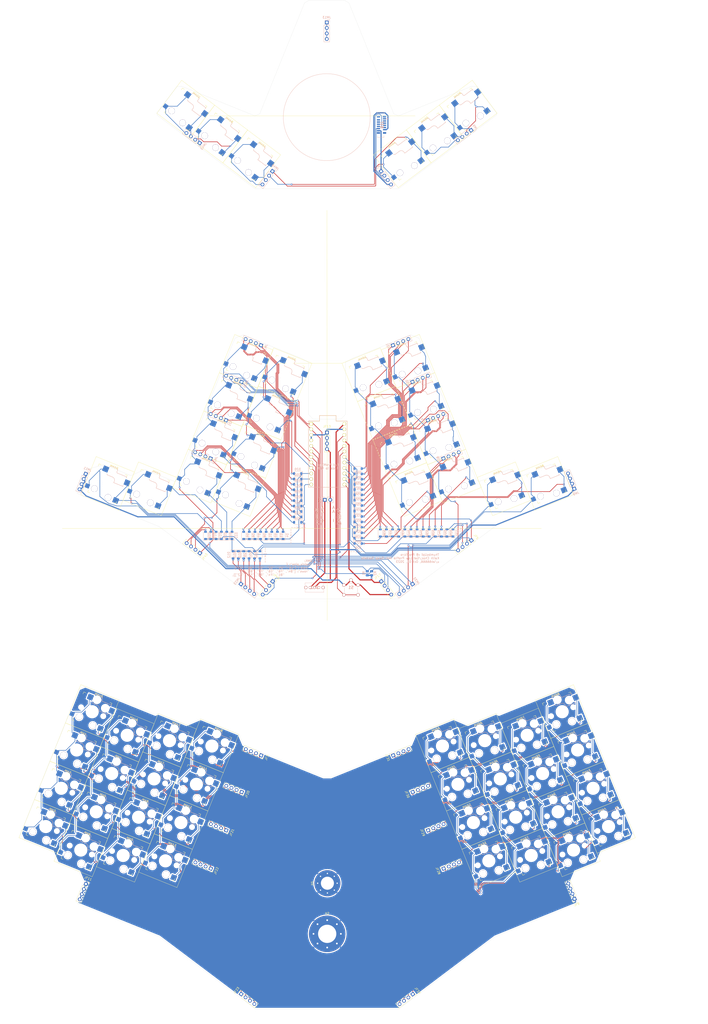
<source format=kicad_pcb>
(kicad_pcb (version 20171130) (host pcbnew "(5.1.4)-1")
  (layers (0 F.Cu signal) (31 B.Cu signal) (34 B.Paste user) (35 F.Paste user) (36 B.SilkS user) (37 F.SilkS user) (38 B.Mask user) (39 F.Mask user) (44 Edge.Cuts user))
  (net 0 "")
  (net 1 GND)
  (net 2 "Net-(D1-Pad2)")
  (net 3 "Net-(D2-Pad2)")
  (net 4 "Net-(D3-Pad2)")
  (net 5 "Net-(D4-Pad2)")
  (net 6 "Net-(D5-Pad2)")
  (net 7 "Net-(D6-Pad2)")
  (net 8 "Net-(D7-Pad2)")
  (net 9 "Net-(D8-Pad2)")
  (net 10 "Net-(D9-Pad2)")
  (net 11 "Net-(D10-Pad2)")
  (net 12 "Net-(D11-Pad2)")
  (net 13 "Net-(D12-Pad2)")
  (net 14 "Net-(D13-Pad2)")
  (net 15 "Net-(D14-Pad2)")
  (net 16 "Net-(D15-Pad2)")
  (net 17 "Net-(D16-Pad2)")
  (net 18 "Net-(D17-Pad2)")
  (net 19 "Net-(D18-Pad2)")
  (net 20 "Net-(D19-Pad2)")
  (net 21 "Net-(D20-Pad2)")
  (net 22 "Net-(D21-Pad2)")
  (net 23 "Net-(D22-Pad2)")
  (net 24 "Net-(D23-Pad2)")
  (net 25 "Net-(D24-Pad2)")
  (net 26 "Net-(D25-Pad2)")
  (net 27 "Net-(D26-Pad2)")
  (net 28 "Net-(D27-Pad2)")
  (net 29 "Net-(D28-Pad2)")
  (net 30 "Net-(D29-Pad2)")
  (net 31 "Net-(D30-Pad2)")
  (net 32 "Net-(D31-Pad2)")
  (net 33 "Net-(D32-Pad2)")
  (net 34 "Net-(D33-Pad2)")
  (net 35 "Net-(D34-Pad2)")
  (net 36 "Net-(D35-Pad2)")
  (net 37 "Net-(D36-Pad2)")
  (net 38 "Net-(D37-Pad2)")
  (net 39 "Net-(D38-Pad2)")
  (net 40 "Net-(D43-Pad2)")
  (net 41 "Net-(D44-Pad2)")
  (net 42 COL3)
  (net 43 COL2)
  (net 44 COL1)
  (net 45 COL0)
  (net 46 COL5)
  (net 47 COL4)
  (net 48 SCL)
  (net 49 SDA)
  (net 50 SCL-TOP)
  (net 51 SDA-TOP)
  (net 52 GND-TOP)
  (net 53 VCC-TOP)
  (net 54 VCC)
  (net 55 RST)
  (net 56 +BATT)
  (net 57 ROWL1)
  (net 58 ROWL2)
  (net 59 ROWL3)
  (net 60 ROWL4)
  (net 61 ROWR1)
  (net 62 ROWR2)
  (net 63 ROWL0)
  (net 64 "Net-(D45-Pad2)")
  (net 65 "Net-(D46-Pad2)")
  (net 66 "Net-(D47-Pad2)")
  (net 67 "Net-(D48-Pad2)")
  (net 68 "Net-(D49-Pad2)")
  (net 69 "Net-(D50-Pad2)")
  (net 70 "Net-(D51-Pad2)")
  (net 71 "Net-(D52-Pad2)")
  (net 72 ROWR0)
  (net 73 "Net-(D53-Pad2)")
  (net 74 "Net-(D54-Pad2)")
  (net 75 "Net-(D55-Pad2)")
  (net 76 "Net-(D56-Pad2)")
  (net 77 "Net-(D57-Pad2)")
  (net 78 "Net-(D58-Pad2)")
  (net 79 "Net-(JF3-Pad4)")
  (net 80 "Net-(JF3-Pad3)")
  (net 81 "Net-(JF3-Pad2)")
  (net 82 "Net-(JF3-Pad1)")
  (net 83 "Net-(JF20-Pad1)")
  (net 84 "Net-(JF20-Pad2)")
  (net 85 "Net-(JF20-Pad3)")
  (net 86 "Net-(JF20-Pad4)")
  (net 87 "Net-(JF21-Pad1)")
  (net 88 "Net-(JF21-Pad2)")
  (net 89 "Net-(JF21-Pad3)")
  (net 90 "Net-(JF21-Pad4)")
  (net 91 "Net-(JF22-Pad1)")
  (net 92 "Net-(JF22-Pad2)")
  (net 93 "Net-(JF22-Pad3)")
  (net 94 "Net-(JF22-Pad4)")
  (net 95 "Net-(JF23-Pad4)")
  (net 96 "Net-(JF23-Pad3)")
  (net 97 "Net-(JF23-Pad2)")
  (net 98 "Net-(JF23-Pad1)")
  (net 99 "Net-(JF28-Pad4)")
  (net 100 "Net-(JF28-Pad3)")
  (net 101 "Net-(JF28-Pad2)")
  (net 102 "Net-(JF28-Pad1)")
  (net 103 "Net-(JF29-Pad4)")
  (net 104 "Net-(JF29-Pad3)")
  (net 105 "Net-(JF29-Pad2)")
  (net 106 "Net-(JF29-Pad1)")
  (net 107 "Net-(JF30-Pad4)")
  (net 108 "Net-(JF30-Pad3)")
  (net 109 "Net-(JF30-Pad2)")
  (net 110 "Net-(JF30-Pad1)")
  (net 111 "Net-(JF31-Pad1)")
  (net 112 "Net-(JF31-Pad2)")
  (net 113 "Net-(JF31-Pad3)")
  (net 114 "Net-(JF31-Pad4)")
  (net 115 "Net-(JF33-Pad4)")
  (net 116 "Net-(JF33-Pad3)")
  (net 117 "Net-(JF33-Pad2)")
  (net 118 "Net-(JF33-Pad1)")
  (net 119 "Net-(JM5-Pad4)")
  (net 120 "Net-(JM5-Pad3)")
  (net 121 "Net-(JM5-Pad2)")
  (net 122 "Net-(JM5-Pad1)")
  (net 123 "Net-(JM43-Pad4)")
  (net 124 "Net-(JM43-Pad3)")
  (net 125 "Net-(JM43-Pad2)")
  (net 126 "Net-(JM43-Pad1)")
  (net 127 "Net-(JM45-Pad4)")
  (net 128 "Net-(JM45-Pad3)")
  (net 129 "Net-(JM45-Pad2)")
  (net 130 "Net-(JM45-Pad1)")
  (net 131 L1GND)
  (net 132 L3GND)
  (net 133 "Net-(D39-Pad2)")
  (net 134 "Net-(D40-Pad2)")
  (net 135 "Net-(D41-Pad2)")
  (net 136 "Net-(D42-Pad2)")
  (net 137 ROWR4)
  (net 138 ROWR3)
  (net 139 "Net-(J32-Pad1)")
  (module Connector_PinSocket_2.54mm:PinSocket_1x04_P2.54mm_Vertical (layer F.Cu) (at -347.899797 321.752492 323)
    (fp_text reference JF45 (at 0 -2.77 143) (layer F.SilkS))
    (fp_text value Conn_01x04_Female)
    (pad 4 thru_hole oval (at 0 7.62 323) (size 1.7 1.7) (drill 1) (layers *.Cu *.Mask) (net 44 COL1))
    (pad 3 thru_hole oval (at 0 5.08 323) (size 1.7 1.7) (drill 1) (layers *.Cu *.Mask) (net 70 "Net-(D51-Pad2)"))
    (pad 2 thru_hole oval (at 0 2.54 323) (size 1.7 1.7) (drill 1) (layers *.Cu *.Mask) (net 73 "Net-(D53-Pad2)"))
    (pad 1 thru_hole rect (at 0 0 323) (size 1.7 1.7) (drill 1) (layers *.Cu *.Mask) (net 44 COL1))
  )
  (module Connector_PinSocket_2.54mm:PinSocket_1x04_P2.54mm_Vertical (layer F.Cu) (at -433.847332 461.052927 338)
    (fp_text reference JF11 (at 0 -2.77 158) (layer F.SilkS))
    (fp_text value Raiser_Female)
    (pad 4 thru_hole oval (at 0 7.62 338) (size 1.7 1.7) (drill 1) (layers *.Cu *.Mask) (net 131 L1GND))
    (pad 3 thru_hole oval (at 0 5.08 338) (size 1.7 1.7) (drill 1) (layers *.Cu *.Mask) (net 131 L1GND))
    (pad 2 thru_hole oval (at 0 2.54 338) (size 1.7 1.7) (drill 1) (layers *.Cu *.Mask) (net 131 L1GND))
    (pad 1 thru_hole rect (at 0 0 338) (size 1.7 1.7) (drill 1) (layers *.Cu *.Mask) (net 131 L1GND))
  )
  (module Connector_PinHeader_2.54mm:PinHeader_1x04_P2.54mm_Vertical (layer B.Cu) (at -433.95 272.3 158)
    (fp_text reference JM11 (at 0 2.33 158) (layer B.SilkS) (effects (justify mirror)))
    (fp_text value Raiser_Male)
    (pad 4 thru_hole oval (at 0 -7.62 158) (size 1.7 1.7) (drill 1) (layers *.Cu *.Mask) (net 1 GND))
    (pad 3 thru_hole oval (at 0 -5.08 158) (size 1.7 1.7) (drill 1) (layers *.Cu *.Mask) (net 1 GND))
    (pad 2 thru_hole oval (at 0 -2.54 158) (size 1.7 1.7) (drill 1) (layers *.Cu *.Mask) (net 1 GND))
    (pad 1 thru_hole rect (at 0 0 158) (size 1.7 1.7) (drill 1) (layers *.Cu *.Mask) (net 1 GND))
  )
  (module Connector_PinSocket_2.54mm:PinSocket_1x04_P2.54mm_Vertical (layer F.Cu) (at -381.4 308.75 233)
    (fp_text reference JF43 (at 0 -2.77 53) (layer F.SilkS))
    (fp_text value Conn_01x04_Female)
    (pad 4 thru_hole oval (at 0 7.62 233) (size 1.7 1.7) (drill 1) (layers *.Cu *.Mask) (net 46 COL5))
    (pad 3 thru_hole oval (at 0 5.08 233) (size 1.7 1.7) (drill 1) (layers *.Cu *.Mask) (net 20 "Net-(D19-Pad2)"))
    (pad 2 thru_hole oval (at 0 2.54 233) (size 1.7 1.7) (drill 1) (layers *.Cu *.Mask) (net 19 "Net-(D18-Pad2)"))
    (pad 1 thru_hole rect (at 0 0 233) (size 1.7 1.7) (drill 1) (layers *.Cu *.Mask) (net 47 COL4))
  )
  (module Connector_PinHeader_2.54mm:PinHeader_1x04_P2.54mm_Vertical (layer B.Cu) (at -381.5 120 53)
    (fp_text reference JM43 (at 0 2.33 53) (layer B.SilkS) (effects (justify mirror)))
    (fp_text value Conn_01x04_Male)
    (pad 4 thru_hole oval (at 0 -7.62 53) (size 1.7 1.7) (drill 1) (layers *.Cu *.Mask) (net 123 "Net-(JM43-Pad4)"))
    (pad 3 thru_hole oval (at 0 -5.08 53) (size 1.7 1.7) (drill 1) (layers *.Cu *.Mask) (net 124 "Net-(JM43-Pad3)"))
    (pad 2 thru_hole oval (at 0 -2.54 53) (size 1.7 1.7) (drill 1) (layers *.Cu *.Mask) (net 125 "Net-(JM43-Pad2)"))
    (pad 1 thru_hole rect (at 0 0 53) (size 1.7 1.7) (drill 1) (layers *.Cu *.Mask) (net 126 "Net-(JM43-Pad1)"))
  )
  (module Connector_PinSocket_2.54mm:PinSocket_1x04_P2.54mm_Vertical (layer F.Cu) (at -256.445632 302.903817 307)
    (fp_text reference JF5 (at 0 -2.77 127) (layer F.SilkS))
    (fp_text value Conn_01x04_Female)
    (pad 4 thru_hole oval (at 0 7.62 307) (size 1.7 1.7) (drill 1) (layers *.Cu *.Mask) (net 47 COL4))
    (pad 3 thru_hole oval (at 0 5.08 307) (size 1.7 1.7) (drill 1) (layers *.Cu *.Mask) (net 31 "Net-(D30-Pad2)"))
    (pad 2 thru_hole oval (at 0 2.54 307) (size 1.7 1.7) (drill 1) (layers *.Cu *.Mask) (net 30 "Net-(D29-Pad2)"))
    (pad 1 thru_hole rect (at 0 0 307) (size 1.7 1.7) (drill 1) (layers *.Cu *.Mask) (net 46 COL5))
  )
  (module Connector_PinSocket_2.54mm:PinSocket_1x04_P2.54mm_Vertical (layer F.Cu) (at -362.4 511.7 53)
    (fp_text reference JF23 (at 0 -2.77 53) (layer F.SilkS))
    (fp_text value Conn_01x04_Female)
    (pad 4 thru_hole oval (at 0 7.62 53) (size 1.7 1.7) (drill 1) (layers *.Cu *.Mask) (net 95 "Net-(JF23-Pad4)"))
    (pad 3 thru_hole oval (at 0 5.08 53) (size 1.7 1.7) (drill 1) (layers *.Cu *.Mask) (net 96 "Net-(JF23-Pad3)"))
    (pad 2 thru_hole oval (at 0 2.54 53) (size 1.7 1.7) (drill 1) (layers *.Cu *.Mask) (net 97 "Net-(JF23-Pad2)"))
    (pad 1 thru_hole rect (at 0 0 53) (size 1.7 1.7) (drill 1) (layers *.Cu *.Mask) (net 98 "Net-(JF23-Pad1)"))
  )
  (module Connector_PinHeader_2.54mm:PinHeader_1x04_P2.54mm_Vertical (layer B.Cu) (at -362.5 323 233)
    (fp_text reference JM23 (at 0 2.33 53) (layer B.SilkS) (effects (justify mirror)))
    (fp_text value Conn_01x04_Male)
    (pad 1 thru_hole rect (at 0 0 233) (size 1.7 1.7) (drill 1) (layers *.Cu *.Mask) (net 13 "Net-(D12-Pad2)"))
    (pad 2 thru_hole oval (at 0 -2.54 233) (size 1.7 1.7) (drill 1) (layers *.Cu *.Mask) (net 12 "Net-(D11-Pad2)"))
    (pad 3 thru_hole oval (at 0 -5.08 233) (size 1.7 1.7) (drill 1) (layers *.Cu *.Mask) (net 11 "Net-(D10-Pad2)"))
    (pad 4 thru_hole oval (at 0 -7.62 233) (size 1.7 1.7) (drill 1) (layers *.Cu *.Mask) (net 10 "Net-(D9-Pad2)"))
  )
  (module Connector_PinSocket_2.54mm:PinSocket_1x04_P2.54mm_Vertical (layer F.Cu) (at -283.402239 511.750095 307)
    (fp_text reference JF33 (at 0 -2.77 127) (layer F.SilkS))
    (fp_text value Conn_01x04_Female)
    (pad 1 thru_hole rect (at 0 0 307) (size 1.7 1.7) (drill 1) (layers *.Cu *.Mask) (net 118 "Net-(JF33-Pad1)"))
    (pad 2 thru_hole oval (at 0 2.54 307) (size 1.7 1.7) (drill 1) (layers *.Cu *.Mask) (net 117 "Net-(JF33-Pad2)"))
    (pad 3 thru_hole oval (at 0 5.08 307) (size 1.7 1.7) (drill 1) (layers *.Cu *.Mask) (net 116 "Net-(JF33-Pad3)"))
    (pad 4 thru_hole oval (at 0 7.62 307) (size 1.7 1.7) (drill 1) (layers *.Cu *.Mask) (net 115 "Net-(JF33-Pad4)"))
  )
  (module Connector_PinHeader_2.54mm:PinHeader_1x04_P2.54mm_Vertical (layer B.Cu) (at -283.5 323 127)
    (fp_text reference JM33 (at 0 2.33 127) (layer B.SilkS) (effects (justify mirror)))
    (fp_text value Conn_01x04_Male)
    (pad 4 thru_hole oval (at 0 -7.62 127) (size 1.7 1.7) (drill 1) (layers *.Cu *.Mask) (net 45 COL0))
    (pad 3 thru_hole oval (at 0 -5.08 127) (size 1.7 1.7) (drill 1) (layers *.Cu *.Mask) (net 44 COL1))
    (pad 2 thru_hole oval (at 0 -2.54 127) (size 1.7 1.7) (drill 1) (layers *.Cu *.Mask) (net 43 COL2))
    (pad 1 thru_hole rect (at 0 0 127) (size 1.7 1.7) (drill 1) (layers *.Cu *.Mask) (net 42 COL3))
  )
  (module Connector_PinHeader_2.54mm:PinHeader_1x04_P2.54mm_Vertical (layer B.Cu) (at -348 133 143)
    (fp_text reference JM45 (at 0 2.33 143) (layer B.SilkS) (effects (justify mirror)))
    (fp_text value Conn_01x04_Male)
    (pad 4 thru_hole oval (at 0 -7.62 143) (size 1.7 1.7) (drill 1) (layers *.Cu *.Mask) (net 127 "Net-(JM45-Pad4)"))
    (pad 3 thru_hole oval (at 0 -5.08 143) (size 1.7 1.7) (drill 1) (layers *.Cu *.Mask) (net 128 "Net-(JM45-Pad3)"))
    (pad 2 thru_hole oval (at 0 -2.54 143) (size 1.7 1.7) (drill 1) (layers *.Cu *.Mask) (net 129 "Net-(JM45-Pad2)"))
    (pad 1 thru_hole rect (at 0 0 143) (size 1.7 1.7) (drill 1) (layers *.Cu *.Mask) (net 130 "Net-(JM45-Pad1)"))
  )
  (module Connector_PinSocket_2.54mm:PinSocket_1x04_P2.54mm_Vertical (layer F.Cu) (at -297.897265 321.753116 37)
    (fp_text reference JF17 (at 0 -2.77 37) (layer F.SilkS))
    (fp_text value Raiser_Female)
    (pad 4 thru_hole oval (at 0 7.62 37) (size 1.7 1.7) (drill 1) (layers *.Cu *.Mask) (net 1 GND))
    (pad 3 thru_hole oval (at 0 5.08 37) (size 1.7 1.7) (drill 1) (layers *.Cu *.Mask) (net 48 SCL))
    (pad 2 thru_hole oval (at 0 2.54 37) (size 1.7 1.7) (drill 1) (layers *.Cu *.Mask) (net 49 SDA))
    (pad 1 thru_hole rect (at 0 0 37) (size 1.7 1.7) (drill 1) (layers *.Cu *.Mask) (net 54 VCC))
  )
  (module Connector_PinHeader_2.54mm:PinHeader_1x04_P2.54mm_Vertical (layer B.Cu) (at -256.55 114.15 127)
    (fp_text reference JM5 (at 0 2.33 127) (layer B.SilkS) (effects (justify mirror)))
    (fp_text value Male)
    (pad 4 thru_hole oval (at 0 -7.62 127) (size 1.7 1.7) (drill 1) (layers *.Cu *.Mask) (net 119 "Net-(JM5-Pad4)"))
    (pad 3 thru_hole oval (at 0 -5.08 127) (size 1.7 1.7) (drill 1) (layers *.Cu *.Mask) (net 120 "Net-(JM5-Pad3)"))
    (pad 2 thru_hole oval (at 0 -2.54 127) (size 1.7 1.7) (drill 1) (layers *.Cu *.Mask) (net 121 "Net-(JM5-Pad2)"))
    (pad 1 thru_hole rect (at 0 0 127) (size 1.7 1.7) (drill 1) (layers *.Cu *.Mask) (net 122 "Net-(JM5-Pad1)"))
  )
  (module Connector_PinHeader_2.54mm:PinHeader_1x04_P2.54mm_Vertical (layer B.Cu) (at -376.493008 265.203712 68)
    (fp_text reference JM22 (at 0 2.33 68) (layer B.SilkS) (effects (justify mirror)))
    (fp_text value Conn_01x04_Male)
    (pad 1 thru_hole rect (at 0 0 68) (size 1.7 1.7) (drill 1) (layers *.Cu *.Mask) (net 6 "Net-(D5-Pad2)"))
    (pad 2 thru_hole oval (at 0 -2.54 68) (size 1.7 1.7) (drill 1) (layers *.Cu *.Mask) (net 7 "Net-(D6-Pad2)"))
    (pad 3 thru_hole oval (at 0 -5.08 68) (size 1.7 1.7) (drill 1) (layers *.Cu *.Mask) (net 8 "Net-(D7-Pad2)"))
    (pad 4 thru_hole oval (at 0 -7.62 68) (size 1.7 1.7) (drill 1) (layers *.Cu *.Mask) (net 9 "Net-(D8-Pad2)"))
  )
  (module Connector_PinHeader_2.54mm:PinHeader_1x04_P2.54mm_Vertical (layer B.Cu) (at -369.375482 247.587219 68)
    (fp_text reference JM21 (at 0 2.33 68) (layer B.SilkS) (effects (justify mirror)))
    (fp_text value Conn_01x04_Male)
    (pad 1 thru_hole rect (at 0 0 68) (size 1.7 1.7) (drill 1) (layers *.Cu *.Mask) (net 2 "Net-(D1-Pad2)"))
    (pad 2 thru_hole oval (at 0 -2.54 68) (size 1.7 1.7) (drill 1) (layers *.Cu *.Mask) (net 3 "Net-(D2-Pad2)"))
    (pad 3 thru_hole oval (at 0 -5.08 68) (size 1.7 1.7) (drill 1) (layers *.Cu *.Mask) (net 4 "Net-(D3-Pad2)"))
    (pad 4 thru_hole oval (at 0 -7.62 68) (size 1.7 1.7) (drill 1) (layers *.Cu *.Mask) (net 5 "Net-(D4-Pad2)"))
  )
  (module Connector_PinHeader_2.54mm:PinHeader_1x04_P2.54mm_Vertical (layer B.Cu) (at -353.286064 213.103446 68)
    (fp_text reference JM3 (at 0 2.33 68) (layer B.SilkS) (effects (justify mirror)))
    (fp_text value Conn_01x04_Male)
    (pad 1 thru_hole rect (at 0 0 68) (size 1.7 1.7) (drill 1) (layers *.Cu *.Mask) (net 67 "Net-(D48-Pad2)"))
    (pad 2 thru_hole oval (at 0 -2.54 68) (size 1.7 1.7) (drill 1) (layers *.Cu *.Mask) (net 66 "Net-(D47-Pad2)"))
    (pad 3 thru_hole oval (at 0 -5.08 68) (size 1.7 1.7) (drill 1) (layers *.Cu *.Mask) (net 65 "Net-(D46-Pad2)"))
    (pad 4 thru_hole oval (at 0 -7.62 68) (size 1.7 1.7) (drill 1) (layers *.Cu *.Mask) (net 64 "Net-(D45-Pad2)"))
  )
  (module Connector_PinHeader_2.54mm:PinHeader_1x04_P2.54mm_Vertical (layer B.Cu) (at -362.257957 229.970726 68)
    (fp_text reference JM20 (at 0 2.33 68) (layer B.SilkS) (effects (justify mirror)))
    (fp_text value Conn_01x04_Male)
    (pad 1 thru_hole rect (at 0 0 68) (size 1.7 1.7) (drill 1) (layers *.Cu *.Mask) (net 45 COL0))
    (pad 2 thru_hole oval (at 0 -2.54 68) (size 1.7 1.7) (drill 1) (layers *.Cu *.Mask) (net 44 COL1))
    (pad 3 thru_hole oval (at 0 -5.08 68) (size 1.7 1.7) (drill 1) (layers *.Cu *.Mask) (net 43 COL2))
    (pad 4 thru_hole oval (at 0 -7.62 68) (size 1.7 1.7) (drill 1) (layers *.Cu *.Mask) (net 42 COL3))
  )
  (module keyswitches:PG1350_GLv2 (layer F.Cu) (at -374.368765 255.832549 338)
    (fp_text reference MX16 (at 0 -8.255 338) (layer F.SilkS))
    (fp_text value SwF)
    (pad "" np_thru_hole circle (at -5.5 0 338) (size 1.7018 1.7018) (drill 1.7018) (layers *.Cu *.Mask))
    (pad "" np_thru_hole circle (at 5.5 0 338) (size 1.7018 1.7018) (drill 1.7018) (layers *.Cu *.Mask))
    (pad 1 smd rect (at -3.275 -5.95 338) (size 2.6 2.6) (layers B.Cu B.Paste B.Mask) (net 47 COL4))
    (pad "" np_thru_hole circle (at 5 -3.75 338) (size 3 3) (drill 3) (layers *.Cu *.Mask))
    (pad "" np_thru_hole circle (at 0 0 338) (size 5.05 5.05) (drill 5.05) (layers *.Cu *.Mask))
    (pad "" np_thru_hole circle (at 0 -5.95 338) (size 3 3) (drill 3) (layers *.Cu *.Mask))
    (pad 2 smd rect (at 8.275 -3.75 338) (size 2.6 2.6) (layers B.Cu B.Paste B.Mask) (net 17 "Net-(D16-Pad2)"))
    (pad "" np_thru_hole circle (at 2.6 5.75 338) (size 3 3) (drill 2.95) (layers *.Cu *.Mask))
    (pad 2 smd rect (at 6.4 5.75 338) (size 2.55 2.5) (layers B.Cu B.Paste B.Mask) (net 17 "Net-(D16-Pad2)"))
    (pad 1 smd rect (at -8.2 4.4 338) (size 2 2) (layers B.Cu B.Paste B.Mask) (net 47 COL4))
    (pad "" np_thru_hole circle (at -4.7 4.4 338) (size 3 3) (drill 2.95) (layers *.Cu *.Mask))
  )
  (module keyswitches:PG1350_GLv2 (layer F.Cu) (at -367.25124 238.216055 338)
    (fp_text reference MX15 (at 0 -8.255 338) (layer F.SilkS))
    (fp_text value SwR)
    (pad "" np_thru_hole circle (at -5.5 0 338) (size 1.7018 1.7018) (drill 1.7018) (layers *.Cu *.Mask))
    (pad "" np_thru_hole circle (at 5.5 0 338) (size 1.7018 1.7018) (drill 1.7018) (layers *.Cu *.Mask))
    (pad 1 smd rect (at -3.275 -5.95 338) (size 2.6 2.6) (layers B.Cu B.Paste B.Mask) (net 47 COL4))
    (pad "" np_thru_hole circle (at 5 -3.75 338) (size 3 3) (drill 3) (layers *.Cu *.Mask))
    (pad "" np_thru_hole circle (at 0 0 338) (size 5.05 5.05) (drill 5.05) (layers *.Cu *.Mask))
    (pad "" np_thru_hole circle (at 0 -5.95 338) (size 3 3) (drill 3) (layers *.Cu *.Mask))
    (pad 2 smd rect (at 8.275 -3.75 338) (size 2.6 2.6) (layers B.Cu B.Paste B.Mask) (net 16 "Net-(D15-Pad2)"))
    (pad "" np_thru_hole circle (at 2.6 5.75 338) (size 3 3) (drill 2.95) (layers *.Cu *.Mask))
    (pad 2 smd rect (at 6.4 5.75 338) (size 2.55 2.5) (layers B.Cu B.Paste B.Mask) (net 16 "Net-(D15-Pad2)"))
    (pad 1 smd rect (at -8.2 4.4 338) (size 2 2) (layers B.Cu B.Paste B.Mask) (net 47 COL4))
    (pad "" np_thru_hole circle (at -4.7 4.4 338) (size 3 3) (drill 2.95) (layers *.Cu *.Mask))
  )
  (module keyswitches:PG1350_GLv2 (layer F.Cu) (at -269.737807 397.548874 22)
    (fp_text reference MX55 (at 0 -8.255 -158) (layer F.SilkS))
    (fp_text value Sw8)
    (pad "" np_thru_hole circle (at -5.5 0 22) (size 1.7018 1.7018) (drill 1.7018) (layers *.Cu *.Mask))
    (pad "" np_thru_hole circle (at 5.5 0 22) (size 1.7018 1.7018) (drill 1.7018) (layers *.Cu *.Mask))
    (pad 1 smd rect (at -3.275 -5.95 22) (size 2.6 2.6) (layers B.Cu B.Paste B.Mask) (net 118 "Net-(JF33-Pad1)"))
    (pad "" np_thru_hole circle (at 5 -3.75 22) (size 3 3) (drill 3) (layers *.Cu *.Mask))
    (pad "" np_thru_hole circle (at 0 0 22) (size 5.05 5.05) (drill 5.05) (layers *.Cu *.Mask))
    (pad "" np_thru_hole circle (at 0 -5.95 22) (size 3 3) (drill 3) (layers *.Cu *.Mask))
    (pad 2 smd rect (at 8.275 -3.75 22) (size 2.6 2.6) (layers B.Cu B.Paste B.Mask) (net 114 "Net-(JF31-Pad4)"))
    (pad "" np_thru_hole circle (at 2.6 5.75 22) (size 3 3) (drill 2.95) (layers *.Cu *.Mask))
    (pad 2 smd rect (at 6.4 5.75 22) (size 2.55 2.5) (layers B.Cu B.Paste B.Mask) (net 114 "Net-(JF31-Pad4)"))
    (pad 1 smd rect (at -8.2 4.4 22) (size 2 2) (layers B.Cu B.Paste B.Mask) (net 118 "Net-(JF33-Pad1)"))
    (pad "" np_thru_hole circle (at -4.7 4.4 22) (size 3 3) (drill 2.95) (layers *.Cu *.Mask))
  )
  (module keyswitches:PG1350_GLv2 (layer F.Cu) (at -375.879166 397.55491 338)
    (fp_text reference MX48 (at 0 -8.255 338) (layer F.SilkS))
    (fp_text value Sw3)
    (pad "" np_thru_hole circle (at -5.5 0 338) (size 1.7018 1.7018) (drill 1.7018) (layers *.Cu *.Mask))
    (pad "" np_thru_hole circle (at 5.5 0 338) (size 1.7018 1.7018) (drill 1.7018) (layers *.Cu *.Mask))
    (pad 1 smd rect (at -3.275 -5.95 338) (size 2.6 2.6) (layers B.Cu B.Paste B.Mask) (net 86 "Net-(JF20-Pad4)"))
    (pad "" np_thru_hole circle (at 5 -3.75 338) (size 3 3) (drill 3) (layers *.Cu *.Mask))
    (pad "" np_thru_hole circle (at 0 0 338) (size 5.05 5.05) (drill 5.05) (layers *.Cu *.Mask))
    (pad "" np_thru_hole circle (at 0 -5.95 338) (size 3 3) (drill 3) (layers *.Cu *.Mask))
    (pad 2 smd rect (at 8.275 -3.75 338) (size 2.6 2.6) (layers B.Cu B.Paste B.Mask) (net 79 "Net-(JF3-Pad4)"))
    (pad "" np_thru_hole circle (at 2.6 5.75 338) (size 3 3) (drill 2.95) (layers *.Cu *.Mask))
    (pad 2 smd rect (at 6.4 5.75 338) (size 2.55 2.5) (layers B.Cu B.Paste B.Mask) (net 79 "Net-(JF3-Pad4)"))
    (pad 1 smd rect (at -8.2 4.4 338) (size 2 2) (layers B.Cu B.Paste B.Mask) (net 86 "Net-(JF20-Pad4)"))
    (pad "" np_thru_hole circle (at -4.7 4.4 338) (size 3 3) (drill 2.95) (layers *.Cu *.Mask))
  )
  (module keyswitches:PG1350_GLv2 (layer F.Cu) (at -395.368693 395.073304 338)
    (fp_text reference MX47 (at 0 -8.255 338) (layer F.SilkS))
    (fp_text value Sw2)
    (pad "" np_thru_hole circle (at -5.5 0 338) (size 1.7018 1.7018) (drill 1.7018) (layers *.Cu *.Mask))
    (pad "" np_thru_hole circle (at 5.5 0 338) (size 1.7018 1.7018) (drill 1.7018) (layers *.Cu *.Mask))
    (pad 1 smd rect (at -3.275 -5.95 338) (size 2.6 2.6) (layers B.Cu B.Paste B.Mask) (net 85 "Net-(JF20-Pad3)"))
    (pad "" np_thru_hole circle (at 5 -3.75 338) (size 3 3) (drill 3) (layers *.Cu *.Mask))
    (pad "" np_thru_hole circle (at 0 0 338) (size 5.05 5.05) (drill 5.05) (layers *.Cu *.Mask))
    (pad "" np_thru_hole circle (at 0 -5.95 338) (size 3 3) (drill 3) (layers *.Cu *.Mask))
    (pad 2 smd rect (at 8.275 -3.75 338) (size 2.6 2.6) (layers B.Cu B.Paste B.Mask) (net 80 "Net-(JF3-Pad3)"))
    (pad "" np_thru_hole circle (at 2.6 5.75 338) (size 3 3) (drill 2.95) (layers *.Cu *.Mask))
    (pad 2 smd rect (at 6.4 5.75 338) (size 2.55 2.5) (layers B.Cu B.Paste B.Mask) (net 80 "Net-(JF3-Pad3)"))
    (pad 1 smd rect (at -8.2 4.4 338) (size 2 2) (layers B.Cu B.Paste B.Mask) (net 85 "Net-(JF20-Pad3)"))
    (pad "" np_thru_hole circle (at -4.7 4.4 338) (size 3 3) (drill 2.95) (layers *.Cu *.Mask))
  )
  (module keyswitches:PG1350_GLv2 (layer F.Cu) (at -250.248281 395.067268 22)
    (fp_text reference MX56 (at 0 -8.255 -158) (layer F.SilkS))
    (fp_text value Sw9)
    (pad "" np_thru_hole circle (at -5.5 0 22) (size 1.7018 1.7018) (drill 1.7018) (layers *.Cu *.Mask))
    (pad "" np_thru_hole circle (at 5.5 0 22) (size 1.7018 1.7018) (drill 1.7018) (layers *.Cu *.Mask))
    (pad 1 smd rect (at -3.275 -5.95 22) (size 2.6 2.6) (layers B.Cu B.Paste B.Mask) (net 117 "Net-(JF33-Pad2)"))
    (pad "" np_thru_hole circle (at 5 -3.75 22) (size 3 3) (drill 3) (layers *.Cu *.Mask))
    (pad "" np_thru_hole circle (at 0 0 22) (size 5.05 5.05) (drill 5.05) (layers *.Cu *.Mask))
    (pad "" np_thru_hole circle (at 0 -5.95 22) (size 3 3) (drill 3) (layers *.Cu *.Mask))
    (pad 2 smd rect (at 8.275 -3.75 22) (size 2.6 2.6) (layers B.Cu B.Paste B.Mask) (net 113 "Net-(JF31-Pad3)"))
    (pad "" np_thru_hole circle (at 2.6 5.75 22) (size 3 3) (drill 2.95) (layers *.Cu *.Mask))
    (pad 2 smd rect (at 6.4 5.75 22) (size 2.55 2.5) (layers B.Cu B.Paste B.Mask) (net 113 "Net-(JF31-Pad3)"))
    (pad 1 smd rect (at -8.2 4.4 22) (size 2 2) (layers B.Cu B.Paste B.Mask) (net 117 "Net-(JF33-Pad2)"))
    (pad "" np_thru_hole circle (at -4.7 4.4 22) (size 3 3) (drill 2.95) (layers *.Cu *.Mask))
  )
  (module keyswitches:PG1350_GLv2 (layer F.Cu) (at -214.640688 381.759401 22)
    (fp_text reference MX58 (at 0 -8.255 -158) (layer F.SilkS))
    (fp_text value SwDEL)
    (pad "" np_thru_hole circle (at -5.5 0 22) (size 1.7018 1.7018) (drill 1.7018) (layers *.Cu *.Mask))
    (pad "" np_thru_hole circle (at 5.5 0 22) (size 1.7018 1.7018) (drill 1.7018) (layers *.Cu *.Mask))
    (pad 1 smd rect (at -3.275 -5.95 22) (size 2.6 2.6) (layers B.Cu B.Paste B.Mask) (net 115 "Net-(JF33-Pad4)"))
    (pad "" np_thru_hole circle (at 5 -3.75 22) (size 3 3) (drill 3) (layers *.Cu *.Mask))
    (pad "" np_thru_hole circle (at 0 0 22) (size 5.05 5.05) (drill 5.05) (layers *.Cu *.Mask))
    (pad "" np_thru_hole circle (at 0 -5.95 22) (size 3 3) (drill 3) (layers *.Cu *.Mask))
    (pad 2 smd rect (at 8.275 -3.75 22) (size 2.6 2.6) (layers B.Cu B.Paste B.Mask) (net 111 "Net-(JF31-Pad1)"))
    (pad "" np_thru_hole circle (at 2.6 5.75 22) (size 3 3) (drill 2.95) (layers *.Cu *.Mask))
    (pad 2 smd rect (at 6.4 5.75 22) (size 2.55 2.5) (layers B.Cu B.Paste B.Mask) (net 111 "Net-(JF31-Pad1)"))
    (pad 1 smd rect (at -8.2 4.4 22) (size 2 2) (layers B.Cu B.Paste B.Mask) (net 115 "Net-(JF33-Pad4)"))
    (pad "" np_thru_hole circle (at -4.7 4.4 22) (size 3 3) (drill 2.95) (layers *.Cu *.Mask))
  )
  (module keyswitches:PG1350_GLv2 (layer F.Cu) (at -414.858219 392.591698 338)
    (fp_text reference MX46 (at 0 -8.255 338) (layer F.SilkS))
    (fp_text value Sw1)
    (pad "" np_thru_hole circle (at -5.5 0 338) (size 1.7018 1.7018) (drill 1.7018) (layers *.Cu *.Mask))
    (pad "" np_thru_hole circle (at 5.5 0 338) (size 1.7018 1.7018) (drill 1.7018) (layers *.Cu *.Mask))
    (pad 1 smd rect (at -3.275 -5.95 338) (size 2.6 2.6) (layers B.Cu B.Paste B.Mask) (net 84 "Net-(JF20-Pad2)"))
    (pad "" np_thru_hole circle (at 5 -3.75 338) (size 3 3) (drill 3) (layers *.Cu *.Mask))
    (pad "" np_thru_hole circle (at 0 0 338) (size 5.05 5.05) (drill 5.05) (layers *.Cu *.Mask))
    (pad "" np_thru_hole circle (at 0 -5.95 338) (size 3 3) (drill 3) (layers *.Cu *.Mask))
    (pad 2 smd rect (at 8.275 -3.75 338) (size 2.6 2.6) (layers B.Cu B.Paste B.Mask) (net 81 "Net-(JF3-Pad2)"))
    (pad "" np_thru_hole circle (at 2.6 5.75 338) (size 3 3) (drill 2.95) (layers *.Cu *.Mask))
    (pad 2 smd rect (at 6.4 5.75 338) (size 2.55 2.5) (layers B.Cu B.Paste B.Mask) (net 81 "Net-(JF3-Pad2)"))
    (pad 1 smd rect (at -8.2 4.4 338) (size 2 2) (layers B.Cu B.Paste B.Mask) (net 84 "Net-(JF20-Pad2)"))
    (pad "" np_thru_hole circle (at -4.7 4.4 338) (size 3 3) (drill 2.95) (layers *.Cu *.Mask))
  )
  (module keyswitches:PG1350_GLv2 (layer F.Cu) (at -230.758755 392.585662 22)
    (fp_text reference MX57 (at 0 -8.255 -158) (layer F.SilkS))
    (fp_text value Sw0)
    (pad "" np_thru_hole circle (at -5.5 0 22) (size 1.7018 1.7018) (drill 1.7018) (layers *.Cu *.Mask))
    (pad "" np_thru_hole circle (at 5.5 0 22) (size 1.7018 1.7018) (drill 1.7018) (layers *.Cu *.Mask))
    (pad 1 smd rect (at -3.275 -5.95 22) (size 2.6 2.6) (layers B.Cu B.Paste B.Mask) (net 116 "Net-(JF33-Pad3)"))
    (pad "" np_thru_hole circle (at 5 -3.75 22) (size 3 3) (drill 3) (layers *.Cu *.Mask))
    (pad "" np_thru_hole circle (at 0 0 22) (size 5.05 5.05) (drill 5.05) (layers *.Cu *.Mask))
    (pad "" np_thru_hole circle (at 0 -5.95 22) (size 3 3) (drill 3) (layers *.Cu *.Mask))
    (pad 2 smd rect (at 8.275 -3.75 22) (size 2.6 2.6) (layers B.Cu B.Paste B.Mask) (net 112 "Net-(JF31-Pad2)"))
    (pad "" np_thru_hole circle (at 2.6 5.75 22) (size 3 3) (drill 2.95) (layers *.Cu *.Mask))
    (pad 2 smd rect (at 6.4 5.75 22) (size 2.55 2.5) (layers B.Cu B.Paste B.Mask) (net 112 "Net-(JF31-Pad2)"))
    (pad 1 smd rect (at -8.2 4.4 22) (size 2 2) (layers B.Cu B.Paste B.Mask) (net 116 "Net-(JF33-Pad3)"))
    (pad "" np_thru_hole circle (at -4.7 4.4 22) (size 3 3) (drill 2.95) (layers *.Cu *.Mask))
  )
  (module keyswitches:PG1350_GLv2 (layer F.Cu) (at -430.976286 381.765438 338)
    (fp_text reference MX45 (at 0 -8.255 338) (layer F.SilkS))
    (fp_text value SwGrave)
    (pad "" np_thru_hole circle (at -5.5 0 338) (size 1.7018 1.7018) (drill 1.7018) (layers *.Cu *.Mask))
    (pad "" np_thru_hole circle (at 5.5 0 338) (size 1.7018 1.7018) (drill 1.7018) (layers *.Cu *.Mask))
    (pad 1 smd rect (at -3.275 -5.95 338) (size 2.6 2.6) (layers B.Cu B.Paste B.Mask) (net 83 "Net-(JF20-Pad1)"))
    (pad "" np_thru_hole circle (at 5 -3.75 338) (size 3 3) (drill 3) (layers *.Cu *.Mask))
    (pad "" np_thru_hole circle (at 0 0 338) (size 5.05 5.05) (drill 5.05) (layers *.Cu *.Mask))
    (pad "" np_thru_hole circle (at 0 -5.95 338) (size 3 3) (drill 3) (layers *.Cu *.Mask))
    (pad 2 smd rect (at 8.275 -3.75 338) (size 2.6 2.6) (layers B.Cu B.Paste B.Mask) (net 82 "Net-(JF3-Pad1)"))
    (pad "" np_thru_hole circle (at 2.6 5.75 338) (size 3 3) (drill 2.95) (layers *.Cu *.Mask))
    (pad 2 smd rect (at 6.4 5.75 338) (size 2.55 2.5) (layers B.Cu B.Paste B.Mask) (net 82 "Net-(JF3-Pad1)"))
    (pad 1 smd rect (at -8.2 4.4 338) (size 2 2) (layers B.Cu B.Paste B.Mask) (net 83 "Net-(JF20-Pad1)"))
    (pad "" np_thru_hole circle (at -4.7 4.4 338) (size 3 3) (drill 2.95) (layers *.Cu *.Mask))
  )
  (module keyswitches:PG1350_GLv2 (layer F.Cu) (at -193.288112 434.608881 22)
    (fp_text reference MX44 (at 0 -8.255 -158) (layer F.SilkS))
    (fp_text value SwRCTRL)
    (pad "" np_thru_hole circle (at -5.5 0 22) (size 1.7018 1.7018) (drill 1.7018) (layers *.Cu *.Mask))
    (pad "" np_thru_hole circle (at 5.5 0 22) (size 1.7018 1.7018) (drill 1.7018) (layers *.Cu *.Mask))
    (pad 1 smd rect (at -3.275 -5.95 22) (size 2.6 2.6) (layers B.Cu B.Paste B.Mask) (net 115 "Net-(JF33-Pad4)"))
    (pad "" np_thru_hole circle (at 5 -3.75 22) (size 3 3) (drill 3) (layers *.Cu *.Mask))
    (pad "" np_thru_hole circle (at 0 0 22) (size 5.05 5.05) (drill 5.05) (layers *.Cu *.Mask))
    (pad "" np_thru_hole circle (at 0 -5.95 22) (size 3 3) (drill 3) (layers *.Cu *.Mask))
    (pad 2 smd rect (at 8.275 -3.75 22) (size 2.6 2.6) (layers B.Cu B.Paste B.Mask) (net 102 "Net-(JF28-Pad1)"))
    (pad "" np_thru_hole circle (at 2.6 5.75 22) (size 3 3) (drill 2.95) (layers *.Cu *.Mask))
    (pad 2 smd rect (at 6.4 5.75 22) (size 2.55 2.5) (layers B.Cu B.Paste B.Mask) (net 102 "Net-(JF28-Pad1)"))
    (pad 1 smd rect (at -8.2 4.4 22) (size 2 2) (layers B.Cu B.Paste B.Mask) (net 115 "Net-(JF33-Pad4)"))
    (pad "" np_thru_hole circle (at -4.7 4.4 22) (size 3 3) (drill 2.95) (layers *.Cu *.Mask))
  )
  (module keyswitches:PG1350_GLv2 (layer F.Cu) (at -200.405637 416.992388 22)
    (fp_text reference MX43 (at 0 -8.255 -158) (layer F.SilkS))
    (fp_text value SwENTER)
    (pad "" np_thru_hole circle (at -5.5 0 22) (size 1.7018 1.7018) (drill 1.7018) (layers *.Cu *.Mask))
    (pad "" np_thru_hole circle (at 5.5 0 22) (size 1.7018 1.7018) (drill 1.7018) (layers *.Cu *.Mask))
    (pad 1 smd rect (at -3.275 -5.95 22) (size 2.6 2.6) (layers B.Cu B.Paste B.Mask) (net 115 "Net-(JF33-Pad4)"))
    (pad "" np_thru_hole circle (at 5 -3.75 22) (size 3 3) (drill 3) (layers *.Cu *.Mask))
    (pad "" np_thru_hole circle (at 0 0 22) (size 5.05 5.05) (drill 5.05) (layers *.Cu *.Mask))
    (pad "" np_thru_hole circle (at 0 -5.95 22) (size 3 3) (drill 3) (layers *.Cu *.Mask))
    (pad 2 smd rect (at 8.275 -3.75 22) (size 2.6 2.6) (layers B.Cu B.Paste B.Mask) (net 106 "Net-(JF29-Pad1)"))
    (pad "" np_thru_hole circle (at 2.6 5.75 22) (size 3 3) (drill 2.95) (layers *.Cu *.Mask))
    (pad 2 smd rect (at 6.4 5.75 22) (size 2.55 2.5) (layers B.Cu B.Paste B.Mask) (net 106 "Net-(JF29-Pad1)"))
    (pad 1 smd rect (at -8.2 4.4 22) (size 2 2) (layers B.Cu B.Paste B.Mask) (net 115 "Net-(JF33-Pad4)"))
    (pad "" np_thru_hole circle (at -4.7 4.4 22) (size 3 3) (drill 2.95) (layers *.Cu *.Mask))
  )
  (module keyswitches:PG1350_GLv2 (layer F.Cu) (at -207.523162 399.375895 22)
    (fp_text reference MX42 (at 0 -8.255 -158) (layer F.SilkS))
    (fp_text value SwBKSP)
    (pad "" np_thru_hole circle (at -5.5 0 22) (size 1.7018 1.7018) (drill 1.7018) (layers *.Cu *.Mask))
    (pad "" np_thru_hole circle (at 5.5 0 22) (size 1.7018 1.7018) (drill 1.7018) (layers *.Cu *.Mask))
    (pad 1 smd rect (at -3.275 -5.95 22) (size 2.6 2.6) (layers B.Cu B.Paste B.Mask) (net 115 "Net-(JF33-Pad4)"))
    (pad "" np_thru_hole circle (at 5 -3.75 22) (size 3 3) (drill 3) (layers *.Cu *.Mask))
    (pad "" np_thru_hole circle (at 0 0 22) (size 5.05 5.05) (drill 5.05) (layers *.Cu *.Mask))
    (pad "" np_thru_hole circle (at 0 -5.95 22) (size 3 3) (drill 3) (layers *.Cu *.Mask))
    (pad 2 smd rect (at 8.275 -3.75 22) (size 2.6 2.6) (layers B.Cu B.Paste B.Mask) (net 110 "Net-(JF30-Pad1)"))
    (pad "" np_thru_hole circle (at 2.6 5.75 22) (size 3 3) (drill 2.95) (layers *.Cu *.Mask))
    (pad 2 smd rect (at 6.4 5.75 22) (size 2.55 2.5) (layers B.Cu B.Paste B.Mask) (net 110 "Net-(JF30-Pad1)"))
    (pad 1 smd rect (at -8.2 4.4 22) (size 2 2) (layers B.Cu B.Paste B.Mask) (net 115 "Net-(JF33-Pad4)"))
    (pad "" np_thru_hole circle (at -4.7 4.4 22) (size 3 3) (drill 2.95) (layers *.Cu *.Mask))
  )
  (module keyswitches:PG1350_GLv2 (layer F.Cu) (at -216.523704 427.818648 22)
    (fp_text reference MX40 (at 0 -8.255 -158) (layer F.SilkS))
    (fp_text value SwCOLON)
    (pad "" np_thru_hole circle (at -5.5 0 22) (size 1.7018 1.7018) (drill 1.7018) (layers *.Cu *.Mask))
    (pad "" np_thru_hole circle (at 5.5 0 22) (size 1.7018 1.7018) (drill 1.7018) (layers *.Cu *.Mask))
    (pad 1 smd rect (at -3.275 -5.95 22) (size 2.6 2.6) (layers B.Cu B.Paste B.Mask) (net 116 "Net-(JF33-Pad3)"))
    (pad "" np_thru_hole circle (at 5 -3.75 22) (size 3 3) (drill 3) (layers *.Cu *.Mask))
    (pad "" np_thru_hole circle (at 0 0 22) (size 5.05 5.05) (drill 5.05) (layers *.Cu *.Mask))
    (pad "" np_thru_hole circle (at 0 -5.95 22) (size 3 3) (drill 3) (layers *.Cu *.Mask))
    (pad 2 smd rect (at 8.275 -3.75 22) (size 2.6 2.6) (layers B.Cu B.Paste B.Mask) (net 105 "Net-(JF29-Pad2)"))
    (pad "" np_thru_hole circle (at 2.6 5.75 22) (size 3 3) (drill 2.95) (layers *.Cu *.Mask))
    (pad 2 smd rect (at 6.4 5.75 22) (size 2.55 2.5) (layers B.Cu B.Paste B.Mask) (net 105 "Net-(JF29-Pad2)"))
    (pad 1 smd rect (at -8.2 4.4 22) (size 2 2) (layers B.Cu B.Paste B.Mask) (net 116 "Net-(JF33-Pad3)"))
    (pad "" np_thru_hole circle (at -4.7 4.4 22) (size 3 3) (drill 2.95) (layers *.Cu *.Mask))
  )
  (module keyswitches:PG1350_GLv2 (layer F.Cu) (at -228.895705 447.916748 22)
    (fp_text reference MX37 (at 0 -8.255 -158) (layer F.SilkS))
    (fp_text value SwDOT)
    (pad "" np_thru_hole circle (at -5.5 0 22) (size 1.7018 1.7018) (drill 1.7018) (layers *.Cu *.Mask))
    (pad "" np_thru_hole circle (at 5.5 0 22) (size 1.7018 1.7018) (drill 1.7018) (layers *.Cu *.Mask))
    (pad 1 smd rect (at -3.275 -5.95 22) (size 2.6 2.6) (layers B.Cu B.Paste B.Mask) (net 117 "Net-(JF33-Pad2)"))
    (pad "" np_thru_hole circle (at 5 -3.75 22) (size 3 3) (drill 3) (layers *.Cu *.Mask))
    (pad "" np_thru_hole circle (at 0 0 22) (size 5.05 5.05) (drill 5.05) (layers *.Cu *.Mask))
    (pad "" np_thru_hole circle (at 0 -5.95 22) (size 3 3) (drill 3) (layers *.Cu *.Mask))
    (pad 2 smd rect (at 8.275 -3.75 22) (size 2.6 2.6) (layers B.Cu B.Paste B.Mask) (net 100 "Net-(JF28-Pad3)"))
    (pad "" np_thru_hole circle (at 2.6 5.75 22) (size 3 3) (drill 2.95) (layers *.Cu *.Mask))
    (pad 2 smd rect (at 6.4 5.75 22) (size 2.55 2.5) (layers B.Cu B.Paste B.Mask) (net 100 "Net-(JF28-Pad3)"))
    (pad 1 smd rect (at -8.2 4.4 22) (size 2 2) (layers B.Cu B.Paste B.Mask) (net 117 "Net-(JF33-Pad2)"))
    (pad "" np_thru_hole circle (at -4.7 4.4 22) (size 3 3) (drill 2.95) (layers *.Cu *.Mask))
  )
  (module keyswitches:PG1350_GLv2 (layer F.Cu) (at -248.385231 450.398354 22)
    (fp_text reference MX33 (at 0 -8.255 -158) (layer F.SilkS))
    (fp_text value SwCOMMA)
    (pad "" np_thru_hole circle (at -5.5 0 22) (size 1.7018 1.7018) (drill 1.7018) (layers *.Cu *.Mask))
    (pad "" np_thru_hole circle (at 5.5 0 22) (size 1.7018 1.7018) (drill 1.7018) (layers *.Cu *.Mask))
    (pad 1 smd rect (at -3.275 -5.95 22) (size 2.6 2.6) (layers B.Cu B.Paste B.Mask) (net 118 "Net-(JF33-Pad1)"))
    (pad "" np_thru_hole circle (at 5 -3.75 22) (size 3 3) (drill 3) (layers *.Cu *.Mask))
    (pad "" np_thru_hole circle (at 0 0 22) (size 5.05 5.05) (drill 5.05) (layers *.Cu *.Mask))
    (pad "" np_thru_hole circle (at 0 -5.95 22) (size 3 3) (drill 3) (layers *.Cu *.Mask))
    (pad 2 smd rect (at 8.275 -3.75 22) (size 2.6 2.6) (layers B.Cu B.Paste B.Mask) (net 99 "Net-(JF28-Pad4)"))
    (pad "" np_thru_hole circle (at 2.6 5.75 22) (size 3 3) (drill 2.95) (layers *.Cu *.Mask))
    (pad 2 smd rect (at 6.4 5.75 22) (size 2.55 2.5) (layers B.Cu B.Paste B.Mask) (net 99 "Net-(JF28-Pad4)"))
    (pad 1 smd rect (at -8.2 4.4 22) (size 2 2) (layers B.Cu B.Paste B.Mask) (net 118 "Net-(JF33-Pad1)"))
    (pad "" np_thru_hole circle (at -4.7 4.4 22) (size 3 3) (drill 2.95) (layers *.Cu *.Mask))
  )
  (module keyswitches:PG1350_GLv2 (layer F.Cu) (at -255.502756 432.78186 22)
    (fp_text reference MX32 (at 0 -8.255 -158) (layer F.SilkS))
    (fp_text value SwK)
    (pad "" np_thru_hole circle (at -5.5 0 22) (size 1.7018 1.7018) (drill 1.7018) (layers *.Cu *.Mask))
    (pad "" np_thru_hole circle (at 5.5 0 22) (size 1.7018 1.7018) (drill 1.7018) (layers *.Cu *.Mask))
    (pad 1 smd rect (at -3.275 -5.95 22) (size 2.6 2.6) (layers B.Cu B.Paste B.Mask) (net 118 "Net-(JF33-Pad1)"))
    (pad "" np_thru_hole circle (at 5 -3.75 22) (size 3 3) (drill 3) (layers *.Cu *.Mask))
    (pad "" np_thru_hole circle (at 0 0 22) (size 5.05 5.05) (drill 5.05) (layers *.Cu *.Mask))
    (pad "" np_thru_hole circle (at 0 -5.95 22) (size 3 3) (drill 3) (layers *.Cu *.Mask))
    (pad 2 smd rect (at 8.275 -3.75 22) (size 2.6 2.6) (layers B.Cu B.Paste B.Mask) (net 103 "Net-(JF29-Pad4)"))
    (pad "" np_thru_hole circle (at 2.6 5.75 22) (size 3 3) (drill 2.95) (layers *.Cu *.Mask))
    (pad 2 smd rect (at 6.4 5.75 22) (size 2.55 2.5) (layers B.Cu B.Paste B.Mask) (net 103 "Net-(JF29-Pad4)"))
    (pad 1 smd rect (at -8.2 4.4 22) (size 2 2) (layers B.Cu B.Paste B.Mask) (net 118 "Net-(JF33-Pad1)"))
    (pad "" np_thru_hole circle (at -4.7 4.4 22) (size 3 3) (drill 2.95) (layers *.Cu *.Mask))
  )
  (module keyswitches:PG1350_GLv2 (layer F.Cu) (at -402.486218 412.689798 338)
    (fp_text reference MX7 (at 0 -8.255 338) (layer F.SilkS))
    (fp_text value SwW)
    (pad "" np_thru_hole circle (at -5.5 0 338) (size 1.7018 1.7018) (drill 1.7018) (layers *.Cu *.Mask))
    (pad "" np_thru_hole circle (at 5.5 0 338) (size 1.7018 1.7018) (drill 1.7018) (layers *.Cu *.Mask))
    (pad 1 smd rect (at -3.275 -5.95 338) (size 2.6 2.6) (layers B.Cu B.Paste B.Mask) (net 85 "Net-(JF20-Pad3)"))
    (pad "" np_thru_hole circle (at 5 -3.75 338) (size 3 3) (drill 3) (layers *.Cu *.Mask))
    (pad "" np_thru_hole circle (at 0 0 338) (size 5.05 5.05) (drill 5.05) (layers *.Cu *.Mask))
    (pad "" np_thru_hole circle (at 0 -5.95 338) (size 3 3) (drill 3) (layers *.Cu *.Mask))
    (pad 2 smd rect (at 8.275 -3.75 338) (size 2.6 2.6) (layers B.Cu B.Paste B.Mask) (net 88 "Net-(JF21-Pad2)"))
    (pad "" np_thru_hole circle (at 2.6 5.75 338) (size 3 3) (drill 2.95) (layers *.Cu *.Mask))
    (pad 2 smd rect (at 6.4 5.75 338) (size 2.55 2.5) (layers B.Cu B.Paste B.Mask) (net 88 "Net-(JF21-Pad2)"))
    (pad 1 smd rect (at -8.2 4.4 338) (size 2 2) (layers B.Cu B.Paste B.Mask) (net 85 "Net-(JF20-Pad3)"))
    (pad "" np_thru_hole circle (at -4.7 4.4 338) (size 3 3) (drill 2.95) (layers *.Cu *.Mask))
  )
  (module keyswitches:PG1350_GLv2 (layer F.Cu) (at -436.210795 445.441178 338)
    (fp_text reference MX6 (at 0 -8.255 338) (layer F.SilkS))
    (fp_text value SwZ)
    (pad "" np_thru_hole circle (at -5.5 0 338) (size 1.7018 1.7018) (drill 1.7018) (layers *.Cu *.Mask))
    (pad "" np_thru_hole circle (at 5.5 0 338) (size 1.7018 1.7018) (drill 1.7018) (layers *.Cu *.Mask))
    (pad 1 smd rect (at -3.275 -5.95 338) (size 2.6 2.6) (layers B.Cu B.Paste B.Mask) (net 84 "Net-(JF20-Pad2)"))
    (pad "" np_thru_hole circle (at 5 -3.75 338) (size 3 3) (drill 3) (layers *.Cu *.Mask))
    (pad "" np_thru_hole circle (at 0 0 338) (size 5.05 5.05) (drill 5.05) (layers *.Cu *.Mask))
    (pad "" np_thru_hole circle (at 0 -5.95 338) (size 3 3) (drill 3) (layers *.Cu *.Mask))
    (pad 2 smd rect (at 8.275 -3.75 338) (size 2.6 2.6) (layers B.Cu B.Paste B.Mask) (net 97 "Net-(JF23-Pad2)"))
    (pad "" np_thru_hole circle (at 2.6 5.75 338) (size 3 3) (drill 2.95) (layers *.Cu *.Mask))
    (pad 2 smd rect (at 6.4 5.75 338) (size 2.55 2.5) (layers B.Cu B.Paste B.Mask) (net 97 "Net-(JF23-Pad2)"))
    (pad 1 smd rect (at -8.2 4.4 338) (size 2 2) (layers B.Cu B.Paste B.Mask) (net 84 "Net-(JF20-Pad2)"))
    (pad "" np_thru_hole circle (at -4.7 4.4 338) (size 3 3) (drill 2.95) (layers *.Cu *.Mask))
  )
  (module keyswitches:PG1350_GLv2 (layer F.Cu) (at -445.211336 416.998424 338)
    (fp_text reference MX2 (at 0 -8.255 338) (layer F.SilkS))
    (fp_text value SwTAB)
    (pad "" np_thru_hole circle (at -5.5 0 338) (size 1.7018 1.7018) (drill 1.7018) (layers *.Cu *.Mask))
    (pad "" np_thru_hole circle (at 5.5 0 338) (size 1.7018 1.7018) (drill 1.7018) (layers *.Cu *.Mask))
    (pad 1 smd rect (at -3.275 -5.95 338) (size 2.6 2.6) (layers B.Cu B.Paste B.Mask) (net 83 "Net-(JF20-Pad1)"))
    (pad "" np_thru_hole circle (at 5 -3.75 338) (size 3 3) (drill 3) (layers *.Cu *.Mask))
    (pad "" np_thru_hole circle (at 0 0 338) (size 5.05 5.05) (drill 5.05) (layers *.Cu *.Mask))
    (pad "" np_thru_hole circle (at 0 -5.95 338) (size 3 3) (drill 3) (layers *.Cu *.Mask))
    (pad 2 smd rect (at 8.275 -3.75 338) (size 2.6 2.6) (layers B.Cu B.Paste B.Mask) (net 94 "Net-(JF22-Pad4)"))
    (pad "" np_thru_hole circle (at 2.6 5.75 338) (size 3 3) (drill 2.95) (layers *.Cu *.Mask))
    (pad 2 smd rect (at 6.4 5.75 338) (size 2.55 2.5) (layers B.Cu B.Paste B.Mask) (net 94 "Net-(JF22-Pad4)"))
    (pad 1 smd rect (at -8.2 4.4 338) (size 2 2) (layers B.Cu B.Paste B.Mask) (net 83 "Net-(JF20-Pad1)"))
    (pad "" np_thru_hole circle (at -4.7 4.4 338) (size 3 3) (drill 2.95) (layers *.Cu *.Mask))
  )
  (module keyswitches:PG1350_GLv2 (layer F.Cu) (at -236.01323 430.300254 22)
    (fp_text reference MX36 (at 0 -8.255 -158) (layer F.SilkS))
    (fp_text value SwL)
    (pad "" np_thru_hole circle (at -5.5 0 22) (size 1.7018 1.7018) (drill 1.7018) (layers *.Cu *.Mask))
    (pad "" np_thru_hole circle (at 5.5 0 22) (size 1.7018 1.7018) (drill 1.7018) (layers *.Cu *.Mask))
    (pad 1 smd rect (at -3.275 -5.95 22) (size 2.6 2.6) (layers B.Cu B.Paste B.Mask) (net 117 "Net-(JF33-Pad2)"))
    (pad "" np_thru_hole circle (at 5 -3.75 22) (size 3 3) (drill 3) (layers *.Cu *.Mask))
    (pad "" np_thru_hole circle (at 0 0 22) (size 5.05 5.05) (drill 5.05) (layers *.Cu *.Mask))
    (pad "" np_thru_hole circle (at 0 -5.95 22) (size 3 3) (drill 3) (layers *.Cu *.Mask))
    (pad 2 smd rect (at 8.275 -3.75 22) (size 2.6 2.6) (layers B.Cu B.Paste B.Mask) (net 104 "Net-(JF29-Pad3)"))
    (pad "" np_thru_hole circle (at 2.6 5.75 22) (size 3 3) (drill 2.95) (layers *.Cu *.Mask))
    (pad 2 smd rect (at 6.4 5.75 22) (size 2.55 2.5) (layers B.Cu B.Paste B.Mask) (net 104 "Net-(JF29-Pad3)"))
    (pad 1 smd rect (at -8.2 4.4 22) (size 2 2) (layers B.Cu B.Paste B.Mask) (net 117 "Net-(JF33-Pad2)"))
    (pad "" np_thru_hole circle (at -4.7 4.4 22) (size 3 3) (drill 2.95) (layers *.Cu *.Mask))
  )
  (module keyswitches:PG1350_GLv2 (layer F.Cu) (at -243.130756 412.683761 22)
    (fp_text reference MX35 (at 0 -8.255 -158) (layer F.SilkS))
    (fp_text value SwO)
    (pad "" np_thru_hole circle (at -5.5 0 22) (size 1.7018 1.7018) (drill 1.7018) (layers *.Cu *.Mask))
    (pad "" np_thru_hole circle (at 5.5 0 22) (size 1.7018 1.7018) (drill 1.7018) (layers *.Cu *.Mask))
    (pad 1 smd rect (at -3.275 -5.95 22) (size 2.6 2.6) (layers B.Cu B.Paste B.Mask) (net 117 "Net-(JF33-Pad2)"))
    (pad "" np_thru_hole circle (at 5 -3.75 22) (size 3 3) (drill 3) (layers *.Cu *.Mask))
    (pad "" np_thru_hole circle (at 0 0 22) (size 5.05 5.05) (drill 5.05) (layers *.Cu *.Mask))
    (pad "" np_thru_hole circle (at 0 -5.95 22) (size 3 3) (drill 3) (layers *.Cu *.Mask))
    (pad 2 smd rect (at 8.275 -3.75 22) (size 2.6 2.6) (layers B.Cu B.Paste B.Mask) (net 108 "Net-(JF30-Pad3)"))
    (pad "" np_thru_hole circle (at 2.6 5.75 22) (size 3 3) (drill 2.95) (layers *.Cu *.Mask))
    (pad 2 smd rect (at 6.4 5.75 22) (size 2.55 2.5) (layers B.Cu B.Paste B.Mask) (net 108 "Net-(JF30-Pad3)"))
    (pad 1 smd rect (at -8.2 4.4 22) (size 2 2) (layers B.Cu B.Paste B.Mask) (net 117 "Net-(JF33-Pad2)"))
    (pad "" np_thru_hole circle (at -4.7 4.4 22) (size 3 3) (drill 2.95) (layers *.Cu *.Mask))
  )
  (module keyswitches:PG1350_GLv2 (layer F.Cu) (at -397.231742 450.40439 338)
    (fp_text reference MX13 (at 0 -8.255 338) (layer F.SilkS))
    (fp_text value SwC)
    (pad "" np_thru_hole circle (at -5.5 0 338) (size 1.7018 1.7018) (drill 1.7018) (layers *.Cu *.Mask))
    (pad "" np_thru_hole circle (at 5.5 0 338) (size 1.7018 1.7018) (drill 1.7018) (layers *.Cu *.Mask))
    (pad 1 smd rect (at -3.275 -5.95 338) (size 2.6 2.6) (layers B.Cu B.Paste B.Mask) (net 86 "Net-(JF20-Pad4)"))
    (pad "" np_thru_hole circle (at 5 -3.75 338) (size 3 3) (drill 3) (layers *.Cu *.Mask))
    (pad "" np_thru_hole circle (at 0 0 338) (size 5.05 5.05) (drill 5.05) (layers *.Cu *.Mask))
    (pad "" np_thru_hole circle (at 0 -5.95 338) (size 3 3) (drill 3) (layers *.Cu *.Mask))
    (pad 2 smd rect (at 8.275 -3.75 338) (size 2.6 2.6) (layers B.Cu B.Paste B.Mask) (net 95 "Net-(JF23-Pad4)"))
    (pad "" np_thru_hole circle (at 2.6 5.75 338) (size 3 3) (drill 2.95) (layers *.Cu *.Mask))
    (pad 2 smd rect (at 6.4 5.75 338) (size 2.55 2.5) (layers B.Cu B.Paste B.Mask) (net 95 "Net-(JF23-Pad4)"))
    (pad 1 smd rect (at -8.2 4.4 338) (size 2 2) (layers B.Cu B.Paste B.Mask) (net 86 "Net-(JF20-Pad4)"))
    (pad "" np_thru_hole circle (at -4.7 4.4 338) (size 3 3) (drill 2.95) (layers *.Cu *.Mask))
  )
  (module keyswitches:PG1350_GLv2 (layer F.Cu) (at -409.603743 430.306291 338)
    (fp_text reference MX8 (at 0 -8.255 338) (layer F.SilkS))
    (fp_text value SwS)
    (pad "" np_thru_hole circle (at -5.5 0 338) (size 1.7018 1.7018) (drill 1.7018) (layers *.Cu *.Mask))
    (pad "" np_thru_hole circle (at 5.5 0 338) (size 1.7018 1.7018) (drill 1.7018) (layers *.Cu *.Mask))
    (pad 1 smd rect (at -3.275 -5.95 338) (size 2.6 2.6) (layers B.Cu B.Paste B.Mask) (net 85 "Net-(JF20-Pad3)"))
    (pad "" np_thru_hole circle (at 5 -3.75 338) (size 3 3) (drill 3) (layers *.Cu *.Mask))
    (pad "" np_thru_hole circle (at 0 0 338) (size 5.05 5.05) (drill 5.05) (layers *.Cu *.Mask))
    (pad "" np_thru_hole circle (at 0 -5.95 338) (size 3 3) (drill 3) (layers *.Cu *.Mask))
    (pad 2 smd rect (at 8.275 -3.75 338) (size 2.6 2.6) (layers B.Cu B.Paste B.Mask) (net 92 "Net-(JF22-Pad2)"))
    (pad "" np_thru_hole circle (at 2.6 5.75 338) (size 3 3) (drill 2.95) (layers *.Cu *.Mask))
    (pad 2 smd rect (at 6.4 5.75 338) (size 2.55 2.5) (layers B.Cu B.Paste B.Mask) (net 92 "Net-(JF22-Pad2)"))
    (pad 1 smd rect (at -8.2 4.4 338) (size 2 2) (layers B.Cu B.Paste B.Mask) (net 85 "Net-(JF20-Pad3)"))
    (pad "" np_thru_hole circle (at -4.7 4.4 338) (size 3 3) (drill 2.95) (layers *.Cu *.Mask))
  )
  (module keyswitches:PG1350_GLv2 (layer F.Cu) (at -452.328861 434.614917 338)
    (fp_text reference MX3 (at 0 -8.255 338) (layer F.SilkS))
    (fp_text value SwLCTL)
    (pad "" np_thru_hole circle (at -5.5 0 338) (size 1.7018 1.7018) (drill 1.7018) (layers *.Cu *.Mask))
    (pad "" np_thru_hole circle (at 5.5 0 338) (size 1.7018 1.7018) (drill 1.7018) (layers *.Cu *.Mask))
    (pad 1 smd rect (at -3.275 -5.95 338) (size 2.6 2.6) (layers B.Cu B.Paste B.Mask) (net 83 "Net-(JF20-Pad1)"))
    (pad "" np_thru_hole circle (at 5 -3.75 338) (size 3 3) (drill 3) (layers *.Cu *.Mask))
    (pad "" np_thru_hole circle (at 0 0 338) (size 5.05 5.05) (drill 5.05) (layers *.Cu *.Mask))
    (pad "" np_thru_hole circle (at 0 -5.95 338) (size 3 3) (drill 3) (layers *.Cu *.Mask))
    (pad 2 smd rect (at 8.275 -3.75 338) (size 2.6 2.6) (layers B.Cu B.Paste B.Mask) (net 98 "Net-(JF23-Pad1)"))
    (pad "" np_thru_hole circle (at 2.6 5.75 338) (size 3 3) (drill 2.95) (layers *.Cu *.Mask))
    (pad 2 smd rect (at 6.4 5.75 338) (size 2.55 2.5) (layers B.Cu B.Paste B.Mask) (net 98 "Net-(JF23-Pad1)"))
    (pad 1 smd rect (at -8.2 4.4 338) (size 2 2) (layers B.Cu B.Paste B.Mask) (net 83 "Net-(JF20-Pad1)"))
    (pad "" np_thru_hole circle (at -4.7 4.4 338) (size 3 3) (drill 2.95) (layers *.Cu *.Mask))
  )
  (module keyswitches:PG1350_GLv2 (layer F.Cu) (at -429.093269 427.824685 338)
    (fp_text reference MX5 (at 0 -8.255 338) (layer F.SilkS))
    (fp_text value SwA)
    (pad "" np_thru_hole circle (at -5.5 0 338) (size 1.7018 1.7018) (drill 1.7018) (layers *.Cu *.Mask))
    (pad "" np_thru_hole circle (at 5.5 0 338) (size 1.7018 1.7018) (drill 1.7018) (layers *.Cu *.Mask))
    (pad 1 smd rect (at -3.275 -5.95 338) (size 2.6 2.6) (layers B.Cu B.Paste B.Mask) (net 84 "Net-(JF20-Pad2)"))
    (pad "" np_thru_hole circle (at 5 -3.75 338) (size 3 3) (drill 3) (layers *.Cu *.Mask))
    (pad "" np_thru_hole circle (at 0 0 338) (size 5.05 5.05) (drill 5.05) (layers *.Cu *.Mask))
    (pad "" np_thru_hole circle (at 0 -5.95 338) (size 3 3) (drill 3) (layers *.Cu *.Mask))
    (pad 2 smd rect (at 8.275 -3.75 338) (size 2.6 2.6) (layers B.Cu B.Paste B.Mask) (net 93 "Net-(JF22-Pad3)"))
    (pad "" np_thru_hole circle (at 2.6 5.75 338) (size 3 3) (drill 2.95) (layers *.Cu *.Mask))
    (pad 2 smd rect (at 6.4 5.75 338) (size 2.55 2.5) (layers B.Cu B.Paste B.Mask) (net 93 "Net-(JF22-Pad3)"))
    (pad 1 smd rect (at -8.2 4.4 338) (size 2 2) (layers B.Cu B.Paste B.Mask) (net 84 "Net-(JF20-Pad2)"))
    (pad "" np_thru_hole circle (at -4.7 4.4 338) (size 3 3) (drill 2.95) (layers *.Cu *.Mask))
  )
  (module keyswitches:PG1350_GLv2 (layer F.Cu) (at -262.620282 415.165367 22)
    (fp_text reference MX31 (at 0 -8.255 -158) (layer F.SilkS))
    (fp_text value SwI)
    (pad "" np_thru_hole circle (at -5.5 0 22) (size 1.7018 1.7018) (drill 1.7018) (layers *.Cu *.Mask))
    (pad "" np_thru_hole circle (at 5.5 0 22) (size 1.7018 1.7018) (drill 1.7018) (layers *.Cu *.Mask))
    (pad 1 smd rect (at -3.275 -5.95 22) (size 2.6 2.6) (layers B.Cu B.Paste B.Mask) (net 118 "Net-(JF33-Pad1)"))
    (pad "" np_thru_hole circle (at 5 -3.75 22) (size 3 3) (drill 3) (layers *.Cu *.Mask))
    (pad "" np_thru_hole circle (at 0 0 22) (size 5.05 5.05) (drill 5.05) (layers *.Cu *.Mask))
    (pad "" np_thru_hole circle (at 0 -5.95 22) (size 3 3) (drill 3) (layers *.Cu *.Mask))
    (pad 2 smd rect (at 8.275 -3.75 22) (size 2.6 2.6) (layers B.Cu B.Paste B.Mask) (net 107 "Net-(JF30-Pad4)"))
    (pad "" np_thru_hole circle (at 2.6 5.75 22) (size 3 3) (drill 2.95) (layers *.Cu *.Mask))
    (pad 2 smd rect (at 6.4 5.75 22) (size 2.55 2.5) (layers B.Cu B.Paste B.Mask) (net 107 "Net-(JF30-Pad4)"))
    (pad 1 smd rect (at -8.2 4.4 22) (size 2 2) (layers B.Cu B.Paste B.Mask) (net 118 "Net-(JF33-Pad1)"))
    (pad "" np_thru_hole circle (at -4.7 4.4 22) (size 3 3) (drill 2.95) (layers *.Cu *.Mask))
  )
  (module keyswitches:PG1350_GLv2 (layer F.Cu) (at -416.721268 447.922784 338)
    (fp_text reference MX9 (at 0 -8.255 338) (layer F.SilkS))
    (fp_text value SwX)
    (pad "" np_thru_hole circle (at -5.5 0 338) (size 1.7018 1.7018) (drill 1.7018) (layers *.Cu *.Mask))
    (pad "" np_thru_hole circle (at 5.5 0 338) (size 1.7018 1.7018) (drill 1.7018) (layers *.Cu *.Mask))
    (pad 1 smd rect (at -3.275 -5.95 338) (size 2.6 2.6) (layers B.Cu B.Paste B.Mask) (net 85 "Net-(JF20-Pad3)"))
    (pad "" np_thru_hole circle (at 5 -3.75 338) (size 3 3) (drill 3) (layers *.Cu *.Mask))
    (pad "" np_thru_hole circle (at 0 0 338) (size 5.05 5.05) (drill 5.05) (layers *.Cu *.Mask))
    (pad "" np_thru_hole circle (at 0 -5.95 338) (size 3 3) (drill 3) (layers *.Cu *.Mask))
    (pad 2 smd rect (at 8.275 -3.75 338) (size 2.6 2.6) (layers B.Cu B.Paste B.Mask) (net 96 "Net-(JF23-Pad3)"))
    (pad "" np_thru_hole circle (at 2.6 5.75 338) (size 3 3) (drill 2.95) (layers *.Cu *.Mask))
    (pad 2 smd rect (at 6.4 5.75 338) (size 2.55 2.5) (layers B.Cu B.Paste B.Mask) (net 96 "Net-(JF23-Pad3)"))
    (pad 1 smd rect (at -8.2 4.4 338) (size 2 2) (layers B.Cu B.Paste B.Mask) (net 85 "Net-(JF20-Pad3)"))
    (pad "" np_thru_hole circle (at -4.7 4.4 338) (size 3 3) (drill 2.95) (layers *.Cu *.Mask))
  )
  (module keyswitches:PG1350_GLv2 (layer F.Cu) (at -382.996692 415.171404 338)
    (fp_text reference MX11 (at 0 -8.255 338) (layer F.SilkS))
    (fp_text value SwE)
    (pad "" np_thru_hole circle (at -5.5 0 338) (size 1.7018 1.7018) (drill 1.7018) (layers *.Cu *.Mask))
    (pad "" np_thru_hole circle (at 5.5 0 338) (size 1.7018 1.7018) (drill 1.7018) (layers *.Cu *.Mask))
    (pad 1 smd rect (at -3.275 -5.95 338) (size 2.6 2.6) (layers B.Cu B.Paste B.Mask) (net 86 "Net-(JF20-Pad4)"))
    (pad "" np_thru_hole circle (at 5 -3.75 338) (size 3 3) (drill 3) (layers *.Cu *.Mask))
    (pad "" np_thru_hole circle (at 0 0 338) (size 5.05 5.05) (drill 5.05) (layers *.Cu *.Mask))
    (pad "" np_thru_hole circle (at 0 -5.95 338) (size 3 3) (drill 3) (layers *.Cu *.Mask))
    (pad 2 smd rect (at 8.275 -3.75 338) (size 2.6 2.6) (layers B.Cu B.Paste B.Mask) (net 87 "Net-(JF21-Pad1)"))
    (pad "" np_thru_hole circle (at 2.6 5.75 338) (size 3 3) (drill 2.95) (layers *.Cu *.Mask))
    (pad 2 smd rect (at 6.4 5.75 338) (size 2.55 2.5) (layers B.Cu B.Paste B.Mask) (net 87 "Net-(JF21-Pad1)"))
    (pad 1 smd rect (at -8.2 4.4 338) (size 2 2) (layers B.Cu B.Paste B.Mask) (net 86 "Net-(JF20-Pad4)"))
    (pad "" np_thru_hole circle (at -4.7 4.4 338) (size 3 3) (drill 2.95) (layers *.Cu *.Mask))
  )
  (module keyswitches:PG1350_GLv2 (layer F.Cu) (at -421.975744 410.208192 338)
    (fp_text reference MX4 (at 0 -8.255 338) (layer F.SilkS))
    (fp_text value SwQ)
    (pad "" np_thru_hole circle (at -5.5 0 338) (size 1.7018 1.7018) (drill 1.7018) (layers *.Cu *.Mask))
    (pad "" np_thru_hole circle (at 5.5 0 338) (size 1.7018 1.7018) (drill 1.7018) (layers *.Cu *.Mask))
    (pad 1 smd rect (at -3.275 -5.95 338) (size 2.6 2.6) (layers B.Cu B.Paste B.Mask) (net 84 "Net-(JF20-Pad2)"))
    (pad "" np_thru_hole circle (at 5 -3.75 338) (size 3 3) (drill 3) (layers *.Cu *.Mask))
    (pad "" np_thru_hole circle (at 0 0 338) (size 5.05 5.05) (drill 5.05) (layers *.Cu *.Mask))
    (pad "" np_thru_hole circle (at 0 -5.95 338) (size 3 3) (drill 3) (layers *.Cu *.Mask))
    (pad 2 smd rect (at 8.275 -3.75 338) (size 2.6 2.6) (layers B.Cu B.Paste B.Mask) (net 89 "Net-(JF21-Pad3)"))
    (pad "" np_thru_hole circle (at 2.6 5.75 338) (size 3 3) (drill 2.95) (layers *.Cu *.Mask))
    (pad 2 smd rect (at 6.4 5.75 338) (size 2.55 2.5) (layers B.Cu B.Paste B.Mask) (net 89 "Net-(JF21-Pad3)"))
    (pad 1 smd rect (at -8.2 4.4 338) (size 2 2) (layers B.Cu B.Paste B.Mask) (net 84 "Net-(JF20-Pad2)"))
    (pad "" np_thru_hole circle (at -4.7 4.4 338) (size 3 3) (drill 2.95) (layers *.Cu *.Mask))
  )
  (module keyswitches:PG1350_GLv2 (layer F.Cu) (at -209.406179 445.435142 22)
    (fp_text reference MX41 (at 0 -8.255 -158) (layer F.SilkS))
    (fp_text value Sw?)
    (pad "" np_thru_hole circle (at -5.5 0 22) (size 1.7018 1.7018) (drill 1.7018) (layers *.Cu *.Mask))
    (pad "" np_thru_hole circle (at 5.5 0 22) (size 1.7018 1.7018) (drill 1.7018) (layers *.Cu *.Mask))
    (pad 1 smd rect (at -3.275 -5.95 22) (size 2.6 2.6) (layers B.Cu B.Paste B.Mask) (net 116 "Net-(JF33-Pad3)"))
    (pad "" np_thru_hole circle (at 5 -3.75 22) (size 3 3) (drill 3) (layers *.Cu *.Mask))
    (pad "" np_thru_hole circle (at 0 0 22) (size 5.05 5.05) (drill 5.05) (layers *.Cu *.Mask))
    (pad "" np_thru_hole circle (at 0 -5.95 22) (size 3 3) (drill 3) (layers *.Cu *.Mask))
    (pad 2 smd rect (at 8.275 -3.75 22) (size 2.6 2.6) (layers B.Cu B.Paste B.Mask) (net 101 "Net-(JF28-Pad2)"))
    (pad "" np_thru_hole circle (at 2.6 5.75 22) (size 3 3) (drill 2.95) (layers *.Cu *.Mask))
    (pad 2 smd rect (at 6.4 5.75 22) (size 2.55 2.5) (layers B.Cu B.Paste B.Mask) (net 101 "Net-(JF28-Pad2)"))
    (pad 1 smd rect (at -8.2 4.4 22) (size 2 2) (layers B.Cu B.Paste B.Mask) (net 116 "Net-(JF33-Pad3)"))
    (pad "" np_thru_hole circle (at -4.7 4.4 22) (size 3 3) (drill 2.95) (layers *.Cu *.Mask))
  )
  (module keyswitches:PG1350_GLv2 (layer F.Cu) (at -223.641229 410.202155 22)
    (fp_text reference MX39 (at 0 -8.255 -158) (layer F.SilkS))
    (fp_text value SwP)
    (pad "" np_thru_hole circle (at -5.5 0 22) (size 1.7018 1.7018) (drill 1.7018) (layers *.Cu *.Mask))
    (pad "" np_thru_hole circle (at 5.5 0 22) (size 1.7018 1.7018) (drill 1.7018) (layers *.Cu *.Mask))
    (pad 1 smd rect (at -3.275 -5.95 22) (size 2.6 2.6) (layers B.Cu B.Paste B.Mask) (net 116 "Net-(JF33-Pad3)"))
    (pad "" np_thru_hole circle (at 5 -3.75 22) (size 3 3) (drill 3) (layers *.Cu *.Mask))
    (pad "" np_thru_hole circle (at 0 0 22) (size 5.05 5.05) (drill 5.05) (layers *.Cu *.Mask))
    (pad "" np_thru_hole circle (at 0 -5.95 22) (size 3 3) (drill 3) (layers *.Cu *.Mask))
    (pad 2 smd rect (at 8.275 -3.75 22) (size 2.6 2.6) (layers B.Cu B.Paste B.Mask) (net 109 "Net-(JF30-Pad2)"))
    (pad "" np_thru_hole circle (at 2.6 5.75 22) (size 3 3) (drill 2.95) (layers *.Cu *.Mask))
    (pad 2 smd rect (at 6.4 5.75 22) (size 2.55 2.5) (layers B.Cu B.Paste B.Mask) (net 109 "Net-(JF30-Pad2)"))
    (pad 1 smd rect (at -8.2 4.4 22) (size 2 2) (layers B.Cu B.Paste B.Mask) (net 116 "Net-(JF33-Pad3)"))
    (pad "" np_thru_hole circle (at -4.7 4.4 22) (size 3 3) (drill 2.95) (layers *.Cu *.Mask))
  )
  (module keyswitches:PG1350_GLv2 (layer F.Cu) (at -390.114217 432.787897 338)
    (fp_text reference MX12 (at 0 -8.255 338) (layer F.SilkS))
    (fp_text value SwD)
    (pad "" np_thru_hole circle (at -5.5 0 338) (size 1.7018 1.7018) (drill 1.7018) (layers *.Cu *.Mask))
    (pad "" np_thru_hole circle (at 5.5 0 338) (size 1.7018 1.7018) (drill 1.7018) (layers *.Cu *.Mask))
    (pad 1 smd rect (at -3.275 -5.95 338) (size 2.6 2.6) (layers B.Cu B.Paste B.Mask) (net 86 "Net-(JF20-Pad4)"))
    (pad "" np_thru_hole circle (at 5 -3.75 338) (size 3 3) (drill 3) (layers *.Cu *.Mask))
    (pad "" np_thru_hole circle (at 0 0 338) (size 5.05 5.05) (drill 5.05) (layers *.Cu *.Mask))
    (pad "" np_thru_hole circle (at 0 -5.95 338) (size 3 3) (drill 3) (layers *.Cu *.Mask))
    (pad 2 smd rect (at 8.275 -3.75 338) (size 2.6 2.6) (layers B.Cu B.Paste B.Mask) (net 91 "Net-(JF22-Pad1)"))
    (pad "" np_thru_hole circle (at 2.6 5.75 338) (size 3 3) (drill 2.95) (layers *.Cu *.Mask))
    (pad 2 smd rect (at 6.4 5.75 338) (size 2.55 2.5) (layers B.Cu B.Paste B.Mask) (net 91 "Net-(JF22-Pad1)"))
    (pad 1 smd rect (at -8.2 4.4 338) (size 2 2) (layers B.Cu B.Paste B.Mask) (net 86 "Net-(JF20-Pad4)"))
    (pad "" np_thru_hole circle (at -4.7 4.4 338) (size 3 3) (drill 2.95) (layers *.Cu *.Mask))
  )
  (module keyswitches:PG1350_GLv2 (layer F.Cu) (at -438.093811 399.381931 338)
    (fp_text reference MX1 (at 0 -8.255 338) (layer F.SilkS))
    (fp_text value SwESC)
    (pad "" np_thru_hole circle (at -5.5 0 338) (size 1.7018 1.7018) (drill 1.7018) (layers *.Cu *.Mask))
    (pad "" np_thru_hole circle (at 5.5 0 338) (size 1.7018 1.7018) (drill 1.7018) (layers *.Cu *.Mask))
    (pad 1 smd rect (at -3.275 -5.95 338) (size 2.6 2.6) (layers B.Cu B.Paste B.Mask) (net 83 "Net-(JF20-Pad1)"))
    (pad "" np_thru_hole circle (at 5 -3.75 338) (size 3 3) (drill 3) (layers *.Cu *.Mask))
    (pad "" np_thru_hole circle (at 0 0 338) (size 5.05 5.05) (drill 5.05) (layers *.Cu *.Mask))
    (pad "" np_thru_hole circle (at 0 -5.95 338) (size 3 3) (drill 3) (layers *.Cu *.Mask))
    (pad 2 smd rect (at 8.275 -3.75 338) (size 2.6 2.6) (layers B.Cu B.Paste B.Mask) (net 90 "Net-(JF21-Pad4)"))
    (pad "" np_thru_hole circle (at 2.6 5.75 338) (size 3 3) (drill 2.95) (layers *.Cu *.Mask))
    (pad 2 smd rect (at 6.4 5.75 338) (size 2.55 2.5) (layers B.Cu B.Paste B.Mask) (net 90 "Net-(JF21-Pad4)"))
    (pad 1 smd rect (at -8.2 4.4 338) (size 2 2) (layers B.Cu B.Paste B.Mask) (net 83 "Net-(JF20-Pad1)"))
    (pad "" np_thru_hole circle (at -4.7 4.4 338) (size 3 3) (drill 2.95) (layers *.Cu *.Mask))
  )
  (module MountingHole:MountingHole_8.4mm_M8_Pad_Via (layer F.Cu) (at -322.8 484)
    (fp_text reference H2 (at 0 -9.4) (layer F.SilkS))
    (fp_text value MountingHole_Pad)
    (pad 1 thru_hole circle (at 0 0) (size 16.8 16.8) (drill 8.4) (layers *.Cu *.Mask) (net 131 L1GND))
    (pad 1 thru_hole circle (at 6.3 0) (size 1.1 1.1) (drill 0.8) (layers *.Cu *.Mask) (net 131 L1GND))
    (pad 1 thru_hole circle (at 4.454773 4.454773) (size 1.1 1.1) (drill 0.8) (layers *.Cu *.Mask) (net 131 L1GND))
    (pad 1 thru_hole circle (at 0 6.3) (size 1.1 1.1) (drill 0.8) (layers *.Cu *.Mask) (net 131 L1GND))
    (pad 1 thru_hole circle (at -4.454773 4.454773) (size 1.1 1.1) (drill 0.8) (layers *.Cu *.Mask) (net 131 L1GND))
    (pad 1 thru_hole circle (at -6.3 0) (size 1.1 1.1) (drill 0.8) (layers *.Cu *.Mask) (net 131 L1GND))
    (pad 1 thru_hole circle (at -4.454773 -4.454773) (size 1.1 1.1) (drill 0.8) (layers *.Cu *.Mask) (net 131 L1GND))
    (pad 1 thru_hole circle (at 0 -6.3) (size 1.1 1.1) (drill 0.8) (layers *.Cu *.Mask) (net 131 L1GND))
    (pad 1 thru_hole circle (at 4.454773 -4.454773) (size 1.1 1.1) (drill 0.8) (layers *.Cu *.Mask) (net 131 L1GND))
  )
  (module MountingHole:MountingHole_6mm_Pad_Via (layer F.Cu) (at -322.7 460.7 90)
    (fp_text reference H1 (at 0 -7 90) (layer F.SilkS))
    (fp_text value MountingHole_Pad)
    (pad 1 thru_hole circle (at 0 0 90) (size 12 12) (drill 6) (layers *.Cu *.Mask) (net 131 L1GND))
    (pad 1 thru_hole circle (at 4.5 0 90) (size 0.9 0.9) (drill 0.6) (layers *.Cu *.Mask) (net 131 L1GND))
    (pad 1 thru_hole circle (at 3.181981 3.181981 90) (size 0.9 0.9) (drill 0.6) (layers *.Cu *.Mask) (net 131 L1GND))
    (pad 1 thru_hole circle (at 0 4.5 90) (size 0.9 0.9) (drill 0.6) (layers *.Cu *.Mask) (net 131 L1GND))
    (pad 1 thru_hole circle (at -3.181981 3.181981 90) (size 0.9 0.9) (drill 0.6) (layers *.Cu *.Mask) (net 131 L1GND))
    (pad 1 thru_hole circle (at -4.5 0 90) (size 0.9 0.9) (drill 0.6) (layers *.Cu *.Mask) (net 131 L1GND))
    (pad 1 thru_hole circle (at -3.181981 -3.181981 90) (size 0.9 0.9) (drill 0.6) (layers *.Cu *.Mask) (net 131 L1GND))
    (pad 1 thru_hole circle (at 0 -4.5 90) (size 0.9 0.9) (drill 0.6) (layers *.Cu *.Mask) (net 131 L1GND))
    (pad 1 thru_hole circle (at 3.181981 -3.181981 90) (size 0.9 0.9) (drill 0.6) (layers *.Cu *.Mask) (net 131 L1GND))
  )
  (module Connector_PinSocket_2.54mm:PinSocket_1x04_P2.54mm_Vertical (layer F.Cu) (at -283.429178 418.719301 112)
    (fp_text reference JF30 (at 0 -2.77 112) (layer F.SilkS))
    (fp_text value Conn_01x04_Female)
    (pad 1 thru_hole rect (at 0 0 112) (size 1.7 1.7) (drill 1) (layers *.Cu *.Mask) (net 110 "Net-(JF30-Pad1)"))
    (pad 2 thru_hole oval (at 0 2.54 112) (size 1.7 1.7) (drill 1) (layers *.Cu *.Mask) (net 109 "Net-(JF30-Pad2)"))
    (pad 3 thru_hole oval (at 0 5.08 112) (size 1.7 1.7) (drill 1) (layers *.Cu *.Mask) (net 108 "Net-(JF30-Pad3)"))
    (pad 4 thru_hole oval (at 0 7.62 112) (size 1.7 1.7) (drill 1) (layers *.Cu *.Mask) (net 107 "Net-(JF30-Pad4)"))
  )
  (module Connector_PinSocket_2.54mm:PinSocket_1x04_P2.54mm_Vertical (layer F.Cu) (at -208.961547 467.904728 202)
    (fp_text reference JF9 (at 0 -2.77 22) (layer F.SilkS))
    (fp_text value Raiser_Female)
    (pad 1 thru_hole rect (at 0 0 202) (size 1.7 1.7) (drill 1) (layers *.Cu *.Mask) (net 131 L1GND))
    (pad 2 thru_hole oval (at 0 2.54 202) (size 1.7 1.7) (drill 1) (layers *.Cu *.Mask) (net 131 L1GND))
    (pad 3 thru_hole oval (at 0 5.08 202) (size 1.7 1.7) (drill 1) (layers *.Cu *.Mask) (net 131 L1GND))
    (pad 4 thru_hole oval (at 0 7.62 202) (size 1.7 1.7) (drill 1) (layers *.Cu *.Mask) (net 131 L1GND))
  )
  (module Connector_PinSocket_2.54mm:PinSocket_1x04_P2.54mm_Vertical (layer F.Cu) (at -292.401071 401.852021 112)
    (fp_text reference JF31 (at 0 -2.77 112) (layer F.SilkS))
    (fp_text value Conn_01x04_Female)
    (pad 1 thru_hole rect (at 0 0 112) (size 1.7 1.7) (drill 1) (layers *.Cu *.Mask) (net 111 "Net-(JF31-Pad1)"))
    (pad 2 thru_hole oval (at 0 2.54 112) (size 1.7 1.7) (drill 1) (layers *.Cu *.Mask) (net 112 "Net-(JF31-Pad2)"))
    (pad 3 thru_hole oval (at 0 5.08 112) (size 1.7 1.7) (drill 1) (layers *.Cu *.Mask) (net 113 "Net-(JF31-Pad3)"))
    (pad 4 thru_hole oval (at 0 7.62 112) (size 1.7 1.7) (drill 1) (layers *.Cu *.Mask) (net 114 "Net-(JF31-Pad4)"))
  )
  (module Connector_PinSocket_2.54mm:PinSocket_1x04_P2.54mm_Vertical (layer F.Cu) (at -376.393008 453.953712 248)
    (fp_text reference JF22 (at 0 -2.77 68) (layer F.SilkS))
    (fp_text value Conn_01x04_Female)
    (pad 1 thru_hole rect (at 0 0 248) (size 1.7 1.7) (drill 1) (layers *.Cu *.Mask) (net 91 "Net-(JF22-Pad1)"))
    (pad 2 thru_hole oval (at 0 2.54 248) (size 1.7 1.7) (drill 1) (layers *.Cu *.Mask) (net 92 "Net-(JF22-Pad2)"))
    (pad 3 thru_hole oval (at 0 5.08 248) (size 1.7 1.7) (drill 1) (layers *.Cu *.Mask) (net 93 "Net-(JF22-Pad3)"))
    (pad 4 thru_hole oval (at 0 7.62 248) (size 1.7 1.7) (drill 1) (layers *.Cu *.Mask) (net 94 "Net-(JF22-Pad4)"))
  )
  (module Connector_PinSocket_2.54mm:PinSocket_1x04_P2.54mm_Vertical (layer F.Cu) (at -369.275482 436.337219 248)
    (fp_text reference JF21 (at 0 -2.77 68) (layer F.SilkS))
    (fp_text value Conn_01x04_Female)
    (pad 1 thru_hole rect (at 0 0 248) (size 1.7 1.7) (drill 1) (layers *.Cu *.Mask) (net 87 "Net-(JF21-Pad1)"))
    (pad 2 thru_hole oval (at 0 2.54 248) (size 1.7 1.7) (drill 1) (layers *.Cu *.Mask) (net 88 "Net-(JF21-Pad2)"))
    (pad 3 thru_hole oval (at 0 5.08 248) (size 1.7 1.7) (drill 1) (layers *.Cu *.Mask) (net 89 "Net-(JF21-Pad3)"))
    (pad 4 thru_hole oval (at 0 7.62 248) (size 1.7 1.7) (drill 1) (layers *.Cu *.Mask) (net 90 "Net-(JF21-Pad4)"))
  )
  (module Connector_PinSocket_2.54mm:PinSocket_1x04_P2.54mm_Vertical (layer F.Cu) (at -362.157957 418.720726 248)
    (fp_text reference JF20 (at 0 -2.77 68) (layer F.SilkS))
    (fp_text value Conn_01x04_Female hide)
    (pad 1 thru_hole rect (at 0 0 248) (size 1.7 1.7) (drill 1) (layers *.Cu *.Mask) (net 83 "Net-(JF20-Pad1)"))
    (pad 2 thru_hole oval (at 0 2.54 248) (size 1.7 1.7) (drill 1) (layers *.Cu *.Mask) (net 84 "Net-(JF20-Pad2)"))
    (pad 3 thru_hole oval (at 0 5.08 248) (size 1.7 1.7) (drill 1) (layers *.Cu *.Mask) (net 85 "Net-(JF20-Pad3)"))
    (pad 4 thru_hole oval (at 0 7.62 248) (size 1.7 1.7) (drill 1) (layers *.Cu *.Mask) (net 86 "Net-(JF20-Pad4)"))
  )
  (module Connector_PinSocket_2.54mm:PinSocket_1x04_P2.54mm_Vertical (layer F.Cu) (at -269.194128 453.952287 112)
    (fp_text reference JF28 (at 0 -2.77 112) (layer F.SilkS))
    (fp_text value Conn_01x04_Female)
    (pad 1 thru_hole rect (at 0 0 112) (size 1.7 1.7) (drill 1) (layers *.Cu *.Mask) (net 102 "Net-(JF28-Pad1)"))
    (pad 2 thru_hole oval (at 0 2.54 112) (size 1.7 1.7) (drill 1) (layers *.Cu *.Mask) (net 101 "Net-(JF28-Pad2)"))
    (pad 3 thru_hole oval (at 0 5.08 112) (size 1.7 1.7) (drill 1) (layers *.Cu *.Mask) (net 100 "Net-(JF28-Pad3)"))
    (pad 4 thru_hole oval (at 0 7.62 112) (size 1.7 1.7) (drill 1) (layers *.Cu *.Mask) (net 99 "Net-(JF28-Pad4)"))
  )
  (module Connector_PinSocket_2.54mm:PinSocket_1x04_P2.54mm_Vertical (layer F.Cu) (at -353.186064 401.853446 248)
    (fp_text reference JF3 (at 0 -2.77 68) (layer F.SilkS))
    (fp_text value Conn_01x04_Female hide)
    (pad 1 thru_hole rect (at 0 0 248) (size 1.7 1.7) (drill 1) (layers *.Cu *.Mask) (net 82 "Net-(JF3-Pad1)"))
    (pad 2 thru_hole oval (at 0 2.54 248) (size 1.7 1.7) (drill 1) (layers *.Cu *.Mask) (net 81 "Net-(JF3-Pad2)"))
    (pad 3 thru_hole oval (at 0 5.08 248) (size 1.7 1.7) (drill 1) (layers *.Cu *.Mask) (net 80 "Net-(JF3-Pad3)"))
    (pad 4 thru_hole oval (at 0 7.62 248) (size 1.7 1.7) (drill 1) (layers *.Cu *.Mask) (net 79 "Net-(JF3-Pad4)"))
  )
  (module Connector_PinSocket_2.54mm:PinSocket_1x04_P2.54mm_Vertical (layer F.Cu) (at -276.311653 436.335794 112)
    (fp_text reference JF29 (at 0 -2.77 112) (layer F.SilkS))
    (fp_text value Conn_01x04_Female)
    (pad 1 thru_hole rect (at 0 0 112) (size 1.7 1.7) (drill 1) (layers *.Cu *.Mask) (net 106 "Net-(JF29-Pad1)"))
    (pad 2 thru_hole oval (at 0 2.54 112) (size 1.7 1.7) (drill 1) (layers *.Cu *.Mask) (net 105 "Net-(JF29-Pad2)"))
    (pad 3 thru_hole oval (at 0 5.08 112) (size 1.7 1.7) (drill 1) (layers *.Cu *.Mask) (net 104 "Net-(JF29-Pad3)"))
    (pad 4 thru_hole oval (at 0 7.62 112) (size 1.7 1.7) (drill 1) (layers *.Cu *.Mask) (net 103 "Net-(JF29-Pad4)"))
  )
  (module keyswitches:PG1350_GLv2 (layer F.Cu) (at -285.581267 220.552319 22)
    (fp_text reference MX54 (at 0 -8.255 -158) (layer F.SilkS))
    (fp_text value Sw7)
    (pad "" np_thru_hole circle (at -5.5 0 22) (size 1.7018 1.7018) (drill 1.7018) (layers *.Cu *.Mask))
    (pad "" np_thru_hole circle (at 5.5 0 22) (size 1.7018 1.7018) (drill 1.7018) (layers *.Cu *.Mask))
    (pad 1 smd rect (at -3.275 -5.95 22) (size 2.6 2.6) (layers B.Cu B.Paste B.Mask) (net 47 COL4))
    (pad "" np_thru_hole circle (at 5 -3.75 22) (size 3 3) (drill 3) (layers *.Cu *.Mask))
    (pad "" np_thru_hole circle (at 0 0 22) (size 5.05 5.05) (drill 5.05) (layers *.Cu *.Mask))
    (pad "" np_thru_hole circle (at 0 -5.95 22) (size 3 3) (drill 3) (layers *.Cu *.Mask))
    (pad 2 smd rect (at 8.275 -3.75 22) (size 2.6 2.6) (layers B.Cu B.Paste B.Mask) (net 74 "Net-(D54-Pad2)"))
    (pad "" np_thru_hole circle (at 2.6 5.75 22) (size 3 3) (drill 2.95) (layers *.Cu *.Mask))
    (pad 2 smd rect (at 6.4 5.75 22) (size 2.55 2.5) (layers B.Cu B.Paste B.Mask) (net 74 "Net-(D54-Pad2)"))
    (pad 1 smd rect (at -8.2 4.4 22) (size 2 2) (layers B.Cu B.Paste B.Mask) (net 47 COL4))
    (pad "" np_thru_hole circle (at -4.7 4.4 22) (size 3 3) (drill 2.95) (layers *.Cu *.Mask))
  )
  (module keyswitches:PG1350_GLv2 (layer F.Cu) (at -360.133715 220.599562 338)
    (fp_text reference MX49 (at 0 -8.255 338) (layer F.SilkS))
    (fp_text value Sw4)
    (pad "" np_thru_hole circle (at -5.5 0 338) (size 1.7018 1.7018) (drill 1.7018) (layers *.Cu *.Mask))
    (pad "" np_thru_hole circle (at 5.5 0 338) (size 1.7018 1.7018) (drill 1.7018) (layers *.Cu *.Mask))
    (pad 1 smd rect (at -3.275 -5.95 338) (size 2.6 2.6) (layers B.Cu B.Paste B.Mask) (net 47 COL4))
    (pad "" np_thru_hole circle (at 5 -3.75 338) (size 3 3) (drill 3) (layers *.Cu *.Mask))
    (pad "" np_thru_hole circle (at 0 0 338) (size 5.05 5.05) (drill 5.05) (layers *.Cu *.Mask))
    (pad "" np_thru_hole circle (at 0 -5.95 338) (size 3 3) (drill 3) (layers *.Cu *.Mask))
    (pad 2 smd rect (at 8.275 -3.75 338) (size 2.6 2.6) (layers B.Cu B.Paste B.Mask) (net 68 "Net-(D49-Pad2)"))
    (pad "" np_thru_hole circle (at 2.6 5.75 338) (size 3 3) (drill 2.95) (layers *.Cu *.Mask))
    (pad 2 smd rect (at 6.4 5.75 338) (size 2.55 2.5) (layers B.Cu B.Paste B.Mask) (net 68 "Net-(D49-Pad2)"))
    (pad 1 smd rect (at -8.2 4.4 338) (size 2 2) (layers B.Cu B.Paste B.Mask) (net 47 COL4))
    (pad "" np_thru_hole circle (at -4.7 4.4 338) (size 3 3) (drill 2.95) (layers *.Cu *.Mask))
  )
  (module keyswitches:PG1350_GLv2 (layer F.Cu) (at -342.244606 226.748696 338)
    (fp_text reference MX50 (at 0 -8.255 338) (layer F.SilkS))
    (fp_text value Sw5)
    (pad "" np_thru_hole circle (at -5.5 0 338) (size 1.7018 1.7018) (drill 1.7018) (layers *.Cu *.Mask))
    (pad "" np_thru_hole circle (at 5.5 0 338) (size 1.7018 1.7018) (drill 1.7018) (layers *.Cu *.Mask))
    (pad 1 smd rect (at -3.275 -5.95 338) (size 2.6 2.6) (layers B.Cu B.Paste B.Mask) (net 46 COL5))
    (pad "" np_thru_hole circle (at 5 -3.75 338) (size 3 3) (drill 3) (layers *.Cu *.Mask))
    (pad "" np_thru_hole circle (at 0 0 338) (size 5.05 5.05) (drill 5.05) (layers *.Cu *.Mask))
    (pad "" np_thru_hole circle (at 0 -5.95 338) (size 3 3) (drill 3) (layers *.Cu *.Mask))
    (pad 2 smd rect (at 8.275 -3.75 338) (size 2.6 2.6) (layers B.Cu B.Paste B.Mask) (net 69 "Net-(D50-Pad2)"))
    (pad "" np_thru_hole circle (at 2.6 5.75 338) (size 3 3) (drill 2.95) (layers *.Cu *.Mask))
    (pad 2 smd rect (at 6.4 5.75 338) (size 2.55 2.5) (layers B.Cu B.Paste B.Mask) (net 69 "Net-(D50-Pad2)"))
    (pad 1 smd rect (at -8.2 4.4 338) (size 2 2) (layers B.Cu B.Paste B.Mask) (net 46 COL5))
    (pad "" np_thru_hole circle (at -4.7 4.4 338) (size 3 3) (drill 2.95) (layers *.Cu *.Mask))
  )
  (module keyswitches:PG1350_GLv2 (layer F.Cu) (at -303.572367 226.74266 22)
    (fp_text reference MX52 (at 0 -8.255 -158) (layer F.SilkS))
    (fp_text value Sw6)
    (pad "" np_thru_hole circle (at -5.5 0 22) (size 1.7018 1.7018) (drill 1.7018) (layers *.Cu *.Mask))
    (pad "" np_thru_hole circle (at 5.5 0 22) (size 1.7018 1.7018) (drill 1.7018) (layers *.Cu *.Mask))
    (pad 1 smd rect (at -3.275 -5.95 22) (size 2.6 2.6) (layers B.Cu B.Paste B.Mask) (net 46 COL5))
    (pad "" np_thru_hole circle (at 5 -3.75 22) (size 3 3) (drill 3) (layers *.Cu *.Mask))
    (pad "" np_thru_hole circle (at 0 0 22) (size 5.05 5.05) (drill 5.05) (layers *.Cu *.Mask))
    (pad "" np_thru_hole circle (at 0 -5.95 22) (size 3 3) (drill 3) (layers *.Cu *.Mask))
    (pad 2 smd rect (at 8.275 -3.75 22) (size 2.6 2.6) (layers B.Cu B.Paste B.Mask) (net 71 "Net-(D52-Pad2)"))
    (pad "" np_thru_hole circle (at 2.6 5.75 22) (size 3 3) (drill 2.95) (layers *.Cu *.Mask))
    (pad 2 smd rect (at 6.4 5.75 22) (size 2.55 2.5) (layers B.Cu B.Paste B.Mask) (net 71 "Net-(D52-Pad2)"))
    (pad 1 smd rect (at -8.2 4.4 22) (size 2 2) (layers B.Cu B.Paste B.Mask) (net 46 COL5))
    (pad "" np_thru_hole circle (at -4.7 4.4 22) (size 3 3) (drill 2.95) (layers *.Cu *.Mask))
  )
  (module keyswitches:PG1350_GLv2 (layer F.Cu) (at -423.938794 276.789277 338)
    (fp_text reference MX10 (at 0 -8.255 338) (layer F.SilkS))
    (fp_text value SwLWIN)
    (pad "" np_thru_hole circle (at -5.5 0 338) (size 1.7018 1.7018) (drill 1.7018) (layers *.Cu *.Mask))
    (pad "" np_thru_hole circle (at 5.5 0 338) (size 1.7018 1.7018) (drill 1.7018) (layers *.Cu *.Mask))
    (pad 1 smd rect (at -3.275 -5.95 338) (size 2.6 2.6) (layers B.Cu B.Paste B.Mask) (net 43 COL2))
    (pad "" np_thru_hole circle (at 5 -3.75 338) (size 3 3) (drill 3) (layers *.Cu *.Mask))
    (pad "" np_thru_hole circle (at 0 0 338) (size 5.05 5.05) (drill 5.05) (layers *.Cu *.Mask))
    (pad "" np_thru_hole circle (at 0 -5.95 338) (size 3 3) (drill 3) (layers *.Cu *.Mask))
    (pad 2 smd rect (at 8.275 -3.75 338) (size 2.6 2.6) (layers B.Cu B.Paste B.Mask) (net 15 "Net-(D14-Pad2)"))
    (pad "" np_thru_hole circle (at 2.6 5.75 338) (size 3 3) (drill 2.95) (layers *.Cu *.Mask))
    (pad 2 smd rect (at 6.4 5.75 338) (size 2.55 2.5) (layers B.Cu B.Paste B.Mask) (net 15 "Net-(D14-Pad2)"))
    (pad 1 smd rect (at -8.2 4.4 338) (size 2 2) (layers B.Cu B.Paste B.Mask) (net 43 COL2))
    (pad "" np_thru_hole circle (at -4.7 4.4 338) (size 3 3) (drill 2.95) (layers *.Cu *.Mask))
  )
  (module keyswitches:PG1350_GLv2 (layer F.Cu) (at -241.367706 279.264847 22)
    (fp_text reference MX34 (at 0 -8.255 -158) (layer F.SilkS))
    (fp_text value SwRALT)
    (pad "" np_thru_hole circle (at -5.5 0 22) (size 1.7018 1.7018) (drill 1.7018) (layers *.Cu *.Mask))
    (pad "" np_thru_hole circle (at 5.5 0 22) (size 1.7018 1.7018) (drill 1.7018) (layers *.Cu *.Mask))
    (pad 1 smd rect (at -3.275 -5.95 22) (size 2.6 2.6) (layers B.Cu B.Paste B.Mask) (net 42 COL3))
    (pad "" np_thru_hole circle (at 5 -3.75 22) (size 3 3) (drill 3) (layers *.Cu *.Mask))
    (pad "" np_thru_hole circle (at 0 0 22) (size 5.05 5.05) (drill 5.05) (layers *.Cu *.Mask))
    (pad "" np_thru_hole circle (at 0 -5.95 22) (size 3 3) (drill 3) (layers *.Cu *.Mask))
    (pad 2 smd rect (at 8.275 -3.75 22) (size 2.6 2.6) (layers B.Cu B.Paste B.Mask) (net 40 "Net-(D43-Pad2)"))
    (pad "" np_thru_hole circle (at 2.6 5.75 22) (size 3 3) (drill 2.95) (layers *.Cu *.Mask))
    (pad 2 smd rect (at 6.4 5.75 22) (size 2.55 2.5) (layers B.Cu B.Paste B.Mask) (net 40 "Net-(D43-Pad2)"))
    (pad 1 smd rect (at -8.2 4.4 22) (size 2 2) (layers B.Cu B.Paste B.Mask) (net 42 COL3))
    (pad "" np_thru_hole circle (at -4.7 4.4 22) (size 3 3) (drill 2.95) (layers *.Cu *.Mask))
  )
  (module keyswitches:PG1350_GLv2 (layer F.Cu) (at -278.463742 238.168812 22)
    (fp_text reference MX27 (at 0 -8.255 -158) (layer F.SilkS))
    (fp_text value SwU)
    (pad "" np_thru_hole circle (at -5.5 0 22) (size 1.7018 1.7018) (drill 1.7018) (layers *.Cu *.Mask))
    (pad "" np_thru_hole circle (at 5.5 0 22) (size 1.7018 1.7018) (drill 1.7018) (layers *.Cu *.Mask))
    (pad 1 smd rect (at -3.275 -5.95 22) (size 2.6 2.6) (layers B.Cu B.Paste B.Mask) (net 47 COL4))
    (pad "" np_thru_hole circle (at 5 -3.75 22) (size 3 3) (drill 3) (layers *.Cu *.Mask))
    (pad "" np_thru_hole circle (at 0 0 22) (size 5.05 5.05) (drill 5.05) (layers *.Cu *.Mask))
    (pad "" np_thru_hole circle (at 0 -5.95 22) (size 3 3) (drill 3) (layers *.Cu *.Mask))
    (pad 2 smd rect (at 8.275 -3.75 22) (size 2.6 2.6) (layers B.Cu B.Paste B.Mask) (net 27 "Net-(D26-Pad2)"))
    (pad "" np_thru_hole circle (at 2.6 5.75 22) (size 3 3) (drill 2.95) (layers *.Cu *.Mask))
    (pad 2 smd rect (at 6.4 5.75 22) (size 2.55 2.5) (layers B.Cu B.Paste B.Mask) (net 27 "Net-(D26-Pad2)"))
    (pad 1 smd rect (at -8.2 4.4 22) (size 2 2) (layers B.Cu B.Paste B.Mask) (net 47 COL4))
    (pad "" np_thru_hole circle (at -4.7 4.4 22) (size 3 3) (drill 2.95) (layers *.Cu *.Mask))
  )
  (module keyswitches:PG1350_GLv2 (layer F.Cu) (at -282.219791 279.59214 22)
    (fp_text reference MX25 (at 0 -8.255 -158) (layer F.SilkS))
    (fp_text value SwN)
    (pad "" np_thru_hole circle (at -5.5 0 22) (size 1.7018 1.7018) (drill 1.7018) (layers *.Cu *.Mask))
    (pad "" np_thru_hole circle (at 5.5 0 22) (size 1.7018 1.7018) (drill 1.7018) (layers *.Cu *.Mask))
    (pad 1 smd rect (at -3.275 -5.95 22) (size 2.6 2.6) (layers B.Cu B.Paste B.Mask) (net 46 COL5))
    (pad "" np_thru_hole circle (at 5 -3.75 22) (size 3 3) (drill 3) (layers *.Cu *.Mask))
    (pad "" np_thru_hole circle (at 0 0 22) (size 5.05 5.05) (drill 5.05) (layers *.Cu *.Mask))
    (pad "" np_thru_hole circle (at 0 -5.95 22) (size 3 3) (drill 3) (layers *.Cu *.Mask))
    (pad 2 smd rect (at 8.275 -3.75 22) (size 2.6 2.6) (layers B.Cu B.Paste B.Mask) (net 26 "Net-(D25-Pad2)"))
    (pad "" np_thru_hole circle (at 2.6 5.75 22) (size 3 3) (drill 2.95) (layers *.Cu *.Mask))
    (pad 2 smd rect (at 6.4 5.75 22) (size 2.55 2.5) (layers B.Cu B.Paste B.Mask) (net 26 "Net-(D25-Pad2)"))
    (pad 1 smd rect (at -8.2 4.4 22) (size 2 2) (layers B.Cu B.Paste B.Mask) (net 46 COL5))
    (pad "" np_thru_hole circle (at -4.7 4.4 22) (size 3 3) (drill 2.95) (layers *.Cu *.Mask))
  )
  (module keyswitches:PG1350_GLv2 (layer F.Cu) (at -289.337317 261.975646 22)
    (fp_text reference MX24 (at 0 -8.255 -158) (layer F.SilkS))
    (fp_text value SwH)
    (pad "" np_thru_hole circle (at -5.5 0 22) (size 1.7018 1.7018) (drill 1.7018) (layers *.Cu *.Mask))
    (pad "" np_thru_hole circle (at 5.5 0 22) (size 1.7018 1.7018) (drill 1.7018) (layers *.Cu *.Mask))
    (pad 1 smd rect (at -3.275 -5.95 22) (size 2.6 2.6) (layers B.Cu B.Paste B.Mask) (net 46 COL5))
    (pad "" np_thru_hole circle (at 5 -3.75 22) (size 3 3) (drill 3) (layers *.Cu *.Mask))
    (pad "" np_thru_hole circle (at 0 0 22) (size 5.05 5.05) (drill 5.05) (layers *.Cu *.Mask))
    (pad "" np_thru_hole circle (at 0 -5.95 22) (size 3 3) (drill 3) (layers *.Cu *.Mask))
    (pad 2 smd rect (at 8.275 -3.75 22) (size 2.6 2.6) (layers B.Cu B.Paste B.Mask) (net 25 "Net-(D24-Pad2)"))
    (pad "" np_thru_hole circle (at 2.6 5.75 22) (size 3 3) (drill 2.95) (layers *.Cu *.Mask))
    (pad 2 smd rect (at 6.4 5.75 22) (size 2.55 2.5) (layers B.Cu B.Paste B.Mask) (net 25 "Net-(D24-Pad2)"))
    (pad 1 smd rect (at -8.2 4.4 22) (size 2 2) (layers B.Cu B.Paste B.Mask) (net 46 COL5))
    (pad "" np_thru_hole circle (at -4.7 4.4 22) (size 3 3) (drill 2.95) (layers *.Cu *.Mask))
  )
  (module keyswitches:PG1350_GLv2 (layer F.Cu) (at -381.588282 273.407835 338)
    (fp_text reference MX17 (at 0 -8.255 338) (layer F.SilkS))
    (fp_text value SwV)
    (pad "" np_thru_hole circle (at -5.5 0 338) (size 1.7018 1.7018) (drill 1.7018) (layers *.Cu *.Mask))
    (pad "" np_thru_hole circle (at 5.5 0 338) (size 1.7018 1.7018) (drill 1.7018) (layers *.Cu *.Mask))
    (pad 1 smd rect (at -3.275 -5.95 338) (size 2.6 2.6) (layers B.Cu B.Paste B.Mask) (net 47 COL4))
    (pad "" np_thru_hole circle (at 5 -3.75 338) (size 3 3) (drill 3) (layers *.Cu *.Mask))
    (pad "" np_thru_hole circle (at 0 0 338) (size 5.05 5.05) (drill 5.05) (layers *.Cu *.Mask))
    (pad "" np_thru_hole circle (at 0 -5.95 338) (size 3 3) (drill 3) (layers *.Cu *.Mask))
    (pad 2 smd rect (at 8.275 -3.75 338) (size 2.6 2.6) (layers B.Cu B.Paste B.Mask) (net 18 "Net-(D17-Pad2)"))
    (pad "" np_thru_hole circle (at 2.6 5.75 338) (size 3 3) (drill 2.95) (layers *.Cu *.Mask))
    (pad 2 smd rect (at 6.4 5.75 338) (size 2.55 2.5) (layers B.Cu B.Paste B.Mask) (net 18 "Net-(D17-Pad2)"))
    (pad 1 smd rect (at -8.2 4.4 338) (size 2 2) (layers B.Cu B.Paste B.Mask) (net 47 COL4))
    (pad "" np_thru_hole circle (at -4.7 4.4 338) (size 3 3) (drill 2.95) (layers *.Cu *.Mask))
  )
  (module keyswitches:PG1350_GLv2 (layer F.Cu) (at -404.449267 279.270883 338)
    (fp_text reference MX14 (at 0 -8.255 338) (layer F.SilkS))
    (fp_text value SwLALT)
    (pad "" np_thru_hole circle (at -5.5 0 338) (size 1.7018 1.7018) (drill 1.7018) (layers *.Cu *.Mask))
    (pad "" np_thru_hole circle (at 5.5 0 338) (size 1.7018 1.7018) (drill 1.7018) (layers *.Cu *.Mask))
    (pad 1 smd rect (at -3.275 -5.95 338) (size 2.6 2.6) (layers B.Cu B.Paste B.Mask) (net 42 COL3))
    (pad "" np_thru_hole circle (at 5 -3.75 338) (size 3 3) (drill 3) (layers *.Cu *.Mask))
    (pad "" np_thru_hole circle (at 0 0 338) (size 5.05 5.05) (drill 5.05) (layers *.Cu *.Mask))
    (pad "" np_thru_hole circle (at 0 -5.95 338) (size 3 3) (drill 3) (layers *.Cu *.Mask))
    (pad 2 smd rect (at 8.275 -3.75 338) (size 2.6 2.6) (layers B.Cu B.Paste B.Mask) (net 14 "Net-(D13-Pad2)"))
    (pad "" np_thru_hole circle (at 2.6 5.75 338) (size 3 3) (drill 2.95) (layers *.Cu *.Mask))
    (pad 2 smd rect (at 6.4 5.75 338) (size 2.55 2.5) (layers B.Cu B.Paste B.Mask) (net 14 "Net-(D13-Pad2)"))
    (pad 1 smd rect (at -8.2 4.4 338) (size 2 2) (layers B.Cu B.Paste B.Mask) (net 42 COL3))
    (pad "" np_thru_hole circle (at -4.7 4.4 338) (size 3 3) (drill 2.95) (layers *.Cu *.Mask))
  )
  (module keyswitches:PG1350_GLv2 (layer F.Cu) (at -356.479657 261.981683 338)
    (fp_text reference MX20 (at 0 -8.255 338) (layer F.SilkS))
    (fp_text value SwG)
    (pad "" np_thru_hole circle (at -5.5 0 338) (size 1.7018 1.7018) (drill 1.7018) (layers *.Cu *.Mask))
    (pad "" np_thru_hole circle (at 5.5 0 338) (size 1.7018 1.7018) (drill 1.7018) (layers *.Cu *.Mask))
    (pad 1 smd rect (at -3.275 -5.95 338) (size 2.6 2.6) (layers B.Cu B.Paste B.Mask) (net 46 COL5))
    (pad "" np_thru_hole circle (at 5 -3.75 338) (size 3 3) (drill 3) (layers *.Cu *.Mask))
    (pad "" np_thru_hole circle (at 0 0 338) (size 5.05 5.05) (drill 5.05) (layers *.Cu *.Mask))
    (pad "" np_thru_hole circle (at 0 -5.95 338) (size 3 3) (drill 3) (layers *.Cu *.Mask))
    (pad 2 smd rect (at 8.275 -3.75 338) (size 2.6 2.6) (layers B.Cu B.Paste B.Mask) (net 22 "Net-(D21-Pad2)"))
    (pad "" np_thru_hole circle (at 2.6 5.75 338) (size 3 3) (drill 2.95) (layers *.Cu *.Mask))
    (pad 2 smd rect (at 6.4 5.75 338) (size 2.55 2.5) (layers B.Cu B.Paste B.Mask) (net 22 "Net-(D21-Pad2)"))
    (pad 1 smd rect (at -8.2 4.4 338) (size 2 2) (layers B.Cu B.Paste B.Mask) (net 46 COL5))
    (pad "" np_thru_hole circle (at -4.7 4.4 338) (size 3 3) (drill 2.95) (layers *.Cu *.Mask))
  )
  (module keyswitches:PG1350_GLv2 (layer F.Cu) (at -349.362132 244.36519 338)
    (fp_text reference MX19 (at 0 -8.255 338) (layer F.SilkS))
    (fp_text value SwT)
    (pad "" np_thru_hole circle (at -5.5 0 338) (size 1.7018 1.7018) (drill 1.7018) (layers *.Cu *.Mask))
    (pad "" np_thru_hole circle (at 5.5 0 338) (size 1.7018 1.7018) (drill 1.7018) (layers *.Cu *.Mask))
    (pad 1 smd rect (at -3.275 -5.95 338) (size 2.6 2.6) (layers B.Cu B.Paste B.Mask) (net 46 COL5))
    (pad "" np_thru_hole circle (at 5 -3.75 338) (size 3 3) (drill 3) (layers *.Cu *.Mask))
    (pad "" np_thru_hole circle (at 0 0 338) (size 5.05 5.05) (drill 5.05) (layers *.Cu *.Mask))
    (pad "" np_thru_hole circle (at 0 -5.95 338) (size 3 3) (drill 3) (layers *.Cu *.Mask))
    (pad 2 smd rect (at 8.275 -3.75 338) (size 2.6 2.6) (layers B.Cu B.Paste B.Mask) (net 21 "Net-(D20-Pad2)"))
    (pad "" np_thru_hole circle (at 2.6 5.75 338) (size 3 3) (drill 2.95) (layers *.Cu *.Mask))
    (pad 2 smd rect (at 6.4 5.75 338) (size 2.55 2.5) (layers B.Cu B.Paste B.Mask) (net 21 "Net-(D20-Pad2)"))
    (pad 1 smd rect (at -8.2 4.4 338) (size 2 2) (layers B.Cu B.Paste B.Mask) (net 46 COL5))
    (pad "" np_thru_hole circle (at -4.7 4.4 338) (size 3 3) (drill 2.95) (layers *.Cu *.Mask))
  )
  (module keyswitches:PG1350_GLv2 (layer F.Cu) (at -264.228691 273.401798 22)
    (fp_text reference MX29 (at 0 -8.255 -158) (layer F.SilkS))
    (fp_text value SwM)
    (pad "" np_thru_hole circle (at -5.5 0 22) (size 1.7018 1.7018) (drill 1.7018) (layers *.Cu *.Mask))
    (pad "" np_thru_hole circle (at 5.5 0 22) (size 1.7018 1.7018) (drill 1.7018) (layers *.Cu *.Mask))
    (pad 1 smd rect (at -3.275 -5.95 22) (size 2.6 2.6) (layers B.Cu B.Paste B.Mask) (net 47 COL4))
    (pad "" np_thru_hole circle (at 5 -3.75 22) (size 3 3) (drill 3) (layers *.Cu *.Mask))
    (pad "" np_thru_hole circle (at 0 0 22) (size 5.05 5.05) (drill 5.05) (layers *.Cu *.Mask))
    (pad "" np_thru_hole circle (at 0 -5.95 22) (size 3 3) (drill 3) (layers *.Cu *.Mask))
    (pad 2 smd rect (at 8.275 -3.75 22) (size 2.6 2.6) (layers B.Cu B.Paste B.Mask) (net 29 "Net-(D28-Pad2)"))
    (pad "" np_thru_hole circle (at 2.6 5.75 22) (size 3 3) (drill 2.95) (layers *.Cu *.Mask))
    (pad 2 smd rect (at 6.4 5.75 22) (size 2.55 2.5) (layers B.Cu B.Paste B.Mask) (net 29 "Net-(D28-Pad2)"))
    (pad 1 smd rect (at -8.2 4.4 22) (size 2 2) (layers B.Cu B.Paste B.Mask) (net 47 COL4))
    (pad "" np_thru_hole circle (at -4.7 4.4 22) (size 3 3) (drill 2.95) (layers *.Cu *.Mask))
  )
  (module keyswitches:PG1350_GLv2 (layer F.Cu) (at -271.346217 255.785305 22)
    (fp_text reference MX28 (at 0 -8.255 -158) (layer F.SilkS))
    (fp_text value SwJ)
    (pad "" np_thru_hole circle (at -5.5 0 22) (size 1.7018 1.7018) (drill 1.7018) (layers *.Cu *.Mask))
    (pad "" np_thru_hole circle (at 5.5 0 22) (size 1.7018 1.7018) (drill 1.7018) (layers *.Cu *.Mask))
    (pad 1 smd rect (at -3.275 -5.95 22) (size 2.6 2.6) (layers B.Cu B.Paste B.Mask) (net 47 COL4))
    (pad "" np_thru_hole circle (at 5 -3.75 22) (size 3 3) (drill 3) (layers *.Cu *.Mask))
    (pad "" np_thru_hole circle (at 0 0 22) (size 5.05 5.05) (drill 5.05) (layers *.Cu *.Mask))
    (pad "" np_thru_hole circle (at 0 -5.95 22) (size 3 3) (drill 3) (layers *.Cu *.Mask))
    (pad 2 smd rect (at 8.275 -3.75 22) (size 2.6 2.6) (layers B.Cu B.Paste B.Mask) (net 28 "Net-(D27-Pad2)"))
    (pad "" np_thru_hole circle (at 2.6 5.75 22) (size 3 3) (drill 2.95) (layers *.Cu *.Mask))
    (pad 2 smd rect (at 6.4 5.75 22) (size 2.55 2.5) (layers B.Cu B.Paste B.Mask) (net 28 "Net-(D27-Pad2)"))
    (pad 1 smd rect (at -8.2 4.4 22) (size 2 2) (layers B.Cu B.Paste B.Mask) (net 47 COL4))
    (pad "" np_thru_hole circle (at -4.7 4.4 22) (size 3 3) (drill 2.95) (layers *.Cu *.Mask))
  )
  (module keyswitches:PG1350_GLv2 (layer F.Cu) (at -363.597182 279.598176 338)
    (fp_text reference MX21 (at 0 -8.255 338) (layer F.SilkS))
    (fp_text value SwB)
    (pad "" np_thru_hole circle (at -5.5 0 338) (size 1.7018 1.7018) (drill 1.7018) (layers *.Cu *.Mask))
    (pad "" np_thru_hole circle (at 5.5 0 338) (size 1.7018 1.7018) (drill 1.7018) (layers *.Cu *.Mask))
    (pad 1 smd rect (at -3.275 -5.95 338) (size 2.6 2.6) (layers B.Cu B.Paste B.Mask) (net 46 COL5))
    (pad "" np_thru_hole circle (at 5 -3.75 338) (size 3 3) (drill 3) (layers *.Cu *.Mask))
    (pad "" np_thru_hole circle (at 0 0 338) (size 5.05 5.05) (drill 5.05) (layers *.Cu *.Mask))
    (pad "" np_thru_hole circle (at 0 -5.95 338) (size 3 3) (drill 3) (layers *.Cu *.Mask))
    (pad 2 smd rect (at 8.275 -3.75 338) (size 2.6 2.6) (layers B.Cu B.Paste B.Mask) (net 23 "Net-(D22-Pad2)"))
    (pad "" np_thru_hole circle (at 2.6 5.75 338) (size 3 3) (drill 2.95) (layers *.Cu *.Mask))
    (pad 2 smd rect (at 6.4 5.75 338) (size 2.55 2.5) (layers B.Cu B.Paste B.Mask) (net 23 "Net-(D22-Pad2)"))
    (pad 1 smd rect (at -8.2 4.4 338) (size 2 2) (layers B.Cu B.Paste B.Mask) (net 46 COL5))
    (pad "" np_thru_hole circle (at -4.7 4.4 338) (size 3 3) (drill 2.95) (layers *.Cu *.Mask))
  )
  (module keyswitches:PG1350_GLv2 (layer F.Cu) (at -296.454842 244.359153 22)
    (fp_text reference MX23 (at 0 -8.255 -158) (layer F.SilkS))
    (fp_text value SwY)
    (pad "" np_thru_hole circle (at -5.5 0 22) (size 1.7018 1.7018) (drill 1.7018) (layers *.Cu *.Mask))
    (pad "" np_thru_hole circle (at 5.5 0 22) (size 1.7018 1.7018) (drill 1.7018) (layers *.Cu *.Mask))
    (pad 1 smd rect (at -3.275 -5.95 22) (size 2.6 2.6) (layers B.Cu B.Paste B.Mask) (net 46 COL5))
    (pad "" np_thru_hole circle (at 5 -3.75 22) (size 3 3) (drill 3) (layers *.Cu *.Mask))
    (pad "" np_thru_hole circle (at 0 0 22) (size 5.05 5.05) (drill 5.05) (layers *.Cu *.Mask))
    (pad "" np_thru_hole circle (at 0 -5.95 22) (size 3 3) (drill 3) (layers *.Cu *.Mask))
    (pad 2 smd rect (at 8.275 -3.75 22) (size 2.6 2.6) (layers B.Cu B.Paste B.Mask) (net 24 "Net-(D23-Pad2)"))
    (pad "" np_thru_hole circle (at 2.6 5.75 22) (size 3 3) (drill 2.95) (layers *.Cu *.Mask))
    (pad 2 smd rect (at 6.4 5.75 22) (size 2.55 2.5) (layers B.Cu B.Paste B.Mask) (net 24 "Net-(D23-Pad2)"))
    (pad 1 smd rect (at -8.2 4.4 22) (size 2 2) (layers B.Cu B.Paste B.Mask) (net 46 COL5))
    (pad "" np_thru_hole circle (at -4.7 4.4 22) (size 3 3) (drill 2.95) (layers *.Cu *.Mask))
  )
  (module keyswitches:PG1350_GLv2 (layer F.Cu) (at -221.87818 276.783241 22)
    (fp_text reference MX38 (at 0 -8.255 -158) (layer F.SilkS))
    (fp_text value SwMENU)
    (pad "" np_thru_hole circle (at -5.5 0 22) (size 1.7018 1.7018) (drill 1.7018) (layers *.Cu *.Mask))
    (pad "" np_thru_hole circle (at 5.5 0 22) (size 1.7018 1.7018) (drill 1.7018) (layers *.Cu *.Mask))
    (pad 1 smd rect (at -3.275 -5.95 22) (size 2.6 2.6) (layers B.Cu B.Paste B.Mask) (net 43 COL2))
    (pad "" np_thru_hole circle (at 5 -3.75 22) (size 3 3) (drill 3) (layers *.Cu *.Mask))
    (pad "" np_thru_hole circle (at 0 0 22) (size 5.05 5.05) (drill 5.05) (layers *.Cu *.Mask))
    (pad "" np_thru_hole circle (at 0 -5.95 22) (size 3 3) (drill 3) (layers *.Cu *.Mask))
    (pad 2 smd rect (at 8.275 -3.75 22) (size 2.6 2.6) (layers B.Cu B.Paste B.Mask) (net 41 "Net-(D44-Pad2)"))
    (pad "" np_thru_hole circle (at 2.6 5.75 22) (size 3 3) (drill 2.95) (layers *.Cu *.Mask))
    (pad 2 smd rect (at 6.4 5.75 22) (size 2.55 2.5) (layers B.Cu B.Paste B.Mask) (net 41 "Net-(D44-Pad2)"))
    (pad 1 smd rect (at -8.2 4.4 22) (size 2 2) (layers B.Cu B.Paste B.Mask) (net 43 COL2))
    (pad "" np_thru_hole circle (at -4.7 4.4 22) (size 3 3) (drill 2.95) (layers *.Cu *.Mask))
  )
  (module promicro:ProMicro (layer F.Cu) (at -322.52 263.22 270)
    (fp_text reference U1 hide)
    (fp_text value ProMicro)
    (pad 1 thru_hole rect (at -13.97 7.62 270) (size 1.6 1.6) (drill 1.1) (layers *.Cu *.Mask F.SilkS) (net 42 COL3))
    (pad 2 thru_hole circle (at -11.43 7.62 270) (size 1.6 1.6) (drill 1.1) (layers *.Cu *.Mask F.SilkS) (net 43 COL2))
    (pad 3 thru_hole circle (at -8.89 7.62 270) (size 1.6 1.6) (drill 1.1) (layers *.Cu *.Mask F.SilkS) (net 1 GND))
    (pad 4 thru_hole circle (at -6.35 7.62 270) (size 1.6 1.6) (drill 1.1) (layers *.Cu *.Mask F.SilkS) (net 1 GND))
    (pad 5 thru_hole circle (at -3.81 7.62 270) (size 1.6 1.6) (drill 1.1) (layers *.Cu *.Mask F.SilkS) (net 49 SDA))
    (pad 6 thru_hole circle (at -1.27 7.62 270) (size 1.6 1.6) (drill 1.1) (layers *.Cu *.Mask F.SilkS) (net 48 SCL))
    (pad 7 thru_hole circle (at 1.27 7.62 270) (size 1.6 1.6) (drill 1.1) (layers *.Cu *.Mask F.SilkS) (net 44 COL1))
    (pad 8 thru_hole circle (at 3.81 7.62 270) (size 1.6 1.6) (drill 1.1) (layers *.Cu *.Mask F.SilkS) (net 45 COL0))
    (pad 9 thru_hole circle (at 6.35 7.62 270) (size 1.6 1.6) (drill 1.1) (layers *.Cu *.Mask F.SilkS) (net 46 COL5))
    (pad 10 thru_hole circle (at 8.89 7.62 270) (size 1.6 1.6) (drill 1.1) (layers *.Cu *.Mask F.SilkS) (net 57 ROWL1))
    (pad 11 thru_hole circle (at 11.43 7.62 270) (size 1.6 1.6) (drill 1.1) (layers *.Cu *.Mask F.SilkS) (net 63 ROWL0))
    (pad 12 thru_hole circle (at 13.97 7.62 270) (size 1.6 1.6) (drill 1.1) (layers *.Cu *.Mask F.SilkS) (net 58 ROWL2))
    (pad 13 thru_hole circle (at 13.97 -7.62 270) (size 1.6 1.6) (drill 1.1) (layers *.Cu *.Mask F.SilkS) (net 47 COL4))
    (pad 14 thru_hole circle (at 11.43 -7.62 270) (size 1.6 1.6) (drill 1.1) (layers *.Cu *.Mask F.SilkS) (net 137 ROWR4))
    (pad 15 thru_hole circle (at 8.89 -7.62 270) (size 1.6 1.6) (drill 1.1) (layers *.Cu *.Mask F.SilkS) (net 138 ROWR3))
    (pad 16 thru_hole circle (at 6.35 -7.62 270) (size 1.6 1.6) (drill 1.1) (layers *.Cu *.Mask F.SilkS) (net 62 ROWR2))
    (pad 17 thru_hole circle (at 3.81 -7.62 270) (size 1.6 1.6) (drill 1.1) (layers *.Cu *.Mask F.SilkS) (net 61 ROWR1))
    (pad 18 thru_hole circle (at 1.27 -7.62 270) (size 1.6 1.6) (drill 1.1) (layers *.Cu *.Mask F.SilkS) (net 72 ROWR0))
    (pad 19 thru_hole circle (at -1.27 -7.62 270) (size 1.6 1.6) (drill 1.1) (layers *.Cu *.Mask F.SilkS) (net 60 ROWL4))
    (pad 20 thru_hole circle (at -3.81 -7.62 270) (size 1.6 1.6) (drill 1.1) (layers *.Cu *.Mask F.SilkS) (net 59 ROWL3))
    (pad 21 thru_hole circle (at -6.35 -7.62 270) (size 1.6 1.6) (drill 1.1) (layers *.Cu *.Mask F.SilkS) (net 54 VCC))
    (pad 22 thru_hole circle (at -8.89 -7.62 270) (size 1.6 1.6) (drill 1.1) (layers *.Cu *.Mask F.SilkS) (net 55 RST))
    (pad 23 thru_hole circle (at -11.43 -7.62 270) (size 1.6 1.6) (drill 1.1) (layers *.Cu *.Mask F.SilkS) (net 1 GND))
    (pad 24 thru_hole circle (at -13.97 -7.62 270) (size 1.6 1.6) (drill 1.1) (layers *.Cu *.Mask F.SilkS) (net 56 +BATT))
  )
  (module BUTT-4:BUTT4 (layer B.Cu) (at -311.85 325.7)
    (fp_text reference S1 (at 0 -1.125) (layer B.SilkS) (effects (font (size 1.27 1.27) (thickness 0.254)) (justify mirror)))
    (fp_text value BUTT-4 hide)
    (pad A1 thru_hole circle (at -3.25 2.25 270) (size 1.575 1.575) (drill 1.05) (layers *.Cu *.Mask B.SilkS) (net 55 RST))
    (pad B1 thru_hole circle (at -3.25 -2.25 270) (size 1.575 1.575) (drill 1.05) (layers *.Cu *.Mask B.SilkS) (net 1 GND))
    (pad C1 thru_hole circle (at 3.25 2.25 270) (size 1.575 1.575) (drill 1.05) (layers *.Cu *.Mask B.SilkS) (net 55 RST))
    (pad D1 thru_hole circle (at 3.25 -2.25 270) (size 1.575 1.575) (drill 1.05) (layers *.Cu *.Mask B.SilkS) (net 1 GND))
    (pad G1 thru_hole circle (at 0 -4.5 270) (size 1.575 1.575) (drill 1.05) (layers *.Cu *.Mask B.SilkS) (net 1 GND))
  )
  (module Connector_PinHeader_2.54mm:PinHeader_1x04_P2.54mm_Vertical (layer B.Cu) (at -269.294128 265.202287 292)
    (fp_text reference JM28 (at 0 2.33 112) (layer B.SilkS) (effects (justify mirror)))
    (fp_text value Conn_01x04_Male)
    (pad 1 thru_hole rect (at 0 0 292) (size 1.7 1.7) (drill 1) (layers *.Cu *.Mask) (net 136 "Net-(D42-Pad2)"))
    (pad 2 thru_hole oval (at 0 -2.54 292) (size 1.7 1.7) (drill 1) (layers *.Cu *.Mask) (net 135 "Net-(D41-Pad2)"))
    (pad 3 thru_hole oval (at 0 -5.08 292) (size 1.7 1.7) (drill 1) (layers *.Cu *.Mask) (net 134 "Net-(D40-Pad2)"))
    (pad 4 thru_hole oval (at 0 -7.62 292) (size 1.7 1.7) (drill 1) (layers *.Cu *.Mask) (net 133 "Net-(D39-Pad2)"))
  )
  (module Connector_PinHeader_2.54mm:PinHeader_1x04_P2.54mm_Vertical (layer B.Cu) (at -292.501071 213.102021 292)
    (fp_text reference JM31 (at 0 2.33 112) (layer B.SilkS) (effects (justify mirror)))
    (fp_text value Conn_01x04_Male)
    (pad 1 thru_hole rect (at 0 0 292) (size 1.7 1.7) (drill 1) (layers *.Cu *.Mask) (net 78 "Net-(D58-Pad2)"))
    (pad 2 thru_hole oval (at 0 -2.54 292) (size 1.7 1.7) (drill 1) (layers *.Cu *.Mask) (net 77 "Net-(D57-Pad2)"))
    (pad 3 thru_hole oval (at 0 -5.08 292) (size 1.7 1.7) (drill 1) (layers *.Cu *.Mask) (net 76 "Net-(D56-Pad2)"))
    (pad 4 thru_hole oval (at 0 -7.62 292) (size 1.7 1.7) (drill 1) (layers *.Cu *.Mask) (net 75 "Net-(D55-Pad2)"))
  )
  (module Connector_PinSocket_2.54mm:PinSocket_1x04_P2.54mm_Vertical (layer F.Cu) (at -322.9 253.25)
    (fp_text reference JF13 (at 0 -2.77) (layer F.SilkS))
    (fp_text value Raiser_Female)
    (pad 1 thru_hole rect (at 0 0) (size 1.7 1.7) (drill 1) (layers *.Cu *.Mask) (net 1 GND))
    (pad 2 thru_hole oval (at 0 2.54) (size 1.7 1.7) (drill 1) (layers *.Cu *.Mask) (net 1 GND))
    (pad 3 thru_hole oval (at 0 5.08) (size 1.7 1.7) (drill 1) (layers *.Cu *.Mask) (net 1 GND))
    (pad 4 thru_hole oval (at 0 7.62) (size 1.7 1.7) (drill 1) (layers *.Cu *.Mask) (net 1 GND))
  )
  (module Connector_PinHeader_2.54mm:PinHeader_1x02_P2.54mm_Vertical (layer B.Cu) (at -323.9 284.25 270)
    (fp_text reference J32 (at 0 2.33 90) (layer B.SilkS) (effects (justify mirror)))
    (fp_text value Battery)
    (pad 1 thru_hole rect (at 0 0 270) (size 1.7 1.7) (drill 1) (layers *.Cu *.Mask) (net 139 "Net-(J32-Pad1)"))
    (pad 2 thru_hole oval (at 0 -2.54 270) (size 1.7 1.7) (drill 1) (layers *.Cu *.Mask) (net 1 GND))
  )
  (module Connector_PinHeader_2.54mm:PinHeader_1x04_P2.54mm_Vertical (layer B.Cu) (at -209.061547 279.154728 22)
    (fp_text reference JM9 (at 0 2.33 22) (layer B.SilkS) (effects (justify mirror)))
    (fp_text value Raiser_Male)
    (pad 1 thru_hole rect (at 0 0 22) (size 1.7 1.7) (drill 1) (layers *.Cu *.Mask) (net 1 GND))
    (pad 2 thru_hole oval (at 0 -2.54 22) (size 1.7 1.7) (drill 1) (layers *.Cu *.Mask) (net 1 GND))
    (pad 3 thru_hole oval (at 0 -5.08 22) (size 1.7 1.7) (drill 1) (layers *.Cu *.Mask) (net 1 GND))
    (pad 4 thru_hole oval (at 0 -7.62 22) (size 1.7 1.7) (drill 1) (layers *.Cu *.Mask) (net 1 GND))
  )
  (module 1825232-1:18252321 (layer B.Cu) (at -330.65 324.6)
    (fp_text reference SW2 (at 2 0) (layer B.SilkS) (effects (font (size 1.27 1.27) (thickness 0.254)) (justify mirror)))
    (fp_text value SW_DIP_x01 hide)
    (pad 1 thru_hole circle (at 0 0 270) (size 1.3 1.3) (drill 0.8) (layers *.Cu *.Mask B.SilkS) (net 139 "Net-(J32-Pad1)"))
    (pad 2 thru_hole circle (at 2 0 270) (size 1.3 1.3) (drill 0.8) (layers *.Cu *.Mask B.SilkS) (net 56 +BATT))
    (pad 3 thru_hole circle (at 4 0 270) (size 1.2 1.2) (drill 0.75) (layers *.Cu *.Mask B.SilkS))
    (pad MH1 thru_hole circle (at -2 0 270) (size 1.5 1.5) (drill 1) (layers *.Cu *.Mask B.SilkS))
    (pad MH2 thru_hole circle (at 6 0 270) (size 1.5 1.5) (drill 1) (layers *.Cu *.Mask B.SilkS))
  )
  (module Connector_PinHeader_2.54mm:PinHeader_1x04_P2.54mm_Vertical (layer B.Cu) (at -283.529178 229.969301 292)
    (fp_text reference JM30 (at 0 2.33 112) (layer B.SilkS) (effects (justify mirror)))
    (fp_text value Conn_01x04_Male)
    (pad 1 thru_hole rect (at 0 0 292) (size 1.7 1.7) (drill 1) (layers *.Cu *.Mask) (net 35 "Net-(D34-Pad2)"))
    (pad 2 thru_hole oval (at 0 -2.54 292) (size 1.7 1.7) (drill 1) (layers *.Cu *.Mask) (net 34 "Net-(D33-Pad2)"))
    (pad 3 thru_hole oval (at 0 -5.08 292) (size 1.7 1.7) (drill 1) (layers *.Cu *.Mask) (net 33 "Net-(D32-Pad2)"))
    (pad 4 thru_hole oval (at 0 -7.62 292) (size 1.7 1.7) (drill 1) (layers *.Cu *.Mask) (net 32 "Net-(D31-Pad2)"))
  )
  (module Connector_PinHeader_2.54mm:PinHeader_1x04_P2.54mm_Vertical (layer B.Cu) (at -276.411653 247.585794 292)
    (fp_text reference JM29 (at 0 2.33 112) (layer B.SilkS) (effects (justify mirror)))
    (fp_text value Conn_01x04_Male)
    (pad 1 thru_hole rect (at 0 0 292) (size 1.7 1.7) (drill 1) (layers *.Cu *.Mask) (net 39 "Net-(D38-Pad2)"))
    (pad 2 thru_hole oval (at 0 -2.54 292) (size 1.7 1.7) (drill 1) (layers *.Cu *.Mask) (net 38 "Net-(D37-Pad2)"))
    (pad 3 thru_hole oval (at 0 -5.08 292) (size 1.7 1.7) (drill 1) (layers *.Cu *.Mask) (net 37 "Net-(D36-Pad2)"))
    (pad 4 thru_hole oval (at 0 -7.62 292) (size 1.7 1.7) (drill 1) (layers *.Cu *.Mask) (net 36 "Net-(D35-Pad2)"))
  )
  (module keyswitches:PG1350_GLv2 (layer F.Cu) (at -288.179323 127.357478 37)
    (fp_text reference MX53 (at 0 -8.255 -143) (layer F.SilkS))
    (fp_text value SwThR)
    (pad "" np_thru_hole circle (at -4.7 4.4 37) (size 3 3) (drill 2.95) (layers *.Cu *.Mask))
    (pad 1 smd rect (at -8.2 4.4 37) (size 2 2) (layers B.Cu B.Paste B.Mask) (net 130 "Net-(JM45-Pad1)"))
    (pad 2 smd rect (at 6.4 5.75 37) (size 2.55 2.5) (layers B.Cu B.Paste B.Mask) (net 129 "Net-(JM45-Pad2)"))
    (pad "" np_thru_hole circle (at 2.6 5.75 37) (size 3 3) (drill 2.95) (layers *.Cu *.Mask))
    (pad 2 smd rect (at 8.275 -3.75 37) (size 2.6 2.6) (layers B.Cu B.Paste B.Mask) (net 129 "Net-(JM45-Pad2)"))
    (pad "" np_thru_hole circle (at 0 -5.95 37) (size 3 3) (drill 3) (layers *.Cu *.Mask))
    (pad "" np_thru_hole circle (at 0 0 37) (size 5.05 5.05) (drill 5.05) (layers *.Cu *.Mask))
    (pad "" np_thru_hole circle (at 5 -3.75 37) (size 3 3) (drill 3) (layers *.Cu *.Mask))
    (pad 1 smd rect (at -3.275 -5.95 37) (size 2.6 2.6) (layers B.Cu B.Paste B.Mask) (net 130 "Net-(JM45-Pad1)"))
    (pad "" np_thru_hole circle (at 5.5 0 37) (size 1.7018 1.7018) (drill 1.7018) (layers *.Cu *.Mask))
    (pad "" np_thru_hole circle (at -5.5 0 37) (size 1.7018 1.7018) (drill 1.7018) (layers *.Cu *.Mask))
  )
  (module keyswitches:PG1350_GLv2 (layer F.Cu) (at -357.625419 127.383769 323)
    (fp_text reference MX51 (at 0 -8.255 323) (layer F.SilkS))
    (fp_text value SwThL)
    (pad "" np_thru_hole circle (at -4.7 4.4 323) (size 3 3) (drill 2.95) (layers *.Cu *.Mask))
    (pad 1 smd rect (at -8.2 4.4 323) (size 2 2) (layers B.Cu B.Paste B.Mask) (net 127 "Net-(JM45-Pad4)"))
    (pad 2 smd rect (at 6.4 5.75 323) (size 2.55 2.5) (layers B.Cu B.Paste B.Mask) (net 128 "Net-(JM45-Pad3)"))
    (pad "" np_thru_hole circle (at 2.6 5.75 323) (size 3 3) (drill 2.95) (layers *.Cu *.Mask))
    (pad 2 smd rect (at 8.275 -3.75 323) (size 2.6 2.6) (layers B.Cu B.Paste B.Mask) (net 128 "Net-(JM45-Pad3)"))
    (pad "" np_thru_hole circle (at 0 -5.95 323) (size 3 3) (drill 3) (layers *.Cu *.Mask))
    (pad "" np_thru_hole circle (at 0 0 323) (size 5.05 5.05) (drill 5.05) (layers *.Cu *.Mask))
    (pad "" np_thru_hole circle (at 5 -3.75 323) (size 3 3) (drill 3) (layers *.Cu *.Mask))
    (pad 1 smd rect (at -3.275 -5.95 323) (size 2.6 2.6) (layers B.Cu B.Paste B.Mask) (net 127 "Net-(JM45-Pad4)"))
    (pad "" np_thru_hole circle (at 5.5 0 323) (size 1.7018 1.7018) (drill 1.7018) (layers *.Cu *.Mask))
    (pad "" np_thru_hole circle (at -5.5 0 323) (size 1.7018 1.7018) (drill 1.7018) (layers *.Cu *.Mask))
  )
  (module keyswitches:PG1350_GLv2 (layer F.Cu) (at -273.005248 115.922993 37)
    (fp_text reference MX30 (at 0 -8.255 -143) (layer F.SilkS))
    (fp_text value SwRMOD)
    (pad "" np_thru_hole circle (at -4.7 4.4 37) (size 3 3) (drill 2.95) (layers *.Cu *.Mask))
    (pad 1 smd rect (at -8.2 4.4 37) (size 2 2) (layers B.Cu B.Paste B.Mask) (net 119 "Net-(JM5-Pad4)"))
    (pad 2 smd rect (at 6.4 5.75 37) (size 2.55 2.5) (layers B.Cu B.Paste B.Mask) (net 120 "Net-(JM5-Pad3)"))
    (pad "" np_thru_hole circle (at 2.6 5.75 37) (size 3 3) (drill 2.95) (layers *.Cu *.Mask))
    (pad 2 smd rect (at 8.275 -3.75 37) (size 2.6 2.6) (layers B.Cu B.Paste B.Mask) (net 120 "Net-(JM5-Pad3)"))
    (pad "" np_thru_hole circle (at 0 -5.95 37) (size 3 3) (drill 3) (layers *.Cu *.Mask))
    (pad "" np_thru_hole circle (at 0 0 37) (size 5.05 5.05) (drill 5.05) (layers *.Cu *.Mask))
    (pad "" np_thru_hole circle (at 5 -3.75 37) (size 3 3) (drill 3) (layers *.Cu *.Mask))
    (pad 1 smd rect (at -3.275 -5.95 37) (size 2.6 2.6) (layers B.Cu B.Paste B.Mask) (net 119 "Net-(JM5-Pad4)"))
    (pad "" np_thru_hole circle (at 5.5 0 37) (size 1.7018 1.7018) (drill 1.7018) (layers *.Cu *.Mask))
    (pad "" np_thru_hole circle (at -5.5 0 37) (size 1.7018 1.7018) (drill 1.7018) (layers *.Cu *.Mask))
  )
  (module keyswitches:PG1350_GLv2 (layer F.Cu) (at -257.831173 104.488507 37)
    (fp_text reference MX26 (at 0 -8.255 -143) (layer F.SilkS))
    (fp_text value SwRSHFT)
    (pad "" np_thru_hole circle (at -4.7 4.4 37) (size 3 3) (drill 2.95) (layers *.Cu *.Mask))
    (pad 1 smd rect (at -8.2 4.4 37) (size 2 2) (layers B.Cu B.Paste B.Mask) (net 122 "Net-(JM5-Pad1)"))
    (pad 2 smd rect (at 6.4 5.75 37) (size 2.55 2.5) (layers B.Cu B.Paste B.Mask) (net 121 "Net-(JM5-Pad2)"))
    (pad "" np_thru_hole circle (at 2.6 5.75 37) (size 3 3) (drill 2.95) (layers *.Cu *.Mask))
    (pad 2 smd rect (at 8.275 -3.75 37) (size 2.6 2.6) (layers B.Cu B.Paste B.Mask) (net 121 "Net-(JM5-Pad2)"))
    (pad "" np_thru_hole circle (at 0 -5.95 37) (size 3 3) (drill 3) (layers *.Cu *.Mask))
    (pad "" np_thru_hole circle (at 0 0 37) (size 5.05 5.05) (drill 5.05) (layers *.Cu *.Mask))
    (pad "" np_thru_hole circle (at 5 -3.75 37) (size 3 3) (drill 3) (layers *.Cu *.Mask))
    (pad 1 smd rect (at -3.275 -5.95 37) (size 2.6 2.6) (layers B.Cu B.Paste B.Mask) (net 122 "Net-(JM5-Pad1)"))
    (pad "" np_thru_hole circle (at 5.5 0 37) (size 1.7018 1.7018) (drill 1.7018) (layers *.Cu *.Mask))
    (pad "" np_thru_hole circle (at -5.5 0 37) (size 1.7018 1.7018) (drill 1.7018) (layers *.Cu *.Mask))
  )
  (module keyswitches:PG1350_GLv2 (layer F.Cu) (at -387.973568 104.514798 323)
    (fp_text reference MX22 (at 0 -8.255 323) (layer F.SilkS))
    (fp_text value SwLSHFT)
    (pad "" np_thru_hole circle (at -4.7 4.4 323) (size 3 3) (drill 2.95) (layers *.Cu *.Mask))
    (pad 1 smd rect (at -8.2 4.4 323) (size 2 2) (layers B.Cu B.Paste B.Mask) (net 123 "Net-(JM43-Pad4)"))
    (pad 2 smd rect (at 6.4 5.75 323) (size 2.55 2.5) (layers B.Cu B.Paste B.Mask) (net 124 "Net-(JM43-Pad3)"))
    (pad "" np_thru_hole circle (at 2.6 5.75 323) (size 3 3) (drill 2.95) (layers *.Cu *.Mask))
    (pad 2 smd rect (at 8.275 -3.75 323) (size 2.6 2.6) (layers B.Cu B.Paste B.Mask) (net 124 "Net-(JM43-Pad3)"))
    (pad "" np_thru_hole circle (at 0 -5.95 323) (size 3 3) (drill 3) (layers *.Cu *.Mask))
    (pad "" np_thru_hole circle (at 0 0 323) (size 5.05 5.05) (drill 5.05) (layers *.Cu *.Mask))
    (pad "" np_thru_hole circle (at 5 -3.75 323) (size 3 3) (drill 3) (layers *.Cu *.Mask))
    (pad 1 smd rect (at -3.275 -5.95 323) (size 2.6 2.6) (layers B.Cu B.Paste B.Mask) (net 123 "Net-(JM43-Pad4)"))
    (pad "" np_thru_hole circle (at 5.5 0 323) (size 1.7018 1.7018) (drill 1.7018) (layers *.Cu *.Mask))
    (pad "" np_thru_hole circle (at -5.5 0 323) (size 1.7018 1.7018) (drill 1.7018) (layers *.Cu *.Mask))
  )
  (module keyswitches:PG1350_GLv2 (layer F.Cu) (at -372.799494 115.949284 323)
    (fp_text reference MX18 (at 0 -8.255 323) (layer F.SilkS))
    (fp_text value SwLMOD)
    (pad "" np_thru_hole circle (at -4.7 4.4 323) (size 3 3) (drill 2.95) (layers *.Cu *.Mask))
    (pad 1 smd rect (at -8.2 4.4 323) (size 2 2) (layers B.Cu B.Paste B.Mask) (net 126 "Net-(JM43-Pad1)"))
    (pad 2 smd rect (at 6.4 5.75 323) (size 2.55 2.5) (layers B.Cu B.Paste B.Mask) (net 125 "Net-(JM43-Pad2)"))
    (pad "" np_thru_hole circle (at 2.6 5.75 323) (size 3 3) (drill 2.95) (layers *.Cu *.Mask))
    (pad 2 smd rect (at 8.275 -3.75 323) (size 2.6 2.6) (layers B.Cu B.Paste B.Mask) (net 125 "Net-(JM43-Pad2)"))
    (pad "" np_thru_hole circle (at 0 -5.95 323) (size 3 3) (drill 3) (layers *.Cu *.Mask))
    (pad "" np_thru_hole circle (at 0 0 323) (size 5.05 5.05) (drill 5.05) (layers *.Cu *.Mask))
    (pad "" np_thru_hole circle (at 5 -3.75 323) (size 3 3) (drill 3) (layers *.Cu *.Mask))
    (pad 1 smd rect (at -3.275 -5.95 323) (size 2.6 2.6) (layers B.Cu B.Paste B.Mask) (net 126 "Net-(JM43-Pad1)"))
    (pad "" np_thru_hole circle (at 5.5 0 323) (size 1.7018 1.7018) (drill 1.7018) (layers *.Cu *.Mask))
    (pad "" np_thru_hole circle (at -5.5 0 323) (size 1.7018 1.7018) (drill 1.7018) (layers *.Cu *.Mask))
  )
  (module Connector_PinHeader_2.54mm:PinHeader_1x04_P2.54mm_Vertical (layer B.Cu) (at -323 64.5 180)
    (fp_text reference JM13 (at 0 2.33) (layer B.SilkS) (effects (justify mirror)))
    (fp_text value Raiser_Male)
    (pad 4 thru_hole oval (at 0 -7.62 180) (size 1.7 1.7) (drill 1) (layers *.Cu *.Mask) (net 132 L3GND))
    (pad 3 thru_hole oval (at 0 -5.08 180) (size 1.7 1.7) (drill 1) (layers *.Cu *.Mask) (net 132 L3GND))
    (pad 2 thru_hole oval (at 0 -2.54 180) (size 1.7 1.7) (drill 1) (layers *.Cu *.Mask) (net 132 L3GND))
    (pad 1 thru_hole rect (at 0 0 180) (size 1.7 1.7) (drill 1) (layers *.Cu *.Mask) (net 132 L3GND))
  )
  (module Connector_PinHeader_2.54mm:PinHeader_1x04_P2.54mm_Vertical (layer B.Cu) (at -298 133 217)
    (fp_text reference JM17 (at 0 2.33 37) (layer B.SilkS) (effects (justify mirror)))
    (fp_text value Raiser_Male)
    (pad 4 thru_hole oval (at 0 -7.62 217) (size 1.7 1.7) (drill 1) (layers *.Cu *.Mask) (net 52 GND-TOP))
    (pad 3 thru_hole oval (at 0 -5.08 217) (size 1.7 1.7) (drill 1) (layers *.Cu *.Mask) (net 50 SCL-TOP))
    (pad 2 thru_hole oval (at 0 -2.54 217) (size 1.7 1.7) (drill 1) (layers *.Cu *.Mask) (net 51 SDA-TOP))
    (pad 1 thru_hole rect (at 0 0 217) (size 1.7 1.7) (drill 1) (layers *.Cu *.Mask) (net 53 VCC-TOP))
  )
  (module 52559-1233:525591233 (layer B.Cu) (at -297.8 111.6 270)
    (fp_text reference J19 (at 0 -0.3 90) (layer B.SilkS) (effects (font (size 1.27 1.27) (thickness 0.254)) (justify mirror)))
    (fp_text value 52559-1233 hide)
    (pad MP4 smd rect (at 3.75 1.4 270) (size 0.8 1.5) (layers B.Cu B.Paste B.Mask))
    (pad MP3 smd rect (at 3.75 -1.4 270) (size 0.8 1.5) (layers B.Cu B.Paste B.Mask))
    (pad MP2 smd rect (at -3.75 1.4 270) (size 0.8 1.5) (layers B.Cu B.Paste B.Mask))
    (pad MP1 smd rect (at -3.75 -1.4 270) (size 0.8 1.5) (layers B.Cu B.Paste B.Mask))
    (pad 12 smd rect (at 2.75 1.4 270) (size 0.6 1.5) (layers B.Cu B.Paste B.Mask) (net 53 VCC-TOP))
    (pad 11 smd rect (at 2.25 -1.4 270) (size 0.6 1.5) (layers B.Cu B.Paste B.Mask) (net 52 GND-TOP))
    (pad 10 smd rect (at 1.75 1.4 270) (size 0.6 1.5) (layers B.Cu B.Paste B.Mask) (net 51 SDA-TOP))
    (pad 9 smd rect (at 1.25 -1.4 270) (size 0.6 1.5) (layers B.Cu B.Paste B.Mask) (net 50 SCL-TOP))
    (pad 8 smd rect (at 0.75 1.4 270) (size 0.6 1.5) (layers B.Cu B.Paste B.Mask))
    (pad 7 smd rect (at 0.25 -1.4 270) (size 0.6 1.5) (layers B.Cu B.Paste B.Mask))
    (pad 6 smd rect (at -0.25 1.4 270) (size 0.6 1.5) (layers B.Cu B.Paste B.Mask))
    (pad 5 smd rect (at -0.75 -1.4 270) (size 0.6 1.5) (layers B.Cu B.Paste B.Mask))
    (pad 4 smd rect (at -1.25 1.4 270) (size 0.6 1.5) (layers B.Cu B.Paste B.Mask))
    (pad 3 smd rect (at -1.75 -1.4 270) (size 0.6 1.5) (layers B.Cu B.Paste B.Mask))
    (pad 2 smd rect (at -2.25 1.4 270) (size 0.6 1.5) (layers B.Cu B.Paste B.Mask))
    (pad 1 smd rect (at -2.75 -1.4 270) (size 0.6 1.5) (layers B.Cu B.Paste B.Mask))
  )
  (module Resistor_SMD:R_0805_2012Metric (layer B.Cu) (at -302.35 318.0375 90)
    (fp_text reference R2 (at 0 1.65 90) (layer B.SilkS) (effects (justify mirror)))
    (fp_text value 5.1K)
    (pad 2 smd roundrect (at 0.9375 0 90) (size 0.975 1.4) (layers B.Cu B.Paste B.Mask) (net 49 SDA))
    (pad 1 smd roundrect (at -0.9375 0 90) (size 0.975 1.4) (layers B.Cu B.Paste B.Mask) (net 54 VCC))
  )
  (module Resistor_SMD:R_0805_2012Metric (layer B.Cu) (at -304.35 318.05 270)
    (fp_text reference R1 (at 0 1.65 90) (layer B.SilkS) (effects (justify mirror)))
    (fp_text value 5.1K)
    (pad 2 smd roundrect (at 0.9375 0 270) (size 0.975 1.4) (layers B.Cu B.Paste B.Mask) (net 54 VCC))
    (pad 1 smd roundrect (at -0.9375 0 270) (size 0.975 1.4) (layers B.Cu B.Paste B.Mask) (net 48 SCL))
  )
  (module Diode_SMD:D_SOD-123 (layer B.Cu) (at -308.55 274.75)
    (fp_text reference D58 (at 0 2) (layer B.SilkS) (effects (justify mirror)))
    (fp_text value D_Small)
    (pad 2 smd rect (at 1.65 0) (size 0.9 1.2) (layers B.Cu B.Paste B.Mask) (net 78 "Net-(D58-Pad2)"))
    (pad 1 smd rect (at -1.65 0) (size 0.9 1.2) (layers B.Cu B.Paste B.Mask) (net 72 ROWR0))
  )
  (module Diode_SMD:D_SOD-123 (layer B.Cu) (at -308.55 277.15)
    (fp_text reference D57 (at 0 2) (layer B.SilkS) (effects (justify mirror)))
    (fp_text value D_Small)
    (pad 2 smd rect (at 1.65 0) (size 0.9 1.2) (layers B.Cu B.Paste B.Mask) (net 77 "Net-(D57-Pad2)"))
    (pad 1 smd rect (at -1.65 0) (size 0.9 1.2) (layers B.Cu B.Paste B.Mask) (net 72 ROWR0))
  )
  (module Diode_SMD:D_SOD-123 (layer B.Cu) (at -308.55 279.55)
    (fp_text reference D56 (at 0 2) (layer B.SilkS) (effects (justify mirror)))
    (fp_text value D_Small)
    (pad 2 smd rect (at 1.65 0) (size 0.9 1.2) (layers B.Cu B.Paste B.Mask) (net 76 "Net-(D56-Pad2)"))
    (pad 1 smd rect (at -1.65 0) (size 0.9 1.2) (layers B.Cu B.Paste B.Mask) (net 72 ROWR0))
  )
  (module Diode_SMD:D_SOD-123 (layer B.Cu) (at -308.55 281.95)
    (fp_text reference D55 (at 0 2) (layer B.SilkS) (effects (justify mirror)))
    (fp_text value D_Small)
    (pad 2 smd rect (at 1.65 0) (size 0.9 1.2) (layers B.Cu B.Paste B.Mask) (net 75 "Net-(D55-Pad2)"))
    (pad 1 smd rect (at -1.65 0) (size 0.9 1.2) (layers B.Cu B.Paste B.Mask) (net 72 ROWR0))
  )
  (module Diode_SMD:D_SOD-123 (layer B.Cu) (at -308.55 284.4)
    (fp_text reference D54 (at 0 2) (layer B.SilkS) (effects (justify mirror)))
    (fp_text value D_Small)
    (pad 2 smd rect (at 1.65 0) (size 0.9 1.2) (layers B.Cu B.Paste B.Mask) (net 74 "Net-(D54-Pad2)"))
    (pad 1 smd rect (at -1.65 0) (size 0.9 1.2) (layers B.Cu B.Paste B.Mask) (net 72 ROWR0))
  )
  (module Diode_SMD:D_SOD-123 (layer B.Cu) (at -353.75 309.55 270)
    (fp_text reference D53 (at 0 2 90) (layer B.SilkS) (effects (justify mirror)))
    (fp_text value D_Small)
    (pad 2 smd rect (at 1.65 0 270) (size 0.9 1.2) (layers B.Cu B.Paste B.Mask) (net 73 "Net-(D53-Pad2)"))
    (pad 1 smd rect (at -1.65 0 270) (size 0.9 1.2) (layers B.Cu B.Paste B.Mask) (net 137 ROWR4))
  )
  (module Diode_SMD:D_SOD-123 (layer B.Cu) (at -308.55 269.85)
    (fp_text reference D52 (at 0 2) (layer B.SilkS) (effects (justify mirror)))
    (fp_text value D_Small)
    (pad 2 smd rect (at 1.65 0) (size 0.9 1.2) (layers B.Cu B.Paste B.Mask) (net 71 "Net-(D52-Pad2)"))
    (pad 1 smd rect (at -1.65 0) (size 0.9 1.2) (layers B.Cu B.Paste B.Mask) (net 72 ROWR0))
  )
  (module Diode_SMD:D_SOD-123 (layer B.Cu) (at -356.25 309.55 270)
    (fp_text reference D51 (at 0 2 90) (layer B.SilkS) (effects (justify mirror)))
    (fp_text value D_Small)
    (pad 2 smd rect (at 1.65 0 270) (size 0.9 1.2) (layers B.Cu B.Paste B.Mask) (net 70 "Net-(D51-Pad2)"))
    (pad 1 smd rect (at -1.65 0 270) (size 0.9 1.2) (layers B.Cu B.Paste B.Mask) (net 60 ROWL4))
  )
  (module Diode_SMD:D_SOD-123 (layer B.Cu) (at -336.3735 274.6574 180)
    (fp_text reference D50 (at 0 2) (layer B.SilkS) (effects (justify mirror)))
    (fp_text value D_Small)
    (pad 2 smd rect (at 1.65 0 180) (size 0.9 1.2) (layers B.Cu B.Paste B.Mask) (net 69 "Net-(D50-Pad2)"))
    (pad 1 smd rect (at -1.65 0 180) (size 0.9 1.2) (layers B.Cu B.Paste B.Mask) (net 63 ROWL0))
  )
  (module Diode_SMD:D_SOD-123 (layer B.Cu) (at -336.3735 289.6074 180)
    (fp_text reference D49 (at 0 2) (layer B.SilkS) (effects (justify mirror)))
    (fp_text value D_Small)
    (pad 2 smd rect (at 1.65 0 180) (size 0.9 1.2) (layers B.Cu B.Paste B.Mask) (net 68 "Net-(D49-Pad2)"))
    (pad 1 smd rect (at -1.65 0 180) (size 0.9 1.2) (layers B.Cu B.Paste B.Mask) (net 63 ROWL0))
  )
  (module Diode_SMD:D_SOD-123 (layer B.Cu) (at -336.3735 277.106288 180)
    (fp_text reference D48 (at 0 2) (layer B.SilkS) (effects (justify mirror)))
    (fp_text value D_Small)
    (pad 2 smd rect (at 1.65 0 180) (size 0.9 1.2) (layers B.Cu B.Paste B.Mask) (net 67 "Net-(D48-Pad2)"))
    (pad 1 smd rect (at -1.65 0 180) (size 0.9 1.2) (layers B.Cu B.Paste B.Mask) (net 63 ROWL0))
  )
  (module Diode_SMD:D_SOD-123 (layer B.Cu) (at -336.3735 279.605176 180)
    (fp_text reference D47 (at 0 2) (layer B.SilkS) (effects (justify mirror)))
    (fp_text value D_Small)
    (pad 2 smd rect (at 1.65 0 180) (size 0.9 1.2) (layers B.Cu B.Paste B.Mask) (net 66 "Net-(D47-Pad2)"))
    (pad 1 smd rect (at -1.65 0 180) (size 0.9 1.2) (layers B.Cu B.Paste B.Mask) (net 63 ROWL0))
  )
  (module Diode_SMD:D_SOD-123 (layer B.Cu) (at -336.3735 282.104064 180)
    (fp_text reference D46 (at 0 2) (layer B.SilkS) (effects (justify mirror)))
    (fp_text value D_Small)
    (pad 2 smd rect (at 1.65 0 180) (size 0.9 1.2) (layers B.Cu B.Paste B.Mask) (net 65 "Net-(D46-Pad2)"))
    (pad 1 smd rect (at -1.65 0 180) (size 0.9 1.2) (layers B.Cu B.Paste B.Mask) (net 63 ROWL0))
  )
  (module Diode_SMD:D_SOD-123 (layer B.Cu) (at -336.3735 284.602952 180)
    (fp_text reference D45 (at 0 2) (layer B.SilkS) (effects (justify mirror)))
    (fp_text value D_Small)
    (pad 2 smd rect (at 1.65 0 180) (size 0.9 1.2) (layers B.Cu B.Paste B.Mask) (net 64 "Net-(D45-Pad2)"))
    (pad 1 smd rect (at -1.65 0 180) (size 0.9 1.2) (layers B.Cu B.Paste B.Mask) (net 63 ROWL0))
  )
  (module Diode_SMD:D_SOD-123 (layer B.Cu) (at -270.23847 299.45 90)
    (fp_text reference D44 (at 0 2 90) (layer B.SilkS) (effects (justify mirror)))
    (fp_text value D_Small)
    (pad 2 smd rect (at 1.65 0 90) (size 0.9 1.2) (layers B.Cu B.Paste B.Mask) (net 41 "Net-(D44-Pad2)"))
    (pad 1 smd rect (at -1.65 0 90) (size 0.9 1.2) (layers B.Cu B.Paste B.Mask) (net 137 ROWR4))
  )
  (module Diode_SMD:D_SOD-123 (layer B.Cu) (at -273.0577 299.45 90)
    (fp_text reference D43 (at 0 2 90) (layer B.SilkS) (effects (justify mirror)))
    (fp_text value D_Small)
    (pad 2 smd rect (at 1.65 0 90) (size 0.9 1.2) (layers B.Cu B.Paste B.Mask) (net 40 "Net-(D43-Pad2)"))
    (pad 1 smd rect (at -1.65 0 90) (size 0.9 1.2) (layers B.Cu B.Paste B.Mask) (net 137 ROWR4))
  )
  (module Diode_SMD:D_SOD-123 (layer B.Cu) (at -287.07308 299.45 90)
    (fp_text reference D42 (at 0 2 90) (layer B.SilkS) (effects (justify mirror)))
    (fp_text value D_Small)
    (pad 2 smd rect (at 1.65 0 90) (size 0.9 1.2) (layers B.Cu B.Paste B.Mask) (net 136 "Net-(D42-Pad2)"))
    (pad 1 smd rect (at -1.65 0 90) (size 0.9 1.2) (layers B.Cu B.Paste B.Mask) (net 138 ROWR3))
  )
  (module Diode_SMD:D_SOD-123 (layer B.Cu) (at -284.25385 299.45 90)
    (fp_text reference D41 (at 0 2 90) (layer B.SilkS) (effects (justify mirror)))
    (fp_text value D_Small)
    (pad 2 smd rect (at 1.65 0 90) (size 0.9 1.2) (layers B.Cu B.Paste B.Mask) (net 135 "Net-(D41-Pad2)"))
    (pad 1 smd rect (at -1.65 0 90) (size 0.9 1.2) (layers B.Cu B.Paste B.Mask) (net 138 ROWR3))
  )
  (module Diode_SMD:D_SOD-123 (layer B.Cu) (at -281.43462 299.45 90)
    (fp_text reference D40 (at 0 2 90) (layer B.SilkS) (effects (justify mirror)))
    (fp_text value D_Small)
    (pad 2 smd rect (at 1.65 0 90) (size 0.9 1.2) (layers B.Cu B.Paste B.Mask) (net 134 "Net-(D40-Pad2)"))
    (pad 1 smd rect (at -1.65 0 90) (size 0.9 1.2) (layers B.Cu B.Paste B.Mask) (net 138 ROWR3))
  )
  (module Diode_SMD:D_SOD-123 (layer B.Cu) (at -278.61539 299.45 90)
    (fp_text reference D39 (at 0 2 90) (layer B.SilkS) (effects (justify mirror)))
    (fp_text value D_Small)
    (pad 2 smd rect (at 1.65 0 90) (size 0.9 1.2) (layers B.Cu B.Paste B.Mask) (net 133 "Net-(D39-Pad2)"))
    (pad 1 smd rect (at -1.65 0 90) (size 0.9 1.2) (layers B.Cu B.Paste B.Mask) (net 138 ROWR3))
  )
  (module Diode_SMD:D_SOD-123 (layer B.Cu) (at -298.35 299.45 90)
    (fp_text reference D38 (at 0 2 90) (layer B.SilkS) (effects (justify mirror)))
    (fp_text value D_Small)
    (pad 2 smd rect (at 1.65 0 90) (size 0.9 1.2) (layers B.Cu B.Paste B.Mask) (net 39 "Net-(D38-Pad2)"))
    (pad 1 smd rect (at -1.65 0 90) (size 0.9 1.2) (layers B.Cu B.Paste B.Mask) (net 62 ROWR2))
  )
  (module Diode_SMD:D_SOD-123 (layer B.Cu) (at -295.53077 299.45 90)
    (fp_text reference D37 (at 0 2 90) (layer B.SilkS) (effects (justify mirror)))
    (fp_text value D_Small)
    (pad 2 smd rect (at 1.65 0 90) (size 0.9 1.2) (layers B.Cu B.Paste B.Mask) (net 38 "Net-(D37-Pad2)"))
    (pad 1 smd rect (at -1.65 0 90) (size 0.9 1.2) (layers B.Cu B.Paste B.Mask) (net 62 ROWR2))
  )
  (module Diode_SMD:D_SOD-123 (layer B.Cu) (at -292.71154 299.45 90)
    (fp_text reference D36 (at 0 2 90) (layer B.SilkS) (effects (justify mirror)))
    (fp_text value D_Small)
    (pad 2 smd rect (at 1.65 0 90) (size 0.9 1.2) (layers B.Cu B.Paste B.Mask) (net 37 "Net-(D36-Pad2)"))
    (pad 1 smd rect (at -1.65 0 90) (size 0.9 1.2) (layers B.Cu B.Paste B.Mask) (net 62 ROWR2))
  )
  (module Diode_SMD:D_SOD-123 (layer B.Cu) (at -289.89231 299.45 90)
    (fp_text reference D35 (at 0 2 90) (layer B.SilkS) (effects (justify mirror)))
    (fp_text value D_Small)
    (pad 2 smd rect (at 1.65 0 90) (size 0.9 1.2) (layers B.Cu B.Paste B.Mask) (net 36 "Net-(D35-Pad2)"))
    (pad 1 smd rect (at -1.65 0 90) (size 0.9 1.2) (layers B.Cu B.Paste B.Mask) (net 62 ROWR2))
  )
  (module Diode_SMD:D_SOD-123 (layer B.Cu) (at -308.55 286.85)
    (fp_text reference D34 (at 0 2) (layer B.SilkS) (effects (justify mirror)))
    (fp_text value D_Small)
    (pad 2 smd rect (at 1.65 0) (size 0.9 1.2) (layers B.Cu B.Paste B.Mask) (net 35 "Net-(D34-Pad2)"))
    (pad 1 smd rect (at -1.65 0) (size 0.9 1.2) (layers B.Cu B.Paste B.Mask) (net 61 ROWR1))
  )
  (module Diode_SMD:D_SOD-123 (layer B.Cu) (at -308.55 289.4)
    (fp_text reference D33 (at 0 2) (layer B.SilkS) (effects (justify mirror)))
    (fp_text value D_Small)
    (pad 2 smd rect (at 1.65 0) (size 0.9 1.2) (layers B.Cu B.Paste B.Mask) (net 34 "Net-(D33-Pad2)"))
    (pad 1 smd rect (at -1.65 0) (size 0.9 1.2) (layers B.Cu B.Paste B.Mask) (net 61 ROWR1))
  )
  (module Diode_SMD:D_SOD-123 (layer B.Cu) (at -308.55 291.9)
    (fp_text reference D32 (at 0 2) (layer B.SilkS) (effects (justify mirror)))
    (fp_text value D_Small)
    (pad 2 smd rect (at 1.65 0) (size 0.9 1.2) (layers B.Cu B.Paste B.Mask) (net 33 "Net-(D32-Pad2)"))
    (pad 1 smd rect (at -1.65 0) (size 0.9 1.2) (layers B.Cu B.Paste B.Mask) (net 61 ROWR1))
  )
  (module Diode_SMD:D_SOD-123 (layer B.Cu) (at -308.55 294.4)
    (fp_text reference D31 (at 0 2) (layer B.SilkS) (effects (justify mirror)))
    (fp_text value D_Small)
    (pad 2 smd rect (at 1.65 0) (size 0.9 1.2) (layers B.Cu B.Paste B.Mask) (net 32 "Net-(D31-Pad2)"))
    (pad 1 smd rect (at -1.65 0) (size 0.9 1.2) (layers B.Cu B.Paste B.Mask) (net 61 ROWR1))
  )
  (module Diode_SMD:D_SOD-123 (layer B.Cu) (at -264.9 299.45 90)
    (fp_text reference D30 (at 0 2 90) (layer B.SilkS) (effects (justify mirror)))
    (fp_text value D_Small)
    (pad 2 smd rect (at 1.65 0 90) (size 0.9 1.2) (layers B.Cu B.Paste B.Mask) (net 31 "Net-(D30-Pad2)"))
    (pad 1 smd rect (at -1.65 0 90) (size 0.9 1.2) (layers B.Cu B.Paste B.Mask) (net 137 ROWR4))
  )
  (module Diode_SMD:D_SOD-123 (layer B.Cu) (at -267.71924 299.45 90)
    (fp_text reference D29 (at 0 2 90) (layer B.SilkS) (effects (justify mirror)))
    (fp_text value D_Small)
    (pad 2 smd rect (at 1.65 0 90) (size 0.9 1.2) (layers B.Cu B.Paste B.Mask) (net 30 "Net-(D29-Pad2)"))
    (pad 1 smd rect (at -1.65 0 90) (size 0.9 1.2) (layers B.Cu B.Paste B.Mask) (net 137 ROWR4))
  )
  (module Diode_SMD:D_SOD-123 (layer B.Cu) (at -275.87693 299.45 90)
    (fp_text reference D28 (at 0 2 90) (layer B.SilkS) (effects (justify mirror)))
    (fp_text value D_Small)
    (pad 2 smd rect (at 1.65 0 90) (size 0.9 1.2) (layers B.Cu B.Paste B.Mask) (net 29 "Net-(D28-Pad2)"))
    (pad 1 smd rect (at -1.65 0 90) (size 0.9 1.2) (layers B.Cu B.Paste B.Mask) (net 138 ROWR3))
  )
  (module Diode_SMD:D_SOD-123 (layer B.Cu) (at -308.55 301.8625)
    (fp_text reference D27 (at 0 2) (layer B.SilkS) (effects (justify mirror)))
    (fp_text value D_Small)
    (pad 2 smd rect (at 1.65 0) (size 0.9 1.2) (layers B.Cu B.Paste B.Mask) (net 28 "Net-(D27-Pad2)"))
    (pad 1 smd rect (at -1.65 0) (size 0.9 1.2) (layers B.Cu B.Paste B.Mask) (net 62 ROWR2))
  )
  (module Diode_SMD:D_SOD-123 (layer B.Cu) (at -308.55 299.4)
    (fp_text reference D26 (at 0 2) (layer B.SilkS) (effects (justify mirror)))
    (fp_text value D_Small)
    (pad 2 smd rect (at 1.65 0) (size 0.9 1.2) (layers B.Cu B.Paste B.Mask) (net 27 "Net-(D26-Pad2)"))
    (pad 1 smd rect (at -1.65 0) (size 0.9 1.2) (layers B.Cu B.Paste B.Mask) (net 61 ROWR1))
  )
  (module Diode_SMD:D_SOD-123 (layer B.Cu) (at -308.55 304.35)
    (fp_text reference D25 (at 0 2) (layer B.SilkS) (effects (justify mirror)))
    (fp_text value D_Small)
    (pad 2 smd rect (at 1.65 0) (size 0.9 1.2) (layers B.Cu B.Paste B.Mask) (net 26 "Net-(D25-Pad2)"))
    (pad 1 smd rect (at -1.65 0) (size 0.9 1.2) (layers B.Cu B.Paste B.Mask) (net 138 ROWR3))
  )
  (module Diode_SMD:D_SOD-123 (layer B.Cu) (at -308.55 296.9)
    (fp_text reference D24 (at 0 2) (layer B.SilkS) (effects (justify mirror)))
    (fp_text value D_Small)
    (pad 2 smd rect (at 1.65 0) (size 0.9 1.2) (layers B.Cu B.Paste B.Mask) (net 25 "Net-(D24-Pad2)"))
    (pad 1 smd rect (at -1.65 0) (size 0.9 1.2) (layers B.Cu B.Paste B.Mask) (net 62 ROWR2))
  )
  (module Diode_SMD:D_SOD-123 (layer B.Cu) (at -308.55 272.3)
    (fp_text reference D23 (at 0 2) (layer B.SilkS) (effects (justify mirror)))
    (fp_text value D_Small)
    (pad 2 smd rect (at 1.65 0) (size 0.9 1.2) (layers B.Cu B.Paste B.Mask) (net 24 "Net-(D23-Pad2)"))
    (pad 1 smd rect (at -1.65 0) (size 0.9 1.2) (layers B.Cu B.Paste B.Mask) (net 61 ROWR1))
  )
  (module Diode_SMD:D_SOD-123 (layer B.Cu) (at -366.595455 300.6 90)
    (fp_text reference D22 (at 0 2 90) (layer B.SilkS) (effects (justify mirror)))
    (fp_text value D_Small)
    (pad 2 smd rect (at 1.65 0 90) (size 0.9 1.2) (layers B.Cu B.Paste B.Mask) (net 23 "Net-(D22-Pad2)"))
    (pad 1 smd rect (at -1.65 0 90) (size 0.9 1.2) (layers B.Cu B.Paste B.Mask) (net 59 ROWL3))
  )
  (module Diode_SMD:D_SOD-123 (layer B.Cu) (at -336.3735 287.1074 180)
    (fp_text reference D21 (at 0 2) (layer B.SilkS) (effects (justify mirror)))
    (fp_text value D_Small)
    (pad 2 smd rect (at 1.65 0 180) (size 0.9 1.2) (layers B.Cu B.Paste B.Mask) (net 22 "Net-(D21-Pad2)"))
    (pad 1 smd rect (at -1.65 0 180) (size 0.9 1.2) (layers B.Cu B.Paste B.Mask) (net 58 ROWL2))
  )
  (module Diode_SMD:D_SOD-123 (layer B.Cu) (at -336.3735 272.1574 180)
    (fp_text reference D20 (at 0 2) (layer B.SilkS) (effects (justify mirror)))
    (fp_text value D_Small)
    (pad 2 smd rect (at 1.65 0 180) (size 0.9 1.2) (layers B.Cu B.Paste B.Mask) (net 21 "Net-(D20-Pad2)"))
    (pad 1 smd rect (at -1.65 0 180) (size 0.9 1.2) (layers B.Cu B.Paste B.Mask) (net 57 ROWL1))
  )
  (module Diode_SMD:D_SOD-123 (layer B.Cu) (at -376.377271 300.6 90)
    (fp_text reference D19 (at 0 2 90) (layer B.SilkS) (effects (justify mirror)))
    (fp_text value D_Small)
    (pad 2 smd rect (at 1.65 0 90) (size 0.9 1.2) (layers B.Cu B.Paste B.Mask) (net 20 "Net-(D19-Pad2)"))
    (pad 1 smd rect (at -1.65 0 90) (size 0.9 1.2) (layers B.Cu B.Paste B.Mask) (net 60 ROWL4))
  )
  (module Diode_SMD:D_SOD-123 (layer B.Cu) (at -378.822725 300.6 90)
    (fp_text reference D18 (at 0 2 90) (layer B.SilkS) (effects (justify mirror)))
    (fp_text value D_Small)
    (pad 2 smd rect (at 1.65 0 90) (size 0.9 1.2) (layers B.Cu B.Paste B.Mask) (net 19 "Net-(D18-Pad2)"))
    (pad 1 smd rect (at -1.65 0 90) (size 0.9 1.2) (layers B.Cu B.Paste B.Mask) (net 60 ROWL4))
  )
  (module Diode_SMD:D_SOD-123 (layer B.Cu) (at -369.040909 300.6 90)
    (fp_text reference D17 (at 0 2 90) (layer B.SilkS) (effects (justify mirror)))
    (fp_text value D_Small)
    (pad 2 smd rect (at 1.65 0 90) (size 0.9 1.2) (layers B.Cu B.Paste B.Mask) (net 18 "Net-(D17-Pad2)"))
    (pad 1 smd rect (at -1.65 0 90) (size 0.9 1.2) (layers B.Cu B.Paste B.Mask) (net 59 ROWL3))
  )
  (module Diode_SMD:D_SOD-123 (layer B.Cu) (at -336.3735 294.5974 180)
    (fp_text reference D16 (at 0 2) (layer B.SilkS) (effects (justify mirror)))
    (fp_text value D_Small)
    (pad 2 smd rect (at 1.65 0 180) (size 0.9 1.2) (layers B.Cu B.Paste B.Mask) (net 17 "Net-(D16-Pad2)"))
    (pad 1 smd rect (at -1.65 0 180) (size 0.9 1.2) (layers B.Cu B.Paste B.Mask) (net 58 ROWL2))
  )
  (module Diode_SMD:D_SOD-123 (layer B.Cu) (at -336.3735 292.1074 180)
    (fp_text reference D15 (at 0 2) (layer B.SilkS) (effects (justify mirror)))
    (fp_text value D_Small)
    (pad 2 smd rect (at 1.65 0 180) (size 0.9 1.2) (layers B.Cu B.Paste B.Mask) (net 16 "Net-(D15-Pad2)"))
    (pad 1 smd rect (at -1.65 0 180) (size 0.9 1.2) (layers B.Cu B.Paste B.Mask) (net 57 ROWL1))
  )
  (module Diode_SMD:D_SOD-123 (layer B.Cu) (at -373.931817 300.6 90)
    (fp_text reference D14 (at 0 2 90) (layer B.SilkS) (effects (justify mirror)))
    (fp_text value D_Small)
    (pad 2 smd rect (at 1.65 0 90) (size 0.9 1.2) (layers B.Cu B.Paste B.Mask) (net 15 "Net-(D14-Pad2)"))
    (pad 1 smd rect (at -1.65 0 90) (size 0.9 1.2) (layers B.Cu B.Paste B.Mask) (net 60 ROWL4))
  )
  (module Diode_SMD:D_SOD-123 (layer B.Cu) (at -371.486363 300.6 90)
    (fp_text reference D13 (at 0 2 90) (layer B.SilkS) (effects (justify mirror)))
    (fp_text value D_Small)
    (pad 2 smd rect (at 1.65 0 90) (size 0.9 1.2) (layers B.Cu B.Paste B.Mask) (net 14 "Net-(D13-Pad2)"))
    (pad 1 smd rect (at -1.65 0 90) (size 0.9 1.2) (layers B.Cu B.Paste B.Mask) (net 60 ROWL4))
  )
  (module Diode_SMD:D_SOD-123 (layer B.Cu) (at -366.12273 309.55 270)
    (fp_text reference D12 (at 0 2 90) (layer B.SilkS) (effects (justify mirror)))
    (fp_text value D_Small)
    (pad 2 smd rect (at 1.65 0 270) (size 0.9 1.2) (layers B.Cu B.Paste B.Mask) (net 13 "Net-(D12-Pad2)"))
    (pad 1 smd rect (at -1.65 0 270) (size 0.9 1.2) (layers B.Cu B.Paste B.Mask) (net 59 ROWL3))
  )
  (module Diode_SMD:D_SOD-123 (layer B.Cu) (at -363.677267 309.55 270)
    (fp_text reference D11 (at 0 2 90) (layer B.SilkS) (effects (justify mirror)))
    (fp_text value D_Small)
    (pad 2 smd rect (at 1.65 0 270) (size 0.9 1.2) (layers B.Cu B.Paste B.Mask) (net 12 "Net-(D11-Pad2)"))
    (pad 1 smd rect (at -1.65 0 270) (size 0.9 1.2) (layers B.Cu B.Paste B.Mask) (net 59 ROWL3))
  )
  (module Diode_SMD:D_SOD-123 (layer B.Cu) (at -361.231813 309.55 270)
    (fp_text reference D10 (at 0 2 90) (layer B.SilkS) (effects (justify mirror)))
    (fp_text value D_Small)
    (pad 2 smd rect (at 1.65 0 270) (size 0.9 1.2) (layers B.Cu B.Paste B.Mask) (net 11 "Net-(D10-Pad2)"))
    (pad 1 smd rect (at -1.65 0 270) (size 0.9 1.2) (layers B.Cu B.Paste B.Mask) (net 59 ROWL3))
  )
  (module Diode_SMD:D_SOD-123 (layer B.Cu) (at -358.786359 309.55 270)
    (fp_text reference D9 (at 0 2 90) (layer B.SilkS) (effects (justify mirror)))
    (fp_text value D_Small)
    (pad 2 smd rect (at 1.65 0 270) (size 0.9 1.2) (layers B.Cu B.Paste B.Mask) (net 10 "Net-(D9-Pad2)"))
    (pad 1 smd rect (at -1.65 0 270) (size 0.9 1.2) (layers B.Cu B.Paste B.Mask) (net 59 ROWL3))
  )
  (module Diode_SMD:D_SOD-123 (layer B.Cu) (at -353.45 300.6 90)
    (fp_text reference D8 (at 0 2 90) (layer B.SilkS) (effects (justify mirror)))
    (fp_text value D_Small)
    (pad 2 smd rect (at 1.65 0 90) (size 0.9 1.2) (layers B.Cu B.Paste B.Mask) (net 9 "Net-(D8-Pad2)"))
    (pad 1 smd rect (at -1.65 0 90) (size 0.9 1.2) (layers B.Cu B.Paste B.Mask) (net 58 ROWL2))
  )
  (module Diode_SMD:D_SOD-123 (layer B.Cu) (at -356.05 300.6 90)
    (fp_text reference D7 (at 0 2 90) (layer B.SilkS) (effects (justify mirror)))
    (fp_text value D_Small)
    (pad 2 smd rect (at 1.65 0 90) (size 0.9 1.2) (layers B.Cu B.Paste B.Mask) (net 8 "Net-(D7-Pad2)"))
    (pad 1 smd rect (at -1.65 0 90) (size 0.9 1.2) (layers B.Cu B.Paste B.Mask) (net 58 ROWL2))
  )
  (module Diode_SMD:D_SOD-123 (layer B.Cu) (at -358.65 300.6 90)
    (fp_text reference D6 (at 0 2 90) (layer B.SilkS) (effects (justify mirror)))
    (fp_text value D_Small)
    (pad 2 smd rect (at 1.65 0 90) (size 0.9 1.2) (layers B.Cu B.Paste B.Mask) (net 7 "Net-(D6-Pad2)"))
    (pad 1 smd rect (at -1.65 0 90) (size 0.9 1.2) (layers B.Cu B.Paste B.Mask) (net 58 ROWL2))
  )
  (module Diode_SMD:D_SOD-123 (layer B.Cu) (at -361.25 300.6 90)
    (fp_text reference D5 (at 0 2 90) (layer B.SilkS) (effects (justify mirror)))
    (fp_text value D_Small)
    (pad 2 smd rect (at 1.65 0 90) (size 0.9 1.2) (layers B.Cu B.Paste B.Mask) (net 6 "Net-(D5-Pad2)"))
    (pad 1 smd rect (at -1.65 0 90) (size 0.9 1.2) (layers B.Cu B.Paste B.Mask) (net 58 ROWL2))
  )
  (module Diode_SMD:D_SOD-123 (layer B.Cu) (at -343.1 300.6 90)
    (fp_text reference D4 (at 0 2 90) (layer B.SilkS) (effects (justify mirror)))
    (fp_text value D_Small)
    (pad 2 smd rect (at 1.65 0 90) (size 0.9 1.2) (layers B.Cu B.Paste B.Mask) (net 5 "Net-(D4-Pad2)"))
    (pad 1 smd rect (at -1.65 0 90) (size 0.9 1.2) (layers B.Cu B.Paste B.Mask) (net 57 ROWL1))
  )
  (module Diode_SMD:D_SOD-123 (layer B.Cu) (at -345.7 300.6 90)
    (fp_text reference D3 (at 0 2 90) (layer B.SilkS) (effects (justify mirror)))
    (fp_text value D_Small)
    (pad 2 smd rect (at 1.65 0 90) (size 0.9 1.2) (layers B.Cu B.Paste B.Mask) (net 4 "Net-(D3-Pad2)"))
    (pad 1 smd rect (at -1.65 0 90) (size 0.9 1.2) (layers B.Cu B.Paste B.Mask) (net 57 ROWL1))
  )
  (module Diode_SMD:D_SOD-123 (layer B.Cu) (at -348.3 300.6 90)
    (fp_text reference D2 (at 0 2 90) (layer B.SilkS) (effects (justify mirror)))
    (fp_text value D_Small)
    (pad 2 smd rect (at 1.65 0 90) (size 0.9 1.2) (layers B.Cu B.Paste B.Mask) (net 3 "Net-(D2-Pad2)"))
    (pad 1 smd rect (at -1.65 0 90) (size 0.9 1.2) (layers B.Cu B.Paste B.Mask) (net 57 ROWL1))
  )
  (module Diode_SMD:D_SOD-123 (layer B.Cu) (at -350.9 300.6 90)
    (fp_text reference D1 (at 0 2 90) (layer B.SilkS) (effects (justify mirror)))
    (fp_text value D_Small)
    (pad 2 smd rect (at 1.65 0 90) (size 0.9 1.2) (layers B.Cu B.Paste B.Mask) (net 2 "Net-(D1-Pad2)"))
    (pad 1 smd rect (at -1.65 0 90) (size 0.9 1.2) (layers B.Cu B.Paste B.Mask) (net 57 ROWL1))
  )
  (gr_text -->|-- (at -351.25 309.7 270) (layer B.SilkS) (effects (font (size 1 1)) (justify mirror)))
  (gr_line (start -244.806732 106.3) (end -244.906732 107.15) (layer Edge.Cuts) (width 0.05))
  (gr_line (start -244.806732 106.3) (end -254.106732 93.95) (layer Edge.Cuts) (width 0.05))
  (gr_line (start -245.720719 107.764076) (end -244.906732 107.15) (layer Edge.Cuts) (width 0.05))
  (gr_line (start -254.106732 93.95) (end -256.371874 93.948038) (layer Edge.Cuts) (width 0.05))
  (gr_line (start -401.2 106.3) (end -401.1 107.15) (layer Edge.Cuts) (width 0.05))
  (gr_line (start -401.2 106.3) (end -391.9 93.95) (layer Edge.Cuts) (width 0.05))
  (gr_line (start -329.21 247.15) (end -316.6 247.15) (layer Edge.Cuts) (width 0.05))
  (gr_line (start -314.4 244.95) (end -316.6 247.15) (layer Edge.Cuts) (width 0.05))
  (gr_line (start -331.406732 244.95) (end -329.21 247.15) (layer Edge.Cuts) (width 0.05))
  (gr_line (start -425.564849 268.033123) (end -434.691447 270.60124) (layer Edge.Cuts) (width 0.05))
  (gr_line (start -413.140586 273.052852) (end -425.564849 268.033123) (layer Edge.Cuts) (width 0.05))
  (gr_line (start -393.002031 275.796682) (end -406.631634 270.289965) (layer Edge.Cuts) (width 0.05))
  (gr_line (start -434.691447 270.60124) (end -434.991132 271.342987) (layer Edge.Cuts) (width 0.05))
  (gr_line (start -361.515283 208.275169) (end -365.290476 209.877643) (layer Edge.Cuts) (width 0.05))
  (gr_line (start -365.290476 209.877643) (end -391.66278 275.151387) (layer Edge.Cuts) (width 0.05))
  (gr_line (start -393.002031 275.796682) (end -391.66278 275.151387) (layer Edge.Cuts) (width 0.05))
  (gr_line (start -406.631634 270.289965) (end -413.140586 273.052852) (layer Edge.Cuts) (width 0.05))
  (gr_line (start -282.146913 392.208545) (end -264.53042 385.091019) (layer Edge.Cuts) (width 0.05))
  (gr_line (start -196.539888 446.06091) (end -197.755558 448.924849) (layer Edge.Cuts) (width 0.05))
  (gr_line (start -245.040893 382.609413) (end -243.739103 383.161991) (layer Edge.Cuts) (width 0.05))
  (gr_line (start -211.473105 370.125681) (end -243.739103 383.161991) (layer Edge.Cuts) (width 0.05))
  (gr_line (start -264.53042 385.091019) (end -258.021467 387.853906) (layer Edge.Cuts) (width 0.05))
  (gr_line (start -311.1 407.9) (end -321.093366 411.934512) (layer Edge.Cuts) (width 0.05))
  (gr_line (start -211.473105 370.125681) (end -208.609166 371.341351) (layer Edge.Cuts) (width 0.05))
  (gr_line (start -197.755558 448.924849) (end -198.750197 451.268072) (layer Edge.Cuts) (width 0.05))
  (gr_line (start -284.191449 397.025169) (end -311.1 407.9) (layer Edge.Cuts) (width 0.05))
  (gr_line (start -183.003004 440.591654) (end -196.539888 446.06091) (layer Edge.Cuts) (width 0.05))
  (gr_line (start -181.787334 437.727715) (end -208.609166 371.341351) (layer Edge.Cuts) (width 0.05))
  (gr_line (start -258.021467 387.853906) (end -245.040893 382.609413) (layer Edge.Cuts) (width 0.05))
  (gr_line (start -181.787334 437.727715) (end -183.003004 440.591654) (layer Edge.Cuts) (width 0.05))
  (gr_line (start -282.146913 392.208545) (end -284.191449 397.025169) (layer Edge.Cuts) (width 0.05))
  (gr_line (start -361.415283 397.025169) (end -334.506732 407.9) (layer Edge.Cuts) (width 0.05))
  (gr_line (start -334.506732 407.9) (end -324.513366 411.934512) (layer Edge.Cuts) (width 0.05))
  (gr_line (start -321.093366 411.934512) (end -324.513366 411.934512) (layer Edge.Cuts) (width 0.05))
  (gr_line (start -363.459819 392.208545) (end -381.076312 385.091019) (layer Edge.Cuts) (width 0.05))
  (gr_line (start -437.636959 470.092509) (end -400.086013 485.264076) (layer Edge.Cuts) (width 0.05))
  (gr_line (start -449.066844 446.06091) (end -447.851174 448.924849) (layer Edge.Cuts) (width 0.05))
  (gr_line (start -400.565839 382.609413) (end -401.867629 383.161991) (layer Edge.Cuts) (width 0.05))
  (gr_line (start -434.133627 370.125681) (end -401.867629 383.161991) (layer Edge.Cuts) (width 0.05))
  (gr_line (start -434.133627 370.125681) (end -436.997566 371.341351) (layer Edge.Cuts) (width 0.05))
  (gr_line (start -363.459819 392.208545) (end -361.415283 397.025169) (layer Edge.Cuts) (width 0.05))
  (gr_line (start -436.935668 455.276363) (end -434.891132 460.092987) (layer Edge.Cuts) (width 0.05))
  (gr_line (start -381.076312 385.091019) (end -387.585265 387.853906) (layer Edge.Cuts) (width 0.05))
  (gr_line (start -447.851174 448.924849) (end -446.856535 451.268072) (layer Edge.Cuts) (width 0.05))
  (gr_line (start -434.891132 460.092987) (end -438.300052 468.53036) (layer Edge.Cuts) (width 0.05))
  (gr_line (start -446.856535 451.268072) (end -436.935668 455.276363) (layer Edge.Cuts) (width 0.05))
  (gr_line (start -463.819398 437.727715) (end -462.603728 440.591654) (layer Edge.Cuts) (width 0.05))
  (gr_line (start -462.603728 440.591654) (end -449.066844 446.06091) (layer Edge.Cuts) (width 0.05))
  (gr_line (start -463.819398 437.727715) (end -436.997566 371.341351) (layer Edge.Cuts) (width 0.05))
  (gr_line (start -438.300052 468.53036) (end -437.636959 470.092509) (layer Edge.Cuts) (width 0.05))
  (gr_line (start -387.585265 387.853906) (end -400.565839 382.609413) (layer Edge.Cuts) (width 0.05))
  (gr_line (start -400.086013 485.264076) (end -355.838551 518.564258) (layer Edge.Cuts) (width 0.05))
  (gr_line (start -207.30668 468.53036) (end -207.969773 470.092509) (layer Edge.Cuts) (width 0.05))
  (gr_line (start -207.969773 470.092509) (end -245.520719 485.264076) (layer Edge.Cuts) (width 0.05))
  (gr_line (start -245.520719 485.264076) (end -289.768181 518.564258) (layer Edge.Cuts) (width 0.05))
  (gr_line (start -210.7156 460.092987) (end -207.30668 468.53036) (layer Edge.Cuts) (width 0.05))
  (gr_line (start -208.671064 455.276363) (end -210.7156 460.092987) (layer Edge.Cuts) (width 0.05))
  (gr_line (start -198.750197 451.268072) (end -208.671064 455.276363) (layer Edge.Cuts) (width 0.05))
  (gr_line (start -355.838551 518.564258) (end -289.768181 518.564258) (layer Edge.Cuts) (width 0.05))
  (gr_line (start -322.9 151) (end -322.8 339.75) (layer F.SilkS) (width 0.12))
  (gr_line (start -314.4 220.95) (end -311.2 219.15) (layer Edge.Cuts) (width 0.05))
  (gr_line (start -284.291449 208.275169) (end -311.2 219.15) (layer Edge.Cuts) (width 0.05))
  (gr_line (start -224.2235 297.4074) (end -444.7235 297.4074) (layer F.SilkS) (width 0.12))
  (gr_line (start -361.515283 208.275169) (end -334.606732 219.15) (layer Edge.Cuts) (width 0.05))
  (gr_line (start -331.406732 220.95) (end -334.606732 219.15) (layer Edge.Cuts) (width 0.05))
  (gr_line (start -331.406732 220.95) (end -331.406732 244.95) (layer Edge.Cuts) (width 0.05))
  (gr_line (start -437.736959 281.342509) (end -400.186013 296.514076) (layer Edge.Cuts) (width 0.05))
  (gr_line (start -434.991132 271.342987) (end -438.400052 279.78036) (layer Edge.Cuts) (width 0.05))
  (gr_line (start -438.400052 279.78036) (end -437.736959 281.342509) (layer Edge.Cuts) (width 0.05))
  (gr_line (start -400.186013 296.514076) (end -355.938551 329.814258) (layer Edge.Cuts) (width 0.05))
  (gr_line (start -315.976837 221.400458) (end -345.840136 221.406494) (layer F.SilkS) (width 0.12))
  (gr_line (start -211.115285 270.60124) (end -210.8156 271.342987) (layer Edge.Cuts) (width 0.05))
  (gr_line (start -207.40668 279.78036) (end -208.069773 281.342509) (layer Edge.Cuts) (width 0.05))
  (gr_line (start -208.069773 281.342509) (end -245.620719 296.514076) (layer Edge.Cuts) (width 0.05))
  (gr_line (start -232.666146 273.052852) (end -220.241883 268.033123) (layer Edge.Cuts) (width 0.05))
  (gr_line (start -252.804701 275.796682) (end -254.143952 275.151387) (layer Edge.Cuts) (width 0.05))
  (gr_line (start -245.620719 296.514076) (end -289.868181 329.814258) (layer Edge.Cuts) (width 0.05))
  (gr_line (start -252.804701 275.796682) (end -239.175098 270.289965) (layer Edge.Cuts) (width 0.05))
  (gr_line (start -210.8156 271.342987) (end -207.40668 279.78036) (layer Edge.Cuts) (width 0.05))
  (gr_line (start -280.516256 209.877643) (end -254.143952 275.151387) (layer Edge.Cuts) (width 0.05))
  (gr_line (start -284.291449 208.275169) (end -280.516256 209.877643) (layer Edge.Cuts) (width 0.05))
  (gr_line (start -220.241883 268.033123) (end -211.115285 270.60124) (layer Edge.Cuts) (width 0.05))
  (gr_line (start -239.175098 270.289965) (end -232.666146 273.052852) (layer Edge.Cuts) (width 0.05))
  (gr_line (start -355.938551 329.814258) (end -289.868181 329.814258) (layer Edge.Cuts) (width 0.05))
  (gr_line (start -314.4 220.95) (end -314.4 244.95) (layer Edge.Cuts) (width 0.05))
  (gr_line (start -324.006732 54.2) (end -322 54.2) (layer Edge.Cuts) (width 0.05))
  (gr_line (start -330.906732 54.2) (end -324.006732 54.2) (layer Edge.Cuts) (width 0.05))
  (gr_line (start -333.206732 55.5) (end -330.906732 54.2) (layer Edge.Cuts) (width 0.05))
  (gr_line (start -333.506732 56.2) (end -333.206732 55.5) (layer Edge.Cuts) (width 0.05))
  (gr_line (start -333.506732 56.2) (end -353.857759 106.569416) (layer Edge.Cuts) (width 0.05))
  (gr_line (start -312.5 56.2) (end -312.8 55.5) (layer Edge.Cuts) (width 0.05))
  (gr_line (start -315.1 54.2) (end -322 54.2) (layer Edge.Cuts) (width 0.05))
  (gr_line (start -312.8 55.5) (end -315.1 54.2) (layer Edge.Cuts) (width 0.05))
  (gr_line (start -356.038551 141.064258) (end -289.968181 141.064258) (layer Edge.Cuts) (width 0.05))
  (gr_line (start -353.857759 106.569416) (end -356.070803 107.508797) (layer Edge.Cuts) (width 0.05))
  (gr_line (start -389.634858 93.948038) (end -356.070803 107.508797) (layer Edge.Cuts) (width 0.05))
  (gr_line (start -391.9 93.95) (end -389.634858 93.948038) (layer Edge.Cuts) (width 0.05))
  (gr_line (start -400.286013 107.764076) (end -401.1 107.15) (layer Edge.Cuts) (width 0.05))
  (gr_line (start -400.286013 107.764076) (end -356.038551 141.064258) (layer Edge.Cuts) (width 0.05))
  (gr_line (start -292.148973 106.569416) (end -289.935929 107.508797) (layer Edge.Cuts) (width 0.05))
  (gr_line (start -312.5 56.2) (end -292.148973 106.569416) (layer Edge.Cuts) (width 0.05))
  (gr_line (start -256.371874 93.948038) (end -289.935929 107.508797) (layer Edge.Cuts) (width 0.05))
  (gr_line (start -245.720719 107.764076) (end -289.968181 141.064258) (layer Edge.Cuts) (width 0.05))
  (gr_line (start -376.9 107.5) (end -282.3 107.5) (layer F.SilkS) (width 0.12))
  (gr_text "Battery \n\"-\" >>" (at -318.5 291.3 270) (layer B.SilkS) (effects (font (size 1.5 1.5) (thickness 0.3)) (justify mirror)))
  (gr_text "Battery\n<< \"+\" \n" (at -326.25 292 90) (layer B.SilkS) (effects (font (size 1.5 1.5) (thickness 0.3)) (justify mirror)))
  (gr_text "QMK:\n\"matrix_pins\": {\n  \"cols\": [\"C6\", \"D4\", \"D2\", \"D3\", \"B6\", \"D7\"],\n  \"rows\": [\"B4\", \"F6\", \"E6\", \"F7\", \"B5\", \n                 \"B1\", \"F4\", \"B3\", \"F5\", \"B2\"]},\n" (at -329.5 315.55) (layer B.SilkS) (effects (font (size 1 1)) (justify left mirror)))
  (gr_text -->|-- (at -336 297.05 180) (layer B.SilkS) (effects (font (size 1 1)) (justify mirror)))
  (gr_text "ThumbsUp! v8 ProMicro\nKailh Choc/Gat Low Profile Hot-Swap Sockets\nu/ak66666, Oct 01, 2023" (at -271.15 311.1) (layer B.SilkS) (effects (font (size 1 1)) (justify left mirror)))
  (gr_text -->|-- (at -308.8 308) (layer B.SilkS) (effects (font (size 1 1)) (justify mirror)))
  (gr_text -->|-- (at -339.55 301.05 90) (layer B.SilkS) (effects (font (size 1 1)) (justify mirror)))
  (gr_text -->|-- (at -261.3 298 90) (layer B.SilkS) (effects (font (size 1 1)) (justify mirror)))
  (gr_circle (center -323 108.1) (end -323 128.1) (layer B.SilkS) (width 0.12))
  (gr_text "Put ProMicro\n Face to PCB." (at -322.4 268.9) (layer B.SilkS) (effects (font (size 1 1)) (justify mirror)))
  (segment (start -211.916049 273.493133) (end -210.964548 274.444634) (width 0.508) (layer B.Cu) (net 1))
  (segment (start -211.916049 272.089587) (end -211.916049 273.493133) (width 0.508) (layer B.Cu) (net 1))
  (segment (start -211 274.480086) (end -210.964548 274.444634) (width 0.508) (layer B.Cu) (net 1))
  (segment (start -211 276) (end -211 274.480086) (width 0.508) (layer B.Cu) (net 1))
  (segment (start -210.013048 276.799681) (end -210.200319 276.799681) (width 0.508) (layer B.Cu) (net 1))
  (segment (start -210.200319 276.799681) (end -211 276) (width 0.508) (layer B.Cu) (net 1))
  (segment (start -210.1 276.886633) (end -210.013048 276.799681) (width 0.508) (layer B.Cu) (net 1))
  (segment (start -210.1 278.3) (end -210.1 276.886633) (width 0.508) (layer B.Cu) (net 1))
  (segment (start -209.061547 279.154728) (end -209.245272 279.154728) (width 0.508) (layer B.Cu) (net 1))
  (segment (start -209.245272 279.154728) (end -210.1 278.3) (width 0.508) (layer B.Cu) (net 1))
  (segment (start -434.388833 276.041521) (end -435.340333 276.993021) (width 0.508) (layer B.Cu) (net 1))
  (segment (start -434.388833 274.637974) (end -434.388833 276.041521) (width 0.508) (layer B.Cu) (net 1))
  (segment (start -435.340333 278.396567) (end -436.291834 279.348068) (width 0.508) (layer B.Cu) (net 1))
  (segment (start -435.340333 276.993021) (end -435.340333 278.396567) (width 0.508) (layer B.Cu) (net 1))
  (segment (start -322.9 253.25) (end -322.9 255.79) (width 0.508) (layer B.Cu) (net 1))
  (segment (start -322.9 255.79) (end -322.9 258.33) (width 0.508) (layer B.Cu) (net 1))
  (segment (start -322.9 258.33) (end -322.9 260.87) (width 0.508) (layer B.Cu) (net 1))
  (segment (start -433.95 273.7) (end -433.95 272.3) (width 0.508) (layer B.Cu) (net 1))
  (segment (start -434.901501 274.655047) (end -434.901501 274.651501) (width 0.508) (layer B.Cu) (net 1))
  (segment (start -434.901501 274.651501) (end -433.95 273.7) (width 0.508) (layer B.Cu) (net 1))
  (segment (start -309.6 323.45) (end -311.85 321.2) (width 0.508) (layer F.Cu) (net 1))
  (segment (start -308.6 323.45) (end -309.6 323.45) (width 0.508) (layer F.Cu) (net 1))
  (segment (start -314.1 323.45) (end -311.85 321.2) (width 0.508) (layer F.Cu) (net 1))
  (segment (start -315.1 323.45) (end -314.1 323.45) (width 0.508) (layer F.Cu) (net 1))
  (segment (start -294.513516 327.838719) (end -293.311435 327.838719) (width 0.508) (layer F.Cu) (net 1))
  (segment (start -303.097588 327.838719) (end -294.513516 327.838719) (width 0.508) (layer F.Cu) (net 1))
  (segment (start -307.486307 323.45) (end -303.097588 327.838719) (width 0.508) (layer F.Cu) (net 1))
  (segment (start -308.6 323.45) (end -307.486307 323.45) (width 0.508) (layer F.Cu) (net 1))
  (segment (start -321.36 262.41) (end -322.9 260.87) (width 0.508) (layer F.Cu) (net 1))
  (segment (start -321.36 284.25) (end -321.36 262.41) (width 0.508) (layer F.Cu) (net 1))
  (via (at -321.36 321.160002) (size 0.8) (drill 0.4) (layers F.Cu B.Cu) (net 1))
  (segment (start -321.36 284.25) (end -321.36 285.452081) (width 0.508) (layer F.Cu) (net 1))
  (segment (start -321.36 285.452081) (end -321.36 321.160002) (width 0.508) (layer F.Cu) (net 1))
  (segment (start -315.1 323.45) (end -317.389998 321.160002) (width 0.508) (layer B.Cu) (net 1))
  (segment (start -317.389998 321.160002) (end -320.794315 321.160002) (width 0.508) (layer B.Cu) (net 1))
  (segment (start -320.794315 321.160002) (end -321.36 321.160002) (width 0.508) (layer B.Cu) (net 1))
  (segment (start -330.14 254.33) (end -330.14 256.87) (width 0.508) (layer B.Cu) (net 1))
  (segment (start -323.98 254.33) (end -322.9 253.25) (width 0.508) (layer B.Cu) (net 1))
  (segment (start -330.14 254.33) (end -323.98 254.33) (width 0.508) (layer B.Cu) (net 1))
  (segment (start -322.9 251.892) (end -322.9 253.25) (width 0.508) (layer B.Cu) (net 1))
  (segment (start -322.798 251.79) (end -322.9 251.892) (width 0.508) (layer B.Cu) (net 1))
  (segment (start -314.9 251.79) (end -322.798 251.79) (width 0.508) (layer B.Cu) (net 1))
  (via (at -321.36 307.160002) (size 0.8) (drill 0.4) (layers F.Cu B.Cu) (net 1))
  (segment (start -211.939252 282.389252) (end -245.255775 295.85) (width 0.508) (layer B.Cu) (net 1))
  (segment (start -209.061547 279.154728) (end -209.785204 279.878385) (width 0.508) (layer B.Cu) (net 1))
  (segment (start -255.771672 295.85) (end -261.040661 301.118989) (width 0.508) (layer B.Cu) (net 1))
  (segment (start -307.365351 309.644924) (end -309.850272 307.160002) (width 0.508) (layer B.Cu) (net 1))
  (segment (start -261.090662 301.118989) (end -266.4263 306.454627) (width 0.508) (layer B.Cu) (net 1))
  (segment (start -320.794315 307.160002) (end -321.36 307.160002) (width 0.508) (layer B.Cu) (net 1))
  (segment (start -293.450263 309.644924) (end -307.365351 309.644924) (width 0.508) (layer B.Cu) (net 1))
  (segment (start -290.259966 306.454628) (end -293.450263 309.644924) (width 0.508) (layer B.Cu) (net 1))
  (segment (start -266.4263 306.454627) (end -290.259966 306.454628) (width 0.508) (layer B.Cu) (net 1))
  (segment (start -261.040661 301.118989) (end -261.090662 301.118989) (width 0.508) (layer B.Cu) (net 1))
  (segment (start -245.255775 295.85) (end -255.771672 295.85) (width 0.508) (layer B.Cu) (net 1))
  (segment (start -209.785204 280.235204) (end -211.939252 282.389252) (width 0.508) (layer B.Cu) (net 1))
  (segment (start -209.785204 279.878385) (end -209.785204 280.235204) (width 0.508) (layer B.Cu) (net 1))
  (segment (start -309.850272 307.160002) (end -320.794315 307.160002) (width 0.508) (layer B.Cu) (net 1))
  (segment (start -435.954503 280.21514) (end -436.804502 279.365141) (width 0.508) (layer B.Cu) (net 1))
  (segment (start -433.721352 282.448291) (end -435.954503 280.21514) (width 0.508) (layer B.Cu) (net 1))
  (segment (start -324.939998 321.160002) (end -330.2 315.9) (width 0.508) (layer B.Cu) (net 1))
  (segment (start -321.36 321.160002) (end -324.939998 321.160002) (width 0.508) (layer B.Cu) (net 1))
  (segment (start -330.2 315.9) (end -369.4 315.9) (width 0.508) (layer B.Cu) (net 1))
  (segment (start -369.4 315.9) (end -393.25 292.05) (width 0.508) (layer B.Cu) (net 1))
  (segment (start -393.25 292.05) (end -409.956289 292.05) (width 0.508) (layer B.Cu) (net 1))
  (segment (start -409.956289 292.05) (end -433.721352 282.448291) (width 0.508) (layer B.Cu) (net 1))
  (via (at -350.9 297.7) (size 0.8) (drill 0.4) (layers F.Cu B.Cu) (net 2))
  (segment (start -350.9 298.95) (end -350.9 297.7) (width 0.254) (layer B.Cu) (net 2))
  (segment (start -345.35 281.572023) (end -345.35 262.250006) (width 0.254) (layer F.Cu) (net 2))
  (segment (start -350.9 297.7) (end -345.333959 292.133959) (width 0.254) (layer F.Cu) (net 2))
  (segment (start -345.333959 292.133959) (end -345.33396 281.588063) (width 0.254) (layer F.Cu) (net 2))
  (segment (start -368.358728 247.587219) (end -369.375482 247.587219) (width 0.254) (layer F.Cu) (net 2))
  (segment (start -360.012787 247.587219) (end -368.358728 247.587219) (width 0.254) (layer F.Cu) (net 2))
  (segment (start -345.35 262.250006) (end -360.012787 247.587219) (width 0.254) (layer F.Cu) (net 2))
  (segment (start -345.33396 281.588063) (end -345.35 281.572023) (width 0.254) (layer F.Cu) (net 2))
  (via (at -348.3 297.8) (size 0.8) (drill 0.4) (layers F.Cu B.Cu) (net 3))
  (segment (start -348.3 298.95) (end -348.3 297.8) (width 0.254) (layer B.Cu) (net 3))
  (segment (start -364.557934 242.400001) (end -367.494812 242.400001) (width 0.254) (layer F.Cu) (net 3))
  (segment (start -344.879949 294.379949) (end -344.87995 281.400005) (width 0.254) (layer F.Cu) (net 3))
  (segment (start -370.88053 245.785719) (end -371.730529 246.635718) (width 0.254) (layer F.Cu) (net 3))
  (segment (start -344.87995 281.400005) (end -344.895989 281.383966) (width 0.254) (layer F.Cu) (net 3))
  (segment (start -345.893046 261.064892) (end -364.557934 242.400001) (width 0.254) (layer F.Cu) (net 3))
  (segment (start -367.494812 242.400001) (end -370.88053 245.785719) (width 0.254) (layer F.Cu) (net 3))
  (segment (start -344.89599 262.061948) (end -345.893046 261.064892) (width 0.254) (layer F.Cu) (net 3))
  (segment (start -344.895989 281.383966) (end -344.89599 262.061948) (width 0.254) (layer F.Cu) (net 3))
  (segment (start -348.3 297.8) (end -344.879949 294.379949) (width 0.254) (layer F.Cu) (net 3))
  (via (at -345.8 297.9) (size 0.8) (drill 0.4) (layers F.Cu B.Cu) (net 4))
  (segment (start -345.7 298.95) (end -345.7 298) (width 0.254) (layer B.Cu) (net 4))
  (segment (start -345.7 298) (end -345.8 297.9) (width 0.254) (layer B.Cu) (net 4))
  (segment (start -344.44198 261.87389) (end -345.29198 261.02389) (width 0.254) (layer F.Cu) (net 4))
  (segment (start -370.288058 241.94599) (end -373.176287 244.834219) (width 0.254) (layer F.Cu) (net 4))
  (segment (start -373.176287 244.834219) (end -373.235577 244.834219) (width 0.254) (layer F.Cu) (net 4))
  (segment (start -373.235577 244.834219) (end -374.085576 245.684218) (width 0.254) (layer F.Cu) (net 4))
  (segment (start -364.369877 241.94599) (end -370.288058 241.94599) (width 0.254) (layer F.Cu) (net 4))
  (segment (start -344.44198 281.195907) (end -344.44198 261.87389) (width 0.254) (layer F.Cu) (net 4))
  (segment (start -344.42594 281.211947) (end -344.44198 281.195907) (width 0.254) (layer F.Cu) (net 4))
  (segment (start -345.29198 261.02389) (end -364.369877 241.94599) (width 0.254) (layer F.Cu) (net 4))
  (segment (start -344.425939 296.525939) (end -344.42594 281.211947) (width 0.254) (layer F.Cu) (net 4))
  (segment (start -345.8 297.9) (end -344.425939 296.525939) (width 0.254) (layer F.Cu) (net 4))
  (via (at -343.1 297.9) (size 0.8) (drill 0.4) (layers F.Cu B.Cu) (net 5))
  (segment (start -343.1 298.95) (end -343.1 297.9) (width 0.254) (layer B.Cu) (net 5))
  (segment (start -344.83797 260.835832) (end -364.18182 241.491979) (width 0.254) (layer F.Cu) (net 5))
  (segment (start -343.1 297.9) (end -343.971929 297.028071) (width 0.254) (layer F.Cu) (net 5))
  (segment (start -364.18182 241.491979) (end -370.476116 241.49198) (width 0.254) (layer F.Cu) (net 5))
  (segment (start -343.98797 261.685832) (end -344.83797 260.835832) (width 0.254) (layer F.Cu) (net 5))
  (segment (start -370.476116 241.49198) (end -371.678474 242.694338) (width 0.254) (layer F.Cu) (net 5))
  (segment (start -343.971929 297.028071) (end -343.97193 281.023889) (width 0.254) (layer F.Cu) (net 5))
  (segment (start -371.678474 242.694338) (end -374.402244 242.694338) (width 0.254) (layer F.Cu) (net 5))
  (segment (start -374.402244 242.694338) (end -375.590624 243.882718) (width 0.254) (layer F.Cu) (net 5))
  (segment (start -375.590624 243.882718) (end -376.440623 244.732717) (width 0.254) (layer F.Cu) (net 5))
  (segment (start -343.97193 281.023889) (end -343.987969 281.00785) (width 0.254) (layer F.Cu) (net 5))
  (segment (start -343.987969 281.00785) (end -343.98797 261.685832) (width 0.254) (layer F.Cu) (net 5))
  (via (at -361.4 297.7) (size 0.8) (drill 0.4) (layers F.Cu B.Cu) (net 6))
  (segment (start -361.25 298.95) (end -361.25 297.85) (width 0.254) (layer B.Cu) (net 6))
  (segment (start -361.25 297.85) (end -361.4 297.7) (width 0.254) (layer B.Cu) (net 6))
  (segment (start -375.769351 265.927369) (end -376.493008 265.203712) (width 0.254) (layer F.Cu) (net 6))
  (segment (start -369.99672 271.7) (end -375.769351 265.927369) (width 0.254) (layer F.Cu) (net 6))
  (segment (start -357.790295 271.7) (end -369.99672 271.7) (width 0.254) (layer F.Cu) (net 6))
  (segment (start -347.15 282.340295) (end -357.790295 271.7) (width 0.254) (layer F.Cu) (net 6))
  (segment (start -347.15 283.45) (end -347.15 282.340295) (width 0.254) (layer F.Cu) (net 6))
  (segment (start -361.4 297.7) (end -347.15 283.45) (width 0.254) (layer F.Cu) (net 6))
  (via (at -358.7 297.9) (size 0.8) (drill 0.4) (layers F.Cu B.Cu) (net 7))
  (segment (start -358.65 298.95) (end -358.65 297.95) (width 0.254) (layer B.Cu) (net 7))
  (segment (start -358.65 297.95) (end -358.7 297.9) (width 0.254) (layer B.Cu) (net 7))
  (segment (start -371.789168 260.310832) (end -377.410832 260.310832) (width 0.254) (layer F.Cu) (net 7))
  (segment (start -377.410832 260.310832) (end -378.848055 261.748055) (width 0.254) (layer F.Cu) (net 7))
  (segment (start -378.848055 263.05013) (end -378.848055 264.252211) (width 0.254) (layer F.Cu) (net 7))
  (segment (start -378.848055 261.748055) (end -378.848055 263.05013) (width 0.254) (layer F.Cu) (net 7))
  (segment (start -360.854011 271.245989) (end -371.789168 260.310832) (width 0.254) (layer F.Cu) (net 7))
  (segment (start -357.602238 271.245989) (end -360.854011 271.245989) (width 0.254) (layer F.Cu) (net 7))
  (segment (start -346.69599 282.152237) (end -357.602238 271.245989) (width 0.254) (layer F.Cu) (net 7))
  (segment (start -346.69599 285.89599) (end -346.69599 282.152237) (width 0.254) (layer F.Cu) (net 7))
  (segment (start -358.7 297.9) (end -346.69599 285.89599) (width 0.254) (layer F.Cu) (net 7))
  (via (at -356 297.8) (size 0.8) (drill 0.4) (layers F.Cu B.Cu) (net 8))
  (segment (start -356.05 298.95) (end -356.05 297.85) (width 0.254) (layer B.Cu) (net 8))
  (segment (start -356.05 297.85) (end -356 297.8) (width 0.254) (layer B.Cu) (net 8))
  (segment (start -346.24198 288.04198) (end -346.24198 281.964179) (width 0.254) (layer F.Cu) (net 8))
  (segment (start -380.353103 262.450712) (end -381.203102 263.300711) (width 0.254) (layer F.Cu) (net 8))
  (segment (start -377.702391 259.8) (end -380.353103 262.450712) (width 0.254) (layer F.Cu) (net 8))
  (segment (start -371.657932 259.8) (end -377.702391 259.8) (width 0.254) (layer F.Cu) (net 8))
  (segment (start -360.665955 270.791977) (end -371.657932 259.8) (width 0.254) (layer F.Cu) (net 8))
  (segment (start -357.414181 270.791978) (end -360.665955 270.791977) (width 0.254) (layer F.Cu) (net 8))
  (segment (start -346.24198 281.964179) (end -357.414181 270.791978) (width 0.254) (layer F.Cu) (net 8))
  (segment (start -356 297.8) (end -346.24198 288.04198) (width 0.254) (layer F.Cu) (net 8))
  (via (at -353.5 297.8) (size 0.8) (drill 0.4) (layers F.Cu B.Cu) (net 9))
  (segment (start -353.45 298.95) (end -353.45 297.85) (width 0.254) (layer B.Cu) (net 9))
  (segment (start -353.45 297.85) (end -353.5 297.8) (width 0.254) (layer B.Cu) (net 9))
  (segment (start -357.226124 270.337967) (end -360.477897 270.337967) (width 0.254) (layer F.Cu) (net 9))
  (segment (start -345.78797 281.776121) (end -357.226124 270.337967) (width 0.254) (layer F.Cu) (net 9))
  (segment (start -353.5 297.8) (end -345.78797 290.08797) (width 0.254) (layer F.Cu) (net 9))
  (segment (start -380.099211 261.499211) (end -382.70815 261.499211) (width 0.254) (layer F.Cu) (net 9))
  (segment (start -345.78797 290.08797) (end -345.78797 281.776121) (width 0.254) (layer F.Cu) (net 9))
  (segment (start -382.70815 261.499211) (end -383.558149 262.34921) (width 0.254) (layer F.Cu) (net 9))
  (segment (start -377.945989 259.345989) (end -380.099211 261.499211) (width 0.254) (layer F.Cu) (net 9))
  (segment (start -371.469875 259.345989) (end -377.945989 259.345989) (width 0.254) (layer F.Cu) (net 9))
  (segment (start -360.477897 270.337967) (end -371.469875 259.345989) (width 0.254) (layer F.Cu) (net 9))
  (via (at -358.75 312.15) (size 0.8) (drill 0.4) (layers F.Cu B.Cu) (net 10))
  (segment (start -358.786359 311.2) (end -358.786359 312.113641) (width 0.254) (layer B.Cu) (net 10))
  (segment (start -358.786359 312.113641) (end -358.75 312.15) (width 0.254) (layer B.Cu) (net 10))
  (segment (start -356.414397 326.383749) (end -356.414397 327.58583) (width 0.254) (layer F.Cu) (net 10))
  (segment (start -356.414397 320.994246) (end -356.414397 326.383749) (width 0.254) (layer F.Cu) (net 10))
  (segment (start -358.75 318.658643) (end -356.414397 320.994246) (width 0.254) (layer F.Cu) (net 10))
  (segment (start -358.75 312.15) (end -358.75 318.658643) (width 0.254) (layer F.Cu) (net 10))
  (segment (start -361.231813 311.904) (end -361.231813 311.2) (width 0.254) (layer B.Cu) (net 11))
  (via (at -361.25 312.2) (size 0.8) (drill 0.4) (layers F.Cu B.Cu) (net 11))
  (segment (start -361.231813 311.904) (end -361.231813 312.181813) (width 0.254) (layer B.Cu) (net 11))
  (segment (start -361.231813 312.181813) (end -361.25 312.2) (width 0.254) (layer B.Cu) (net 11))
  (segment (start -358.442932 324.855139) (end -358.442932 326.05722) (width 0.254) (layer F.Cu) (net 11))
  (segment (start -358.442932 319.607777) (end -358.442932 324.855139) (width 0.254) (layer F.Cu) (net 11))
  (segment (start -361.25 316.800709) (end -358.442932 319.607777) (width 0.254) (layer F.Cu) (net 11))
  (segment (start -361.25 312.2) (end -361.25 316.800709) (width 0.254) (layer F.Cu) (net 11))
  (segment (start -363.677267 311.904) (end -363.677267 311.2) (width 0.254) (layer B.Cu) (net 12))
  (via (at -363.7 312.1) (size 0.8) (drill 0.4) (layers F.Cu B.Cu) (net 12))
  (segment (start -363.677267 311.904) (end -363.677267 312.077267) (width 0.254) (layer B.Cu) (net 12))
  (segment (start -363.677267 312.077267) (end -363.7 312.1) (width 0.254) (layer B.Cu) (net 12))
  (segment (start -360.471466 323.326529) (end -360.471466 324.52861) (width 0.254) (layer F.Cu) (net 12))
  (segment (start -360.471466 318.221309) (end -360.471466 323.326529) (width 0.254) (layer F.Cu) (net 12))
  (segment (start -363.7 314.992775) (end -360.471466 318.221309) (width 0.254) (layer F.Cu) (net 12))
  (segment (start -363.7 312.1) (end -363.7 314.992775) (width 0.254) (layer F.Cu) (net 12))
  (segment (start -366.12273 311.904) (end -366.12273 311.2) (width 0.254) (layer B.Cu) (net 13))
  (via (at -366.12273 311.904) (size 0.8) (drill 0.4) (layers F.Cu B.Cu) (net 13))
  (segment (start -362.5 317.05) (end -362.5 323) (width 0.254) (layer F.Cu) (net 13))
  (segment (start -366.12273 311.904) (end -366.12273 313.42727) (width 0.254) (layer F.Cu) (net 13))
  (segment (start -366.12273 313.42727) (end -362.5 317.05) (width 0.254) (layer F.Cu) (net 13))
  (segment (start -399.638353 285.968747) (end -400.669278 286.999672) (width 0.254) (layer B.Cu) (net 14))
  (segment (start -396.44138 282.771774) (end -399.638353 285.968747) (width 0.254) (layer B.Cu) (net 14))
  (segment (start -396.44138 279.963147) (end -396.44138 282.771774) (width 0.254) (layer B.Cu) (net 14))
  (segment (start -395.372046 278.893813) (end -396.44138 279.963147) (width 0.254) (layer B.Cu) (net 14))
  (segment (start -393.869951 278.893813) (end -395.372046 278.893813) (width 0.254) (layer B.Cu) (net 14))
  (segment (start -390.863764 281.9) (end -393.869951 278.893813) (width 0.254) (layer B.Cu) (net 14))
  (segment (start -383.6 281.9) (end -390.863764 281.9) (width 0.254) (layer B.Cu) (net 14))
  (segment (start -371.486363 298.95) (end -371.486363 294.013637) (width 0.254) (layer B.Cu) (net 14))
  (segment (start -371.486363 294.013637) (end -383.6 281.9) (width 0.254) (layer B.Cu) (net 14))
  (segment (start -414.27378 277) (end -414.861573 276.412207) (width 0.254) (layer B.Cu) (net 15))
  (segment (start -420.158805 283.208805) (end -420.158805 284.518066) (width 0.254) (layer B.Cu) (net 15))
  (segment (start -414.861573 276.412207) (end -414.861573 277.911573) (width 0.254) (layer B.Cu) (net 15))
  (segment (start -414.861573 277.911573) (end -420.158805 283.208805) (width 0.254) (layer B.Cu) (net 15))
  (segment (start -411.131934 284.518066) (end -418.683673 284.518066) (width 0.254) (layer B.Cu) (net 15))
  (segment (start -405.1 290.55) (end -411.131934 284.518066) (width 0.254) (layer B.Cu) (net 15))
  (segment (start -382.481817 290.55) (end -405.1 290.55) (width 0.254) (layer B.Cu) (net 15))
  (segment (start -373.931817 298.95) (end -374.081817 298.95) (width 0.254) (layer B.Cu) (net 15))
  (segment (start -374.081817 298.95) (end -382.481817 290.55) (width 0.254) (layer B.Cu) (net 15))
  (segment (start -418.683673 284.518066) (end -420.158805 284.518066) (width 0.254) (layer B.Cu) (net 15))
  (segment (start -358.174019 237.838985) (end -359.2 238.864966) (width 0.254) (layer B.Cu) (net 16))
  (segment (start -359.2 238.864966) (end -359.2 241.9) (width 0.254) (layer B.Cu) (net 16))
  (segment (start -362.440326 244.913919) (end -363.471251 245.944844) (width 0.254) (layer B.Cu) (net 16))
  (segment (start -359.2 241.9) (end -362.213919 244.913919) (width 0.254) (layer B.Cu) (net 16))
  (segment (start -362.213919 244.913919) (end -362.440326 244.913919) (width 0.254) (layer B.Cu) (net 16))
  (segment (start -338.0235 292.1074) (end -338.0235 291.9574) (width 0.254) (layer B.Cu) (net 16))
  (segment (start -363.5 245.973593) (end -363.471251 245.944844) (width 0.254) (layer B.Cu) (net 16))
  (via (at -339 292.05) (size 0.8) (drill 0.4) (layers F.Cu B.Cu) (net 16))
  (segment (start -338.0235 292.1074) (end -338.9426 292.1074) (width 0.254) (layer B.Cu) (net 16))
  (segment (start -338.9426 292.1074) (end -339 292.05) (width 0.254) (layer B.Cu) (net 16))
  (via (at -359.2 241.899996) (size 0.8) (drill 0.4) (layers F.Cu B.Cu) (net 16))
  (segment (start -343.51792 280.835831) (end -343.53396 280.819791) (width 0.254) (layer F.Cu) (net 16))
  (segment (start -359.2 245.831731) (end -359.2 242.465681) (width 0.254) (layer F.Cu) (net 16))
  (segment (start -343.53396 261.497774) (end -344.531013 260.500719) (width 0.254) (layer F.Cu) (net 16))
  (segment (start -344.531013 260.500719) (end -359.2 245.831731) (width 0.254) (layer F.Cu) (net 16))
  (segment (start -359.2 242.465681) (end -359.2 241.899996) (width 0.254) (layer F.Cu) (net 16))
  (segment (start -343.53396 280.819791) (end -343.53396 261.497774) (width 0.254) (layer F.Cu) (net 16))
  (segment (start -339 292.05) (end -343.51792 287.53208) (width 0.254) (layer F.Cu) (net 16))
  (segment (start -343.51792 287.53208) (end -343.51792 280.835831) (width 0.254) (layer F.Cu) (net 16))
  (segment (start -369.557851 262.530413) (end -370.588776 263.561338) (width 0.254) (layer B.Cu) (net 17))
  (segment (start -366.360878 259.33344) (end -369.557851 262.530413) (width 0.254) (layer B.Cu) (net 17))
  (segment (start -366.360878 256.524813) (end -366.360878 259.33344) (width 0.254) (layer B.Cu) (net 17))
  (segment (start -365.291544 255.455479) (end -366.360878 256.524813) (width 0.254) (layer B.Cu) (net 17))
  (segment (start -370.2 263.950114) (end -370.588776 263.561338) (width 0.254) (layer B.Cu) (net 17))
  (segment (start -370.2 264.75) (end -370.2 263.950114) (width 0.254) (layer B.Cu) (net 17))
  (segment (start -338.9026 294.5974) (end -350.72224 282.77776) (width 0.254) (layer B.Cu) (net 17))
  (segment (start -350.72224 282.77776) (end -350.72224 280.145685) (width 0.254) (layer B.Cu) (net 17))
  (segment (start -338.0235 294.5974) (end -338.9026 294.5974) (width 0.254) (layer B.Cu) (net 17))
  (segment (start -350.72224 280.145685) (end -363.117925 267.75) (width 0.254) (layer B.Cu) (net 17))
  (segment (start -363.117925 267.75) (end -367.2 267.75) (width 0.254) (layer B.Cu) (net 17))
  (segment (start -367.2 267.75) (end -370.2 264.75) (width 0.254) (layer B.Cu) (net 17))
  (segment (start -376.777368 280.105699) (end -377.808293 281.136624) (width 0.254) (layer B.Cu) (net 18))
  (segment (start -373.580395 276.908726) (end -376.777368 280.105699) (width 0.254) (layer B.Cu) (net 18))
  (segment (start -373.580395 274.100099) (end -373.580395 276.908726) (width 0.254) (layer B.Cu) (net 18))
  (segment (start -372.511061 273.030765) (end -373.580395 274.100099) (width 0.254) (layer B.Cu) (net 18))
  (segment (start -369.040909 289.904008) (end -377.808293 281.136624) (width 0.254) (layer B.Cu) (net 18))
  (segment (start -369.040909 298.95) (end -369.040909 289.904008) (width 0.254) (layer B.Cu) (net 18))
  (via (at -378.85 298) (size 0.8) (drill 0.4) (layers F.Cu B.Cu) (net 19))
  (segment (start -378.822725 298.95) (end -378.822725 298.027275) (width 0.254) (layer B.Cu) (net 19))
  (segment (start -378.822725 298.027275) (end -378.85 298) (width 0.254) (layer B.Cu) (net 19))
  (segment (start -383.428534 300.878534) (end -383.428534 307.22139) (width 0.254) (layer F.Cu) (net 19))
  (segment (start -378.85 298) (end -380.55 298) (width 0.254) (layer F.Cu) (net 19))
  (segment (start -380.55 298) (end -383.428534 300.878534) (width 0.254) (layer F.Cu) (net 19))
  (via (at -376.3 297.9) (size 0.8) (drill 0.4) (layers F.Cu B.Cu) (net 20))
  (segment (start -376.377271 298.95) (end -376.377271 297.977271) (width 0.254) (layer B.Cu) (net 20))
  (segment (start -376.377271 297.977271) (end -376.3 297.9) (width 0.254) (layer B.Cu) (net 20))
  (segment (start -385.457068 302.207068) (end -385.457068 305.69278) (width 0.254) (layer F.Cu) (net 20))
  (segment (start -380.25 297) (end -385.457068 302.207068) (width 0.254) (layer F.Cu) (net 20))
  (segment (start -376.3 297.9) (end -377.2 297) (width 0.254) (layer F.Cu) (net 20))
  (segment (start -377.2 297) (end -380.25 297) (width 0.254) (layer F.Cu) (net 20))
  (via (at -339.1 272.1) (size 0.8) (drill 0.4) (layers F.Cu B.Cu) (net 21))
  (segment (start -338.0235 272.1574) (end -339.0426 272.1574) (width 0.254) (layer B.Cu) (net 21))
  (segment (start -339.0426 272.1574) (end -339.1 272.1) (width 0.254) (layer B.Cu) (net 21))
  (segment (start -339.929943 247.466082) (end -339.529944 247.866081) (width 0.254) (layer B.Cu) (net 21))
  (via (at -339.529944 247.866081) (size 0.8) (drill 0.4) (layers F.Cu B.Cu) (net 21))
  (segment (start -341.354245 247.866081) (end -340.095629 247.866081) (width 0.254) (layer B.Cu) (net 21))
  (segment (start -340.095629 247.866081) (end -339.529944 247.866081) (width 0.254) (layer B.Cu) (net 21))
  (segment (start -339.1 248.296025) (end -339.129945 248.26608) (width 0.254) (layer F.Cu) (net 21))
  (segment (start -345.582143 252.093979) (end -341.354245 247.866081) (width 0.254) (layer B.Cu) (net 21))
  (segment (start -340.284911 247.111114) (end -339.929943 247.466082) (width 0.254) (layer B.Cu) (net 21))
  (segment (start -340.284911 243.98812) (end -340.284911 247.111114) (width 0.254) (layer B.Cu) (net 21))
  (segment (start -339.129945 248.26608) (end -339.529944 247.866081) (width 0.254) (layer F.Cu) (net 21))
  (segment (start -339.1 272.1) (end -339.1 248.296025) (width 0.254) (layer F.Cu) (net 21))
  (segment (start -347.402436 264.41324) (end -352.699668 269.710472) (width 0.254) (layer B.Cu) (net 22))
  (segment (start -347.402436 261.604613) (end -347.402436 264.41324) (width 0.254) (layer B.Cu) (net 22))
  (via (at -339 287.1) (size 0.8) (drill 0.4) (layers F.Cu B.Cu) (net 22))
  (segment (start -338.0235 287.1074) (end -338.9926 287.1074) (width 0.254) (layer B.Cu) (net 22))
  (segment (start -338.9926 287.1074) (end -339 287.1) (width 0.254) (layer B.Cu) (net 22))
  (segment (start -347.402436 261.604613) (end -345.747825 259.950002) (width 0.254) (layer B.Cu) (net 22))
  (segment (start -343.515685 259.950002) (end -342.95 259.950002) (width 0.254) (layer B.Cu) (net 22))
  (segment (start -345.747825 259.950002) (end -343.515685 259.950002) (width 0.254) (layer B.Cu) (net 22))
  (via (at -342.95 259.950002) (size 0.8) (drill 0.4) (layers F.Cu B.Cu) (net 22))
  (segment (start -342.6099 283.4901) (end -342.6099 280.459715) (width 0.254) (layer F.Cu) (net 22))
  (segment (start -342.6099 280.459715) (end -342.625938 280.443677) (width 0.254) (layer F.Cu) (net 22))
  (segment (start -339 287.1) (end -342.6099 283.4901) (width 0.254) (layer F.Cu) (net 22))
  (segment (start -342.95 260.515687) (end -342.95 259.950002) (width 0.254) (layer F.Cu) (net 22))
  (segment (start -342.625938 280.443677) (end -342.625938 260.839749) (width 0.254) (layer F.Cu) (net 22))
  (segment (start -342.625938 260.839749) (end -342.95 260.515687) (width 0.254) (layer F.Cu) (net 22))
  (segment (start -358.786268 286.29604) (end -359.817193 287.326965) (width 0.254) (layer B.Cu) (net 23))
  (segment (start -355.589295 283.099067) (end -358.786268 286.29604) (width 0.254) (layer B.Cu) (net 23))
  (segment (start -355.589295 280.29044) (end -355.589295 283.099067) (width 0.254) (layer B.Cu) (net 23))
  (segment (start -354.519961 279.221106) (end -355.589295 280.29044) (width 0.254) (layer B.Cu) (net 23))
  (segment (start -366.595455 294.105227) (end -359.817193 287.326965) (width 0.254) (layer B.Cu) (net 23))
  (segment (start -366.595455 298.95) (end -366.595455 294.105227) (width 0.254) (layer B.Cu) (net 23))
  (segment (start -288.366877 245.84481) (end -288.366877 247.292978) (width 0.254) (layer B.Cu) (net 24))
  (segment (start -288.366877 241.104732) (end -288.366877 245.84481) (width 0.254) (layer B.Cu) (net 24))
  (segment (start -290.18717 239.284439) (end -288.366877 241.104732) (width 0.254) (layer B.Cu) (net 24))
  (segment (start -290.18717 237.782344) (end -290.18717 239.284439) (width 0.254) (layer B.Cu) (net 24))
  (via (at -305.7144 272.3007) (size 0.8) (drill 0.4) (layers F.Cu B.Cu) (net 24))
  (segment (start -306.9 272.3) (end -305.7151 272.3) (width 0.254) (layer B.Cu) (net 24))
  (segment (start -305.7151 272.3) (end -305.7144 272.3007) (width 0.254) (layer B.Cu) (net 24))
  (via (at -291.3126 235.7374) (size 0.8) (drill 0.4) (layers F.Cu B.Cu) (net 24))
  (segment (start -291.3126 236.656914) (end -290.18717 237.782344) (width 0.254) (layer B.Cu) (net 24))
  (segment (start -291.3126 235.7374) (end -291.3126 236.656914) (width 0.254) (layer B.Cu) (net 24))
  (segment (start -305.7144 272.3007) (end -304.49599 271.08229) (width 0.254) (layer F.Cu) (net 24))
  (segment (start -304.49599 237.338058) (end -302.895332 235.7374) (width 0.254) (layer F.Cu) (net 24))
  (segment (start -304.49599 271.08229) (end -304.49599 237.338058) (width 0.254) (layer F.Cu) (net 24))
  (segment (start -302.895332 235.7374) (end -291.878285 235.7374) (width 0.254) (layer F.Cu) (net 24))
  (segment (start -291.878285 235.7374) (end -291.3126 235.7374) (width 0.254) (layer F.Cu) (net 24))
  (segment (start -283.069645 256.900932) (end -283.069645 255.398837) (width 0.254) (layer B.Cu) (net 25))
  (segment (start -282.280277 257.6903) (end -283.069645 256.900932) (width 0.254) (layer B.Cu) (net 25))
  (segment (start -282.280277 263.878546) (end -282.280277 257.6903) (width 0.254) (layer B.Cu) (net 25))
  (segment (start -281.249352 264.909471) (end -282.280277 263.878546) (width 0.254) (layer B.Cu) (net 25))
  (via (at -305.8668 296.8752) (size 0.8) (drill 0.4) (layers F.Cu B.Cu) (net 25))
  (segment (start -306.9 296.9) (end -305.8916 296.9) (width 0.254) (layer B.Cu) (net 25))
  (segment (start -305.8916 296.9) (end -305.8668 296.8752) (width 0.254) (layer B.Cu) (net 25))
  (via (at -284.3 249) (size 0.8) (drill 0.4) (layers F.Cu B.Cu) (net 25))
  (segment (start -283.900001 249.399999) (end -284.3 249) (width 0.254) (layer B.Cu) (net 25))
  (segment (start -283.069645 255.398837) (end -283.069645 250.230355) (width 0.254) (layer B.Cu) (net 25))
  (segment (start -283.069645 250.230355) (end -283.900001 249.399999) (width 0.254) (layer B.Cu) (net 25))
  (segment (start -284.699999 249.510339) (end -284.699999 249.399999) (width 0.254) (layer F.Cu) (net 25))
  (segment (start -299.762031 290.770431) (end -299.762025 281.369665) (width 0.254) (layer F.Cu) (net 25))
  (segment (start -299.762025 281.369665) (end -299.762024 259.840636) (width 0.254) (layer F.Cu) (net 25))
  (segment (start -299.762024 259.840636) (end -292.991439 253.070051) (width 0.254) (layer F.Cu) (net 25))
  (segment (start -284.699999 249.399999) (end -284.3 249) (width 0.254) (layer F.Cu) (net 25))
  (segment (start -292.991439 253.070051) (end -288.25971 253.07005) (width 0.254) (layer F.Cu) (net 25))
  (segment (start -288.25971 253.07005) (end -284.699999 249.510339) (width 0.254) (layer F.Cu) (net 25))
  (segment (start -305.8668 296.8752) (end -299.762031 290.770431) (width 0.254) (layer F.Cu) (net 25))
  (segment (start -274.131826 274.835624) (end -275.952119 273.015331) (width 0.254) (layer B.Cu) (net 26))
  (segment (start -274.131826 282.525965) (end -274.131826 274.835624) (width 0.254) (layer B.Cu) (net 26))
  (via (at -305.85 304.35) (size 0.8) (drill 0.4) (layers F.Cu B.Cu) (net 26))
  (segment (start -306.9 304.35) (end -305.85 304.35) (width 0.254) (layer B.Cu) (net 26))
  (via (at -276.75 280.45) (size 0.8) (drill 0.4) (layers F.Cu B.Cu) (net 26))
  (segment (start -274.674035 282.525965) (end -274.131826 282.525965) (width 0.254) (layer B.Cu) (net 26))
  (segment (start -276.75 280.45) (end -274.674035 282.525965) (width 0.254) (layer B.Cu) (net 26))
  (segment (start -277.05 280.45) (end -276.75 280.45) (width 0.254) (layer F.Cu) (net 26))
  (segment (start -288.8 292.2) (end -277.05 280.45) (width 0.254) (layer F.Cu) (net 26))
  (segment (start -288.8 297.7) (end -288.8 292.2) (width 0.254) (layer F.Cu) (net 26))
  (segment (start -305.85 304.35) (end -295.45 304.35) (width 0.254) (layer F.Cu) (net 26))
  (segment (start -295.45 304.35) (end -288.8 297.7) (width 0.254) (layer F.Cu) (net 26))
  (segment (start -272.19607 234.38817) (end -272.2753 234.4674) (width 0.254) (layer B.Cu) (net 27))
  (segment (start -272.19607 231.592003) (end -272.19607 234.38817) (width 0.254) (layer B.Cu) (net 27))
  (segment (start -272.2753 234.4674) (end -271.1958 235.5469) (width 0.254) (layer B.Cu) (net 27))
  (segment (start -271.1958 235.5469) (end -271.1958 239.86081) (width 0.254) (layer B.Cu) (net 27))
  (segment (start -271.1958 239.86081) (end -271.406702 240.071712) (width 0.254) (layer B.Cu) (net 27))
  (segment (start -271.406702 240.071712) (end -270.375777 241.102637) (width 0.254) (layer B.Cu) (net 27))
  (via (at -305.8 299.4) (size 0.8) (drill 0.4) (layers F.Cu B.Cu) (net 27))
  (segment (start -306.9 299.4) (end -305.8 299.4) (width 0.254) (layer B.Cu) (net 27))
  (via (at -273.1 238.8) (size 0.8) (drill 0.4) (layers F.Cu B.Cu) (net 27))
  (segment (start -270.797363 241.102637) (end -270.375777 241.102637) (width 0.254) (layer B.Cu) (net 27))
  (segment (start -273.1 238.8) (end -270.797363 241.102637) (width 0.254) (layer B.Cu) (net 27))
  (segment (start -276.4 241.7) (end -273.5 238.8) (width 0.254) (layer F.Cu) (net 27))
  (segment (start -273.5 238.8) (end -273.1 238.8) (width 0.254) (layer F.Cu) (net 27))
  (segment (start -276.4 243) (end -276.4 241.7) (width 0.254) (layer F.Cu) (net 27))
  (segment (start -285.23957 250.691978) (end -284.091978 250.691978) (width 0.254) (layer F.Cu) (net 27))
  (segment (start -299.308021 292.908021) (end -299.308014 281.557722) (width 0.254) (layer F.Cu) (net 27))
  (segment (start -299.308014 281.557722) (end -299.308014 260.028694) (width 0.254) (layer F.Cu) (net 27))
  (segment (start -305.8 299.4) (end -299.308021 292.908021) (width 0.254) (layer F.Cu) (net 27))
  (segment (start -299.308014 260.028694) (end -292.803378 253.524058) (width 0.254) (layer F.Cu) (net 27))
  (segment (start -284.091978 250.691978) (end -276.4 243) (width 0.254) (layer F.Cu) (net 27))
  (segment (start -292.803378 253.524058) (end -288.07165 253.524058) (width 0.254) (layer F.Cu) (net 27))
  (segment (start -288.07165 253.524058) (end -285.23957 250.691978) (width 0.254) (layer F.Cu) (net 27))
  (segment (start -265.078545 252.103555) (end -265.078545 249.208496) (width 0.254) (layer B.Cu) (net 28))
  (segment (start -264.668 252.5141) (end -265.078545 252.103555) (width 0.254) (layer B.Cu) (net 28))
  (segment (start -264.668 255.0541) (end -264.668 252.5141) (width 0.254) (layer B.Cu) (net 28))
  (segment (start -264.8458 255.2319) (end -264.668 255.0541) (width 0.254) (layer B.Cu) (net 28))
  (segment (start -263.258252 258.71913) (end -264.8458 257.131582) (width 0.254) (layer B.Cu) (net 28))
  (segment (start -264.8458 257.131582) (end -264.8458 255.2319) (width 0.254) (layer B.Cu) (net 28))
  (via (at -305.9 301.9) (size 0.8) (drill 0.4) (layers F.Cu B.Cu) (net 28))
  (segment (start -306.9 301.8625) (end -305.9375 301.8625) (width 0.254) (layer B.Cu) (net 28))
  (segment (start -305.9375 301.8625) (end -305.9 301.9) (width 0.254) (layer B.Cu) (net 28))
  (via (at -267.1 247.5) (size 0.8) (drill 0.4) (layers F.Cu B.Cu) (net 28))
  (segment (start -265.391504 249.208496) (end -265.078545 249.208496) (width 0.254) (layer B.Cu) (net 28))
  (segment (start -267.1 247.5) (end -265.391504 249.208496) (width 0.254) (layer B.Cu) (net 28))
  (segment (start -267.1 244.8) (end -267.1 246.934315) (width 0.254) (layer F.Cu) (net 28))
  (segment (start -271.5 243.2) (end -268.7 243.2) (width 0.254) (layer F.Cu) (net 28))
  (segment (start -287.883593 253.978069) (end -285.051513 251.145989) (width 0.254) (layer F.Cu) (net 28))
  (segment (start -273.1 244.8) (end -271.5 243.2) (width 0.254) (layer F.Cu) (net 28))
  (segment (start -268.7 243.2) (end -267.1 244.8) (width 0.254) (layer F.Cu) (net 28))
  (segment (start -282.010524 251.145989) (end -275.664535 244.8) (width 0.254) (layer F.Cu) (net 28))
  (segment (start -275.664535 244.8) (end -273.1 244.8) (width 0.254) (layer F.Cu) (net 28))
  (segment (start -267.1 246.934315) (end -267.1 247.5) (width 0.254) (layer F.Cu) (net 28))
  (segment (start -285.051513 251.145989) (end -282.010524 251.145989) (width 0.254) (layer F.Cu) (net 28))
  (segment (start -305.9 301.9) (end -298.854011 294.854011) (width 0.254) (layer F.Cu) (net 28))
  (segment (start -298.854011 294.854011) (end -298.854003 281.745779) (width 0.254) (layer F.Cu) (net 28))
  (segment (start -292.615321 253.978069) (end -287.883593 253.978069) (width 0.254) (layer F.Cu) (net 28))
  (segment (start -298.854002 260.21675) (end -292.615321 253.978069) (width 0.254) (layer F.Cu) (net 28))
  (segment (start -298.854003 281.745779) (end -298.854002 260.21675) (width 0.254) (layer F.Cu) (net 28))
  (via (at -275.8 296.7) (size 0.8) (drill 0.4) (layers F.Cu B.Cu) (net 29))
  (segment (start -275.87693 297.8) (end -275.87693 296.77693) (width 0.254) (layer B.Cu) (net 29))
  (segment (start -275.87693 296.77693) (end -275.8 296.7) (width 0.254) (layer B.Cu) (net 29))
  (via (at -258.8 273.8) (size 0.8) (drill 0.4) (layers F.Cu B.Cu) (net 29))
  (segment (start -256.264377 276.335623) (end -256.140726 276.335623) (width 0.254) (layer B.Cu) (net 29))
  (segment (start -258.8 273.8) (end -256.264377 276.335623) (width 0.254) (layer B.Cu) (net 29))
  (segment (start -257.961019 268.327084) (end -257.961019 266.824989) (width 0.254) (layer B.Cu) (net 29))
  (segment (start -257.171651 269.116452) (end -257.961019 268.327084) (width 0.254) (layer B.Cu) (net 29))
  (segment (start -257.171651 275.304698) (end -257.171651 269.116452) (width 0.254) (layer B.Cu) (net 29))
  (segment (start -256.140726 276.335623) (end -257.171651 275.304698) (width 0.254) (layer B.Cu) (net 29))
  (segment (start -259.199999 274.199999) (end -258.8 273.8) (width 0.254) (layer F.Cu) (net 29))
  (segment (start -259.199999 274.515863) (end -259.199999 274.199999) (width 0.254) (layer F.Cu) (net 29))
  (segment (start -275.8 296.7) (end -275.8 291.115864) (width 0.254) (layer F.Cu) (net 29))
  (segment (start -275.8 291.115864) (end -259.199999 274.515863) (width 0.254) (layer F.Cu) (net 29))
  (segment (start -258.474166 303.230346) (end -258.474166 304.432427) (width 0.254) (layer B.Cu) (net 30))
  (via (at -258.45 302.85) (size 0.8) (drill 0.4) (layers F.Cu B.Cu) (net 30))
  (segment (start -258.474166 303.230346) (end -258.474166 302.874166) (width 0.254) (layer B.Cu) (net 30))
  (segment (start -258.474166 302.874166) (end -258.45 302.85) (width 0.254) (layer B.Cu) (net 30))
  (segment (start -258.45 302.85) (end -258.45 295.25) (width 0.254) (layer F.Cu) (net 30))
  (segment (start -264.26524 295.2) (end -259.065685 295.2) (width 0.254) (layer B.Cu) (net 30))
  (via (at -258.5 295.2) (size 0.8) (drill 0.4) (layers F.Cu B.Cu) (net 30))
  (segment (start -259.065685 295.2) (end -258.5 295.2) (width 0.254) (layer B.Cu) (net 30))
  (segment (start -266.86524 297.8) (end -264.26524 295.2) (width 0.254) (layer B.Cu) (net 30))
  (segment (start -267.71924 297.8) (end -266.86524 297.8) (width 0.254) (layer B.Cu) (net 30))
  (segment (start -258.45 295.25) (end -258.5 295.2) (width 0.254) (layer F.Cu) (net 30))
  (segment (start -260.5027 304.758956) (end -260.5027 305.961037) (width 0.254) (layer B.Cu) (net 31))
  (via (at -260.5 304.05) (size 0.8) (drill 0.4) (layers F.Cu B.Cu) (net 31))
  (segment (start -260.5027 304.758956) (end -260.5027 304.0527) (width 0.254) (layer B.Cu) (net 31))
  (segment (start -260.5027 304.0527) (end -260.5 304.05) (width 0.254) (layer B.Cu) (net 31))
  (via (at -260.5 295.95) (size 0.8) (drill 0.4) (layers F.Cu B.Cu) (net 31))
  (segment (start -260.5 304.05) (end -260.5 295.95) (width 0.254) (layer F.Cu) (net 31))
  (segment (start -263.05 295.95) (end -260.5 295.95) (width 0.254) (layer B.Cu) (net 31))
  (segment (start -264.9 297.8) (end -263.05 295.95) (width 0.254) (layer B.Cu) (net 31))
  (via (at -305.6255 294.4622) (size 0.8) (drill 0.4) (layers F.Cu B.Cu) (net 32))
  (segment (start -306.9 294.4) (end -305.6877 294.4) (width 0.254) (layer B.Cu) (net 32))
  (segment (start -305.6877 294.4) (end -305.6255 294.4622) (width 0.254) (layer B.Cu) (net 32))
  (segment (start -300.216034 259.652578) (end -293.179496 252.61604) (width 0.254) (layer F.Cu) (net 32))
  (segment (start -288.447768 252.61604) (end -286.302478 250.47075) (width 0.254) (layer F.Cu) (net 32))
  (segment (start -286.302478 239.154444) (end -282.081113 234.933079) (width 0.254) (layer F.Cu) (net 32))
  (segment (start -279.627632 234.933078) (end -277.314036 232.619482) (width 0.254) (layer F.Cu) (net 32))
  (segment (start -277.314036 232.619482) (end -277.314036 227.964798) (width 0.254) (layer F.Cu) (net 32))
  (segment (start -277.314036 227.964798) (end -276.464037 227.114799) (width 0.254) (layer F.Cu) (net 32))
  (segment (start -282.081113 234.933079) (end -279.627632 234.933078) (width 0.254) (layer F.Cu) (net 32))
  (segment (start -300.216036 281.181608) (end -300.216034 259.652578) (width 0.254) (layer F.Cu) (net 32))
  (segment (start -293.179496 252.61604) (end -288.447768 252.61604) (width 0.254) (layer F.Cu) (net 32))
  (segment (start -286.302478 250.47075) (end -286.302478 239.154444) (width 0.254) (layer F.Cu) (net 32))
  (segment (start -300.216041 289.052741) (end -300.216036 281.181608) (width 0.254) (layer F.Cu) (net 32))
  (segment (start -305.6255 294.4622) (end -300.216041 289.052741) (width 0.254) (layer F.Cu) (net 32))
  (via (at -305.9176 291.8968) (size 0.8) (drill 0.4) (layers F.Cu B.Cu) (net 33))
  (segment (start -306.9 291.9) (end -305.9208 291.9) (width 0.254) (layer B.Cu) (net 33))
  (segment (start -305.9208 291.9) (end -305.9176 291.8968) (width 0.254) (layer B.Cu) (net 33))
  (segment (start -293.367555 252.162031) (end -288.635826 252.16203) (width 0.254) (layer F.Cu) (net 33))
  (segment (start -300.670047 280.993551) (end -300.670047 259.464523) (width 0.254) (layer F.Cu) (net 33))
  (segment (start -278.819084 229.268381) (end -278.819084 228.0663) (width 0.254) (layer F.Cu) (net 33))
  (segment (start -300.670047 259.464523) (end -293.367555 252.162031) (width 0.254) (layer F.Cu) (net 33))
  (segment (start -278.819084 233.482462) (end -278.819084 229.268381) (width 0.254) (layer F.Cu) (net 33))
  (segment (start -282.26917 234.479068) (end -279.81569 234.479068) (width 0.254) (layer F.Cu) (net 33))
  (segment (start -286.756489 250.282693) (end -286.756489 238.966387) (width 0.254) (layer F.Cu) (net 33))
  (segment (start -288.635826 252.16203) (end -286.756489 250.282693) (width 0.254) (layer F.Cu) (net 33))
  (segment (start -279.81569 234.479068) (end -278.819084 233.482462) (width 0.254) (layer F.Cu) (net 33))
  (segment (start -286.756489 238.966387) (end -282.26917 234.479068) (width 0.254) (layer F.Cu) (net 33))
  (segment (start -300.670051 286.649251) (end -300.670047 280.993551) (width 0.254) (layer F.Cu) (net 33))
  (segment (start -305.9176 291.8968) (end -300.670051 286.649251) (width 0.254) (layer F.Cu) (net 33))
  (via (at -305.8795 289.3695) (size 0.8) (drill 0.4) (layers F.Cu B.Cu) (net 34))
  (segment (start -306.9 289.4) (end -305.91 289.4) (width 0.254) (layer B.Cu) (net 34))
  (segment (start -305.91 289.4) (end -305.8795 289.3695) (width 0.254) (layer B.Cu) (net 34))
  (segment (start -287.210501 236.256251) (end -281.174131 230.219881) (width 0.254) (layer F.Cu) (net 34))
  (segment (start -301.124058 280.805494) (end -301.124057 259.276465) (width 0.254) (layer F.Cu) (net 34))
  (segment (start -281.174131 230.219881) (end -281.174131 229.0178) (width 0.254) (layer F.Cu) (net 34))
  (segment (start -287.210501 250.094637) (end -287.210501 236.256251) (width 0.254) (layer F.Cu) (net 34))
  (segment (start -288.823884 251.70802) (end -287.210501 250.094637) (width 0.254) (layer F.Cu) (net 34))
  (segment (start -293.555612 251.70802) (end -288.823884 251.70802) (width 0.254) (layer F.Cu) (net 34))
  (segment (start -301.124057 259.276465) (end -293.555612 251.70802) (width 0.254) (layer F.Cu) (net 34))
  (segment (start -301.124061 284.614061) (end -301.124058 280.805494) (width 0.254) (layer F.Cu) (net 34))
  (segment (start -305.8795 289.3695) (end -301.124061 284.614061) (width 0.254) (layer F.Cu) (net 34))
  (via (at -305.9557 286.8168) (size 0.8) (drill 0.4) (layers F.Cu B.Cu) (net 35))
  (segment (start -306.9 286.85) (end -305.9889 286.85) (width 0.254) (layer B.Cu) (net 35))
  (segment (start -305.9889 286.85) (end -305.9557 286.8168) (width 0.254) (layer B.Cu) (net 35))
  (segment (start -301.578069 280.617437) (end -301.578069 259.088409) (width 0.254) (layer F.Cu) (net 35))
  (segment (start -284.252835 230.692958) (end -283.529178 229.969301) (width 0.254) (layer F.Cu) (net 35))
  (segment (start -289.011942 251.25401) (end -287.7312 249.973268) (width 0.254) (layer F.Cu) (net 35))
  (segment (start -293.743671 251.254011) (end -289.011942 251.25401) (width 0.254) (layer F.Cu) (net 35))
  (segment (start -301.578069 259.088409) (end -293.743671 251.254011) (width 0.254) (layer F.Cu) (net 35))
  (segment (start -301.578071 282.439171) (end -301.578069 280.617437) (width 0.254) (layer F.Cu) (net 35))
  (segment (start -305.9557 286.8168) (end -301.578071 282.439171) (width 0.254) (layer F.Cu) (net 35))
  (segment (start -287.7312 234.171323) (end -284.252835 230.692958) (width 0.254) (layer F.Cu) (net 35))
  (segment (start -287.7312 249.973268) (end -287.7312 234.171323) (width 0.254) (layer F.Cu) (net 35))
  (via (at -290.3 296.3) (size 0.8) (drill 0.4) (layers F.Cu B.Cu) (net 36))
  (segment (start -289.89231 297.8) (end -289.89231 296.70769) (width 0.254) (layer B.Cu) (net 36))
  (segment (start -289.89231 296.70769) (end -290.3 296.3) (width 0.254) (layer B.Cu) (net 36))
  (segment (start -269.346512 245.933373) (end -269.346512 244.731292) (width 0.254) (layer F.Cu) (net 36))
  (segment (start -270.6 247.9) (end -269.346512 246.646512) (width 0.254) (layer F.Cu) (net 36))
  (segment (start -270.6 251.042068) (end -270.6 247.9) (width 0.254) (layer F.Cu) (net 36))
  (segment (start -274.211943 252.854011) (end -272.411942 252.85401) (width 0.254) (layer F.Cu) (net 36))
  (segment (start -269.346512 246.646512) (end -269.346512 245.933373) (width 0.254) (layer F.Cu) (net 36))
  (segment (start -287.291979 265.934047) (end -274.211943 252.854011) (width 0.254) (layer F.Cu) (net 36))
  (segment (start -297 289.6) (end -297 277.384135) (width 0.254) (layer F.Cu) (net 36))
  (segment (start -290.3 296.3) (end -297 289.6) (width 0.254) (layer F.Cu) (net 36))
  (segment (start -297 277.384135) (end -287.291979 267.676114) (width 0.254) (layer F.Cu) (net 36))
  (segment (start -272.411942 252.85401) (end -270.6 251.042068) (width 0.254) (layer F.Cu) (net 36))
  (segment (start -287.291979 267.676114) (end -287.291979 265.934047) (width 0.254) (layer F.Cu) (net 36))
  (via (at -292.7 296.8) (size 0.8) (drill 0.4) (layers F.Cu B.Cu) (net 37))
  (segment (start -292.71154 297.8) (end -292.71154 296.81154) (width 0.254) (layer B.Cu) (net 37))
  (segment (start -292.71154 296.81154) (end -292.7 296.8) (width 0.254) (layer B.Cu) (net 37))
  (segment (start -271.701559 246.884874) (end -271.701559 245.682793) (width 0.254) (layer F.Cu) (net 37))
  (segment (start -271.701559 247.298441) (end -271.701559 246.884874) (width 0.254) (layer F.Cu) (net 37))
  (segment (start -271.1 247.9) (end -271.701559 247.298441) (width 0.254) (layer F.Cu) (net 37))
  (segment (start -272.6 252.4) (end -271.1 250.9) (width 0.254) (layer F.Cu) (net 37))
  (segment (start -274.4 252.4) (end -272.6 252.4) (width 0.254) (layer F.Cu) (net 37))
  (segment (start -287.745989 265.745989) (end -274.4 252.4) (width 0.254) (layer F.Cu) (net 37))
  (segment (start -290.711943 270.45401) (end -287.74599 267.488057) (width 0.254) (layer F.Cu) (net 37))
  (segment (start -271.1 250.9) (end -271.1 247.9) (width 0.254) (layer F.Cu) (net 37))
  (segment (start -294.9 294.6) (end -294.9 294.5) (width 0.254) (layer F.Cu) (net 37))
  (segment (start -294.9 294.5) (end -297.491972 291.908028) (width 0.254) (layer F.Cu) (net 37))
  (segment (start -292.7 296.8) (end -294.9 294.6) (width 0.254) (layer F.Cu) (net 37))
  (segment (start -297.491972 291.908028) (end -297.491972 275.134038) (width 0.254) (layer F.Cu) (net 37))
  (segment (start -297.491972 275.134038) (end -292.811944 270.45401) (width 0.254) (layer F.Cu) (net 37))
  (segment (start -287.74599 267.488057) (end -287.745989 265.745989) (width 0.254) (layer F.Cu) (net 37))
  (segment (start -292.811944 270.45401) (end -290.711943 270.45401) (width 0.254) (layer F.Cu) (net 37))
  (via (at -295.5 296.7) (size 0.8) (drill 0.4) (layers F.Cu B.Cu) (net 38))
  (segment (start -295.53077 297.8) (end -295.53077 296.73077) (width 0.254) (layer B.Cu) (net 38))
  (segment (start -295.53077 296.73077) (end -295.5 296.7) (width 0.254) (layer B.Cu) (net 38))
  (segment (start -276.1 249.5) (end -274.056606 247.456606) (width 0.254) (layer F.Cu) (net 38))
  (segment (start -276.1 253.457932) (end -276.1 249.5) (width 0.254) (layer F.Cu) (net 38))
  (segment (start -288.2 265.557932) (end -276.1 253.457932) (width 0.254) (layer F.Cu) (net 38))
  (segment (start -297.945982 294.254018) (end -297.945982 274.94598) (width 0.254) (layer F.Cu) (net 38))
  (segment (start -274.056606 247.456606) (end -274.056606 246.634293) (width 0.254) (layer F.Cu) (net 38))
  (segment (start -295.5 296.7) (end -297.945982 294.254018) (width 0.254) (layer F.Cu) (net 38))
  (segment (start -297.945982 274.94598) (end -293.000001 269.999999) (width 0.254) (layer F.Cu) (net 38))
  (segment (start -293.000001 269.999999) (end -290.9 269.999999) (width 0.254) (layer F.Cu) (net 38))
  (segment (start -290.9 269.999999) (end -288.200001 267.3) (width 0.254) (layer F.Cu) (net 38))
  (segment (start -288.200001 267.3) (end -288.2 265.557932) (width 0.254) (layer F.Cu) (net 38))
  (via (at -298.4 296.7) (size 0.8) (drill 0.4) (layers F.Cu B.Cu) (net 39))
  (segment (start -298.35 297.8) (end -298.35 296.75) (width 0.254) (layer B.Cu) (net 39))
  (segment (start -298.35 296.75) (end -298.4 296.7) (width 0.254) (layer B.Cu) (net 39))
  (segment (start -280.425859 251.6) (end -277.13531 248.309451) (width 0.254) (layer F.Cu) (net 39))
  (segment (start -287.695536 254.43208) (end -284.863456 251.6) (width 0.254) (layer F.Cu) (net 39))
  (segment (start -292.427264 254.43208) (end -287.695536 254.43208) (width 0.254) (layer F.Cu) (net 39))
  (segment (start -298.399992 260.404808) (end -292.427264 254.43208) (width 0.254) (layer F.Cu) (net 39))
  (segment (start -298.399992 281.933836) (end -298.399992 260.404808) (width 0.254) (layer F.Cu) (net 39))
  (segment (start -298.4 293.356524) (end -298.399992 281.933836) (width 0.254) (layer F.Cu) (net 39))
  (segment (start -277.13531 248.309451) (end -276.411653 247.585794) (width 0.254) (layer F.Cu) (net 39))
  (segment (start -298.4 296.7) (end -298.4 293.356524) (width 0.254) (layer F.Cu) (net 39))
  (segment (start -284.863456 251.6) (end -280.425859 251.6) (width 0.254) (layer F.Cu) (net 39))
  (segment (start -233.279741 280.750504) (end -233.279741 282.198672) (width 0.254) (layer B.Cu) (net 40))
  (segment (start -235.100034 274.190133) (end -233.279741 276.010426) (width 0.254) (layer B.Cu) (net 40))
  (segment (start -235.100034 272.688038) (end -235.100034 274.190133) (width 0.254) (layer B.Cu) (net 40))
  (via (at -273.1 296.4) (size 0.8) (drill 0.4) (layers F.Cu B.Cu) (net 40))
  (segment (start -273.0577 297.8) (end -273.0577 296.4423) (width 0.254) (layer B.Cu) (net 40))
  (segment (start -273.0577 296.4423) (end -273.1 296.4) (width 0.254) (layer B.Cu) (net 40))
  (segment (start -233.279741 276.620259) (end -233.279741 280.750504) (width 0.254) (layer B.Cu) (net 40))
  (segment (start -233.279741 276.010426) (end -233.279741 276.620259) (width 0.254) (layer B.Cu) (net 40))
  (via (at -233.279741 276.620259) (size 0.8) (drill 0.4) (layers F.Cu B.Cu) (net 40))
  (segment (start -273.1 289.057932) (end -266.787283 282.745215) (width 0.254) (layer F.Cu) (net 40))
  (segment (start -273.1 296.4) (end -273.1 289.057932) (width 0.254) (layer F.Cu) (net 40))
  (segment (start -237.038057 279.995989) (end -235.095989 279.995989) (width 0.254) (layer F.Cu) (net 40))
  (segment (start -233.279741 277.185944) (end -233.279741 276.620259) (width 0.254) (layer F.Cu) (net 40))
  (segment (start -266.787283 282.745215) (end -239.787283 282.745215) (width 0.254) (layer F.Cu) (net 40))
  (segment (start -235.095989 279.995989) (end -233.279741 278.179741) (width 0.254) (layer F.Cu) (net 40))
  (segment (start -239.787283 282.745215) (end -237.038057 279.995989) (width 0.254) (layer F.Cu) (net 40))
  (segment (start -233.279741 278.179741) (end -233.279741 277.185944) (width 0.254) (layer F.Cu) (net 40))
  (segment (start -213.790215 278.268898) (end -213.790215 279.717066) (width 0.254) (layer B.Cu) (net 41))
  (segment (start -215.610508 271.708527) (end -213.790215 273.52882) (width 0.254) (layer B.Cu) (net 41))
  (segment (start -215.610508 270.206432) (end -215.610508 271.708527) (width 0.254) (layer B.Cu) (net 41))
  (via (at -270.2 296.5) (size 0.8) (drill 0.4) (layers F.Cu B.Cu) (net 41))
  (segment (start -270.23847 297.8) (end -270.23847 296.53847) (width 0.254) (layer B.Cu) (net 41))
  (segment (start -270.23847 296.53847) (end -270.2 296.5) (width 0.254) (layer B.Cu) (net 41))
  (via (at -213.790215 277.109785) (size 0.8) (drill 0.4) (layers F.Cu B.Cu) (net 41))
  (segment (start -213.790215 273.52882) (end -213.790215 277.109785) (width 0.254) (layer B.Cu) (net 41))
  (segment (start -213.790215 277.109785) (end -213.790215 278.268898) (width 0.254) (layer B.Cu) (net 41))
  (segment (start -217 277.1) (end -213.8 277.1) (width 0.254) (layer F.Cu) (net 41))
  (segment (start -270.2 286.8) (end -266.599226 283.199226) (width 0.254) (layer F.Cu) (net 41))
  (segment (start -213.8 277.1) (end -213.790215 277.109785) (width 0.254) (layer F.Cu) (net 41))
  (segment (start -220.35 280.45) (end -217 277.1) (width 0.254) (layer F.Cu) (net 41))
  (segment (start -239.599226 283.199226) (end -236.85 280.45) (width 0.254) (layer F.Cu) (net 41))
  (segment (start -236.85 280.45) (end -220.35 280.45) (width 0.254) (layer F.Cu) (net 41))
  (segment (start -266.599226 283.199226) (end -239.599226 283.199226) (width 0.254) (layer F.Cu) (net 41))
  (segment (start -270.2 296.5) (end -270.2 286.8) (width 0.254) (layer F.Cu) (net 41))
  (segment (start -248.161227 285.577348) (end -247.322345 286.41623) (width 0.254) (layer B.Cu) (net 42))
  (segment (start -249.0089 284.729675) (end -248.161227 285.577348) (width 0.254) (layer B.Cu) (net 42))
  (segment (start -249.0089 277.350698) (end -249.0089 284.729675) (width 0.254) (layer B.Cu) (net 42))
  (segment (start -246.633142 274.97494) (end -249.0089 277.350698) (width 0.254) (layer B.Cu) (net 42))
  (segment (start -363.281716 226.266225) (end -355.955963 233.591978) (width 0.254) (layer B.Cu) (net 42))
  (segment (start -336.968459 238.505546) (end -336.402774 238.505546) (width 0.254) (layer B.Cu) (net 42))
  (segment (start -355.955963 233.591978) (end -346.331819 233.591978) (width 0.254) (layer B.Cu) (net 42))
  (segment (start -369.323098 227.116224) (end -368.473099 226.266225) (width 0.254) (layer B.Cu) (net 42))
  (segment (start -346.331819 233.591978) (end -341.418251 238.505546) (width 0.254) (layer B.Cu) (net 42))
  (segment (start -368.473099 226.266225) (end -363.281716 226.266225) (width 0.254) (layer B.Cu) (net 42))
  (via (at -336.402774 238.505546) (size 0.8) (drill 0.4) (layers F.Cu B.Cu) (net 42))
  (segment (start -341.418251 238.505546) (end -336.968459 238.505546) (width 0.254) (layer B.Cu) (net 42))
  (segment (start -336.002775 238.905545) (end -336.402774 238.505546) (width 0.254) (layer F.Cu) (net 42))
  (segment (start -335.722998 239.185322) (end -336.002775 238.905545) (width 0.254) (layer F.Cu) (net 42))
  (segment (start -335.722998 245.527002) (end -335.722998 239.185322) (width 0.254) (layer F.Cu) (net 42))
  (segment (start -330.14 249.25) (end -332 249.25) (width 0.254) (layer F.Cu) (net 42))
  (segment (start -332 249.25) (end -335.722998 245.527002) (width 0.254) (layer F.Cu) (net 42))
  (via (at -412.7 285.9) (size 0.8) (drill 0.4) (layers F.Cu B.Cu) (net 42))
  (segment (start -413.099999 285.500001) (end -413.099999 283.600001) (width 0.254) (layer F.Cu) (net 42))
  (segment (start -412.7 285.9) (end -413.099999 285.500001) (width 0.254) (layer F.Cu) (net 42))
  (via (at -413.45 283.35) (size 0.8) (drill 0.4) (layers F.Cu B.Cu) (net 42))
  (segment (start -413.099999 283.600001) (end -413.199999 283.600001) (width 0.254) (layer F.Cu) (net 42))
  (segment (start -413.199999 283.600001) (end -413.45 283.35) (width 0.254) (layer F.Cu) (net 42))
  (segment (start -413.45 280.529162) (end -413.700444 280.278718) (width 0.254) (layer B.Cu) (net 42))
  (segment (start -413.45 283.35) (end -413.45 280.529162) (width 0.254) (layer B.Cu) (net 42))
  (segment (start -412.861562 279.439836) (end -413.700444 280.278718) (width 0.254) (layer B.Cu) (net 42))
  (segment (start -412.861562 277.911562) (end -412.861562 279.439836) (width 0.254) (layer B.Cu) (net 42))
  (segment (start -405.256885 272.527302) (end -407.477302 272.527302) (width 0.254) (layer B.Cu) (net 42))
  (segment (start -407.477302 272.527302) (end -412.861562 277.911562) (width 0.254) (layer B.Cu) (net 42))
  (segment (start -324.616452 311.406956) (end -325.182137 311.406956) (width 0.254) (layer B.Cu) (net 42))
  (segment (start -324.343461 311.679947) (end -324.616452 311.406956) (width 0.254) (layer B.Cu) (net 42))
  (segment (start -325.182137 310.841271) (end -325.182137 311.406956) (width 0.254) (layer F.Cu) (net 42))
  (segment (start -325.182137 253.153863) (end -325.182137 310.841271) (width 0.254) (layer F.Cu) (net 42))
  (segment (start -329.086 249.25) (end -325.182137 253.153863) (width 0.254) (layer F.Cu) (net 42))
  (segment (start -330.14 249.25) (end -329.086 249.25) (width 0.254) (layer F.Cu) (net 42))
  (via (at -325.182137 311.406956) (size 0.8) (drill 0.4) (layers F.Cu B.Cu) (net 42))
  (segment (start -294.820053 311.679947) (end -324.343461 311.679947) (width 0.254) (layer B.Cu) (net 42))
  (segment (start -283.5 323) (end -294.820053 311.679947) (width 0.254) (layer B.Cu) (net 42))
  (via (at -283.37308 305.146607) (size 0.8) (drill 0.4) (layers F.Cu B.Cu) (net 42))
  (segment (start -266.582021 305.146607) (end -282.807395 305.146607) (width 0.254) (layer B.Cu) (net 42))
  (segment (start -283.5 323) (end -283.5 305.273527) (width 0.254) (layer F.Cu) (net 42))
  (segment (start -248.161227 287.255112) (end -248.64718 287.255112) (width 0.254) (layer B.Cu) (net 42))
  (segment (start -283.5 305.273527) (end -283.37308 305.146607) (width 0.254) (layer F.Cu) (net 42))
  (segment (start -247.322345 286.41623) (end -248.161227 287.255112) (width 0.254) (layer B.Cu) (net 42))
  (segment (start -248.64718 287.255112) (end -261.476035 300.083967) (width 0.254) (layer B.Cu) (net 42))
  (segment (start -261.476035 300.083967) (end -261.519382 300.083968) (width 0.254) (layer B.Cu) (net 42))
  (segment (start -261.519382 300.083968) (end -266.582021 305.146607) (width 0.254) (layer B.Cu) (net 42))
  (segment (start -282.807395 305.146607) (end -283.37308 305.146607) (width 0.254) (layer B.Cu) (net 42))
  (segment (start -410.392068 285.9) (end -405.288057 291.004011) (width 0.254) (layer B.Cu) (net 42))
  (segment (start -325.747822 311.406956) (end -325.182137 311.406956) (width 0.254) (layer B.Cu) (net 42))
  (segment (start -405.288057 291.004011) (end -392.645989 291.004011) (width 0.254) (layer B.Cu) (net 42))
  (segment (start -368.785024 314.864976) (end -331.867058 314.864976) (width 0.254) (layer B.Cu) (net 42))
  (segment (start -328.409038 311.406956) (end -325.747822 311.406956) (width 0.254) (layer B.Cu) (net 42))
  (segment (start -331.867058 314.864976) (end -328.409038 311.406956) (width 0.254) (layer B.Cu) (net 42))
  (segment (start -392.645989 291.004011) (end -368.785024 314.864976) (width 0.254) (layer B.Cu) (net 42))
  (segment (start -412.7 285.9) (end -410.392068 285.9) (width 0.254) (layer B.Cu) (net 42))
  (segment (start -337.092687 240.949647) (end -336.527002 240.949647) (width 0.254) (layer B.Cu) (net 43))
  (segment (start -359.74599 234.95401) (end -346.89599 234.95401) (width 0.254) (layer B.Cu) (net 43))
  (segment (start -364.05 230.65) (end -359.74599 234.95401) (width 0.254) (layer B.Cu) (net 43))
  (segment (start -330.14 251.79) (end -336.527002 245.402998) (width 0.254) (layer F.Cu) (net 43))
  (segment (start -336.527002 241.515332) (end -336.527002 240.949647) (width 0.254) (layer F.Cu) (net 43))
  (segment (start -366.968051 228.067725) (end -366.968051 229.269806) (width 0.254) (layer B.Cu) (net 43))
  (segment (start -340.900353 240.949647) (end -337.092687 240.949647) (width 0.254) (layer B.Cu) (net 43))
  (segment (start -366.968051 229.269806) (end -365.587857 230.65) (width 0.254) (layer B.Cu) (net 43))
  (segment (start -346.89599 234.95401) (end -340.900353 240.949647) (width 0.254) (layer B.Cu) (net 43))
  (segment (start -336.527002 245.402998) (end -336.527002 241.515332) (width 0.254) (layer F.Cu) (net 43))
  (segment (start -365.587857 230.65) (end -364.05 230.65) (width 0.254) (layer B.Cu) (net 43))
  (via (at -336.527002 240.949647) (size 0.8) (drill 0.4) (layers F.Cu B.Cu) (net 43))
  (segment (start -432.351089 276.95823) (end -433.189971 277.797112) (width 0.254) (layer B.Cu) (net 43))
  (segment (start -432.351089 275.401089) (end -432.351089 276.95823) (width 0.254) (layer B.Cu) (net 43))
  (segment (start -424.746412 270.045696) (end -426.995696 270.045696) (width 0.254) (layer B.Cu) (net 43))
  (segment (start -426.995696 270.045696) (end -427.8 270.85) (width 0.254) (layer B.Cu) (net 43))
  (segment (start -427.8 270.85) (end -432.351089 275.401089) (width 0.254) (layer B.Cu) (net 43))
  (via (at -285.4 305.15) (size 0.8) (drill 0.4) (layers F.Cu B.Cu) (net 43))
  (segment (start -285.528534 305.278534) (end -285.4 305.15) (width 0.254) (layer F.Cu) (net 43))
  (segment (start -285.528534 324.52861) (end -285.528534 305.278534) (width 0.254) (layer F.Cu) (net 43))
  (segment (start -227.832819 282.75609) (end -227.832819 283.934624) (width 0.254) (layer B.Cu) (net 43))
  (segment (start -228.9 281.688909) (end -227.832819 282.75609) (width 0.254) (layer B.Cu) (net 43))
  (segment (start -227.143616 272.493334) (end -228.9 274.249718) (width 0.254) (layer B.Cu) (net 43))
  (segment (start -228.9 274.249718) (end -228.9 281.688909) (width 0.254) (layer B.Cu) (net 43))
  (segment (start -325.215954 312.207345) (end -325.781639 312.207345) (width 0.254) (layer B.Cu) (net 43))
  (segment (start -330.14 251.79) (end -326.004011 255.925989) (width 0.254) (layer F.Cu) (net 43))
  (segment (start -326.004011 255.925989) (end -326.004011 311.984973) (width 0.254) (layer F.Cu) (net 43))
  (segment (start -297.849799 312.207345) (end -325.215954 312.207345) (width 0.254) (layer B.Cu) (net 43))
  (via (at -325.781639 312.207345) (size 0.8) (drill 0.4) (layers F.Cu B.Cu) (net 43))
  (segment (start -326.004011 311.984973) (end -325.781639 312.207345) (width 0.254) (layer F.Cu) (net 43))
  (segment (start -285.528534 324.52861) (end -297.849799 312.207345) (width 0.254) (layer B.Cu) (net 43))
  (segment (start -284.676383 305.873617) (end -285.000001 305.549999) (width 0.254) (layer B.Cu) (net 43))
  (segment (start -233.648195 289.75) (end -250.5 289.75) (width 0.254) (layer B.Cu) (net 43))
  (segment (start -261.331324 300.537978) (end -266.666963 305.873617) (width 0.254) (layer B.Cu) (net 43))
  (segment (start -285.000001 305.549999) (end -285.4 305.15) (width 0.254) (layer B.Cu) (net 43))
  (segment (start -261.287978 300.537978) (end -261.331324 300.537978) (width 0.254) (layer B.Cu) (net 43))
  (segment (start -266.666963 305.873617) (end -284.676383 305.873617) (width 0.254) (layer B.Cu) (net 43))
  (segment (start -250.5 289.75) (end -261.287978 300.537978) (width 0.254) (layer B.Cu) (net 43))
  (segment (start -227.832819 283.934624) (end -233.648195 289.75) (width 0.254) (layer B.Cu) (net 43))
  (segment (start -368.973081 315.318987) (end -331.679 315.318986) (width 0.254) (layer B.Cu) (net 43))
  (segment (start -419.65 287.05) (end -409.884136 287.05) (width 0.254) (layer B.Cu) (net 43))
  (segment (start -427.45 271.2) (end -427.45 282.7) (width 0.254) (layer B.Cu) (net 43))
  (segment (start -326.347324 312.207345) (end -325.781639 312.207345) (width 0.254) (layer B.Cu) (net 43))
  (segment (start -427.45 282.7) (end -423.45 285.85) (width 0.254) (layer B.Cu) (net 43))
  (segment (start -409.884136 287.05) (end -405.476114 291.458022) (width 0.254) (layer B.Cu) (net 43))
  (segment (start -392.834046 291.458022) (end -368.973081 315.318987) (width 0.254) (layer B.Cu) (net 43))
  (segment (start -331.679 315.318986) (end -328.567359 312.207345) (width 0.254) (layer B.Cu) (net 43))
  (segment (start -427.8 270.85) (end -427.45 271.2) (width 0.254) (layer B.Cu) (net 43))
  (segment (start -405.476114 291.458022) (end -392.834046 291.458022) (width 0.254) (layer B.Cu) (net 43))
  (segment (start -423.45 285.85) (end -419.65 287.05) (width 0.254) (layer B.Cu) (net 43))
  (segment (start -328.567359 312.207345) (end -326.347324 312.207345) (width 0.254) (layer B.Cu) (net 43))
  (segment (start -362.020781 228.169226) (end -356.144017 234.04599) (width 0.254) (layer B.Cu) (net 44))
  (segment (start -337.454011 238.995989) (end -336.949999 239.500001) (width 0.254) (layer B.Cu) (net 44))
  (segment (start -364.613004 229.019225) (end -363.763005 228.169226) (width 0.254) (layer B.Cu) (net 44))
  (segment (start -346.519876 234.04599) (end -341.569875 238.995989) (width 0.254) (layer B.Cu) (net 44))
  (segment (start -341.569875 238.995989) (end -337.454011 238.995989) (width 0.254) (layer B.Cu) (net 44))
  (segment (start -337.254011 240.604011) (end -336.949999 240.299999) (width 0.254) (layer F.Cu) (net 44))
  (segment (start -363.763005 228.169226) (end -362.020781 228.169226) (width 0.254) (layer B.Cu) (net 44))
  (via (at -336.55 239.9) (size 0.8) (drill 0.4) (layers F.Cu B.Cu) (net 44))
  (segment (start -356.144017 234.04599) (end -346.519876 234.04599) (width 0.254) (layer B.Cu) (net 44))
  (segment (start -336.949999 239.500001) (end -336.55 239.9) (width 0.254) (layer B.Cu) (net 44))
  (segment (start -336.949999 240.299999) (end -336.55 239.9) (width 0.254) (layer F.Cu) (net 44))
  (segment (start -337.254011 257.375989) (end -337.254011 240.604011) (width 0.254) (layer F.Cu) (net 44))
  (segment (start -330.14 264.49) (end -337.254011 257.375989) (width 0.254) (layer F.Cu) (net 44))
  (segment (start -350.388095 327.838095) (end -352.485627 327.838095) (width 0.254) (layer B.Cu) (net 44))
  (segment (start -347.22214 324.67214) (end -350.388095 327.838095) (width 0.254) (layer B.Cu) (net 44))
  (segment (start -347.899797 321.752492) (end -347.22214 322.430149) (width 0.254) (layer B.Cu) (net 44))
  (segment (start -347.22214 322.430149) (end -347.22214 324.67214) (width 0.254) (layer B.Cu) (net 44))
  (via (at -329.55 320.3) (size 0.8) (drill 0.4) (layers F.Cu B.Cu) (net 44))
  (segment (start -346.447305 320.3) (end -330.115685 320.3) (width 0.254) (layer B.Cu) (net 44))
  (segment (start -330.115685 320.3) (end -329.55 320.3) (width 0.254) (layer B.Cu) (net 44))
  (segment (start -347.899797 321.752492) (end -346.447305 320.3) (width 0.254) (layer B.Cu) (net 44))
  (segment (start -299.477852 312.934355) (end -327.114791 312.934355) (width 0.254) (layer B.Cu) (net 44))
  (segment (start -327.680476 312.36867) (end -327.680476 312.934355) (width 0.254) (layer F.Cu) (net 44))
  (segment (start -327.66604 312.354234) (end -327.680476 312.36867) (width 0.254) (layer F.Cu) (net 44))
  (segment (start -327.680476 318.430476) (end -327.680476 313.50004) (width 0.254) (layer F.Cu) (net 44))
  (segment (start -327.114791 312.934355) (end -327.680476 312.934355) (width 0.254) (layer B.Cu) (net 44))
  (via (at -327.680476 312.934355) (size 0.8) (drill 0.4) (layers F.Cu B.Cu) (net 44))
  (segment (start -327.66604 266.96396) (end -327.66604 312.354234) (width 0.254) (layer F.Cu) (net 44))
  (segment (start -287.557068 326.05722) (end -287.557068 324.855139) (width 0.254) (layer B.Cu) (net 44))
  (segment (start -329.55 320.3) (end -327.680476 318.430476) (width 0.254) (layer F.Cu) (net 44))
  (segment (start -287.557068 324.855139) (end -299.477852 312.934355) (width 0.254) (layer B.Cu) (net 44))
  (segment (start -330.14 264.49) (end -327.66604 266.96396) (width 0.254) (layer F.Cu) (net 44))
  (segment (start -327.680476 313.50004) (end -327.680476 312.934355) (width 0.254) (layer F.Cu) (net 44))
  (segment (start -338.282754 239.980187) (end -337.717069 239.980187) (width 0.254) (layer B.Cu) (net 45))
  (segment (start -346.707932 234.5) (end -341.227745 239.980187) (width 0.254) (layer B.Cu) (net 45))
  (segment (start -337.717069 259.452931) (end -337.717069 240.545872) (width 0.254) (layer F.Cu) (net 45))
  (via (at -337.717069 239.980187) (size 0.8) (drill 0.4) (layers F.Cu B.Cu) (net 45))
  (segment (start -337.717069 240.545872) (end -337.717069 239.980187) (width 0.254) (layer F.Cu) (net 45))
  (segment (start -362.257957 229.970726) (end -357.728684 234.499999) (width 0.254) (layer B.Cu) (net 45))
  (segment (start -341.227745 239.980187) (end -338.282754 239.980187) (width 0.254) (layer B.Cu) (net 45))
  (segment (start -330.14 267.03) (end -337.717069 259.452931) (width 0.254) (layer F.Cu) (net 45))
  (segment (start -357.728684 234.499999) (end -346.707932 234.5) (width 0.254) (layer B.Cu) (net 45))
  (via (at -328.75 313.7) (size 0.8) (drill 0.4) (layers F.Cu B.Cu) (net 45))
  (segment (start -289.585603 324.130264) (end -289.585603 326.383749) (width 0.254) (layer B.Cu) (net 45))
  (segment (start -328.75 313.7) (end -300.015867 313.7) (width 0.254) (layer B.Cu) (net 45))
  (segment (start -289.585603 326.383749) (end -289.585603 327.58583) (width 0.254) (layer B.Cu) (net 45))
  (segment (start -300.015867 313.7) (end -289.585603 324.130264) (width 0.254) (layer B.Cu) (net 45))
  (segment (start -330.14 267.03) (end -328.120051 269.049949) (width 0.254) (layer F.Cu) (net 45))
  (segment (start -328.75 311.05585) (end -328.75 313.134315) (width 0.254) (layer F.Cu) (net 45))
  (segment (start -328.75 313.134315) (end -328.75 313.7) (width 0.254) (layer F.Cu) (net 45))
  (segment (start -328.120051 269.049949) (end -328.120051 310.425901) (width 0.254) (layer F.Cu) (net 45))
  (segment (start -328.120051 310.425901) (end -328.75 311.05585) (width 0.254) (layer F.Cu) (net 45))
  (segment (start -372.009477 279.767129) (end -372.848359 280.606011) (width 0.254) (layer B.Cu) (net 46))
  (segment (start -372.009477 278.957177) (end -372.009477 279.767129) (width 0.254) (layer B.Cu) (net 46))
  (segment (start -365.906895 272.854595) (end -372.009477 278.957177) (width 0.254) (layer B.Cu) (net 46))
  (segment (start -364.4048 272.854595) (end -365.906895 272.854595) (width 0.254) (layer B.Cu) (net 46))
  (segment (start -365.730834 261.810984) (end -365.730834 262.989518) (width 0.254) (layer B.Cu) (net 46))
  (segment (start -360.227286 256.307436) (end -365.730834 261.810984) (width 0.254) (layer B.Cu) (net 46))
  (segment (start -358.356609 256.307436) (end -360.227286 256.307436) (width 0.254) (layer B.Cu) (net 46))
  (segment (start -357.287275 255.238102) (end -358.356609 256.307436) (width 0.254) (layer B.Cu) (net 46))
  (segment (start -357.774427 244.534143) (end -358.613309 245.373025) (width 0.254) (layer B.Cu) (net 46))
  (segment (start -357.774427 243.724191) (end -357.774427 244.534143) (width 0.254) (layer B.Cu) (net 46))
  (segment (start -351.671845 237.621609) (end -357.774427 243.724191) (width 0.254) (layer B.Cu) (net 46))
  (segment (start -350.656901 226.917649) (end -351.495783 227.756531) (width 0.254) (layer B.Cu) (net 46))
  (segment (start -350.656901 226.107697) (end -350.656901 226.917649) (width 0.254) (layer B.Cu) (net 46))
  (segment (start -344.554319 220.005115) (end -350.656901 226.107697) (width 0.254) (layer B.Cu) (net 46))
  (segment (start -343.052224 220.005115) (end -344.554319 220.005115) (width 0.254) (layer B.Cu) (net 46))
  (segment (start -309.527006 232.715509) (end -309.527006 233.894043) (width 0.254) (layer B.Cu) (net 46))
  (segment (start -309.907137 232.335378) (end -309.527006 232.715509) (width 0.254) (layer B.Cu) (net 46))
  (segment (start -309.907137 223.522087) (end -309.907137 232.335378) (width 0.254) (layer B.Cu) (net 46))
  (segment (start -308.837803 222.452753) (end -309.907137 223.522087) (width 0.254) (layer B.Cu) (net 46))
  (segment (start -303.351803 240.069246) (end -301.720278 240.069246) (width 0.254) (layer B.Cu) (net 46))
  (segment (start -309.527006 233.894043) (end -303.351803 240.069246) (width 0.254) (layer B.Cu) (net 46))
  (segment (start -302.409481 250.332002) (end -302.409481 251.510536) (width 0.254) (layer B.Cu) (net 46))
  (segment (start -302.789612 249.951871) (end -302.409481 250.332002) (width 0.254) (layer B.Cu) (net 46))
  (segment (start -302.789612 241.13858) (end -302.789612 249.951871) (width 0.254) (layer B.Cu) (net 46))
  (segment (start -301.720278 240.069246) (end -302.789612 241.13858) (width 0.254) (layer B.Cu) (net 46))
  (segment (start -300.777956 251.510536) (end -294.602753 257.685739) (width 0.254) (layer B.Cu) (net 46))
  (segment (start -302.409481 251.510536) (end -300.777956 251.510536) (width 0.254) (layer B.Cu) (net 46))
  (segment (start -295.291956 267.948495) (end -295.291956 269.127029) (width 0.254) (layer B.Cu) (net 46))
  (segment (start -295.672087 267.568364) (end -295.291956 267.948495) (width 0.254) (layer B.Cu) (net 46))
  (segment (start -295.672087 258.755073) (end -295.672087 267.568364) (width 0.254) (layer B.Cu) (net 46))
  (segment (start -294.602753 257.685739) (end -295.672087 258.755073) (width 0.254) (layer B.Cu) (net 46))
  (segment (start -289.116752 275.302233) (end -287.485227 275.302233) (width 0.254) (layer B.Cu) (net 46))
  (segment (start -295.291956 269.127029) (end -289.116752 275.302233) (width 0.254) (layer B.Cu) (net 46))
  (segment (start -288.17443 285.564989) (end -288.17443 286.743523) (width 0.254) (layer B.Cu) (net 46))
  (segment (start -288.554561 285.184858) (end -288.17443 285.564989) (width 0.254) (layer B.Cu) (net 46))
  (segment (start -288.554561 276.371567) (end -288.554561 285.184858) (width 0.254) (layer B.Cu) (net 46))
  (segment (start -287.485227 275.302233) (end -288.554561 276.371567) (width 0.254) (layer B.Cu) (net 46))
  (via (at -352.1 236.9) (size 0.8) (drill 0.4) (layers F.Cu B.Cu) (net 46))
  (segment (start -351.671845 237.621609) (end -350.16975 237.621609) (width 0.254) (layer B.Cu) (net 46))
  (segment (start -351.944076 237.621609) (end -351.671845 237.621609) (width 0.254) (layer B.Cu) (net 46))
  (segment (start -352.1 237.465685) (end -351.944076 237.621609) (width 0.254) (layer B.Cu) (net 46))
  (segment (start -352.1 236.9) (end -352.1 237.465685) (width 0.254) (layer B.Cu) (net 46))
  (via (at -359.95 249.5) (size 0.8) (drill 0.4) (layers F.Cu B.Cu) (net 46))
  (segment (start -359.95 249.5) (end -359.95 254) (width 0.254) (layer F.Cu) (net 46))
  (via (at -359.45 254.5) (size 0.8) (drill 0.4) (layers F.Cu B.Cu) (net 46))
  (segment (start -359.95 254) (end -359.45 254.5) (width 0.254) (layer F.Cu) (net 46))
  (segment (start -358.025377 254.5) (end -357.287275 255.238102) (width 0.254) (layer B.Cu) (net 46))
  (segment (start -359.45 254.5) (end -358.025377 254.5) (width 0.254) (layer B.Cu) (net 46))
  (segment (start -359.113309 248.663309) (end -359.95 249.5) (width 0.254) (layer B.Cu) (net 46))
  (segment (start -359.113309 245.813309) (end -359.113309 248.663309) (width 0.254) (layer B.Cu) (net 46))
  (segment (start -358.613309 245.373025) (end -358.673025 245.373025) (width 0.254) (layer B.Cu) (net 46))
  (segment (start -358.673025 245.373025) (end -359.113309 245.813309) (width 0.254) (layer B.Cu) (net 46))
  (segment (start -366.569716 263.8284) (end -366.569716 265.419716) (width 0.254) (layer B.Cu) (net 46))
  (segment (start -365.730834 262.989518) (end -366.569716 263.8284) (width 0.254) (layer B.Cu) (net 46))
  (via (at -367.3 266.15) (size 0.8) (drill 0.4) (layers F.Cu B.Cu) (net 46))
  (segment (start -366.569716 265.419716) (end -367.3 266.15) (width 0.254) (layer B.Cu) (net 46))
  (via (at -366.750001 270.6) (size 0.8) (drill 0.4) (layers F.Cu B.Cu) (net 46))
  (segment (start -367.3 266.15) (end -367.3 270.050001) (width 0.254) (layer F.Cu) (net 46))
  (segment (start -367.3 270.050001) (end -367.15 270.200001) (width 0.254) (layer F.Cu) (net 46))
  (segment (start -367.15 270.200001) (end -366.750001 270.6) (width 0.254) (layer F.Cu) (net 46))
  (segment (start -364.4048 272.854595) (end -366.659395 270.6) (width 0.254) (layer B.Cu) (net 46))
  (segment (start -366.659395 270.6) (end -366.750001 270.6) (width 0.254) (layer B.Cu) (net 46))
  (via (at -373.55 283.95) (size 0.8) (drill 0.4) (layers F.Cu B.Cu) (net 46))
  (segment (start -372.848359 280.606011) (end -372.848359 283.248359) (width 0.254) (layer B.Cu) (net 46))
  (segment (start -372.848359 283.248359) (end -373.55 283.95) (width 0.254) (layer B.Cu) (net 46))
  (segment (start -256.445632 302.903817) (end -256.445632 302.254368) (width 0.254) (layer B.Cu) (net 46))
  (segment (start -356.217941 254.168768) (end -357.287275 255.238102) (width 0.254) (layer B.Cu) (net 46))
  (segment (start -352.381232 254.168768) (end -356.217941 254.168768) (width 0.254) (layer B.Cu) (net 46))
  (segment (start -348.5 258.05) (end -352.381232 254.168768) (width 0.254) (layer B.Cu) (net 46))
  (segment (start -330.14 269.57) (end -341.66 258.05) (width 0.254) (layer B.Cu) (net 46))
  (segment (start -341.66 258.05) (end -348.5 258.05) (width 0.254) (layer B.Cu) (net 46))
  (segment (start -257.609947 302.903817) (end -256.445632 302.903817) (width 0.254) (layer F.Cu) (net 46))
  (segment (start -373.55 283.95) (end -373.55 290.15) (width 0.254) (layer F.Cu) (net 46))
  (segment (start -375.450001 292.050001) (end -375.85 292.45) (width 0.254) (layer F.Cu) (net 46))
  (segment (start -373.55 290.15) (end -375.450001 292.050001) (width 0.254) (layer F.Cu) (net 46))
  (via (at -375.85 292.45) (size 0.8) (drill 0.4) (layers F.Cu B.Cu) (net 46))
  (segment (start -375.85 292.45) (end -379.2 292.45) (width 0.254) (layer B.Cu) (net 46))
  (via (at -379.2 292.45) (size 0.8) (drill 0.4) (layers F.Cu B.Cu) (net 46))
  (via (at -379.2 292.45) (size 0.8) (drill 0.4) (layers F.Cu B.Cu) (net 46))
  (segment (start -387.485603 303.593537) (end -387.485603 304.16417) (width 0.254) (layer F.Cu) (net 46))
  (segment (start -379.2 292.45) (end -379.2 295.307934) (width 0.254) (layer F.Cu) (net 46))
  (segment (start -379.2 295.307934) (end -387.485603 303.593537) (width 0.254) (layer F.Cu) (net 46))
  (via (at -256.55 293.8) (size 0.8) (drill 0.4) (layers F.Cu B.Cu) (net 46))
  (segment (start -256.445632 302.903817) (end -256.445632 293.904368) (width 0.254) (layer F.Cu) (net 46))
  (segment (start -256.445632 293.904368) (end -256.55 293.8) (width 0.254) (layer F.Cu) (net 46))
  (segment (start -281.867953 293.05) (end -288.17443 286.743523) (width 0.254) (layer B.Cu) (net 46))
  (segment (start -256.55 293.8) (end -257.3 293.05) (width 0.254) (layer B.Cu) (net 46))
  (segment (start -257.3 293.05) (end -281.867953 293.05) (width 0.254) (layer B.Cu) (net 46))
  (via (at -329.297124 310.57701) (size 0.8) (drill 0.4) (layers F.Cu B.Cu) (net 46))
  (segment (start -328.6 309.879886) (end -329.297124 310.57701) (width 0.254) (layer F.Cu) (net 46))
  (segment (start -330.14 269.57) (end -328.6 271.11) (width 0.254) (layer F.Cu) (net 46))
  (segment (start -328.6 271.11) (end -328.6 309.879886) (width 0.254) (layer F.Cu) (net 46))
  (segment (start -351.495783 229.245783) (end -351.650001 229.400001) (width 0.254) (layer B.Cu) (net 46))
  (segment (start -351.650001 229.400001) (end -352.05 229.8) (width 0.254) (layer B.Cu) (net 46))
  (via (at -352.05 229.8) (size 0.8) (drill 0.4) (layers F.Cu B.Cu) (net 46))
  (segment (start -352.1 229.85) (end -352.05 229.8) (width 0.254) (layer F.Cu) (net 46))
  (segment (start -352.1 236.9) (end -352.1 229.85) (width 0.254) (layer F.Cu) (net 46))
  (segment (start -351.495783 227.756531) (end -351.495783 229.245783) (width 0.254) (layer B.Cu) (net 46))
  (segment (start -293.209601 310.225935) (end -328.848201 310.225935) (width 0.254) (layer B.Cu) (net 46))
  (segment (start -260.85 301.7) (end -266.185636 307.035636) (width 0.254) (layer B.Cu) (net 46))
  (segment (start -257.649449 301.7) (end -260.85 301.7) (width 0.254) (layer B.Cu) (net 46))
  (segment (start -256.445632 302.903817) (end -257.649449 301.7) (width 0.254) (layer B.Cu) (net 46))
  (segment (start -290.019303 307.035637) (end -293.209601 310.225935) (width 0.254) (layer B.Cu) (net 46))
  (segment (start -328.897125 310.177011) (end -329.297124 310.57701) (width 0.254) (layer B.Cu) (net 46))
  (segment (start -266.185636 307.035636) (end -290.019303 307.035637) (width 0.254) (layer B.Cu) (net 46))
  (segment (start -328.848201 310.225935) (end -328.897125 310.177011) (width 0.254) (layer B.Cu) (net 46))
  (segment (start -382.78106 256.001502) (end -383.619942 256.840384) (width 0.254) (layer B.Cu) (net 47))
  (segment (start -382.78106 255.19155) (end -382.78106 256.001502) (width 0.254) (layer B.Cu) (net 47))
  (segment (start -376.678478 249.088968) (end -382.78106 255.19155) (width 0.254) (layer B.Cu) (net 47))
  (segment (start -375.176383 249.088968) (end -376.678478 249.088968) (width 0.254) (layer B.Cu) (net 47))
  (segment (start -375.663535 238.385008) (end -376.502417 239.22389) (width 0.254) (layer B.Cu) (net 47))
  (segment (start -375.663535 237.575056) (end -375.663535 238.385008) (width 0.254) (layer B.Cu) (net 47))
  (segment (start -369.560953 231.472474) (end -375.663535 237.575056) (width 0.254) (layer B.Cu) (net 47))
  (segment (start -368.058858 231.472474) (end -369.560953 231.472474) (width 0.254) (layer B.Cu) (net 47))
  (segment (start -376.245717 248.019634) (end -375.176383 249.088968) (width 0.254) (layer B.Cu) (net 47))
  (segment (start -377.617624 246.647727) (end -376.245717 248.019634) (width 0.254) (layer B.Cu) (net 47))
  (segment (start -377.617624 241.517631) (end -377.617624 246.647727) (width 0.254) (layer B.Cu) (net 47))
  (segment (start -376.502417 240.402424) (end -377.617624 241.517631) (width 0.254) (layer B.Cu) (net 47))
  (segment (start -376.502417 239.22389) (end -376.502417 240.402424) (width 0.254) (layer B.Cu) (net 47))
  (segment (start -368.54601 220.768515) (end -369.384892 221.607397) (width 0.254) (layer B.Cu) (net 47))
  (segment (start -368.54601 219.958563) (end -368.54601 220.768515) (width 0.254) (layer B.Cu) (net 47))
  (segment (start -362.443428 213.855981) (end -368.54601 219.958563) (width 0.254) (layer B.Cu) (net 47))
  (segment (start -360.941333 213.855981) (end -362.443428 213.855981) (width 0.254) (layer B.Cu) (net 47))
  (segment (start -369.128192 230.40314) (end -368.058858 231.472474) (width 0.254) (layer B.Cu) (net 47))
  (segment (start -370.500099 229.031233) (end -369.128192 230.40314) (width 0.254) (layer B.Cu) (net 47))
  (segment (start -370.500099 223.901138) (end -370.500099 229.031233) (width 0.254) (layer B.Cu) (net 47))
  (segment (start -369.384892 222.785931) (end -370.500099 223.901138) (width 0.254) (layer B.Cu) (net 47))
  (segment (start -369.384892 221.607397) (end -369.384892 222.785931) (width 0.254) (layer B.Cu) (net 47))
  (segment (start -284.418381 244.141661) (end -284.418381 245.320195) (width 0.254) (layer B.Cu) (net 47))
  (segment (start -284.798512 243.76153) (end -284.418381 244.141661) (width 0.254) (layer B.Cu) (net 47))
  (segment (start -284.798512 234.948239) (end -284.798512 243.76153) (width 0.254) (layer B.Cu) (net 47))
  (segment (start -283.729178 233.878905) (end -284.798512 234.948239) (width 0.254) (layer B.Cu) (net 47))
  (segment (start -282.786856 245.320195) (end -276.611653 251.495398) (width 0.254) (layer B.Cu) (net 47))
  (segment (start -284.418381 245.320195) (end -282.786856 245.320195) (width 0.254) (layer B.Cu) (net 47))
  (segment (start -277.300856 261.758154) (end -277.300856 262.936688) (width 0.254) (layer B.Cu) (net 47))
  (segment (start -277.680987 261.378023) (end -277.300856 261.758154) (width 0.254) (layer B.Cu) (net 47))
  (segment (start -277.680987 252.564732) (end -277.680987 261.378023) (width 0.254) (layer B.Cu) (net 47))
  (segment (start -276.611653 251.495398) (end -277.680987 252.564732) (width 0.254) (layer B.Cu) (net 47))
  (segment (start -275.66933 262.936688) (end -269.494127 269.111891) (width 0.254) (layer B.Cu) (net 47))
  (segment (start -277.300856 262.936688) (end -275.66933 262.936688) (width 0.254) (layer B.Cu) (net 47))
  (segment (start -271.022212 279.714299) (end -270.18333 280.553181) (width 0.254) (layer B.Cu) (net 47))
  (segment (start -271.4371 279.299411) (end -271.022212 279.714299) (width 0.254) (layer B.Cu) (net 47))
  (segment (start -271.4371 271.054864) (end -271.4371 279.299411) (width 0.254) (layer B.Cu) (net 47))
  (segment (start -269.494127 269.111891) (end -271.4371 271.054864) (width 0.254) (layer B.Cu) (net 47))
  (segment (start -289.904381 227.703702) (end -283.729178 233.878905) (width 0.254) (layer B.Cu) (net 47))
  (segment (start -291.535906 227.703702) (end -289.904381 227.703702) (width 0.254) (layer B.Cu) (net 47))
  (segment (start -291.535906 226.525168) (end -291.535906 227.703702) (width 0.254) (layer B.Cu) (net 47))
  (segment (start -291.916037 226.145037) (end -291.535906 226.525168) (width 0.254) (layer B.Cu) (net 47))
  (segment (start -291.916037 217.331746) (end -291.916037 226.145037) (width 0.254) (layer B.Cu) (net 47))
  (segment (start -290.846703 216.262412) (end -291.916037 217.331746) (width 0.254) (layer B.Cu) (net 47))
  (via (at -390.7 278.55) (size 0.8) (drill 0.4) (layers F.Cu B.Cu) (net 47))
  (segment (start -390.839459 278.410541) (end -390.7 278.55) (width 0.254) (layer B.Cu) (net 47))
  (segment (start -390.839459 274.41567) (end -390.839459 278.410541) (width 0.254) (layer B.Cu) (net 47))
  (via (at -264 285) (size 0.8) (drill 0.4) (layers F.Cu B.Cu) (net 47))
  (segment (start -265.736511 285) (end -270.18333 280.553181) (width 0.254) (layer B.Cu) (net 47))
  (segment (start -264 285) (end -265.736511 285) (width 0.254) (layer B.Cu) (net 47))
  (segment (start -264 285.05) (end -264 285) (width 0.254) (layer F.Cu) (net 47))
  (segment (start -262.55 286.5) (end -264 285.05) (width 0.254) (layer F.Cu) (net 47))
  (segment (start -262.531235 307.489647) (end -262.55 307.470882) (width 0.254) (layer F.Cu) (net 47))
  (segment (start -262.55 307.470882) (end -262.55 286.5) (width 0.254) (layer F.Cu) (net 47))
  (segment (start -390.7 279.115685) (end -390.7 278.55) (width 0.254) (layer F.Cu) (net 47))
  (segment (start -375.4 294.725964) (end -390.7 279.425964) (width 0.254) (layer F.Cu) (net 47))
  (segment (start -375.4 302.75) (end -375.4 294.725964) (width 0.254) (layer F.Cu) (net 47))
  (segment (start -390.7 279.425964) (end -390.7 279.115685) (width 0.254) (layer F.Cu) (net 47))
  (via (at -376.85 304.2) (size 0.8) (drill 0.4) (layers F.Cu B.Cu) (net 47))
  (segment (start -381.4 308.75) (end -376.85 304.2) (width 0.254) (layer F.Cu) (net 47))
  (segment (start -376.85 304.2) (end -375.4 302.75) (width 0.254) (layer F.Cu) (net 47))
  (segment (start -383.465234 267.733588) (end -385.933588 267.733588) (width 0.254) (layer B.Cu) (net 47))
  (segment (start -382.3959 266.664254) (end -383.465234 267.733588) (width 0.254) (layer B.Cu) (net 47))
  (segment (start -385.933588 267.733588) (end -388.4 270.2) (width 0.254) (layer B.Cu) (net 47))
  (segment (start -390.655129 274.6) (end -390.839459 274.41567) (width 0.254) (layer B.Cu) (net 47))
  (segment (start -388.4 270.2) (end -388.4 272.8) (width 0.254) (layer B.Cu) (net 47))
  (segment (start -388.4 272.8) (end -390.2 274.6) (width 0.254) (layer B.Cu) (net 47))
  (segment (start -390.2 274.6) (end -390.655129 274.6) (width 0.254) (layer B.Cu) (net 47))
  (segment (start -383.619942 258.018918) (end -383.619942 256.840384) (width 0.254) (layer B.Cu) (net 47))
  (segment (start -383.75 258.148976) (end -383.619942 258.018918) (width 0.254) (layer B.Cu) (net 47))
  (segment (start -383.75 260.7) (end -383.75 258.148976) (width 0.254) (layer B.Cu) (net 47))
  (segment (start -384.95 261.9) (end -383.75 260.7) (width 0.254) (layer B.Cu) (net 47))
  (segment (start -382.3959 266.664254) (end -384.95 264.110154) (width 0.254) (layer B.Cu) (net 47))
  (segment (start -384.95 264.110154) (end -384.95 261.9) (width 0.254) (layer B.Cu) (net 47))
  (via (at -316.941979 310.952945) (size 0.8) (drill 0.4) (layers F.Cu B.Cu) (net 47))
  (segment (start -316.376294 310.952945) (end -316.941979 310.952945) (width 0.254) (layer B.Cu) (net 47))
  (segment (start -293.294543 310.952945) (end -316.376294 310.952945) (width 0.254) (layer B.Cu) (net 47))
  (segment (start -289.831245 307.489647) (end -293.294543 310.952945) (width 0.254) (layer B.Cu) (net 47))
  (segment (start -262.531235 307.489647) (end -289.831245 307.489647) (width 0.254) (layer B.Cu) (net 47))
  (segment (start -317.507664 310.952945) (end -316.941979 310.952945) (width 0.254) (layer B.Cu) (net 47))
  (segment (start -324.047055 310.952945) (end -317.507664 310.952945) (width 0.254) (layer B.Cu) (net 47))
  (segment (start -376.85 306.15) (end -368.589035 314.410965) (width 0.254) (layer B.Cu) (net 47))
  (segment (start -368.589035 314.410965) (end -332.055115 314.410965) (width 0.254) (layer B.Cu) (net 47))
  (segment (start -376.85 304.2) (end -376.85 306.15) (width 0.254) (layer B.Cu) (net 47))
  (segment (start -332.055115 314.410965) (end -328.324096 310.679946) (width 0.254) (layer B.Cu) (net 47))
  (segment (start -328.324096 310.679946) (end -324.320054 310.679946) (width 0.254) (layer B.Cu) (net 47))
  (segment (start -324.320054 310.679946) (end -324.047055 310.952945) (width 0.254) (layer B.Cu) (net 47))
  (segment (start -316.54198 310.552946) (end -316.941979 310.952945) (width 0.254) (layer F.Cu) (net 47))
  (segment (start -313.35 278.74) (end -313.35 307.360966) (width 0.254) (layer F.Cu) (net 47))
  (segment (start -314.9 277.19) (end -313.35 278.74) (width 0.254) (layer F.Cu) (net 47))
  (segment (start -313.35 307.360966) (end -316.54198 310.552946) (width 0.254) (layer F.Cu) (net 47))
  (segment (start -294.840045 319.517887) (end -294.840045 324.608103) (width 0.254) (layer B.Cu) (net 48))
  (segment (start -294.840045 324.608103) (end -294.840045 325.810184) (width 0.254) (layer B.Cu) (net 48))
  (segment (start -302.83349 315.59599) (end -298.761942 315.59599) (width 0.254) (layer B.Cu) (net 48))
  (segment (start -304.35 317.1125) (end -302.83349 315.59599) (width 0.254) (layer B.Cu) (net 48))
  (segment (start -298.761942 315.59599) (end -294.840045 319.517887) (width 0.254) (layer B.Cu) (net 48))
  (via (at -326.878778 315.04843) (size 0.8) (drill 0.4) (layers F.Cu B.Cu) (net 48))
  (segment (start -304.35 317.1125) (end -306.41407 315.04843) (width 0.254) (layer B.Cu) (net 48))
  (segment (start -326.313093 315.04843) (end -326.878778 315.04843) (width 0.254) (layer B.Cu) (net 48))
  (segment (start -306.41407 315.04843) (end -326.313093 315.04843) (width 0.254) (layer B.Cu) (net 48))
  (segment (start -326.878778 314.482745) (end -326.878778 315.04843) (width 0.254) (layer F.Cu) (net 48))
  (segment (start -326.878778 312.828238) (end -326.878778 314.482745) (width 0.254) (layer F.Cu) (net 48))
  (segment (start -326.962652 265.127348) (end -326.962651 312.744365) (width 0.254) (layer F.Cu) (net 48))
  (segment (start -330.14 261.95) (end -326.962652 265.127348) (width 0.254) (layer F.Cu) (net 48))
  (segment (start -326.962651 312.744365) (end -326.878778 312.828238) (width 0.254) (layer F.Cu) (net 48))
  (segment (start -296.368655 318.631345) (end -296.368655 322.579569) (width 0.254) (layer B.Cu) (net 49))
  (segment (start -301.3 316.05) (end -298.95 316.05) (width 0.254) (layer B.Cu) (net 49))
  (segment (start -296.368655 322.579569) (end -296.368655 323.78165) (width 0.254) (layer B.Cu) (net 49))
  (segment (start -298.95 316.05) (end -296.368655 318.631345) (width 0.254) (layer B.Cu) (net 49))
  (segment (start -302.35 317.1) (end -301.3 316.05) (width 0.254) (layer B.Cu) (net 49))
  (segment (start -325.652339 316.04599) (end -326.243115 316.04599) (width 0.254) (layer B.Cu) (net 49))
  (segment (start -323.53033 318.167999) (end -325.652339 316.04599) (width 0.254) (layer B.Cu) (net 49))
  (via (at -326.8088 316.04599) (size 0.8) (drill 0.4) (layers F.Cu B.Cu) (net 49))
  (segment (start -326.243115 316.04599) (end -326.8088 316.04599) (width 0.254) (layer B.Cu) (net 49))
  (segment (start -303.417999 318.167999) (end -323.53033 318.167999) (width 0.254) (layer B.Cu) (net 49))
  (segment (start -302.35 317.1) (end -303.417999 318.167999) (width 0.254) (layer B.Cu) (net 49))
  (segment (start -330.14 259.41) (end -326.508641 263.041359) (width 0.254) (layer F.Cu) (net 49))
  (segment (start -326.508641 312.561326) (end -326.055771 313.014196) (width 0.254) (layer F.Cu) (net 49))
  (segment (start -326.055771 313.014196) (end -326.055771 315.292961) (width 0.254) (layer F.Cu) (net 49))
  (segment (start -326.055771 315.292961) (end -326.408801 315.645991) (width 0.254) (layer F.Cu) (net 49))
  (segment (start -326.408801 315.645991) (end -326.8088 316.04599) (width 0.254) (layer F.Cu) (net 49))
  (segment (start -326.508641 263.041359) (end -326.508641 312.561326) (width 0.254) (layer F.Cu) (net 49))
  (segment (start -297.404 112.85) (end -296.4 112.85) (width 0.254) (layer B.Cu) (net 50))
  (segment (start -297.75 112.504) (end -297.404 112.85) (width 0.254) (layer B.Cu) (net 50))
  (segment (start -296.405142 137.057068) (end -300.731011 132.7312) (width 0.254) (layer B.Cu) (net 50))
  (segment (start -300.731011 132.7312) (end -300.731011 107.642409) (width 0.254) (layer B.Cu) (net 50))
  (segment (start -297.75 107.561398) (end -297.75 112.504) (width 0.254) (layer B.Cu) (net 50))
  (segment (start -294.94278 137.057068) (end -296.405142 137.057068) (width 0.254) (layer B.Cu) (net 50))
  (segment (start -300.731011 107.642409) (end -299.788602 106.7) (width 0.254) (layer B.Cu) (net 50))
  (segment (start -299.788602 106.7) (end -298.611398 106.7) (width 0.254) (layer B.Cu) (net 50))
  (segment (start -298.611398 106.7) (end -297.75 107.561398) (width 0.254) (layer B.Cu) (net 50))
  (segment (start -300.204 113.35) (end -299.2 113.35) (width 0.254) (layer B.Cu) (net 51))
  (segment (start -300.277001 113.423001) (end -300.204 113.35) (width 0.254) (layer B.Cu) (net 51))
  (segment (start -300.277001 132.543143) (end -300.277001 113.423001) (width 0.254) (layer B.Cu) (net 51))
  (segment (start -297.79161 135.028534) (end -300.277001 132.543143) (width 0.254) (layer B.Cu) (net 51))
  (segment (start -296.47139 135.028534) (end -297.79161 135.028534) (width 0.254) (layer B.Cu) (net 51))
  (segment (start -295.532798 113.85) (end -296.4 113.85) (width 0.508) (layer B.Cu) (net 52))
  (segment (start -294.85 113.167202) (end -295.532798 113.85) (width 0.508) (layer B.Cu) (net 52))
  (segment (start -295.19828 139.085603) (end -301.312021 132.971862) (width 0.508) (layer B.Cu) (net 52))
  (segment (start -301.312021 132.971862) (end -301.31202 107.401746) (width 0.508) (layer B.Cu) (net 52))
  (segment (start -301.31202 107.401746) (end -300.029264 106.11899) (width 0.508) (layer B.Cu) (net 52))
  (segment (start -300.029264 106.11899) (end -296.163808 106.11899) (width 0.508) (layer B.Cu) (net 52))
  (segment (start -294.85 107.432798) (end -294.85 113.167202) (width 0.508) (layer B.Cu) (net 52))
  (segment (start -293.41417 139.085603) (end -295.19828 139.085603) (width 0.508) (layer B.Cu) (net 52))
  (segment (start -296.163808 106.11899) (end -294.85 107.432798) (width 0.508) (layer B.Cu) (net 52))
  (segment (start -298.232798 114.35) (end -299.2 114.35) (width 0.508) (layer B.Cu) (net 53))
  (segment (start -297.995999 114.586799) (end -298.232798 114.35) (width 0.508) (layer B.Cu) (net 53))
  (segment (start -297.995999 131.831684) (end -297.995999 114.586799) (width 0.508) (layer B.Cu) (net 53))
  (segment (start -298 131.835685) (end -297.995999 131.831684) (width 0.508) (layer B.Cu) (net 53))
  (segment (start -298 133) (end -298 131.835685) (width 0.508) (layer B.Cu) (net 53))
  (via (at -302.4 320.3) (size 0.8) (drill 0.4) (layers F.Cu B.Cu) (net 54))
  (segment (start -302.35 318.975) (end -302.35 320.25) (width 0.508) (layer B.Cu) (net 54))
  (segment (start -302.35 320.25) (end -302.4 320.3) (width 0.508) (layer B.Cu) (net 54))
  (segment (start -302.274541 320.991144) (end -302.274541 321.075459) (width 0.508) (layer F.Cu) (net 54))
  (segment (start -302.4 320.865685) (end -302.274541 320.991144) (width 0.508) (layer F.Cu) (net 54))
  (segment (start -302.4 320.3) (end -302.4 320.865685) (width 0.508) (layer F.Cu) (net 54))
  (segment (start -302.3625 318.9875) (end -302.35 318.975) (width 0.508) (layer B.Cu) (net 54))
  (segment (start -304.35 318.9875) (end -302.3625 318.9875) (width 0.508) (layer B.Cu) (net 54))
  (segment (start -298.394149 322.25) (end -297.897265 321.753116) (width 0.508) (layer F.Cu) (net 54))
  (segment (start -302.274541 321.075459) (end -301.1 322.25) (width 0.508) (layer F.Cu) (net 54))
  (segment (start -301.1 322.25) (end -298.394149 322.25) (width 0.508) (layer F.Cu) (net 54))
  (segment (start -307.674541 321.075459) (end -302.274541 321.075459) (width 0.508) (layer F.Cu) (net 54))
  (segment (start -312.768989 315.981011) (end -307.674541 321.075459) (width 0.508) (layer F.Cu) (net 54))
  (segment (start -314.9 256.87) (end -312.768989 259.001011) (width 0.508) (layer F.Cu) (net 54))
  (segment (start -312.768989 259.001011) (end -312.768989 315.981011) (width 0.508) (layer F.Cu) (net 54))
  (segment (start -315.1 327.95) (end -308.6 327.95) (width 0.254) (layer F.Cu) (net 55))
  (segment (start -318.108022 324.941978) (end -315.887499 327.162501) (width 0.254) (layer F.Cu) (net 55))
  (segment (start -318.108022 257.538022) (end -318.108022 324.941978) (width 0.254) (layer F.Cu) (net 55))
  (segment (start -314.9 254.33) (end -318.108022 257.538022) (width 0.254) (layer F.Cu) (net 55))
  (segment (start -315.887499 327.162501) (end -315.1 327.95) (width 0.254) (layer F.Cu) (net 55))
  (segment (start -320.85 322.25) (end -326.3 322.25) (width 0.508) (layer F.Cu) (net 56))
  (segment (start -328.000001 323.950001) (end -328.65 324.6) (width 0.508) (layer F.Cu) (net 56))
  (segment (start -318.689033 320.089033) (end -320.85 322.25) (width 0.508) (layer F.Cu) (net 56))
  (segment (start -318.689033 253.039033) (end -318.689033 320.089033) (width 0.508) (layer F.Cu) (net 56))
  (segment (start -326.3 322.25) (end -328.000001 323.950001) (width 0.508) (layer F.Cu) (net 56))
  (segment (start -314.9 249.25) (end -318.689033 253.039033) (width 0.508) (layer F.Cu) (net 56))
  (segment (start -335.1075 292.1074) (end -334.7235 292.1074) (width 0.254) (layer B.Cu) (net 57))
  (segment (start -336.55 290.6649) (end -335.1075 292.1074) (width 0.254) (layer B.Cu) (net 57))
  (segment (start -336.55 274.8379) (end -336.55 290.6649) (width 0.254) (layer B.Cu) (net 57))
  (segment (start -334.7235 272.1574) (end -334.7235 273.0114) (width 0.254) (layer B.Cu) (net 57))
  (segment (start -334.7235 273.0114) (end -336.55 274.8379) (width 0.254) (layer B.Cu) (net 57))
  (segment (start -334.6761 272.11) (end -334.7235 272.1574) (width 0.254) (layer B.Cu) (net 57))
  (segment (start -330.14 272.11) (end -334.6761 272.11) (width 0.254) (layer B.Cu) (net 57))
  (segment (start -343.954 302.25) (end -350.9 302.25) (width 0.254) (layer B.Cu) (net 57))
  (segment (start -343.1 302.25) (end -343.954 302.25) (width 0.254) (layer B.Cu) (net 57))
  (segment (start -340 302.25) (end -343.1 302.25) (width 0.254) (layer B.Cu) (net 57))
  (segment (start -335.85 298.1) (end -340 302.25) (width 0.254) (layer B.Cu) (net 57))
  (segment (start -335.85 293.15) (end -335.85 298.1) (width 0.254) (layer B.Cu) (net 57))
  (segment (start -334.7235 292.1074) (end -334.8074 292.1074) (width 0.254) (layer B.Cu) (net 57))
  (segment (start -334.8074 292.1074) (end -335.85 293.15) (width 0.254) (layer B.Cu) (net 57))
  (segment (start -333.2734 286.3613) (end -334.0195 287.1074) (width 0.254) (layer B.Cu) (net 58))
  (segment (start -333.2734 277.7236) (end -333.2734 286.3613) (width 0.254) (layer B.Cu) (net 58))
  (segment (start -330.14 277.19) (end -332.7398 277.19) (width 0.254) (layer B.Cu) (net 58))
  (segment (start -332.7398 277.19) (end -333.2734 277.7236) (width 0.254) (layer B.Cu) (net 58))
  (segment (start -334.7235 287.1074) (end -334.0195 287.1074) (width 0.254) (layer B.Cu) (net 58))
  (segment (start -334.2974 294.5974) (end -334.7235 294.5974) (width 0.254) (layer B.Cu) (net 58))
  (segment (start -333.3 293.6) (end -334.2974 294.5974) (width 0.254) (layer B.Cu) (net 58))
  (segment (start -334.0195 287.1074) (end -333.3 287.8269) (width 0.254) (layer B.Cu) (net 58))
  (segment (start -333.3 287.8269) (end -333.3 293.6) (width 0.254) (layer B.Cu) (net 58))
  (segment (start -353.45 302.25) (end -361.25 302.25) (width 0.254) (layer B.Cu) (net 58))
  (via (at -333.4 295.2) (size 0.8) (drill 0.4) (layers F.Cu B.Cu) (net 58))
  (segment (start -334.7235 294.5974) (end -334.0026 294.5974) (width 0.254) (layer B.Cu) (net 58))
  (segment (start -334.0026 294.5974) (end -333.4 295.2) (width 0.254) (layer B.Cu) (net 58))
  (segment (start -333.4 295.2) (end -333.4 295.765685) (width 0.254) (layer F.Cu) (net 58))
  (via (at -333.4 304.3) (size 0.8) (drill 0.4) (layers F.Cu B.Cu) (net 58))
  (segment (start -333.4 295.765685) (end -333.4 304.3) (width 0.254) (layer F.Cu) (net 58))
  (segment (start -353.45 302.954) (end -353.45 302.25) (width 0.254) (layer B.Cu) (net 58))
  (segment (start -352.104 304.3) (end -353.45 302.954) (width 0.254) (layer B.Cu) (net 58))
  (segment (start -333.4 304.3) (end -352.104 304.3) (width 0.254) (layer B.Cu) (net 58))
  (segment (start -358.786359 307.9) (end -366.12273 307.9) (width 0.254) (layer B.Cu) (net 59))
  (segment (start -366.595455 302.25) (end -369.040909 302.25) (width 0.254) (layer B.Cu) (net 59))
  (segment (start -366.595455 307.427275) (end -366.12273 307.9) (width 0.254) (layer B.Cu) (net 59))
  (segment (start -366.595455 302.25) (end -366.595455 307.427275) (width 0.254) (layer B.Cu) (net 59))
  (via (at -316.941979 308.2) (size 0.8) (drill 0.4) (layers F.Cu B.Cu) (net 59))
  (segment (start -356.466315 309.366044) (end -318.108023 309.366044) (width 0.254) (layer B.Cu) (net 59))
  (segment (start -358.786359 307.9) (end -357.932359 307.9) (width 0.254) (layer B.Cu) (net 59))
  (segment (start -317.341978 308.599999) (end -316.941979 308.2) (width 0.254) (layer B.Cu) (net 59))
  (segment (start -318.108023 309.366044) (end -317.341978 308.599999) (width 0.254) (layer B.Cu) (net 59))
  (segment (start -357.932359 307.9) (end -356.466315 309.366044) (width 0.254) (layer B.Cu) (net 59))
  (segment (start -316.95 308.2) (end -316.941979 308.2) (width 0.254) (layer F.Cu) (net 59))
  (segment (start -317.654012 307.495988) (end -316.95 308.2) (width 0.254) (layer F.Cu) (net 59))
  (segment (start -314.9 259.41) (end -317.654012 262.164012) (width 0.254) (layer F.Cu) (net 59))
  (segment (start -317.654012 262.164012) (end -317.654012 307.495988) (width 0.254) (layer F.Cu) (net 59))
  (segment (start -371.486363 302.25) (end -378.822725 302.25) (width 0.254) (layer B.Cu) (net 60))
  (segment (start -371.486363 302.086363) (end -371.486363 302.25) (width 0.254) (layer B.Cu) (net 60))
  (segment (start -356.25 307.2) (end -357.25 306.2) (width 0.254) (layer B.Cu) (net 60))
  (segment (start -356.25 307.9) (end -356.25 307.2) (width 0.254) (layer B.Cu) (net 60))
  (segment (start -357.25 306.2) (end -360.65 306.2) (width 0.254) (layer B.Cu) (net 60))
  (segment (start -360.65 306.2) (end -365.7 301.15) (width 0.254) (layer B.Cu) (net 60))
  (segment (start -365.7 301.15) (end -370.55 301.15) (width 0.254) (layer B.Cu) (net 60))
  (segment (start -370.55 301.15) (end -371.486363 302.086363) (width 0.254) (layer B.Cu) (net 60))
  (segment (start -314.9 261.95) (end -316.92701 263.97701) (width 0.254) (layer F.Cu) (net 60))
  (via (at -316.92701 304.9) (size 0.8) (drill 0.4) (layers F.Cu B.Cu) (net 60))
  (segment (start -356.25 307.9) (end -355.396 307.9) (width 0.254) (layer B.Cu) (net 60))
  (segment (start -317.642694 305.049999) (end -317.492695 304.9) (width 0.254) (layer B.Cu) (net 60))
  (segment (start -317.492695 304.9) (end -316.92701 304.9) (width 0.254) (layer B.Cu) (net 60))
  (segment (start -352.545999 305.049999) (end -317.642694 305.049999) (width 0.254) (layer B.Cu) (net 60))
  (segment (start -355.396 307.9) (end -352.545999 305.049999) (width 0.254) (layer B.Cu) (net 60))
  (segment (start -316.92701 304.334315) (end -316.92701 304.9) (width 0.254) (layer F.Cu) (net 60))
  (segment (start -316.92701 263.97701) (end -316.92701 304.334315) (width 0.254) (layer F.Cu) (net 60))
  (segment (start -310.2 287.704) (end -310.2 294.4) (width 0.254) (layer B.Cu) (net 61))
  (segment (start -310.2 286.85) (end -310.2 287.704) (width 0.254) (layer B.Cu) (net 61))
  (segment (start -310.4564 286.85) (end -310.2 286.85) (width 0.254) (layer B.Cu) (net 61))
  (segment (start -311.3532 285.9532) (end -310.4564 286.85) (width 0.254) (layer B.Cu) (net 61))
  (segment (start -311.3532 273.6032) (end -311.3532 285.9532) (width 0.254) (layer B.Cu) (net 61))
  (segment (start -310.2 272.3) (end -310.2 272.45) (width 0.254) (layer B.Cu) (net 61))
  (segment (start -310.2 272.45) (end -311.3532 273.6032) (width 0.254) (layer B.Cu) (net 61))
  (segment (start -309.8775 299.4) (end -310.2 299.4) (width 0.254) (layer B.Cu) (net 61))
  (segment (start -308.8894 298.4119) (end -309.8775 299.4) (width 0.254) (layer B.Cu) (net 61))
  (segment (start -308.8894 295.4909) (end -308.8894 298.4119) (width 0.254) (layer B.Cu) (net 61))
  (segment (start -310.2 294.4) (end -309.9803 294.4) (width 0.254) (layer B.Cu) (net 61))
  (segment (start -309.9803 294.4) (end -308.8894 295.4909) (width 0.254) (layer B.Cu) (net 61))
  (segment (start -313.37 267.03) (end -314.9 267.03) (width 0.254) (layer B.Cu) (net 61))
  (segment (start -311.7342 268.6658) (end -313.37 267.03) (width 0.254) (layer B.Cu) (net 61))
  (segment (start -311.7342 270.9658) (end -311.7342 268.6658) (width 0.254) (layer B.Cu) (net 61))
  (segment (start -310.2 272.3) (end -310.4 272.3) (width 0.254) (layer B.Cu) (net 61))
  (segment (start -310.4 272.3) (end -311.7342 270.9658) (width 0.254) (layer B.Cu) (net 61))
  (segment (start -310.5061 301.8625) (end -310.2 301.8625) (width 0.254) (layer B.Cu) (net 62))
  (segment (start -311.2389 301.1297) (end -310.5061 301.8625) (width 0.254) (layer B.Cu) (net 62))
  (segment (start -311.2389 297.7134) (end -311.2389 301.1297) (width 0.254) (layer B.Cu) (net 62))
  (segment (start -310.2 296.9) (end -310.4255 296.9) (width 0.254) (layer B.Cu) (net 62))
  (segment (start -310.4255 296.9) (end -311.2389 297.7134) (width 0.254) (layer B.Cu) (net 62))
  (segment (start -310.4648 296.9) (end -310.2 296.9) (width 0.254) (layer B.Cu) (net 62))
  (segment (start -311.8104 295.5544) (end -310.4648 296.9) (width 0.254) (layer B.Cu) (net 62))
  (segment (start -314.9 269.57) (end -311.8104 272.6596) (width 0.254) (layer B.Cu) (net 62))
  (segment (start -311.8104 272.6596) (end -311.8104 295.5544) (width 0.254) (layer B.Cu) (net 62))
  (segment (start -290.74631 301.1) (end -298.35 301.1) (width 0.254) (layer B.Cu) (net 62))
  (segment (start -289.89231 301.1) (end -290.74631 301.1) (width 0.254) (layer B.Cu) (net 62))
  (segment (start -310.2 302.2) (end -310.2 301.8625) (width 0.254) (layer B.Cu) (net 62))
  (segment (start -309.4 303) (end -310.2 302.2) (width 0.254) (layer B.Cu) (net 62))
  (segment (start -299.546 303) (end -309.4 303) (width 0.254) (layer B.Cu) (net 62))
  (segment (start -298.35 301.1) (end -298.35 301.804) (width 0.254) (layer B.Cu) (net 62))
  (segment (start -298.35 301.804) (end -299.546 303) (width 0.254) (layer B.Cu) (net 62))
  (segment (start -334.7235 274.6574) (end -334.7235 284.602952) (width 0.254) (layer B.Cu) (net 63))
  (segment (start -335.0294 289.6074) (end -334.7235 289.6074) (width 0.254) (layer B.Cu) (net 63))
  (segment (start -335.8134 288.8234) (end -335.0294 289.6074) (width 0.254) (layer B.Cu) (net 63))
  (segment (start -335.8134 285.3436) (end -335.8134 288.8234) (width 0.254) (layer B.Cu) (net 63))
  (segment (start -334.7235 284.602952) (end -335.072752 284.602952) (width 0.254) (layer B.Cu) (net 63))
  (segment (start -335.072752 284.602952) (end -335.8134 285.3436) (width 0.254) (layer B.Cu) (net 63))
  (segment (start -334.7161 274.65) (end -334.7235 274.6574) (width 0.254) (layer B.Cu) (net 63))
  (segment (start -330.14 274.65) (end -334.7161 274.65) (width 0.254) (layer B.Cu) (net 63))
  (via (at -339 284.6) (size 0.8) (drill 0.4) (layers F.Cu B.Cu) (net 64))
  (segment (start -338.0235 284.602952) (end -338.997048 284.602952) (width 0.254) (layer B.Cu) (net 64))
  (segment (start -338.997048 284.602952) (end -339 284.6) (width 0.254) (layer B.Cu) (net 64))
  (segment (start -361.254011 211.15175) (end -361.201204 211.098943) (width 0.254) (layer F.Cu) (net 64))
  (segment (start -361.254011 215.895989) (end -361.254011 211.15175) (width 0.254) (layer F.Cu) (net 64))
  (segment (start -356.55401 217.60401) (end -359.54599 217.60401) (width 0.254) (layer F.Cu) (net 64))
  (segment (start -355.4 216.45) (end -356.55401 217.60401) (width 0.254) (layer F.Cu) (net 64))
  (segment (start -352.376204 216.45) (end -355.4 216.45) (width 0.254) (layer F.Cu) (net 64))
  (segment (start -350.5 218.326204) (end -352.376204 216.45) (width 0.254) (layer F.Cu) (net 64))
  (segment (start -340.260114 240.066085) (end -350.5 229.826199) (width 0.254) (layer F.Cu) (net 64))
  (segment (start -342.072997 246.230929) (end -340.260114 244.418046) (width 0.254) (layer F.Cu) (net 64))
  (segment (start -342.072998 281.527002) (end -342.072997 246.230929) (width 0.254) (layer F.Cu) (net 64))
  (segment (start -339 284.6) (end -342.072998 281.527002) (width 0.254) (layer F.Cu) (net 64))
  (segment (start -359.54599 217.60401) (end -361.254011 215.895989) (width 0.254) (layer F.Cu) (net 64))
  (segment (start -340.260114 244.418046) (end -340.260114 240.066085) (width 0.254) (layer F.Cu) (net 64))
  (segment (start -361.201204 211.098943) (end -360.351205 210.248944) (width 0.254) (layer F.Cu) (net 64))
  (segment (start -350.5 229.826199) (end -350.5 218.326204) (width 0.254) (layer F.Cu) (net 64))
  (via (at -339 282.1) (size 0.8) (drill 0.4) (layers F.Cu B.Cu) (net 65))
  (segment (start -338.0235 282.104064) (end -338.995936 282.104064) (width 0.254) (layer B.Cu) (net 65))
  (segment (start -338.995936 282.104064) (end -339 282.1) (width 0.254) (layer B.Cu) (net 65))
  (segment (start -360.8 214.004287) (end -358.846157 212.050444) (width 0.254) (layer F.Cu) (net 65))
  (segment (start -346.358022 233.326109) (end -346.358022 225.908022) (width 0.254) (layer F.Cu) (net 65))
  (segment (start -358.846157 212.050444) (end -357.996158 211.200445) (width 0.254) (layer F.Cu) (net 65))
  (segment (start -356.742067 217.149999) (end -359.357933 217.149999) (width 0.254) (layer F.Cu) (net 65))
  (segment (start -359.357933 217.149999) (end -360.8 215.707932) (width 0.254) (layer F.Cu) (net 65))
  (segment (start -345.95 225.5) (end -345.95 222.234136) (width 0.254) (layer F.Cu) (net 65))
  (segment (start -339 282.1) (end -341.618987 279.481013) (width 0.254) (layer F.Cu) (net 65))
  (segment (start -352.188147 215.995989) (end -355.588058 215.99599) (width 0.254) (layer F.Cu) (net 65))
  (segment (start -341.618987 279.481013) (end -341.618987 246.418987) (width 0.254) (layer F.Cu) (net 65))
  (segment (start -360.8 215.707932) (end -360.8 214.004287) (width 0.254) (layer F.Cu) (net 65))
  (segment (start -341.618987 246.418987) (end -339.806103 244.606103) (width 0.254) (layer F.Cu) (net 65))
  (segment (start -339.806103 244.606103) (end -339.806104 239.878027) (width 0.254) (layer F.Cu) (net 65))
  (segment (start -339.806104 239.878027) (end -346.358022 233.326109) (width 0.254) (layer F.Cu) (net 65))
  (segment (start -346.358022 225.908022) (end -345.95 225.5) (width 0.254) (layer F.Cu) (net 65))
  (segment (start -345.95 222.234136) (end -352.188147 215.995989) (width 0.254) (layer F.Cu) (net 65))
  (segment (start -355.588058 215.99599) (end -356.742067 217.149999) (width 0.254) (layer F.Cu) (net 65))
  (via (at -339 279.6) (size 0.8) (drill 0.4) (layers F.Cu B.Cu) (net 66))
  (segment (start -338.0235 279.605176) (end -338.994824 279.605176) (width 0.254) (layer B.Cu) (net 66))
  (segment (start -338.994824 279.605176) (end -339 279.6) (width 0.254) (layer B.Cu) (net 66))
  (segment (start -341.164975 246.607043) (end -339.352092 244.79416) (width 0.254) (layer F.Cu) (net 66))
  (segment (start -339 279.6) (end -341.164976 277.435024) (width 0.254) (layer F.Cu) (net 66))
  (segment (start -341.164976 277.435024) (end -341.164975 246.607043) (width 0.254) (layer F.Cu) (net 66))
  (segment (start -339.352092 239.689971) (end -345.904011 233.138052) (width 0.254) (layer F.Cu) (net 66))
  (segment (start -339.352092 244.79416) (end -339.352092 239.689971) (width 0.254) (layer F.Cu) (net 66))
  (segment (start -352.000089 215.541979) (end -353.453158 215.541979) (width 0.254) (layer F.Cu) (net 66))
  (segment (start -353.453158 215.541979) (end -355.641111 213.354026) (width 0.254) (layer F.Cu) (net 66))
  (segment (start -355.641111 213.354026) (end -355.641111 212.151945) (width 0.254) (layer F.Cu) (net 66))
  (segment (start -345.904011 233.138052) (end -345.904011 226.096079) (width 0.254) (layer F.Cu) (net 66))
  (segment (start -345.49599 222.046078) (end -352.000089 215.541979) (width 0.254) (layer F.Cu) (net 66))
  (segment (start -345.904011 226.096079) (end -345.495989 225.688057) (width 0.254) (layer F.Cu) (net 66))
  (segment (start -345.495989 225.688057) (end -345.49599 222.046078) (width 0.254) (layer F.Cu) (net 66))
  (via (at -339.1 277.1) (size 0.8) (drill 0.4) (layers F.Cu B.Cu) (net 67))
  (segment (start -338.0235 277.106288) (end -339.093712 277.106288) (width 0.254) (layer B.Cu) (net 67))
  (segment (start -339.093712 277.106288) (end -339.1 277.1) (width 0.254) (layer B.Cu) (net 67))
  (segment (start -352.562407 213.827103) (end -353.286064 213.103446) (width 0.254) (layer F.Cu) (net 67))
  (segment (start -352.562407 214.337593) (end -352.562407 213.827103) (width 0.254) (layer F.Cu) (net 67))
  (segment (start -345.041979 225.876115) (end -345.041979 221.858021) (width 0.254) (layer F.Cu) (net 67))
  (segment (start -340.710965 275.489035) (end -340.710965 246.795101) (width 0.254) (layer F.Cu) (net 67))
  (segment (start -339.1 277.1) (end -340.710965 275.489035) (width 0.254) (layer F.Cu) (net 67))
  (segment (start -345.041979 221.858021) (end -352.562407 214.337593) (width 0.254) (layer F.Cu) (net 67))
  (segment (start -340.710965 246.795101) (end -338.898081 244.982217) (width 0.254) (layer F.Cu) (net 67))
  (segment (start -338.898081 244.982217) (end -338.898082 239.501913) (width 0.254) (layer F.Cu) (net 67))
  (segment (start -338.898082 239.501913) (end -345.45 232.949995) (width 0.254) (layer F.Cu) (net 67))
  (segment (start -345.45 226.284136) (end -345.041979 225.876115) (width 0.254) (layer F.Cu) (net 67))
  (segment (start -345.45 232.949995) (end -345.45 226.284136) (width 0.254) (layer F.Cu) (net 67))
  (segment (start -351.056494 223.031119) (end -356.353726 228.328351) (width 0.254) (layer B.Cu) (net 68))
  (segment (start -351.056494 220.222492) (end -351.056494 223.031119) (width 0.254) (layer B.Cu) (net 68))
  (via (at -339 289.6) (size 0.8) (drill 0.4) (layers F.Cu B.Cu) (net 68))
  (segment (start -338.0235 289.6074) (end -338.9926 289.6074) (width 0.254) (layer B.Cu) (net 68))
  (segment (start -338.9926 289.6074) (end -339 289.6) (width 0.254) (layer B.Cu) (net 68))
  (via (at -351.227 223.137313) (size 0.8) (drill 0.4) (layers F.Cu B.Cu) (net 68))
  (segment (start -351.227 237.536989) (end -351.227 223.702998) (width 0.254) (layer F.Cu) (net 68))
  (segment (start -342.624061 246.139928) (end -351.227 237.536989) (width 0.254) (layer F.Cu) (net 68))
  (segment (start -351.227 223.702998) (end -351.227 223.137313) (width 0.254) (layer F.Cu) (net 68))
  (segment (start -342.624061 257.148097) (end -342.624061 246.139928) (width 0.254) (layer F.Cu) (net 68))
  (segment (start -343.729948 258.253984) (end -342.624061 257.148097) (width 0.254) (layer F.Cu) (net 68))
  (segment (start -343.06391 285.53609) (end -343.06391 280.647773) (width 0.254) (layer F.Cu) (net 68))
  (segment (start -339 289.6) (end -343.06391 285.53609) (width 0.254) (layer F.Cu) (net 68))
  (segment (start -343.06391 280.647773) (end -343.079949 280.631734) (width 0.254) (layer F.Cu) (net 68))
  (segment (start -343.079949 280.631734) (end -343.079949 261.309717) (width 0.254) (layer F.Cu) (net 68))
  (segment (start -343.079949 261.309717) (end -343.729948 260.659717) (width 0.254) (layer F.Cu) (net 68))
  (segment (start -343.729948 260.659717) (end -343.729948 258.253984) (width 0.254) (layer F.Cu) (net 68))
  (segment (start -337.433692 233.44656) (end -338.464617 234.477485) (width 0.254) (layer B.Cu) (net 69))
  (segment (start -334.236719 230.249587) (end -337.433692 233.44656) (width 0.254) (layer B.Cu) (net 69))
  (segment (start -334.236719 227.44096) (end -334.236719 230.249587) (width 0.254) (layer B.Cu) (net 69))
  (segment (start -333.167385 226.371626) (end -334.236719 227.44096) (width 0.254) (layer B.Cu) (net 69))
  (via (at -339.1 274.6) (size 0.8) (drill 0.4) (layers F.Cu B.Cu) (net 69))
  (segment (start -338.0235 274.6574) (end -339.0426 274.6574) (width 0.254) (layer B.Cu) (net 69))
  (segment (start -339.0426 274.6574) (end -339.1 274.6) (width 0.254) (layer B.Cu) (net 69))
  (via (at -339.4 236.6) (size 0.8) (drill 0.4) (layers F.Cu B.Cu) (net 69))
  (segment (start -339.4 235.412868) (end -338.464617 234.477485) (width 0.254) (layer B.Cu) (net 69))
  (segment (start -339.4 236.6) (end -339.4 235.412868) (width 0.254) (layer B.Cu) (net 69))
  (segment (start -339.1 274.6) (end -340.256954 273.443046) (width 0.254) (layer F.Cu) (net 69))
  (segment (start -340.256954 273.443046) (end -340.256954 246.983158) (width 0.254) (layer F.Cu) (net 69))
  (segment (start -340.256954 246.983158) (end -338.44407 245.170274) (width 0.254) (layer F.Cu) (net 69))
  (segment (start -338.44407 245.170274) (end -338.44407 237.55593) (width 0.254) (layer F.Cu) (net 69))
  (segment (start -338.44407 237.55593) (end -339.000001 236.999999) (width 0.254) (layer F.Cu) (net 69))
  (segment (start -339.000001 236.999999) (end -339.4 236.6) (width 0.254) (layer F.Cu) (net 69))
  (via (at -356.25 312.2) (size 0.8) (drill 0.4) (layers F.Cu B.Cu) (net 70))
  (segment (start -356.25 311.2) (end -356.25 312.2) (width 0.254) (layer B.Cu) (net 70))
  (segment (start -356.25 320.516577) (end -350.957017 325.80956) (width 0.254) (layer F.Cu) (net 70))
  (segment (start -356.25 312.2) (end -356.25 320.516577) (width 0.254) (layer F.Cu) (net 70))
  (segment (start -295.484402 228.228317) (end -295.484402 229.676485) (width 0.254) (layer B.Cu) (net 71))
  (segment (start -295.484402 223.488239) (end -295.484402 228.228317) (width 0.254) (layer B.Cu) (net 71))
  (segment (start -297.304695 221.667946) (end -295.484402 223.488239) (width 0.254) (layer B.Cu) (net 71))
  (segment (start -297.304695 220.165851) (end -297.304695 221.667946) (width 0.254) (layer B.Cu) (net 71))
  (via (at -305.6001 269.5448) (size 0.8) (drill 0.4) (layers F.Cu B.Cu) (net 71))
  (segment (start -306.9 269.85) (end -305.9053 269.85) (width 0.254) (layer B.Cu) (net 71))
  (segment (start -305.9053 269.85) (end -305.6001 269.5448) (width 0.254) (layer B.Cu) (net 71))
  (via (at -295.484402 223.488239) (size 0.8) (drill 0.4) (layers F.Cu B.Cu) (net 71))
  (segment (start -295.484402 224.084402) (end -295.484402 223.488239) (width 0.254) (layer F.Cu) (net 71))
  (segment (start -305.5948 269.5448) (end -304.95 268.9) (width 0.254) (layer F.Cu) (net 71))
  (segment (start -304.95 268.9) (end -304.95 237.15) (width 0.254) (layer F.Cu) (net 71))
  (segment (start -305.6001 269.5448) (end -305.5948 269.5448) (width 0.254) (layer F.Cu) (net 71))
  (segment (start -304.95 237.15) (end -303 235.2) (width 0.254) (layer F.Cu) (net 71))
  (segment (start -303 235.2) (end -303 231.6) (width 0.254) (layer F.Cu) (net 71))
  (segment (start -303 231.6) (end -295.484402 224.084402) (width 0.254) (layer F.Cu) (net 71))
  (segment (start -314.100001 265.289999) (end -314.9 264.49) (width 0.254) (layer B.Cu) (net 72))
  (segment (start -310.2 269.19) (end -314.100001 265.289999) (width 0.254) (layer B.Cu) (net 72))
  (segment (start -310.2 269.85) (end -310.2 269.19) (width 0.254) (layer B.Cu) (net 72))
  (segment (start -309.7766 274.75) (end -310.2 274.75) (width 0.254) (layer B.Cu) (net 72))
  (segment (start -309.118 274.0914) (end -309.7766 274.75) (width 0.254) (layer B.Cu) (net 72))
  (segment (start -309.118 270.228) (end -309.118 274.0914) (width 0.254) (layer B.Cu) (net 72))
  (segment (start -310.2 269.85) (end -309.496 269.85) (width 0.254) (layer B.Cu) (net 72))
  (segment (start -309.496 269.85) (end -309.118 270.228) (width 0.254) (layer B.Cu) (net 72))
  (segment (start -310.2 274.75) (end -310.2 284.4) (width 0.254) (layer B.Cu) (net 72))
  (segment (start -349.428407 323.781026) (end -349.428407 323.771593) (width 0.254) (layer B.Cu) (net 73))
  (via (at -353.75 312.3) (size 0.8) (drill 0.4) (layers F.Cu B.Cu) (net 73))
  (segment (start -353.75 311.2) (end -353.75 312.3) (width 0.254) (layer B.Cu) (net 73))
  (segment (start -353.75 319.459433) (end -349.428407 323.781026) (width 0.254) (layer F.Cu) (net 73))
  (segment (start -353.75 312.3) (end -353.75 319.459433) (width 0.254) (layer F.Cu) (net 73))
  (segment (start -277.493302 222.037976) (end -277.493302 223.486144) (width 0.254) (layer B.Cu) (net 74))
  (segment (start -277.493302 218.299394) (end -277.493302 222.037976) (width 0.254) (layer B.Cu) (net 74))
  (segment (start -278.172241 216.618959) (end -277.493302 218.299394) (width 0.254) (layer B.Cu) (net 74))
  (segment (start -279.313595 215.477605) (end -278.172241 216.618959) (width 0.254) (layer B.Cu) (net 74))
  (segment (start -279.313595 213.97551) (end -279.313595 215.477605) (width 0.254) (layer B.Cu) (net 74))
  (via (at -305.9557 284.353) (size 0.8) (drill 0.4) (layers F.Cu B.Cu) (net 74))
  (segment (start -306.9 284.4) (end -306.0027 284.4) (width 0.254) (layer B.Cu) (net 74))
  (segment (start -306.0027 284.4) (end -305.9557 284.353) (width 0.254) (layer B.Cu) (net 74))
  (via (at -278.7015 221.4626) (size 0.8) (drill 0.4) (layers F.Cu B.Cu) (net 74))
  (segment (start -278.7015 222.277946) (end -277.493302 223.486144) (width 0.254) (layer B.Cu) (net 74))
  (segment (start -278.7015 221.4626) (end -278.7015 222.277946) (width 0.254) (layer B.Cu) (net 74))
  (segment (start -288.185211 229.374297) (end -280.273514 221.4626) (width 0.254) (layer F.Cu) (net 74))
  (segment (start -305.9557 284.353) (end -302.03208 280.42938) (width 0.254) (layer F.Cu) (net 74))
  (segment (start -302.032079 258.900351) (end -293.931728 250.8) (width 0.254) (layer F.Cu) (net 74))
  (segment (start -279.267185 221.4626) (end -278.7015 221.4626) (width 0.254) (layer F.Cu) (net 74))
  (segment (start -289.2 250.8) (end -288.185211 249.785211) (width 0.254) (layer F.Cu) (net 74))
  (segment (start -288.185211 249.785211) (end -288.185211 229.374297) (width 0.254) (layer F.Cu) (net 74))
  (segment (start -293.931728 250.8) (end -289.2 250.8) (width 0.254) (layer F.Cu) (net 74))
  (segment (start -302.03208 280.42938) (end -302.032079 258.900351) (width 0.254) (layer F.Cu) (net 74))
  (segment (start -280.273514 221.4626) (end -279.267185 221.4626) (width 0.254) (layer F.Cu) (net 74))
  (via (at -305.8922 281.94) (size 0.8) (drill 0.4) (layers F.Cu B.Cu) (net 75))
  (segment (start -306.9 281.95) (end -305.9022 281.95) (width 0.254) (layer B.Cu) (net 75))
  (segment (start -305.9022 281.95) (end -305.8922 281.94) (width 0.254) (layer B.Cu) (net 75))
  (segment (start -302.581941 258.808145) (end -294.137967 250.364171) (width 0.254) (layer F.Cu) (net 75))
  (segment (start -285.43593 211.4496) (end -285.43593 210.247519) (width 0.254) (layer F.Cu) (net 75))
  (segment (start -293.201769 223.326369) (end -285.43593 215.56053) (width 0.254) (layer F.Cu) (net 75))
  (segment (start -305.8922 281.94) (end -302.581945 278.629745) (width 0.254) (layer F.Cu) (net 75))
  (segment (start -302.581945 278.629745) (end -302.581941 273.380445) (width 0.254) (layer F.Cu) (net 75))
  (segment (start -288.639221 235.201875) (end -293.201769 230.639327) (width 0.254) (layer F.Cu) (net 75))
  (segment (start -302.581941 273.380445) (end -302.581941 258.808145) (width 0.254) (layer F.Cu) (net 75))
  (segment (start -294.137967 250.364171) (end -294.137967 248.171035) (width 0.254) (layer F.Cu) (net 75))
  (segment (start -294.137967 248.171035) (end -292.328963 246.362031) (width 0.254) (layer F.Cu) (net 75))
  (segment (start -289.437081 246.362031) (end -288.639223 245.564173) (width 0.254) (layer F.Cu) (net 75))
  (segment (start -288.639223 245.564173) (end -288.639222 245.253756) (width 0.254) (layer F.Cu) (net 75))
  (segment (start -285.43593 215.56053) (end -285.43593 211.4496) (width 0.254) (layer F.Cu) (net 75))
  (segment (start -293.201769 230.639327) (end -293.201769 223.326369) (width 0.254) (layer F.Cu) (net 75))
  (segment (start -288.639221 243.346822) (end -288.639221 235.201875) (width 0.254) (layer F.Cu) (net 75))
  (segment (start -292.328963 246.362031) (end -289.437081 246.362031) (width 0.254) (layer F.Cu) (net 75))
  (segment (start -288.639222 245.253756) (end -288.639221 243.346822) (width 0.254) (layer F.Cu) (net 75))
  (via (at -305.8795 279.5397) (size 0.8) (drill 0.4) (layers F.Cu B.Cu) (net 76))
  (segment (start -306.9 279.55) (end -305.8898 279.55) (width 0.254) (layer B.Cu) (net 76))
  (segment (start -305.8898 279.55) (end -305.8795 279.5397) (width 0.254) (layer B.Cu) (net 76))
  (segment (start -303.035954 276.696154) (end -303.035952 273.192388) (width 0.254) (layer F.Cu) (net 76))
  (segment (start -289.093232 235.389939) (end -289.137385 235.345785) (width 0.254) (layer F.Cu) (net 76))
  (segment (start -289.093233 245.376115) (end -289.093232 235.389939) (width 0.254) (layer F.Cu) (net 76))
  (segment (start -293.65578 230.827384) (end -293.65578 218.265904) (width 0.254) (layer F.Cu) (net 76))
  (segment (start -287.790977 212.401101) (end -287.790977 211.19902) (width 0.254) (layer F.Cu) (net 76))
  (segment (start -303.035952 258.620088) (end -294.591978 250.176114) (width 0.254) (layer F.Cu) (net 76))
  (segment (start -293.65578 218.265904) (end -287.790977 212.401101) (width 0.254) (layer F.Cu) (net 76))
  (segment (start -292.517022 245.908022) (end -289.625139 245.908021) (width 0.254) (layer F.Cu) (net 76))
  (segment (start -289.137385 235.345785) (end -293.65578 230.827384) (width 0.254) (layer F.Cu) (net 76))
  (segment (start -294.591978 247.982978) (end -292.517022 245.908022) (width 0.254) (layer F.Cu) (net 76))
  (segment (start -289.625139 245.908021) (end -289.093233 245.376115) (width 0.254) (layer F.Cu) (net 76))
  (segment (start -294.591978 250.176114) (end -294.591978 247.982978) (width 0.254) (layer F.Cu) (net 76))
  (segment (start -303.035952 273.192388) (end -303.035952 258.620088) (width 0.254) (layer F.Cu) (net 76))
  (segment (start -305.8795 279.5397) (end -303.035954 276.696154) (width 0.254) (layer F.Cu) (net 76))
  (via (at -305.943 277.1521) (size 0.8) (drill 0.4) (layers F.Cu B.Cu) (net 77))
  (segment (start -306.9 277.15) (end -305.9451 277.15) (width 0.254) (layer B.Cu) (net 77))
  (segment (start -305.9451 277.15) (end -305.943 277.1521) (width 0.254) (layer B.Cu) (net 77))
  (segment (start -303.489963 258.432031) (end -295.045989 249.988057) (width 0.254) (layer F.Cu) (net 77))
  (segment (start -292.705079 245.454011) (end -289.813197 245.454011) (width 0.254) (layer F.Cu) (net 77))
  (segment (start -289.813197 245.454011) (end -289.547243 245.188057) (width 0.254) (layer F.Cu) (net 77))
  (segment (start -303.489963 273.004331) (end -303.489963 258.432031) (width 0.254) (layer F.Cu) (net 77))
  (segment (start -294.109791 231.015442) (end -294.10979 217.636022) (width 0.254) (layer F.Cu) (net 77))
  (segment (start -290.146024 213.352601) (end -290.146024 212.15052) (width 0.254) (layer F.Cu) (net 77))
  (segment (start -289.547244 235.577995) (end -294.109791 231.015442) (width 0.254) (layer F.Cu) (net 77))
  (segment (start -305.943 277.1521) (end -303.489964 274.699064) (width 0.254) (layer F.Cu) (net 77))
  (segment (start -289.547243 245.188057) (end -289.547244 235.577995) (width 0.254) (layer F.Cu) (net 77))
  (segment (start -295.045989 247.794921) (end -292.705079 245.454011) (width 0.254) (layer F.Cu) (net 77))
  (segment (start -295.045989 249.988057) (end -295.045989 247.794921) (width 0.254) (layer F.Cu) (net 77))
  (segment (start -303.489964 274.699064) (end -303.489963 273.004331) (width 0.254) (layer F.Cu) (net 77))
  (segment (start -294.10979 217.636022) (end -290.146024 213.672256) (width 0.254) (layer F.Cu) (net 77))
  (segment (start -290.146024 213.672256) (end -290.146024 213.352601) (width 0.254) (layer F.Cu) (net 77))
  (via (at -305.8668 274.7391) (size 0.8) (drill 0.4) (layers F.Cu B.Cu) (net 78))
  (segment (start -306.9 274.75) (end -305.8777 274.75) (width 0.254) (layer B.Cu) (net 78))
  (segment (start -305.8777 274.75) (end -305.8668 274.7391) (width 0.254) (layer B.Cu) (net 78))
  (segment (start -293.224728 213.825678) (end -292.501071 213.102021) (width 0.254) (layer F.Cu) (net 78))
  (segment (start -294.563801 215.164751) (end -293.224728 213.825678) (width 0.254) (layer F.Cu) (net 78))
  (segment (start -294.563802 231.2035) (end -294.563801 215.164751) (width 0.254) (layer F.Cu) (net 78))
  (segment (start -290.001254 235.766053) (end -294.563802 231.2035) (width 0.254) (layer F.Cu) (net 78))
  (segment (start -290.001254 245) (end -290.001254 235.766053) (width 0.254) (layer F.Cu) (net 78))
  (segment (start -292.893136 245) (end -290.001254 245) (width 0.254) (layer F.Cu) (net 78))
  (segment (start -295.5 247.606864) (end -292.893136 245) (width 0.254) (layer F.Cu) (net 78))
  (segment (start -303.943974 272.816274) (end -303.943974 258.243974) (width 0.254) (layer F.Cu) (net 78))
  (segment (start -295.5 249.8) (end -295.5 247.606864) (width 0.254) (layer F.Cu) (net 78))
  (segment (start -303.943974 258.243974) (end -295.5 249.8) (width 0.254) (layer F.Cu) (net 78))
  (segment (start -305.8668 274.7391) (end -303.943974 272.816274) (width 0.254) (layer F.Cu) (net 78))
  (segment (start -366.801945 399.986467) (end -372.099177 405.283699) (width 0.254) (layer B.Cu) (net 79))
  (segment (start -366.801945 397.17784) (end -366.801945 399.986467) (width 0.254) (layer B.Cu) (net 79))
  (via (at -366.801945 399.986467) (size 0.8) (drill 0.4) (layers F.Cu B.Cu) (net 79))
  (segment (start -366.765478 399.95) (end -366.801945 399.986467) (width 0.254) (layer F.Cu) (net 79))
  (segment (start -360.251205 398.998944) (end -361.202261 399.95) (width 0.254) (layer F.Cu) (net 79))
  (segment (start -361.202261 399.95) (end -366.765478 399.95) (width 0.254) (layer F.Cu) (net 79))
  (segment (start -390.557779 401.771168) (end -391.588704 402.802093) (width 0.254) (layer B.Cu) (net 80))
  (segment (start -388.836611 400.05) (end -390.557779 401.771168) (width 0.254) (layer B.Cu) (net 80))
  (segment (start -388.3 400.05) (end -388.836611 400.05) (width 0.254) (layer B.Cu) (net 80))
  (segment (start -386.291472 394.696234) (end -388.3 396.704762) (width 0.254) (layer B.Cu) (net 80))
  (segment (start -388.3 396.704762) (end -388.3 400.05) (width 0.254) (layer B.Cu) (net 80))
  (via (at -388.55 399.9) (size 0.8) (drill 0.4) (layers F.Cu B.Cu) (net 80))
  (segment (start -382.35 406.1) (end -388.55 399.9) (width 0.254) (layer F.Cu) (net 80))
  (segment (start -364.045713 406.1) (end -382.35 406.1) (width 0.254) (layer F.Cu) (net 80))
  (segment (start -357.896158 399.950445) (end -364.045713 406.1) (width 0.254) (layer F.Cu) (net 80))
  (segment (start -410.047305 399.289562) (end -411.07823 400.320487) (width 0.254) (layer B.Cu) (net 81))
  (segment (start -410.039562 399.289562) (end -410.047305 399.289562) (width 0.254) (layer B.Cu) (net 81))
  (segment (start -407.8 397.05) (end -410.039562 399.289562) (width 0.254) (layer B.Cu) (net 81))
  (segment (start -405.780998 392.214628) (end -407.8 394.23363) (width 0.254) (layer B.Cu) (net 81))
  (segment (start -407.8 394.23363) (end -407.8 397.05) (width 0.254) (layer B.Cu) (net 81))
  (via (at -407.8 397.05) (size 0.8) (drill 0.4) (layers F.Cu B.Cu) (net 81))
  (segment (start -405.7 397.05) (end -407.234315 397.05) (width 0.254) (layer F.Cu) (net 81))
  (segment (start -396.19599 406.55401) (end -405.7 397.05) (width 0.254) (layer F.Cu) (net 81))
  (segment (start -361.193176 406.55401) (end -396.19599 406.55401) (width 0.254) (layer F.Cu) (net 81))
  (segment (start -407.234315 397.05) (end -407.8 397.05) (width 0.254) (layer F.Cu) (net 81))
  (segment (start -355.541111 400.901945) (end -361.193176 406.55401) (width 0.254) (layer F.Cu) (net 81))
  (segment (start -421.899065 384.196995) (end -421.899065 381.388368) (width 0.254) (layer B.Cu) (net 82))
  (segment (start -427.196297 389.494227) (end -421.899065 384.196995) (width 0.254) (layer B.Cu) (net 82))
  (via (at -428.15 391.65) (size 0.8) (drill 0.4) (layers F.Cu B.Cu) (net 82))
  (segment (start -428.15 390.44793) (end -427.196297 389.494227) (width 0.254) (layer B.Cu) (net 82))
  (segment (start -428.15 391.65) (end -428.15 390.44793) (width 0.254) (layer B.Cu) (net 82))
  (segment (start -396.541979 407.008021) (end -402.045989 401.504011) (width 0.254) (layer F.Cu) (net 82))
  (segment (start -358.340639 407.008021) (end -396.541979 407.008021) (width 0.254) (layer F.Cu) (net 82))
  (segment (start -403.992068 401.5) (end -418.3 401.5) (width 0.254) (layer F.Cu) (net 82))
  (segment (start -427.750001 392.049999) (end -428.15 391.65) (width 0.254) (layer F.Cu) (net 82))
  (segment (start -418.3 401.5) (end -427.750001 392.049999) (width 0.254) (layer F.Cu) (net 82))
  (segment (start -403.988058 401.50401) (end -403.992068 401.5) (width 0.254) (layer F.Cu) (net 82))
  (segment (start -402.045989 401.504011) (end -403.988058 401.50401) (width 0.254) (layer F.Cu) (net 82))
  (segment (start -353.186064 401.853446) (end -358.340639 407.008021) (width 0.254) (layer F.Cu) (net 82))
  (segment (start -439.388581 381.934391) (end -440.227463 382.773273) (width 0.254) (layer B.Cu) (net 83))
  (segment (start -435.784391 381.934391) (end -439.388581 381.934391) (width 0.254) (layer B.Cu) (net 83))
  (segment (start -432.345247 378.495247) (end -435.784391 381.934391) (width 0.254) (layer B.Cu) (net 83))
  (segment (start -432.345247 375.5832) (end -432.345247 378.495247) (width 0.254) (layer B.Cu) (net 83))
  (segment (start -431.783904 375.021857) (end -432.345247 375.5832) (width 0.254) (layer B.Cu) (net 83))
  (segment (start -446.506106 399.550884) (end -447.344988 400.389766) (width 0.254) (layer B.Cu) (net 83))
  (segment (start -443.100884 399.550884) (end -446.506106 399.550884) (width 0.254) (layer B.Cu) (net 83))
  (segment (start -438.901429 392.63835) (end -438.901429 395.351429) (width 0.254) (layer B.Cu) (net 83))
  (segment (start -438.901429 395.351429) (end -443.100884 399.550884) (width 0.254) (layer B.Cu) (net 83))
  (segment (start -440.227463 391.312316) (end -438.901429 392.63835) (width 0.254) (layer B.Cu) (net 83))
  (segment (start -440.227463 382.773273) (end -440.227463 391.312316) (width 0.254) (layer B.Cu) (net 83))
  (segment (start -447.344988 408.928809) (end -446.018954 410.254843) (width 0.254) (layer B.Cu) (net 83))
  (segment (start -453.623631 417.167377) (end -454.462513 418.006259) (width 0.254) (layer B.Cu) (net 83))
  (segment (start -450.017404 417.167377) (end -453.623631 417.167377) (width 0.254) (layer B.Cu) (net 83))
  (segment (start -447.088288 414.238261) (end -450.017404 417.167377) (width 0.254) (layer B.Cu) (net 83))
  (segment (start -447.088288 411.324177) (end -447.088288 414.238261) (width 0.254) (layer B.Cu) (net 83))
  (segment (start -446.018954 410.254843) (end -447.088288 411.324177) (width 0.254) (layer B.Cu) (net 83))
  (segment (start -454.462513 426.545302) (end -453.136479 427.871336) (width 0.254) (layer B.Cu) (net 83))
  (segment (start -454.462513 418.006259) (end -454.462513 426.545302) (width 0.254) (layer B.Cu) (net 83))
  (segment (start -460.741156 434.78387) (end -461.580038 435.622752) (width 0.254) (layer B.Cu) (net 83))
  (segment (start -457.63387 434.78387) (end -460.741156 434.78387) (width 0.254) (layer B.Cu) (net 83))
  (segment (start -454.205813 431.355813) (end -457.63387 434.78387) (width 0.254) (layer B.Cu) (net 83))
  (segment (start -453.136479 427.871336) (end -454.205813 428.94067) (width 0.254) (layer B.Cu) (net 83))
  (segment (start -454.205813 428.94067) (end -454.205813 431.355813) (width 0.254) (layer B.Cu) (net 83))
  (via (at -447.344988 406.855012) (size 0.8) (drill 0.4) (layers F.Cu B.Cu) (net 83))
  (segment (start -447.344988 400.389766) (end -447.344988 406.855012) (width 0.254) (layer B.Cu) (net 83))
  (segment (start -447.344988 406.855012) (end -447.344988 408.928809) (width 0.254) (layer B.Cu) (net 83))
  (segment (start -446.944989 407.255011) (end -447.344988 406.855012) (width 0.254) (layer F.Cu) (net 83))
  (segment (start -446.3 407.9) (end -446.944989 407.255011) (width 0.254) (layer F.Cu) (net 83))
  (segment (start -433.85 407.9) (end -446.3 407.9) (width 0.254) (layer F.Cu) (net 83))
  (segment (start -431.39599 410.35401) (end -433.85 407.9) (width 0.254) (layer F.Cu) (net 83))
  (segment (start -427.14599 410.35401) (end -431.39599 410.35401) (width 0.254) (layer F.Cu) (net 83))
  (segment (start -423.19599 414.30401) (end -427.14599 410.35401) (width 0.254) (layer F.Cu) (net 83))
  (segment (start -414.795989 414.304011) (end -423.19599 414.30401) (width 0.254) (layer F.Cu) (net 83))
  (segment (start -411.095989 418.004011) (end -414.795989 414.304011) (width 0.254) (layer F.Cu) (net 83))
  (segment (start -404.799992 418.004011) (end -411.095989 418.004011) (width 0.254) (layer F.Cu) (net 83))
  (segment (start -403.795994 417.000013) (end -404.799992 418.004011) (width 0.254) (layer F.Cu) (net 83))
  (segment (start -399.16309 417.000013) (end -403.795994 417.000013) (width 0.254) (layer F.Cu) (net 83))
  (segment (start -395.313103 420.85) (end -399.16309 417.000013) (width 0.254) (layer F.Cu) (net 83))
  (segment (start -385.85 420.85) (end -395.313103 420.85) (width 0.254) (layer F.Cu) (net 83))
  (segment (start -384.5 419.5) (end -385.85 420.85) (width 0.254) (layer F.Cu) (net 83))
  (segment (start -362.157957 418.720726) (end -365.249261 421.81203) (width 0.254) (layer F.Cu) (net 83))
  (segment (start -377.98797 421.81203) (end -380.3 419.5) (width 0.254) (layer F.Cu) (net 83))
  (segment (start -380.3 419.5) (end -384.5 419.5) (width 0.254) (layer F.Cu) (net 83))
  (segment (start -365.249261 421.81203) (end -377.98797 421.81203) (width 0.254) (layer F.Cu) (net 83))
  (segment (start -445.461972 445.270479) (end -445.461972 446.449013) (width 0.254) (layer B.Cu) (net 84))
  (segment (start -445.461972 442.069773) (end -445.461972 445.270479) (width 0.254) (layer B.Cu) (net 84))
  (segment (start -442.089796 438.697597) (end -445.461972 442.069773) (width 0.254) (layer B.Cu) (net 84))
  (segment (start -437.018413 438.697597) (end -442.089796 438.697597) (width 0.254) (layer B.Cu) (net 84))
  (segment (start -438.6 429.088074) (end -438.344446 428.83252) (width 0.254) (layer B.Cu) (net 84))
  (segment (start -437.018413 438.697597) (end -438.6 437.11601) (width 0.254) (layer B.Cu) (net 84))
  (segment (start -438.6 437.11601) (end -438.6 429.088074) (width 0.254) (layer B.Cu) (net 84))
  (segment (start -433.131104 421.081104) (end -429.900887 421.081104) (width 0.254) (layer B.Cu) (net 84))
  (segment (start -437.505564 425.455564) (end -433.131104 421.081104) (width 0.254) (layer B.Cu) (net 84))
  (segment (start -438.344446 428.83252) (end -437.505564 427.993638) (width 0.254) (layer B.Cu) (net 84))
  (segment (start -437.505564 427.993638) (end -437.505564 425.455564) (width 0.254) (layer B.Cu) (net 84))
  (segment (start -431.35 411.339106) (end -431.226921 411.216027) (width 0.254) (layer B.Cu) (net 84))
  (segment (start -429.900887 421.081104) (end -431.35 419.631991) (width 0.254) (layer B.Cu) (net 84))
  (segment (start -431.35 419.631991) (end -431.35 411.339106) (width 0.254) (layer B.Cu) (net 84))
  (segment (start -424.25 393.740137) (end -424.109396 393.599533) (width 0.254) (layer B.Cu) (net 84))
  (segment (start -422.783362 403.464611) (end -424.25 401.997973) (width 0.254) (layer B.Cu) (net 84))
  (segment (start -424.25 401.997973) (end -424.25 393.740137) (width 0.254) (layer B.Cu) (net 84))
  (segment (start -418.748117 385.848117) (end -415.665837 385.848117) (width 0.254) (layer B.Cu) (net 84))
  (segment (start -423.270514 390.370514) (end -418.748117 385.848117) (width 0.254) (layer B.Cu) (net 84))
  (segment (start -424.109396 393.599533) (end -423.270514 392.760651) (width 0.254) (layer B.Cu) (net 84))
  (segment (start -423.270514 392.760651) (end -423.270514 390.370514) (width 0.254) (layer B.Cu) (net 84))
  (segment (start -422.783362 403.464611) (end -425.914611 403.464611) (width 0.254) (layer B.Cu) (net 84))
  (segment (start -431.226921 411.216027) (end -431.226921 408.776921) (width 0.254) (layer B.Cu) (net 84))
  (via (at -430.4 407.95) (size 0.8) (drill 0.4) (layers F.Cu B.Cu) (net 84))
  (segment (start -430.000001 407.550001) (end -430.4 407.95) (width 0.254) (layer B.Cu) (net 84))
  (segment (start -431.226921 408.776921) (end -430.799999 408.349999) (width 0.254) (layer B.Cu) (net 84))
  (segment (start -425.914611 403.464611) (end -430.000001 407.550001) (width 0.254) (layer B.Cu) (net 84))
  (segment (start -430.799999 408.349999) (end -430.4 407.95) (width 0.254) (layer B.Cu) (net 84))
  (segment (start -398.975033 416.546002) (end -403.984052 416.546003) (width 0.254) (layer F.Cu) (net 84))
  (segment (start -380.111943 419.045989) (end -384.703921 419.045989) (width 0.254) (layer F.Cu) (net 84))
  (segment (start -410.9 417.55) (end -414.6 413.85) (width 0.254) (layer F.Cu) (net 84))
  (segment (start -386.053921 420.395989) (end -395.125046 420.395989) (width 0.254) (layer F.Cu) (net 84))
  (segment (start -423.007932 413.85) (end -426.957933 409.899999) (width 0.254) (layer F.Cu) (net 84))
  (segment (start -414.6 413.85) (end -423.007932 413.85) (width 0.254) (layer F.Cu) (net 84))
  (segment (start -384.703921 419.045989) (end -386.053921 420.395989) (width 0.254) (layer F.Cu) (net 84))
  (segment (start -426.957933 409.899999) (end -428.450001 409.899999) (width 0.254) (layer F.Cu) (net 84))
  (segment (start -368.101797 421.358018) (end -377.799914 421.358018) (width 0.254) (layer F.Cu) (net 84))
  (segment (start -364.513004 417.769225) (end -368.101797 421.358018) (width 0.254) (layer F.Cu) (net 84))
  (segment (start -403.984052 416.546003) (end -404.988049 417.55) (width 0.254) (layer F.Cu) (net 84))
  (segment (start -404.988049 417.55) (end -410.9 417.55) (width 0.254) (layer F.Cu) (net 84))
  (segment (start -377.799914 421.358018) (end -380.111943 419.045989) (width 0.254) (layer F.Cu) (net 84))
  (segment (start -430.000001 408.349999) (end -430.4 407.95) (width 0.254) (layer F.Cu) (net 84))
  (segment (start -395.125046 420.395989) (end -398.975033 416.546002) (width 0.254) (layer F.Cu) (net 84))
  (segment (start -428.450001 409.899999) (end -430.000001 408.349999) (width 0.254) (layer F.Cu) (net 84))
  (segment (start -418.85492 439.853169) (end -417.528886 441.179203) (width 0.254) (layer B.Cu) (net 85))
  (segment (start -418.85492 431.314126) (end -418.85492 439.853169) (width 0.254) (layer B.Cu) (net 85))
  (segment (start -418.016038 430.475244) (end -418.85492 431.314126) (width 0.254) (layer B.Cu) (net 85))
  (segment (start -418.016038 428.366038) (end -418.016038 430.475244) (width 0.254) (layer B.Cu) (net 85))
  (segment (start -410.411361 423.56271) (end -413.21271 423.56271) (width 0.254) (layer B.Cu) (net 85))
  (segment (start -413.21271 423.56271) (end -418.016038 428.366038) (width 0.254) (layer B.Cu) (net 85))
  (segment (start -425.972445 447.752085) (end -425.972445 448.930619) (width 0.254) (layer B.Cu) (net 85))
  (segment (start -425.952085 447.752085) (end -425.972445 447.752085) (width 0.254) (layer B.Cu) (net 85))
  (segment (start -417.528886 441.179203) (end -419.379203 441.179203) (width 0.254) (layer B.Cu) (net 85))
  (segment (start -419.379203 441.179203) (end -425.952085 447.752085) (width 0.254) (layer B.Cu) (net 85))
  (segment (start -411.8 413.760238) (end -411.737395 413.697633) (width 0.254) (layer B.Cu) (net 85))
  (segment (start -410.411361 423.56271) (end -411.8 422.174071) (width 0.254) (layer B.Cu) (net 85))
  (segment (start -411.8 422.174071) (end -411.8 413.760238) (width 0.254) (layer B.Cu) (net 85))
  (segment (start -411.737395 412.519099) (end -411.737395 413.697633) (width 0.254) (layer B.Cu) (net 85))
  (segment (start -411.737395 412.437395) (end -411.737395 412.519099) (width 0.254) (layer B.Cu) (net 85))
  (segment (start -403.293836 405.946217) (end -405.246217 405.946217) (width 0.254) (layer B.Cu) (net 85))
  (segment (start -404.61987 404.620183) (end -404.61987 396.081139) (width 0.254) (layer B.Cu) (net 85))
  (segment (start -403.293836 405.946217) (end -404.61987 404.620183) (width 0.254) (layer B.Cu) (net 85))
  (segment (start -403.780988 395.242257) (end -404.61987 396.081139) (width 0.254) (layer B.Cu) (net 85))
  (segment (start -403.780988 393.330988) (end -403.780988 395.242257) (width 0.254) (layer B.Cu) (net 85))
  (segment (start -396.176311 388.329723) (end -398.779723 388.329723) (width 0.254) (layer B.Cu) (net 85))
  (segment (start -398.779723 388.329723) (end -403.780988 393.330988) (width 0.254) (layer B.Cu) (net 85))
  (via (at -409.725 410.425) (size 0.8) (drill 0.4) (layers F.Cu B.Cu) (net 85))
  (segment (start -409.725 410.425) (end -411.737395 412.437395) (width 0.254) (layer B.Cu) (net 85))
  (segment (start -405.246217 405.946217) (end -409.725 410.425) (width 0.254) (layer B.Cu) (net 85))
  (segment (start -370.954333 420.904007) (end -377.611857 420.904007) (width 0.254) (layer F.Cu) (net 85))
  (segment (start -377.611857 420.904007) (end -379.923887 418.591979) (width 0.254) (layer F.Cu) (net 85))
  (segment (start -379.923887 418.591979) (end -384.891979 418.591979) (width 0.254) (layer F.Cu) (net 85))
  (segment (start -384.891979 418.591979) (end -386.241978 419.941978) (width 0.254) (layer F.Cu) (net 85))
  (segment (start -386.241978 419.941978) (end -394.936989 419.941978) (width 0.254) (layer F.Cu) (net 85))
  (segment (start -409.325001 410.824999) (end -409.725 410.425) (width 0.254) (layer F.Cu) (net 85))
  (segment (start -398.786988 416.091979) (end -404.058021 416.091979) (width 0.254) (layer F.Cu) (net 85))
  (segment (start -366.868051 416.817725) (end -370.954333 420.904007) (width 0.254) (layer F.Cu) (net 85))
  (segment (start -404.058021 416.091979) (end -409.325001 410.824999) (width 0.254) (layer F.Cu) (net 85))
  (segment (start -394.936989 419.941978) (end -398.786988 416.091979) (width 0.254) (layer F.Cu) (net 85))
  (segment (start -400.510809 443.660809) (end -398.03936 443.660809) (width 0.254) (layer B.Cu) (net 86))
  (segment (start -405.644037 448.794037) (end -400.510809 443.660809) (width 0.254) (layer B.Cu) (net 86))
  (segment (start -406.482919 451.412225) (end -405.644037 450.573343) (width 0.254) (layer B.Cu) (net 86))
  (segment (start -405.644037 450.573343) (end -405.644037 448.794037) (width 0.254) (layer B.Cu) (net 86))
  (segment (start -399.5 433.930338) (end -399.365394 433.795732) (width 0.254) (layer B.Cu) (net 86))
  (segment (start -398.03936 443.660809) (end -399.5 442.200169) (width 0.254) (layer B.Cu) (net 86))
  (segment (start -399.5 442.200169) (end -399.5 433.930338) (width 0.254) (layer B.Cu) (net 86))
  (segment (start -398.526512 432.95685) (end -399.365394 433.795732) (width 0.254) (layer B.Cu) (net 86))
  (segment (start -398.526512 430.676512) (end -398.526512 432.95685) (width 0.254) (layer B.Cu) (net 86))
  (segment (start -390.921835 426.044316) (end -393.894316 426.044316) (width 0.254) (layer B.Cu) (net 86))
  (segment (start -393.894316 426.044316) (end -398.526512 430.676512) (width 0.254) (layer B.Cu) (net 86))
  (segment (start -392.247869 424.718282) (end -390.921835 426.044316) (width 0.254) (layer B.Cu) (net 86))
  (segment (start -392.247869 416.179239) (end -392.247869 424.718282) (width 0.254) (layer B.Cu) (net 86))
  (segment (start -386.027823 408.427823) (end -383.80431 408.427823) (width 0.254) (layer B.Cu) (net 86))
  (segment (start -392.247869 416.179239) (end -391.408987 415.340357) (width 0.254) (layer B.Cu) (net 86))
  (segment (start -391.408987 415.340357) (end -391.408987 413.808987) (width 0.254) (layer B.Cu) (net 86))
  (segment (start -385.130343 407.10179) (end -385.130343 398.562745) (width 0.254) (layer B.Cu) (net 86))
  (segment (start -383.80431 408.427823) (end -385.130343 407.10179) (width 0.254) (layer B.Cu) (net 86))
  (segment (start -384.291461 397.723863) (end -385.130343 398.562745) (width 0.254) (layer B.Cu) (net 86))
  (segment (start -384.291461 396.091461) (end -384.291461 397.723863) (width 0.254) (layer B.Cu) (net 86))
  (segment (start -376.686784 390.811329) (end -379.011329 390.811329) (width 0.254) (layer B.Cu) (net 86))
  (segment (start -379.011329 390.811329) (end -384.291461 396.091461) (width 0.254) (layer B.Cu) (net 86))
  (via (at -390.7 413.1) (size 0.8) (drill 0.4) (layers F.Cu B.Cu) (net 86))
  (segment (start -391.408987 413.808987) (end -390.7 413.1) (width 0.254) (layer B.Cu) (net 86))
  (segment (start -390.7 413.1) (end -386.027823 408.427823) (width 0.254) (layer B.Cu) (net 86))
  (segment (start -390.300001 413.499999) (end -390.7 413.1) (width 0.254) (layer F.Cu) (net 86))
  (segment (start -379.735831 418.137969) (end -385.662031 418.137969) (width 0.254) (layer F.Cu) (net 86))
  (segment (start -377.423801 420.449996) (end -379.735831 418.137969) (width 0.254) (layer F.Cu) (net 86))
  (segment (start -373.80687 420.449996) (end -377.423801 420.449996) (width 0.254) (layer F.Cu) (net 86))
  (segment (start -385.662031 418.137969) (end -390.300001 413.499999) (width 0.254) (layer F.Cu) (net 86))
  (segment (start -369.223098 415.866224) (end -373.80687 420.449996) (width 0.254) (layer F.Cu) (net 86))
  (segment (start -373.919471 417.602961) (end -379.216703 422.900193) (width 0.254) (layer B.Cu) (net 87))
  (segment (start -373.919471 414.794334) (end -373.919471 417.602961) (width 0.254) (layer B.Cu) (net 87))
  (via (at -380.068858 424.668858) (size 0.8) (drill 0.4) (layers F.Cu B.Cu) (net 87))
  (segment (start -380.247628 423.931118) (end -380.247628 424.490088) (width 0.254) (layer B.Cu) (net 87))
  (segment (start -369.275482 436.337219) (end -369.999139 435.613562) (width 0.254) (layer F.Cu) (net 87))
  (segment (start -369.999139 435.613562) (end -369.999139 434.738577) (width 0.254) (layer F.Cu) (net 87))
  (segment (start -369.999139 434.738577) (end -379.668859 425.068857) (width 0.254) (layer F.Cu) (net 87))
  (segment (start -379.668859 425.068857) (end -380.068858 424.668858) (width 0.254) (layer F.Cu) (net 87))
  (segment (start -380.247628 424.490088) (end -380.068858 424.668858) (width 0.254) (layer B.Cu) (net 87))
  (segment (start -379.216703 422.900193) (end -380.247628 423.931118) (width 0.254) (layer B.Cu) (net 87))
  (via (at -398.460108 418.760108) (size 0.8) (drill 0.4) (layers F.Cu B.Cu) (net 88))
  (segment (start -398.060109 418.360109) (end -398.460108 418.760108) (width 0.254) (layer B.Cu) (net 88))
  (segment (start -393.328238 423.891978) (end -398.060109 419.160107) (width 0.254) (layer F.Cu) (net 88))
  (segment (start -398.495918 418.760108) (end -398.460108 418.760108) (width 0.254) (layer B.Cu) (net 88))
  (segment (start -398.706229 418.970419) (end -398.495918 418.760108) (width 0.254) (layer B.Cu) (net 88))
  (segment (start -394.478331 413.382062) (end -394.478331 414.778331) (width 0.254) (layer B.Cu) (net 88))
  (segment (start -381.873886 423.891978) (end -393.328238 423.891978) (width 0.254) (layer F.Cu) (net 88))
  (segment (start -393.408997 412.312728) (end -394.478331 413.382062) (width 0.254) (layer B.Cu) (net 88))
  (segment (start -394.478331 414.778331) (end -398.060109 418.360109) (width 0.254) (layer B.Cu) (net 88))
  (segment (start -371.630529 435.385718) (end -371.630529 434.135335) (width 0.254) (layer F.Cu) (net 88))
  (segment (start -371.630529 434.135335) (end -381.873886 423.891978) (width 0.254) (layer F.Cu) (net 88))
  (segment (start -398.706229 420.418587) (end -398.706229 418.970419) (width 0.254) (layer B.Cu) (net 88))
  (segment (start -398.060109 419.160107) (end -398.460108 418.760108) (width 0.254) (layer F.Cu) (net 88))
  (segment (start -405.416912 420.145989) (end -411.354011 420.145989) (width 0.254) (layer F.Cu) (net 89))
  (segment (start -415.300001 416.199999) (end -415.7 415.8) (width 0.254) (layer F.Cu) (net 89))
  (segment (start -382.061943 424.345989) (end -401.216912 424.345989) (width 0.254) (layer F.Cu) (net 89))
  (segment (start -373.985576 432.422356) (end -382.061943 424.345989) (width 0.254) (layer F.Cu) (net 89))
  (segment (start -373.985576 434.434218) (end -373.985576 432.422356) (width 0.254) (layer F.Cu) (net 89))
  (segment (start -418.195755 417.936981) (end -416.058774 415.8) (width 0.254) (layer B.Cu) (net 89))
  (segment (start -401.216912 424.345989) (end -405.416912 420.145989) (width 0.254) (layer F.Cu) (net 89))
  (segment (start -411.354011 420.145989) (end -415.300001 416.199999) (width 0.254) (layer F.Cu) (net 89))
  (segment (start -416.058774 415.8) (end -415.7 415.8) (width 0.254) (layer B.Cu) (net 89))
  (via (at -415.7 415.8) (size 0.8) (drill 0.4) (layers F.Cu B.Cu) (net 89))
  (segment (start -415.300001 415.400001) (end -415.7 415.8) (width 0.254) (layer B.Cu) (net 89))
  (segment (start -414.7 414.8) (end -415.300001 415.400001) (width 0.254) (layer B.Cu) (net 89))
  (segment (start -412.898523 409.831122) (end -414.7 411.632599) (width 0.254) (layer B.Cu) (net 89))
  (segment (start -414.7 411.632599) (end -414.7 414.8) (width 0.254) (layer B.Cu) (net 89))
  (segment (start -429.01659 401.813488) (end -429.01659 399.004861) (width 0.254) (layer B.Cu) (net 90))
  (segment (start -434.313822 407.11072) (end -429.01659 401.813488) (width 0.254) (layer B.Cu) (net 90))
  (via (at -434.8 409.15) (size 0.8) (drill 0.4) (layers F.Cu B.Cu) (net 90))
  (segment (start -434.8 407.596898) (end -434.313822 407.11072) (width 0.254) (layer B.Cu) (net 90))
  (segment (start -434.8 409.15) (end -434.8 407.596898) (width 0.254) (layer B.Cu) (net 90))
  (segment (start -423.35 420.6) (end -434.400001 409.549999) (width 0.254) (layer F.Cu) (net 90))
  (segment (start -405.604969 420.6) (end -423.35 420.6) (width 0.254) (layer F.Cu) (net 90))
  (segment (start -376.340623 433.482717) (end -376.340623 430.709377) (width 0.254) (layer F.Cu) (net 90))
  (segment (start -376.340623 430.709377) (end -382.25 424.8) (width 0.254) (layer F.Cu) (net 90))
  (segment (start -434.400001 409.549999) (end -434.8 409.15) (width 0.254) (layer F.Cu) (net 90))
  (segment (start -382.25 424.8) (end -401.404969 424.8) (width 0.254) (layer F.Cu) (net 90))
  (segment (start -401.404969 424.8) (end -405.604969 420.6) (width 0.254) (layer F.Cu) (net 90))
  (segment (start -385.303303 439.485761) (end -386.334228 440.516686) (width 0.254) (layer B.Cu) (net 91))
  (segment (start -382.10633 436.288788) (end -385.303303 439.485761) (width 0.254) (layer B.Cu) (net 91))
  (segment (start -382.10633 433.480161) (end -382.10633 436.288788) (width 0.254) (layer B.Cu) (net 91))
  (segment (start -381.036996 432.410827) (end -382.10633 433.480161) (width 0.254) (layer B.Cu) (net 91))
  (segment (start -386.468859 442.668857) (end -386.868858 442.268858) (width 0.254) (layer F.Cu) (net 91))
  (segment (start -386.334228 440.516686) (end -386.334228 441.964854) (width 0.254) (layer B.Cu) (net 91))
  (segment (start -376.393008 453.953712) (end -376.393008 452.744708) (width 0.254) (layer F.Cu) (net 91))
  (segment (start -386.638232 442.268858) (end -386.868858 442.268858) (width 0.254) (layer B.Cu) (net 91))
  (segment (start -376.393008 452.744708) (end -386.468859 442.668857) (width 0.254) (layer F.Cu) (net 91))
  (segment (start -386.334228 441.964854) (end -386.638232 442.268858) (width 0.254) (layer B.Cu) (net 91))
  (via (at -386.868858 442.268858) (size 0.8) (drill 0.4) (layers F.Cu B.Cu) (net 91))
  (segment (start -403.738674 435.95) (end -405.823754 438.03508) (width 0.254) (layer B.Cu) (net 92))
  (segment (start -403.7 435.95) (end -403.738674 435.95) (width 0.254) (layer B.Cu) (net 92))
  (segment (start -400.526522 429.929221) (end -402.7 432.102699) (width 0.254) (layer B.Cu) (net 92))
  (segment (start -402.7 432.102699) (end -402.7 434.95) (width 0.254) (layer B.Cu) (net 92))
  (via (at -402.825 435.075) (size 0.8) (drill 0.4) (layers F.Cu B.Cu) (net 92))
  (segment (start -402.7 434.95) (end -402.825 435.075) (width 0.254) (layer B.Cu) (net 92))
  (segment (start -402.825 435.075) (end -403.7 435.95) (width 0.254) (layer B.Cu) (net 92))
  (segment (start -402.425001 435.474999) (end -402.825 435.075) (width 0.254) (layer F.Cu) (net 92))
  (segment (start -395.950002 441.949998) (end -402.425001 435.474999) (width 0.254) (layer F.Cu) (net 92))
  (segment (start -378.748055 453.002211) (end -378.748055 451.417809) (width 0.254) (layer F.Cu) (net 92))
  (segment (start -378.748055 451.417809) (end -388.215866 441.949998) (width 0.254) (layer F.Cu) (net 92))
  (segment (start -388.215866 441.949998) (end -395.950002 441.949998) (width 0.254) (layer F.Cu) (net 92))
  (segment (start -424.282355 434.522549) (end -425.31328 435.553474) (width 0.254) (layer B.Cu) (net 93))
  (segment (start -422 432.240194) (end -424.282355 434.522549) (width 0.254) (layer B.Cu) (net 93))
  (segment (start -420.016048 427.447615) (end -422 429.431567) (width 0.254) (layer B.Cu) (net 93))
  (segment (start -422 429.431567) (end -422 432.240194) (width 0.254) (layer B.Cu) (net 93))
  (via (at -422 432.240194) (size 0.8) (drill 0.4) (layers F.Cu B.Cu) (net 93))
  (segment (start -421.600001 432.640193) (end -422 432.240194) (width 0.254) (layer F.Cu) (net 93))
  (segment (start -381.103102 449.70483) (end -388.403923 442.404009) (width 0.254) (layer F.Cu) (net 93))
  (segment (start -381.103102 452.050711) (end -381.103102 449.70483) (width 0.254) (layer F.Cu) (net 93))
  (segment (start -388.403923 442.404009) (end -407.353925 442.404009) (width 0.254) (layer F.Cu) (net 93))
  (segment (start -407.353925 442.404009) (end -412.257934 437.5) (width 0.254) (layer F.Cu) (net 93))
  (segment (start -412.257934 437.5) (end -416.740194 437.5) (width 0.254) (layer F.Cu) (net 93))
  (segment (start -416.740194 437.5) (end -421.600001 432.640193) (width 0.254) (layer F.Cu) (net 93))
  (segment (start -436.134115 419.429981) (end -436.134115 416.621354) (width 0.254) (layer B.Cu) (net 94))
  (segment (start -441.431347 424.727213) (end -436.134115 419.429981) (width 0.254) (layer B.Cu) (net 94))
  (via (at -442 427) (size 0.8) (drill 0.4) (layers F.Cu B.Cu) (net 94))
  (segment (start -442 425.295866) (end -441.431347 424.727213) (width 0.254) (layer B.Cu) (net 94))
  (segment (start -442 427) (end -442 425.295866) (width 0.254) (layer B.Cu) (net 94))
  (segment (start -441.600001 427.399999) (end -442 427) (width 0.254) (layer F.Cu) (net 94))
  (segment (start -407.541982 442.85802) (end -412.302569 438.097433) (width 0.254) (layer F.Cu) (net 94))
  (segment (start -388.59198 442.85802) (end -407.541982 442.85802) (width 0.254) (layer F.Cu) (net 94))
  (segment (start -383.458149 447.991851) (end -388.59198 442.85802) (width 0.254) (layer F.Cu) (net 94))
  (segment (start -383.458149 451.09921) (end -383.458149 447.991851) (width 0.254) (layer F.Cu) (net 94))
  (segment (start -430.902567 438.097433) (end -441.600001 427.399999) (width 0.254) (layer F.Cu) (net 94))
  (segment (start -412.302569 438.097433) (end -430.902567 438.097433) (width 0.254) (layer F.Cu) (net 94))
  (via (at -390.55 454.4) (size 0.8) (drill 0.4) (layers F.Cu B.Cu) (net 95))
  (segment (start -390.55 455.231426) (end -393.451753 458.133179) (width 0.254) (layer B.Cu) (net 95))
  (segment (start -390.55 454.4) (end -390.55 455.231426) (width 0.254) (layer B.Cu) (net 95))
  (segment (start -390.55 452.422799) (end -388.154521 450.02732) (width 0.254) (layer B.Cu) (net 95))
  (segment (start -390.55 454.4) (end -390.55 452.422799) (width 0.254) (layer B.Cu) (net 95))
  (segment (start -390.150001 454.799999) (end -390.55 454.4) (width 0.254) (layer F.Cu) (net 95))
  (segment (start -390.150001 469.149999) (end -390.150001 454.799999) (width 0.254) (layer F.Cu) (net 95))
  (segment (start -356.314397 516.28583) (end -356.314397 502.985603) (width 0.254) (layer F.Cu) (net 95))
  (segment (start -356.314397 502.985603) (end -390.150001 469.149999) (width 0.254) (layer F.Cu) (net 95))
  (segment (start -411.910354 454.620648) (end -412.941279 455.651573) (width 0.254) (layer B.Cu) (net 96))
  (segment (start -408.713381 451.423675) (end -411.910354 454.620648) (width 0.254) (layer B.Cu) (net 96))
  (segment (start -408.713381 448.615048) (end -408.713381 451.423675) (width 0.254) (layer B.Cu) (net 96))
  (segment (start -407.644047 447.545714) (end -408.713381 448.615048) (width 0.254) (layer B.Cu) (net 96))
  (via (at -408.713381 451.423675) (size 0.8) (drill 0.4) (layers F.Cu B.Cu) (net 96))
  (segment (start -408.65 451.487056) (end -408.713381 451.423675) (width 0.254) (layer F.Cu) (net 96))
  (segment (start -408.478808 451.487056) (end -408.65 451.487056) (width 0.254) (layer F.Cu) (net 96))
  (segment (start -358.342932 514.75722) (end -358.342932 501.622932) (width 0.254) (layer F.Cu) (net 96))
  (segment (start -358.342932 501.622932) (end -408.478808 451.487056) (width 0.254) (layer F.Cu) (net 96))
  (segment (start -432.5 453.239161) (end -432.430806 453.169967) (width 0.254) (layer B.Cu) (net 97))
  (segment (start -432.5 453.65) (end -432.5 453.239161) (width 0.254) (layer B.Cu) (net 97))
  (segment (start -429.3 450.45) (end -432.5 453.65) (width 0.254) (layer B.Cu) (net 97))
  (segment (start -427.133574 445.064108) (end -429.3 447.230534) (width 0.254) (layer B.Cu) (net 97))
  (segment (start -429.3 447.230534) (end -429.3 450.45) (width 0.254) (layer B.Cu) (net 97))
  (via (at -429.3 450.45) (size 0.8) (drill 0.4) (layers F.Cu B.Cu) (net 97))
  (segment (start -420.254011 459.495989) (end -428.900001 450.849999) (width 0.254) (layer F.Cu) (net 97))
  (segment (start -428.900001 450.849999) (end -429.3 450.45) (width 0.254) (layer F.Cu) (net 97))
  (segment (start -401.111943 459.495989) (end -420.254011 459.495989) (width 0.254) (layer F.Cu) (net 97))
  (segment (start -360.371466 500.236466) (end -401.111943 459.495989) (width 0.254) (layer F.Cu) (net 97))
  (segment (start -360.371466 513.22861) (end -360.371466 500.236466) (width 0.254) (layer F.Cu) (net 97))
  (segment (start -443.25164 434.237847) (end -443.25164 437.046474) (width 0.254) (layer B.Cu) (net 98))
  (via (at -444.652583 438.447417) (size 0.8) (drill 0.4) (layers F.Cu B.Cu) (net 98))
  (segment (start -443.25164 437.046474) (end -444.652583 438.447417) (width 0.254) (layer B.Cu) (net 98))
  (segment (start -444.652583 438.447417) (end -448.548872 442.343706) (width 0.254) (layer B.Cu) (net 98))
  (segment (start -444.652583 442.347417) (end -444.652583 438.447417) (width 0.254) (layer F.Cu) (net 98))
  (segment (start -362.4 498.85) (end -401.3 459.95) (width 0.254) (layer F.Cu) (net 98))
  (segment (start -362.4 511.7) (end -362.4 498.85) (width 0.254) (layer F.Cu) (net 98))
  (segment (start -401.3 459.95) (end -420.95 459.95) (width 0.254) (layer F.Cu) (net 98))
  (segment (start -420.95 459.95) (end -431.75 449.15) (width 0.254) (layer F.Cu) (net 98))
  (segment (start -431.75 449.15) (end -437.85 449.15) (width 0.254) (layer F.Cu) (net 98))
  (segment (start -437.85 449.15) (end -444.652583 442.347417) (width 0.254) (layer F.Cu) (net 98))
  (segment (start -240.297266 445.641838) (end -242.117559 443.821545) (width 0.254) (layer B.Cu) (net 99))
  (segment (start -240.297266 453.332179) (end -240.297266 445.641838) (width 0.254) (layer B.Cu) (net 99))
  (via (at -243.85 442.627) (size 0.8) (drill 0.4) (layers F.Cu B.Cu) (net 99))
  (segment (start -243.312104 442.627) (end -242.117559 443.821545) (width 0.254) (layer B.Cu) (net 99))
  (segment (start -243.85 442.627) (end -243.312104 442.627) (width 0.254) (layer B.Cu) (net 99))
  (segment (start -244.12299 442.35401) (end -243.85 442.627) (width 0.254) (layer F.Cu) (net 99))
  (segment (start -253.40401 442.35401) (end -244.12299 442.35401) (width 0.254) (layer F.Cu) (net 99))
  (segment (start -262.128987 451.097785) (end -262.128987 451.078987) (width 0.254) (layer F.Cu) (net 99))
  (segment (start -262.128987 451.078987) (end -253.40401 442.35401) (width 0.254) (layer F.Cu) (net 99))
  (segment (start -220.80774 443.160232) (end -222.628033 441.339939) (width 0.254) (layer B.Cu) (net 100))
  (segment (start -220.80774 450.850573) (end -220.80774 443.160232) (width 0.254) (layer B.Cu) (net 100))
  (via (at -220.720389 452.424208) (size 0.8) (drill 0.4) (layers F.Cu B.Cu) (net 100))
  (segment (start -220.80774 452.336857) (end -220.720389 452.424208) (width 0.254) (layer B.Cu) (net 100))
  (segment (start -220.80774 450.850573) (end -220.80774 452.336857) (width 0.254) (layer B.Cu) (net 100))
  (segment (start -226.75 460.65) (end -220.7 454.6) (width 0.254) (layer F.Cu) (net 100))
  (segment (start -255.88332 460.65) (end -226.75 460.65) (width 0.254) (layer F.Cu) (net 100))
  (segment (start -264.484034 452.049286) (end -255.88332 460.65) (width 0.254) (layer F.Cu) (net 100))
  (segment (start -220.7 452.444597) (end -220.720389 452.424208) (width 0.254) (layer F.Cu) (net 100))
  (segment (start -220.7 454.6) (end -220.7 452.444597) (width 0.254) (layer F.Cu) (net 100))
  (segment (start -203.138507 440.360428) (end -203.138507 438.858333) (width 0.254) (layer B.Cu) (net 101))
  (segment (start -202.349139 441.149796) (end -203.138507 440.360428) (width 0.254) (layer B.Cu) (net 101))
  (segment (start -202.349139 447.338042) (end -202.349139 441.149796) (width 0.254) (layer B.Cu) (net 101))
  (segment (start -201.318214 448.368967) (end -202.349139 447.338042) (width 0.254) (layer B.Cu) (net 101))
  (segment (start -204.207841 437.40784) (end -203.9 437.099999) (width 0.254) (layer B.Cu) (net 101))
  (segment (start -266.839081 453.000786) (end -258.7019 461.137967) (width 0.254) (layer F.Cu) (net 101))
  (segment (start -258.7019 461.137967) (end -226.595899 461.137967) (width 0.254) (layer F.Cu) (net 101))
  (segment (start -216.649998 451.192066) (end -216.649997 440.855035) (width 0.254) (layer F.Cu) (net 101))
  (segment (start -226.595899 461.137967) (end -216.649998 451.192066) (width 0.254) (layer F.Cu) (net 101))
  (segment (start -204.641979 436.35802) (end -204.299999 436.7) (width 0.254) (layer F.Cu) (net 101))
  (segment (start -212.152982 436.35802) (end -204.641979 436.35802) (width 0.254) (layer F.Cu) (net 101))
  (segment (start -216.649997 440.855035) (end -212.152982 436.35802) (width 0.254) (layer F.Cu) (net 101))
  (segment (start -204.207841 437.788999) (end -204.207841 437.40784) (width 0.254) (layer B.Cu) (net 101))
  (segment (start -204.299999 436.7) (end -203.9 437.099999) (width 0.254) (layer F.Cu) (net 101))
  (via (at -203.9 437.099999) (size 0.8) (drill 0.4) (layers F.Cu B.Cu) (net 101))
  (segment (start -203.138507 438.858333) (end -204.207841 437.788999) (width 0.254) (layer B.Cu) (net 101))
  (segment (start -186.35 428.702512) (end -187.02044 428.032072) (width 0.254) (layer B.Cu) (net 102))
  (segment (start -186.35 436.85) (end -186.35 428.702512) (width 0.254) (layer B.Cu) (net 102))
  (segment (start -185.200147 437.542706) (end -185.657294 437.542706) (width 0.254) (layer B.Cu) (net 102))
  (segment (start -185.657294 437.542706) (end -186.35 436.85) (width 0.254) (layer B.Cu) (net 102))
  (via (at -189.35 426.25) (size 0.8) (drill 0.4) (layers F.Cu B.Cu) (net 102))
  (segment (start -187.567928 428.032072) (end -187.02044 428.032072) (width 0.254) (layer B.Cu) (net 102))
  (segment (start -189.35 426.25) (end -187.567928 428.032072) (width 0.254) (layer B.Cu) (net 102))
  (segment (start -211.964925 436.812031) (end -205.463931 436.812031) (width 0.254) (layer F.Cu) (net 102))
  (segment (start -196.924038 425.35) (end -190.25 425.35) (width 0.254) (layer F.Cu) (net 102))
  (segment (start -201.472999 429.898961) (end -196.924038 425.35) (width 0.254) (layer F.Cu) (net 102))
  (segment (start -226.407842 461.591978) (end -216.195987 451.380123) (width 0.254) (layer F.Cu) (net 102))
  (segment (start -261.554437 461.591978) (end -226.407842 461.591978) (width 0.254) (layer F.Cu) (net 102))
  (segment (start -216.195987 451.380123) (end -216.195987 441.043093) (width 0.254) (layer F.Cu) (net 102))
  (segment (start -204.198961 438.077001) (end -203.451039 438.077001) (width 0.254) (layer F.Cu) (net 102))
  (segment (start -190.25 425.35) (end -189.749999 425.850001) (width 0.254) (layer F.Cu) (net 102))
  (segment (start -216.195987 441.043093) (end -211.964925 436.812031) (width 0.254) (layer F.Cu) (net 102))
  (segment (start -205.463931 436.812031) (end -204.198961 438.077001) (width 0.254) (layer F.Cu) (net 102))
  (segment (start -201.472999 436.098961) (end -201.472999 429.898961) (width 0.254) (layer F.Cu) (net 102))
  (segment (start -203.451039 438.077001) (end -201.472999 436.098961) (width 0.254) (layer F.Cu) (net 102))
  (segment (start -269.194128 453.952287) (end -261.554437 461.591978) (width 0.254) (layer F.Cu) (net 102))
  (segment (start -189.749999 425.850001) (end -189.35 426.25) (width 0.254) (layer F.Cu) (net 102))
  (segment (start -247.414791 428.025344) (end -249.235084 426.205051) (width 0.254) (layer B.Cu) (net 103))
  (segment (start -247.414791 435.715685) (end -247.414791 428.025344) (width 0.254) (layer B.Cu) (net 103))
  (via (at -251.4 424.95) (size 0.8) (drill 0.4) (layers F.Cu B.Cu) (net 103))
  (segment (start -250.144949 426.205051) (end -249.235084 426.205051) (width 0.254) (layer B.Cu) (net 103))
  (segment (start -251.4 424.95) (end -250.144949 426.205051) (width 0.254) (layer B.Cu) (net 103))
  (segment (start -251.5 424.85) (end -251.4 424.95) (width 0.254) (layer F.Cu) (net 103))
  (segment (start -260.8 424.85) (end -251.5 424.85) (width 0.254) (layer F.Cu) (net 103))
  (segment (start -269.246512 433.481292) (end -269.246512 433.296512) (width 0.254) (layer F.Cu) (net 103))
  (segment (start -269.246512 433.296512) (end -260.8 424.85) (width 0.254) (layer F.Cu) (net 103))
  (segment (start -227.925265 431.785911) (end -227.925265 433.234079) (width 0.254) (layer B.Cu) (net 104))
  (segment (start -227.925265 427.045833) (end -227.925265 431.785911) (width 0.254) (layer B.Cu) (net 104))
  (segment (start -229.745558 425.22554) (end -227.925265 427.045833) (width 0.254) (layer B.Cu) (net 104))
  (segment (start -229.745558 423.723445) (end -229.745558 425.22554) (width 0.254) (layer B.Cu) (net 104))
  (via (at -227.45 435.4) (size 0.8) (drill 0.4) (layers F.Cu B.Cu) (net 104))
  (segment (start -227.45 433.709344) (end -227.925265 433.234079) (width 0.254) (layer B.Cu) (net 104))
  (segment (start -227.45 435.4) (end -227.45 433.709344) (width 0.254) (layer B.Cu) (net 104))
  (segment (start -227.65 435.4) (end -227.45 435.4) (width 0.254) (layer F.Cu) (net 104))
  (segment (start -271.567207 434.432793) (end -265.05 440.95) (width 0.254) (layer F.Cu) (net 104))
  (segment (start -271.601559 434.432793) (end -271.567207 434.432793) (width 0.254) (layer F.Cu) (net 104))
  (segment (start -265.05 440.95) (end -239.9 440.95) (width 0.254) (layer F.Cu) (net 104))
  (segment (start -239.9 440.95) (end -236.4 437.45) (width 0.254) (layer F.Cu) (net 104))
  (segment (start -236.4 437.45) (end -229.7 437.45) (width 0.254) (layer F.Cu) (net 104))
  (segment (start -229.7 437.45) (end -227.65 435.4) (width 0.254) (layer F.Cu) (net 104))
  (segment (start -210.256032 422.743934) (end -210.256032 421.241839) (width 0.254) (layer B.Cu) (net 105))
  (segment (start -209.466664 423.533302) (end -210.256032 422.743934) (width 0.254) (layer B.Cu) (net 105))
  (segment (start -209.466664 429.721548) (end -209.466664 423.533302) (width 0.254) (layer B.Cu) (net 105))
  (segment (start -208.435739 430.752473) (end -209.466664 429.721548) (width 0.254) (layer B.Cu) (net 105))
  (via (at -208.05 432.8) (size 0.8) (drill 0.4) (layers F.Cu B.Cu) (net 105))
  (segment (start -208.05 431.138212) (end -208.435739 430.752473) (width 0.254) (layer B.Cu) (net 105))
  (segment (start -208.05 432.8) (end -208.05 431.138212) (width 0.254) (layer B.Cu) (net 105))
  (segment (start -208.1 432.8) (end -208.05 432.8) (width 0.254) (layer F.Cu) (net 105))
  (segment (start -210.75 435.45) (end -208.1 432.8) (width 0.254) (layer F.Cu) (net 105))
  (segment (start -239.495991 441.445989) (end -237.750002 439.7) (width 0.254) (layer F.Cu) (net 105))
  (segment (start -237.750002 439.7) (end -216.779098 439.7) (width 0.254) (layer F.Cu) (net 105))
  (segment (start -273.956606 435.384293) (end -267.89491 441.445989) (width 0.254) (layer F.Cu) (net 105))
  (segment (start -267.89491 441.445989) (end -239.495991 441.445989) (width 0.254) (layer F.Cu) (net 105))
  (segment (start -216.779098 439.7) (end -212.529098 435.45) (width 0.254) (layer F.Cu) (net 105))
  (segment (start -212.529098 435.45) (end -210.75 435.45) (width 0.254) (layer F.Cu) (net 105))
  (segment (start -194.137965 410.662035) (end -194.137965 410.415579) (width 0.254) (layer B.Cu) (net 106))
  (segment (start -193.65 411.15) (end -194.137965 410.662035) (width 0.254) (layer B.Cu) (net 106))
  (segment (start -193.65 418.55) (end -193.65 411.15) (width 0.254) (layer B.Cu) (net 106))
  (segment (start -192.2 420) (end -193.65 418.55) (width 0.254) (layer B.Cu) (net 106))
  (segment (start -192.317672 419.926213) (end -192.243885 420) (width 0.254) (layer B.Cu) (net 106))
  (segment (start -192.243885 420) (end -192.2 420) (width 0.254) (layer B.Cu) (net 106))
  (via (at -192.55 422.4) (size 0.8) (drill 0.4) (layers F.Cu B.Cu) (net 106))
  (segment (start -192.55 420.158541) (end -192.317672 419.926213) (width 0.254) (layer B.Cu) (net 106))
  (segment (start -192.55 422.4) (end -192.55 420.158541) (width 0.254) (layer B.Cu) (net 106))
  (segment (start -270.747447 441.9) (end -239.307933 441.899999) (width 0.254) (layer F.Cu) (net 106))
  (segment (start -239.307933 441.899999) (end -237.561945 440.154011) (width 0.254) (layer F.Cu) (net 106))
  (segment (start -216.59104 440.15401) (end -212.341041 435.904011) (width 0.254) (layer F.Cu) (net 106))
  (segment (start -212.341041 435.904011) (end -209.654011 435.904011) (width 0.254) (layer F.Cu) (net 106))
  (segment (start -195.025962 424.875962) (end -192.949999 422.799999) (width 0.254) (layer F.Cu) (net 106))
  (segment (start -198.625962 424.875962) (end -195.025962 424.875962) (width 0.254) (layer F.Cu) (net 106))
  (segment (start -209.654011 435.904011) (end -198.625962 424.875962) (width 0.254) (layer F.Cu) (net 106))
  (segment (start -276.311653 436.335794) (end -270.747447 441.9) (width 0.254) (layer F.Cu) (net 106))
  (segment (start -237.561945 440.154011) (end -216.59104 440.15401) (width 0.254) (layer F.Cu) (net 106))
  (segment (start -192.949999 422.799999) (end -192.55 422.4) (width 0.254) (layer F.Cu) (net 106))
  (segment (start -254.532317 410.408851) (end -254.532317 418.099192) (width 0.254) (layer B.Cu) (net 107))
  (segment (start -256.35261 408.588558) (end -254.532317 410.408851) (width 0.254) (layer B.Cu) (net 107))
  (via (at -258.55 407.4) (size 0.8) (drill 0.4) (layers F.Cu B.Cu) (net 107))
  (segment (start -257.541168 407.4) (end -256.35261 408.588558) (width 0.254) (layer B.Cu) (net 107))
  (segment (start -258.55 407.4) (end -257.541168 407.4) (width 0.254) (layer B.Cu) (net 107))
  (segment (start -258.8 407.15) (end -258.55 407.4) (width 0.254) (layer F.Cu) (net 107))
  (segment (start -276.364037 415.864799) (end -267.649238 407.15) (width 0.254) (layer F.Cu) (net 107))
  (segment (start -267.649238 407.15) (end -258.8 407.15) (width 0.254) (layer F.Cu) (net 107))
  (segment (start -235.042791 414.169418) (end -235.042791 415.617586) (width 0.254) (layer B.Cu) (net 108))
  (segment (start -235.042791 409.42934) (end -235.042791 414.169418) (width 0.254) (layer B.Cu) (net 108))
  (segment (start -236.863084 407.609047) (end -235.042791 409.42934) (width 0.254) (layer B.Cu) (net 108))
  (segment (start -236.863084 406.106952) (end -236.863084 407.609047) (width 0.254) (layer B.Cu) (net 108))
  (via (at -235.45 417.65) (size 0.8) (drill 0.4) (layers F.Cu B.Cu) (net 108))
  (segment (start -235.45 416.024795) (end -235.042791 415.617586) (width 0.254) (layer B.Cu) (net 108))
  (segment (start -235.45 417.65) (end -235.45 416.024795) (width 0.254) (layer B.Cu) (net 108))
  (segment (start -238.2 420.4) (end -235.45 417.65) (width 0.254) (layer F.Cu) (net 108))
  (segment (start -242.5 420.4) (end -238.2 420.4) (width 0.254) (layer F.Cu) (net 108))
  (segment (start -245.4 423.3) (end -242.5 420.4) (width 0.254) (layer F.Cu) (net 108))
  (segment (start -278.719084 416.8163) (end -272.235384 423.3) (width 0.254) (layer F.Cu) (net 108))
  (segment (start -272.235384 423.3) (end -245.4 423.3) (width 0.254) (layer F.Cu) (net 108))
  (segment (start -217.373557 403.976443) (end -217.373557 403.625346) (width 0.254) (layer B.Cu) (net 109))
  (segment (start -216.9 404.45) (end -217.373557 403.976443) (width 0.254) (layer B.Cu) (net 109))
  (segment (start -215.553264 413.13598) (end -216.9 411.789244) (width 0.254) (layer B.Cu) (net 109))
  (segment (start -216.9 411.789244) (end -216.9 404.45) (width 0.254) (layer B.Cu) (net 109))
  (segment (start -275.087921 423.75401) (end -245.211944 423.75401) (width 0.254) (layer F.Cu) (net 109))
  (segment (start -281.074131 417.7678) (end -275.087921 423.75401) (width 0.254) (layer F.Cu) (net 109))
  (segment (start -245.211944 423.75401) (end -242.311944 420.85401) (width 0.254) (layer F.Cu) (net 109))
  (segment (start -242.311944 420.85401) (end -226.70401 420.85401) (width 0.254) (layer F.Cu) (net 109))
  (segment (start -226.70401 420.85401) (end -223.1 417.25) (width 0.254) (layer F.Cu) (net 109))
  (segment (start -223.1 417.25) (end -217.05 417.25) (width 0.254) (layer F.Cu) (net 109))
  (via (at -214.95 414.9) (size 0.8) (drill 0.4) (layers F.Cu B.Cu) (net 109))
  (segment (start -217.05 417.25) (end -214.95 415.15) (width 0.254) (layer F.Cu) (net 109))
  (segment (start -214.95 415.15) (end -214.95 414.9) (width 0.254) (layer F.Cu) (net 109))
  (segment (start -214.95 413.739244) (end -215.553264 413.13598) (width 0.254) (layer B.Cu) (net 109))
  (segment (start -214.95 414.9) (end -214.95 413.739244) (width 0.254) (layer B.Cu) (net 109))
  (segment (start -199.435197 401.864803) (end -199.435197 402.30972) (width 0.254) (layer B.Cu) (net 110))
  (segment (start -200.8 400.5) (end -199.435197 401.864803) (width 0.254) (layer B.Cu) (net 110))
  (segment (start -201.25549 392.799086) (end -200.8 393.254576) (width 0.254) (layer B.Cu) (net 110))
  (segment (start -200.8 393.254576) (end -200.8 400.5) (width 0.254) (layer B.Cu) (net 110))
  (segment (start -245.023887 424.20802) (end -244.757934 423.942066) (width 0.254) (layer F.Cu) (net 110))
  (segment (start -278.957213 424.20802) (end -245.023887 424.20802) (width 0.254) (layer F.Cu) (net 110))
  (segment (start -283.429178 418.719301) (end -283.429178 419.736055) (width 0.254) (layer F.Cu) (net 110))
  (segment (start -283.429178 419.736055) (end -278.957213 424.20802) (width 0.254) (layer F.Cu) (net 110))
  (segment (start -244.757934 423.942066) (end -242.123888 421.30802) (width 0.254) (layer F.Cu) (net 110))
  (segment (start -226.515953 421.30802) (end -222.911943 417.70401) (width 0.254) (layer F.Cu) (net 110))
  (segment (start -242.123888 421.30802) (end -226.515953 421.30802) (width 0.254) (layer F.Cu) (net 110))
  (segment (start -216.678048 417.70401) (end -206.65 407.675962) (width 0.254) (layer F.Cu) (net 110))
  (segment (start -222.911943 417.70401) (end -216.678048 417.70401) (width 0.254) (layer F.Cu) (net 110))
  (via (at -199.15 404.4) (size 0.8) (drill 0.4) (layers F.Cu B.Cu) (net 110))
  (segment (start -206.65 407.675962) (end -202.425962 407.675962) (width 0.254) (layer F.Cu) (net 110))
  (segment (start -202.425962 407.675962) (end -199.15 404.4) (width 0.254) (layer F.Cu) (net 110))
  (segment (start -199.15 402.594917) (end -199.435197 402.30972) (width 0.254) (layer B.Cu) (net 110))
  (segment (start -199.15 404.4) (end -199.15 402.594917) (width 0.254) (layer B.Cu) (net 110))
  (segment (start -207.9 375.655608) (end -208.373016 375.182592) (width 0.254) (layer B.Cu) (net 111))
  (segment (start -207.9 383.5) (end -207.9 375.655608) (width 0.254) (layer B.Cu) (net 111))
  (segment (start -206.552723 384.693226) (end -206.706774 384.693226) (width 0.254) (layer B.Cu) (net 111))
  (segment (start -206.706774 384.693226) (end -207.9 383.5) (width 0.254) (layer B.Cu) (net 111))
  (segment (start -252.178165 406.578165) (end -248.70802 403.10802) (width 0.254) (layer F.Cu) (net 111))
  (segment (start -292.401071 401.852021) (end -287.674927 406.578165) (width 0.254) (layer F.Cu) (net 111))
  (segment (start -287.674927 406.578165) (end -252.178165 406.578165) (width 0.254) (layer F.Cu) (net 111))
  (segment (start -233.565953 403.10802) (end -230.561943 400.10401) (width 0.254) (layer F.Cu) (net 111))
  (segment (start -248.70802 403.10802) (end -233.565953 403.10802) (width 0.254) (layer F.Cu) (net 111))
  (segment (start -224.128048 400.10401) (end -214.25 390.225962) (width 0.254) (layer F.Cu) (net 111))
  (segment (start -230.561943 400.10401) (end -224.128048 400.10401) (width 0.254) (layer F.Cu) (net 111))
  (segment (start -214.25 390.225962) (end -209.675962 390.225962) (width 0.254) (layer F.Cu) (net 111))
  (segment (start -209.675962 390.225962) (end -206.25 386.8) (width 0.254) (layer F.Cu) (net 111))
  (via (at -206.25 386.8) (size 0.8) (drill 0.4) (layers F.Cu B.Cu) (net 111))
  (segment (start -206.25 384.995949) (end -206.552723 384.693226) (width 0.254) (layer B.Cu) (net 111))
  (segment (start -206.25 386.8) (end -206.25 384.995949) (width 0.254) (layer B.Cu) (net 111))
  (segment (start -223.55 386.949936) (end -224.491083 386.008853) (width 0.254) (layer B.Cu) (net 112))
  (segment (start -222.67079 395.519487) (end -223.55 394.640277) (width 0.254) (layer B.Cu) (net 112))
  (segment (start -223.55 394.640277) (end -223.55 386.949936) (width 0.254) (layer B.Cu) (net 112))
  (via (at -222.25 397.15) (size 0.8) (drill 0.4) (layers F.Cu B.Cu) (net 112))
  (segment (start -222.25 395.940277) (end -222.67079 395.519487) (width 0.254) (layer B.Cu) (net 112))
  (segment (start -222.25 397.15) (end -222.25 395.940277) (width 0.254) (layer B.Cu) (net 112))
  (segment (start -224.75 399.65) (end -222.25 397.15) (width 0.254) (layer F.Cu) (net 112))
  (segment (start -230.75 399.65) (end -224.75 399.65) (width 0.254) (layer F.Cu) (net 112))
  (segment (start -284.822389 406.124155) (end -252.374112 406.124155) (width 0.254) (layer F.Cu) (net 112))
  (segment (start -290.046024 400.90052) (end -284.822389 406.124155) (width 0.254) (layer F.Cu) (net 112))
  (segment (start -252.374112 406.124155) (end -252.374112 406.116179) (width 0.254) (layer F.Cu) (net 112))
  (segment (start -248.911943 402.65401) (end -233.75401 402.65401) (width 0.254) (layer F.Cu) (net 112))
  (segment (start -252.374112 406.116179) (end -248.911943 402.65401) (width 0.254) (layer F.Cu) (net 112))
  (segment (start -233.75401 402.65401) (end -230.75 399.65) (width 0.254) (layer F.Cu) (net 112))
  (segment (start -243.25 389.221068) (end -243.980609 388.490459) (width 0.254) (layer B.Cu) (net 113))
  (segment (start -243.25 397.8) (end -243.25 389.221068) (width 0.254) (layer B.Cu) (net 113))
  (segment (start -243.3 397.85) (end -243.25 397.8) (width 0.254) (layer B.Cu) (net 113))
  (segment (start -242.160316 398.001093) (end -242.311409 397.85) (width 0.254) (layer B.Cu) (net 113))
  (segment (start -242.311409 397.85) (end -243.3 397.85) (width 0.254) (layer B.Cu) (net 113))
  (via (at -241.9 399.7) (size 0.8) (drill 0.4) (layers F.Cu B.Cu) (net 113))
  (segment (start -241.9 398.261409) (end -242.160316 398.001093) (width 0.254) (layer B.Cu) (net 113))
  (segment (start -241.9 399.7) (end -241.9 398.261409) (width 0.254) (layer B.Cu) (net 113))
  (segment (start -244.4 402.2) (end -241.9 399.7) (width 0.254) (layer F.Cu) (net 113))
  (segment (start -249.1 402.2) (end -244.4 402.2) (width 0.254) (layer F.Cu) (net 113))
  (segment (start -252.570145 405.670145) (end -249.1 402.2) (width 0.254) (layer F.Cu) (net 113))
  (segment (start -287.690977 399.94902) (end -281.969852 405.670145) (width 0.254) (layer F.Cu) (net 113))
  (segment (start -281.969852 405.670145) (end -252.570145 405.670145) (width 0.254) (layer F.Cu) (net 113))
  (segment (start -261.649842 392.792358) (end -263.470135 390.972065) (width 0.254) (layer B.Cu) (net 114))
  (segment (start -261.649842 400.482699) (end -261.649842 392.792358) (width 0.254) (layer B.Cu) (net 114))
  (segment (start -280.319395 405.216135) (end -263.416135 405.216135) (width 0.254) (layer F.Cu) (net 114))
  (segment (start -285.33593 398.997519) (end -285.33593 400.1996) (width 0.254) (layer F.Cu) (net 114))
  (segment (start -285.33593 400.1996) (end -280.319395 405.216135) (width 0.254) (layer F.Cu) (net 114))
  (segment (start -263.416135 405.216135) (end -261.4 403.2) (width 0.254) (layer F.Cu) (net 114))
  (via (at -261.4 402.95) (size 0.8) (drill 0.4) (layers F.Cu B.Cu) (net 114))
  (segment (start -261.4 403.2) (end -261.4 402.95) (width 0.254) (layer F.Cu) (net 114))
  (segment (start -261.4 400.732541) (end -261.649842 400.482699) (width 0.254) (layer B.Cu) (net 114))
  (segment (start -261.4 402.95) (end -261.4 400.732541) (width 0.254) (layer B.Cu) (net 114))
  (segment (start -200.5 432.265426) (end -198.553548 430.318974) (width 0.254) (layer B.Cu) (net 115))
  (segment (start -200.5 439.324481) (end -200.5 432.265426) (width 0.254) (layer B.Cu) (net 115))
  (segment (start -199.242751 441.760264) (end -199.242751 440.58173) (width 0.254) (layer B.Cu) (net 115))
  (segment (start -199.242751 440.58173) (end -200.5 439.324481) (width 0.254) (layer B.Cu) (net 115))
  (segment (start -200.185073 430.318974) (end -206.360276 424.143771) (width 0.254) (layer B.Cu) (net 115))
  (segment (start -198.553548 430.318974) (end -200.185073 430.318974) (width 0.254) (layer B.Cu) (net 115))
  (segment (start -207.6 414.631408) (end -205.671073 412.702481) (width 0.254) (layer B.Cu) (net 115))
  (segment (start -207.6 421.725513) (end -207.6 414.631408) (width 0.254) (layer B.Cu) (net 115))
  (segment (start -206.360276 424.143771) (end -206.360276 422.965237) (width 0.254) (layer B.Cu) (net 115))
  (segment (start -206.360276 422.965237) (end -207.6 421.725513) (width 0.254) (layer B.Cu) (net 115))
  (segment (start -213.477801 407.122199) (end -213.477801 406.527278) (width 0.254) (layer B.Cu) (net 115))
  (segment (start -205.671073 412.702481) (end -207.897519 412.702481) (width 0.254) (layer B.Cu) (net 115))
  (segment (start -207.897519 412.702481) (end -213.477801 407.122199) (width 0.254) (layer B.Cu) (net 115))
  (segment (start -213.857932 396.155322) (end -212.788598 395.085988) (width 0.254) (layer B.Cu) (net 115))
  (segment (start -214.316683 396.614073) (end -213.857932 396.155322) (width 0.254) (layer B.Cu) (net 115))
  (segment (start -214.316683 405.688396) (end -214.316683 396.614073) (width 0.254) (layer B.Cu) (net 115))
  (segment (start -213.477801 406.527278) (end -214.316683 405.688396) (width 0.254) (layer B.Cu) (net 115))
  (segment (start -220.595327 389.754673) (end -220.595327 388.910784) (width 0.254) (layer B.Cu) (net 115))
  (segment (start -212.788598 395.085988) (end -215.264012 395.085988) (width 0.254) (layer B.Cu) (net 115))
  (segment (start -215.264012 395.085988) (end -220.595327 389.754673) (width 0.254) (layer B.Cu) (net 115))
  (segment (start -221.6 379.16337) (end -219.906124 377.469494) (width 0.254) (layer B.Cu) (net 115))
  (segment (start -221.6 386.727577) (end -221.6 379.16337) (width 0.254) (layer B.Cu) (net 115))
  (segment (start -220.595327 388.910784) (end -220.595327 387.73225) (width 0.254) (layer B.Cu) (net 115))
  (segment (start -220.595327 387.73225) (end -221.6 386.727577) (width 0.254) (layer B.Cu) (net 115))
  (segment (start -289.487842 516.335925) (end -289.487842 499.792849) (width 0.254) (layer F.Cu) (net 115))
  (segment (start -289.487842 499.792849) (end -251.740984 462.045989) (width 0.254) (layer F.Cu) (net 115))
  (segment (start -226.219785 462.045989) (end -212.973796 448.8) (width 0.254) (layer F.Cu) (net 115))
  (segment (start -212.973796 448.8) (end -207.984315 448.8) (width 0.254) (layer F.Cu) (net 115))
  (segment (start -199.242751 441.760264) (end -201.089736 441.760264) (width 0.254) (layer B.Cu) (net 115))
  (segment (start -201.089736 441.760264) (end -201.3 441.55) (width 0.254) (layer B.Cu) (net 115))
  (segment (start -207.984315 448.8) (end -201.3 442.115685) (width 0.254) (layer F.Cu) (net 115))
  (segment (start -201.3 442.115685) (end -201.3 441.55) (width 0.254) (layer F.Cu) (net 115))
  (segment (start -251.740984 462.045989) (end -226.219785 462.045989) (width 0.254) (layer F.Cu) (net 115))
  (via (at -201.3 441.55) (size 0.8) (drill 0.4) (layers F.Cu B.Cu) (net 115))
  (segment (start -217.05 443.52362) (end -214.671615 441.145235) (width 0.254) (layer B.Cu) (net 116))
  (segment (start -217.05 449.718809) (end -217.05 443.52362) (width 0.254) (layer B.Cu) (net 116))
  (segment (start -215.360818 452.586525) (end -215.360818 451.407991) (width 0.254) (layer B.Cu) (net 116))
  (segment (start -215.360818 451.407991) (end -217.05 449.718809) (width 0.254) (layer B.Cu) (net 116))
  (segment (start -222.478343 435.521657) (end -222.478343 434.970031) (width 0.254) (layer B.Cu) (net 116))
  (segment (start -214.671615 441.145235) (end -216.854765 441.145235) (width 0.254) (layer B.Cu) (net 116))
  (segment (start -216.854765 441.145235) (end -222.478343 435.521657) (width 0.254) (layer B.Cu) (net 116))
  (segment (start -222.858474 424.598075) (end -221.78914 423.528741) (width 0.254) (layer B.Cu) (net 116))
  (segment (start -224 425.739601) (end -222.858474 424.598075) (width 0.254) (layer B.Cu) (net 116))
  (segment (start -222.478343 434.970031) (end -224 433.448374) (width 0.254) (layer B.Cu) (net 116))
  (segment (start -224 433.448374) (end -224 425.739601) (width 0.254) (layer B.Cu) (net 116))
  (segment (start -229.595868 418.004132) (end -229.595868 417.353538) (width 0.254) (layer B.Cu) (net 116))
  (segment (start -221.78914 423.528741) (end -224.071259 423.528741) (width 0.254) (layer B.Cu) (net 116))
  (segment (start -224.071259 423.528741) (end -229.595868 418.004132) (width 0.254) (layer B.Cu) (net 116))
  (segment (start -230.9 407.905583) (end -228.906665 405.912248) (width 0.254) (layer B.Cu) (net 116))
  (segment (start -230.9 414.870872) (end -230.9 407.905583) (width 0.254) (layer B.Cu) (net 116))
  (segment (start -229.595868 417.353538) (end -229.595868 416.175004) (width 0.254) (layer B.Cu) (net 116))
  (segment (start -229.595868 416.175004) (end -230.9 414.870872) (width 0.254) (layer B.Cu) (net 116))
  (segment (start -230.538191 405.912248) (end -236.713394 399.737045) (width 0.254) (layer B.Cu) (net 116))
  (segment (start -228.906665 405.912248) (end -230.538191 405.912248) (width 0.254) (layer B.Cu) (net 116))
  (segment (start -237.093525 389.365089) (end -236.024191 388.295755) (width 0.254) (layer B.Cu) (net 116))
  (segment (start -237.552276 389.82384) (end -237.093525 389.365089) (width 0.254) (layer B.Cu) (net 116))
  (segment (start -237.552276 398.898163) (end -237.552276 389.82384) (width 0.254) (layer B.Cu) (net 116))
  (segment (start -236.713394 399.737045) (end -237.552276 398.898163) (width 0.254) (layer B.Cu) (net 116))
  (via (at -216.5 455) (size 0.8) (drill 0.4) (layers F.Cu B.Cu) (net 116))
  (segment (start -216.5 453.725707) (end -216.5 454.434315) (width 0.254) (layer B.Cu) (net 116))
  (segment (start -216.5 454.434315) (end -216.5 455) (width 0.254) (layer B.Cu) (net 116))
  (segment (start -215.360818 452.586525) (end -216.5 453.725707) (width 0.254) (layer B.Cu) (net 116))
  (segment (start -251.552927 462.5) (end -225.95 462.5) (width 0.254) (layer F.Cu) (net 116))
  (segment (start -287.459307 498.40638) (end -251.552927 462.5) (width 0.254) (layer F.Cu) (net 116))
  (segment (start -225.95 462.5) (end -218.45 455) (width 0.254) (layer F.Cu) (net 116))
  (segment (start -218.45 455) (end -216.5 455) (width 0.254) (layer F.Cu) (net 116))
  (segment (start -287.459307 514.807315) (end -287.459307 498.40638) (width 0.254) (layer F.Cu) (net 116))
  (segment (start -241.967869 436.273103) (end -241.967869 437.451637) (width 0.254) (layer B.Cu) (net 117))
  (segment (start -243.15 435.090972) (end -241.967869 436.273103) (width 0.254) (layer B.Cu) (net 117))
  (segment (start -241.278666 426.010347) (end -243.15 427.881681) (width 0.254) (layer B.Cu) (net 117))
  (segment (start -243.15 427.881681) (end -243.15 435.090972) (width 0.254) (layer B.Cu) (net 117))
  (segment (start -249.085395 420.414605) (end -249.085395 419.835144) (width 0.254) (layer B.Cu) (net 117))
  (segment (start -241.278666 426.010347) (end -243.489653 426.010347) (width 0.254) (layer B.Cu) (net 117))
  (segment (start -243.489653 426.010347) (end -249.085395 420.414605) (width 0.254) (layer B.Cu) (net 117))
  (segment (start -249.465526 409.463188) (end -248.396192 408.393854) (width 0.254) (layer B.Cu) (net 117))
  (segment (start -250.45 410.447662) (end -249.465526 409.463188) (width 0.254) (layer B.Cu) (net 117))
  (segment (start -250.45 418.470539) (end -250.45 410.447662) (width 0.254) (layer B.Cu) (net 117))
  (segment (start -249.085395 419.835144) (end -250.45 418.470539) (width 0.254) (layer B.Cu) (net 117))
  (segment (start -235.230475 444.696175) (end -234.161141 443.626841) (width 0.254) (layer B.Cu) (net 117))
  (segment (start -236.35 445.8157) (end -235.230475 444.696175) (width 0.254) (layer B.Cu) (net 117))
  (segment (start -234.850344 455.068131) (end -236.35 453.568475) (width 0.254) (layer B.Cu) (net 117))
  (segment (start -236.35 453.568475) (end -236.35 445.8157) (width 0.254) (layer B.Cu) (net 117))
  (segment (start -241.967869 437.932131) (end -241.967869 437.451637) (width 0.254) (layer B.Cu) (net 117))
  (segment (start -234.161141 443.626841) (end -236.273159 443.626841) (width 0.254) (layer B.Cu) (net 117))
  (segment (start -236.273159 443.626841) (end -241.967869 437.932131) (width 0.254) (layer B.Cu) (net 117))
  (segment (start -250.027717 408.393854) (end -256.20292 402.218651) (width 0.254) (layer B.Cu) (net 117))
  (segment (start -248.396192 408.393854) (end -250.027717 408.393854) (width 0.254) (layer B.Cu) (net 117))
  (segment (start -256.583051 391.846695) (end -255.513717 390.777361) (width 0.254) (layer B.Cu) (net 117))
  (segment (start -258.25 393.513644) (end -256.583051 391.846695) (width 0.254) (layer B.Cu) (net 117))
  (segment (start -258.25 400.171571) (end -258.25 393.513644) (width 0.254) (layer B.Cu) (net 117))
  (segment (start -256.20292 402.218651) (end -258.25 400.171571) (width 0.254) (layer B.Cu) (net 117))
  (segment (start -252.665845 464.254984) (end -252.10016 464.254984) (width 0.254) (layer F.Cu) (net 117))
  (segment (start -285.430773 497.019912) (end -252.665845 464.254984) (width 0.254) (layer F.Cu) (net 117))
  (segment (start -285.430773 513.278705) (end -285.430773 497.019912) (width 0.254) (layer F.Cu) (net 117))
  (via (at -252.10016 464.254984) (size 0.8) (drill 0.4) (layers F.Cu B.Cu) (net 117))
  (segment (start -252.10016 461.70016) (end -252.10016 464.254984) (width 0.254) (layer B.Cu) (net 117))
  (segment (start -250.6 460.2) (end -252.10016 461.70016) (width 0.254) (layer B.Cu) (net 117))
  (segment (start -241.55 460.2) (end -250.6 460.2) (width 0.254) (layer B.Cu) (net 117))
  (segment (start -234.850344 455.068131) (end -236.418131 455.068131) (width 0.254) (layer B.Cu) (net 117))
  (segment (start -236.418131 455.068131) (end -241.55 460.2) (width 0.254) (layer B.Cu) (net 117))
  (segment (start -255.5 447.95778) (end -253.650667 446.108447) (width 0.254) (layer B.Cu) (net 118))
  (segment (start -255.5 455.211073) (end -255.5 447.95778) (width 0.254) (layer B.Cu) (net 118))
  (segment (start -254.33987 457.549737) (end -254.33987 456.371203) (width 0.254) (layer B.Cu) (net 118))
  (segment (start -254.33987 456.371203) (end -255.5 455.211073) (width 0.254) (layer B.Cu) (net 118))
  (segment (start -255.282191 446.108447) (end -261.457395 439.933243) (width 0.254) (layer B.Cu) (net 118))
  (segment (start -253.650667 446.108447) (end -255.282191 446.108447) (width 0.254) (layer B.Cu) (net 118))
  (segment (start -262.75 430.473761) (end -260.768192 428.491953) (width 0.254) (layer B.Cu) (net 118))
  (segment (start -262.75 437.462104) (end -262.75 430.473761) (width 0.254) (layer B.Cu) (net 118))
  (segment (start -261.457395 439.933243) (end -261.457395 438.754709) (width 0.254) (layer B.Cu) (net 118))
  (segment (start -261.457395 438.754709) (end -262.75 437.462104) (width 0.254) (layer B.Cu) (net 118))
  (segment (start -262.399718 428.491953) (end -268.574921 422.31675) (width 0.254) (layer B.Cu) (net 118))
  (segment (start -260.768192 428.491953) (end -262.399718 428.491953) (width 0.254) (layer B.Cu) (net 118))
  (segment (start -275.692446 403.521723) (end -275.692446 404.700257) (width 0.254) (layer B.Cu) (net 118))
  (segment (start -276.9 402.314169) (end -275.692446 403.521723) (width 0.254) (layer B.Cu) (net 118))
  (segment (start -275.003243 393.258967) (end -276.9 395.155724) (width 0.254) (layer B.Cu) (net 118))
  (segment (start -276.9 395.155724) (end -276.9 402.314169) (width 0.254) (layer B.Cu) (net 118))
  (segment (start -269.517243 410.87546) (end -275.692446 404.700257) (width 0.254) (layer B.Cu) (net 118))
  (segment (start -267.885718 410.87546) (end -269.517243 410.87546) (width 0.254) (layer B.Cu) (net 118))
  (segment (start -268.574921 421.138216) (end -268.574921 422.31675) (width 0.254) (layer B.Cu) (net 118))
  (segment (start -269.85 419.863137) (end -268.574921 421.138216) (width 0.254) (layer B.Cu) (net 118))
  (segment (start -267.885718 410.87546) (end -269.85 412.839742) (width 0.254) (layer B.Cu) (net 118))
  (segment (start -269.85 412.839742) (end -269.85 419.863137) (width 0.254) (layer B.Cu) (net 118))
  (segment (start -252.599999 464.950001) (end -252.2 465.35) (width 0.254) (layer B.Cu) (net 118))
  (segment (start -254.33987 457.549737) (end -254.33987 463.21013) (width 0.254) (layer B.Cu) (net 118))
  (segment (start -254.33987 463.21013) (end -252.599999 464.950001) (width 0.254) (layer B.Cu) (net 118))
  (via (at -252.2 465.35) (size 0.8) (drill 0.4) (layers F.Cu B.Cu) (net 118))
  (segment (start -253.1 465.35) (end -252.2 465.35) (width 0.254) (layer F.Cu) (net 118))
  (segment (start -283.402239 511.750095) (end -283.402239 495.652239) (width 0.254) (layer F.Cu) (net 118))
  (segment (start -283.402239 495.652239) (end -253.1 465.35) (width 0.254) (layer F.Cu) (net 118))
  (segment (start -279.201579 122.076366) (end -279.201579 113.142056) (width 0.254) (layer B.Cu) (net 119))
  (segment (start -276.906073 124.371872) (end -279.201579 122.076366) (width 0.254) (layer B.Cu) (net 119))
  (segment (start -276.378128 124.371872) (end -276.906073 124.371872) (width 0.254) (layer B.Cu) (net 119))
  (segment (start -263.837684 118.73583) (end -267.001854 121.9) (width 0.254) (layer B.Cu) (net 119))
  (segment (start -262.635603 118.73583) (end -263.837684 118.73583) (width 0.254) (layer B.Cu) (net 119))
  (segment (start -267.001854 121.9) (end -270.45 121.9) (width 0.254) (layer B.Cu) (net 119))
  (segment (start -270.45 121.9) (end -273.3 124.75) (width 0.254) (layer B.Cu) (net 119))
  (segment (start -273.3 124.75) (end -276 124.75) (width 0.254) (layer B.Cu) (net 119))
  (segment (start -276 124.75) (end -276.378128 124.371872) (width 0.254) (layer B.Cu) (net 119))
  (segment (start -263.889855 117.20722) (end -264.433544 116.663531) (width 0.254) (layer B.Cu) (net 120))
  (segment (start -260.607068 117.20722) (end -263.889855 117.20722) (width 0.254) (layer B.Cu) (net 120))
  (segment (start -264.433544 112.167892) (end -268.653345 107.948091) (width 0.254) (layer B.Cu) (net 120))
  (segment (start -264.433544 116.663531) (end -264.433544 112.167892) (width 0.254) (layer B.Cu) (net 120))
  (via (at -254.05 103.3) (size 0.8) (drill 0.4) (layers F.Cu B.Cu) (net 121))
  (segment (start -253.484315 103.3) (end -254.05 103.3) (width 0.254) (layer B.Cu) (net 121))
  (segment (start -251.188514 103.3) (end -253.484315 103.3) (width 0.254) (layer B.Cu) (net 121))
  (segment (start -253.47927 99.02927) (end -254.799999 100.349999) (width 0.254) (layer B.Cu) (net 121))
  (segment (start -254.799999 100.349999) (end -254.799999 102.550001) (width 0.254) (layer B.Cu) (net 121))
  (segment (start -254.799999 102.550001) (end -254.449999 102.900001) (width 0.254) (layer B.Cu) (net 121))
  (segment (start -253.47927 96.513605) (end -253.47927 99.02927) (width 0.254) (layer B.Cu) (net 121))
  (segment (start -249.259469 105.229045) (end -251.188514 103.3) (width 0.254) (layer B.Cu) (net 121))
  (segment (start -254.449999 102.900001) (end -254.05 103.3) (width 0.254) (layer B.Cu) (net 121))
  (segment (start -254.449999 103.699999) (end -254.05 103.3) (width 0.254) (layer F.Cu) (net 121))
  (segment (start -254.499999 103.749999) (end -254.449999 103.699999) (width 0.254) (layer F.Cu) (net 121))
  (segment (start -254.499999 109.799999) (end -254.499999 103.749999) (width 0.254) (layer F.Cu) (net 121))
  (segment (start -258.578534 115.67861) (end -258.578534 113.878534) (width 0.254) (layer F.Cu) (net 121))
  (segment (start -258.578534 113.878534) (end -254.499999 109.799999) (width 0.254) (layer F.Cu) (net 121))
  (segment (start -264.027504 110.64188) (end -264.027504 101.70757) (width 0.254) (layer B.Cu) (net 122))
  (segment (start -261.731998 112.937386) (end -264.027504 110.64188) (width 0.254) (layer B.Cu) (net 122))
  (segment (start -261.269384 113.4) (end -261.731998 112.937386) (width 0.254) (layer B.Cu) (net 122))
  (segment (start -256.55 114.15) (end -257.3 113.4) (width 0.254) (layer B.Cu) (net 122))
  (segment (start -257.3 113.4) (end -261.269384 113.4) (width 0.254) (layer B.Cu) (net 122))
  (segment (start -397.170365 106.379635) (end -397.170365 103.093911) (width 0.254) (layer B.Cu) (net 123))
  (segment (start -387.585603 115.41417) (end -388.13583 115.41417) (width 0.254) (layer B.Cu) (net 123))
  (segment (start -388.13583 115.41417) (end -397.170365 106.379635) (width 0.254) (layer B.Cu) (net 123))
  (segment (start -387.0083 98.2583) (end -387.0083 97.791973) (width 0.254) (layer B.Cu) (net 123))
  (segment (start -397.170365 103.093911) (end -391.843911 103.093911) (width 0.254) (layer B.Cu) (net 123))
  (segment (start -391.843911 103.093911) (end -387.0083 98.2583) (width 0.254) (layer B.Cu) (net 123))
  (segment (start -385.557068 113.724237) (end -386.322737 112.958568) (width 0.254) (layer B.Cu) (net 124))
  (segment (start -385.557068 116.94278) (end -385.557068 113.724237) (width 0.254) (layer B.Cu) (net 124))
  (segment (start -379.864103 106.499934) (end -379.108053 106.499934) (width 0.254) (layer B.Cu) (net 124))
  (segment (start -386.322737 112.958568) (end -379.864103 106.499934) (width 0.254) (layer B.Cu) (net 124))
  (segment (start -370.392613 124.393054) (end -371.148663 124.393054) (width 0.254) (layer B.Cu) (net 125))
  (via (at -367.424779 121.425221) (size 0.8) (drill 0.4) (layers F.Cu B.Cu) (net 125))
  (segment (start -363.933979 117.93442) (end -367.424779 121.425221) (width 0.254) (layer B.Cu) (net 125))
  (segment (start -367.424779 121.425221) (end -370.392613 124.393054) (width 0.254) (layer B.Cu) (net 125))
  (segment (start -371.449779 121.425221) (end -367.424779 121.425221) (width 0.254) (layer F.Cu) (net 125))
  (segment (start -373.425 119.45) (end -371.449779 121.425221) (width 0.254) (layer F.Cu) (net 125))
  (segment (start -379.65 119.45) (end -373.425 119.45) (width 0.254) (layer F.Cu) (net 125))
  (segment (start -381 118.1) (end -379.65 119.45) (width 0.254) (layer F.Cu) (net 125))
  (segment (start -383.528534 118.47139) (end -383.157144 118.1) (width 0.254) (layer F.Cu) (net 125))
  (segment (start -383.157144 118.1) (end -381 118.1) (width 0.254) (layer F.Cu) (net 125))
  (segment (start -376.694353 109.226459) (end -381.996291 114.528397) (width 0.254) (layer B.Cu) (net 126))
  (segment (start -371.834226 109.226459) (end -376.694353 109.226459) (width 0.254) (layer B.Cu) (net 126))
  (segment (start -381.996291 119.503709) (end -381.5 120) (width 0.254) (layer B.Cu) (net 126))
  (segment (start -381.996291 114.528397) (end -381.996291 119.503709) (width 0.254) (layer B.Cu) (net 126))
  (segment (start -361.520278 120.660944) (end -356.660151 120.660944) (width 0.254) (layer B.Cu) (net 127))
  (segment (start -366.822216 125.962882) (end -361.520278 120.660944) (width 0.254) (layer B.Cu) (net 127))
  (segment (start -366.822216 127.315018) (end -366.822216 125.962882) (width 0.254) (layer B.Cu) (net 127))
  (segment (start -352.600227 139.1) (end -355.6 139.1) (width 0.254) (layer B.Cu) (net 127))
  (segment (start -352.58583 139.085603) (end -352.600227 139.1) (width 0.254) (layer B.Cu) (net 127))
  (segment (start -355.6 139.1) (end -357.15 137.55) (width 0.254) (layer B.Cu) (net 127))
  (segment (start -357.15 137.55) (end -358.2 137.55) (width 0.254) (layer B.Cu) (net 127))
  (segment (start -358.2 137.55) (end -366.822216 128.927784) (width 0.254) (layer B.Cu) (net 127))
  (segment (start -366.822216 128.927784) (end -366.822216 127.315018) (width 0.254) (layer B.Cu) (net 127))
  (segment (start -349.758886 130.367887) (end -348.759904 129.368905) (width 0.254) (layer B.Cu) (net 128))
  (segment (start -351.907219 132.51622) (end -349.758886 130.367887) (width 0.254) (layer B.Cu) (net 128))
  (segment (start -351.907219 136.207069) (end -351.907219 132.51622) (width 0.254) (layer B.Cu) (net 128))
  (segment (start -351.05722 137.057068) (end -351.907219 136.207069) (width 0.254) (layer B.Cu) (net 128))
  (segment (start -352.286749 135.827539) (end -355.974588 135.827539) (width 0.254) (layer B.Cu) (net 128))
  (segment (start -351.05722 137.057068) (end -352.286749 135.827539) (width 0.254) (layer B.Cu) (net 128))
  (segment (start -279.607619 123.602377) (end -283.82742 119.382576) (width 0.254) (layer B.Cu) (net 129))
  (segment (start -279.607619 128.098016) (end -279.607619 123.602377) (width 0.254) (layer B.Cu) (net 129))
  (via (at -286.6 117.35) (size 0.8) (drill 0.4) (layers F.Cu B.Cu) (net 129))
  (segment (start -283.82742 119.382576) (end -285.859996 117.35) (width 0.254) (layer B.Cu) (net 129))
  (segment (start -285.859996 117.35) (end -286.6 117.35) (width 0.254) (layer B.Cu) (net 129))
  (via (at -339.15 139.05) (size 0.8) (drill 0.4) (layers F.Cu B.Cu) (net 129))
  (segment (start -345.557144 139) (end -349.52861 135.028534) (width 0.254) (layer B.Cu) (net 129))
  (segment (start -339.15 139.05) (end -339.2 139) (width 0.254) (layer B.Cu) (net 129))
  (segment (start -339.2 139) (end -345.557144 139) (width 0.254) (layer B.Cu) (net 129))
  (segment (start -301.2 139.05) (end -339.15 139.05) (width 0.254) (layer F.Cu) (net 129))
  (segment (start -301 138.85) (end -301.2 139.05) (width 0.254) (layer F.Cu) (net 129))
  (segment (start -301 127.6) (end -301 138.85) (width 0.254) (layer F.Cu) (net 129))
  (segment (start -286.6 117.35) (end -290.75 117.35) (width 0.254) (layer F.Cu) (net 129))
  (segment (start -290.75 117.35) (end -301 127.6) (width 0.254) (layer F.Cu) (net 129))
  (segment (start -296.85 131.036505) (end -296.85 130.365685) (width 0.254) (layer B.Cu) (net 130))
  (segment (start -296.85 130.365685) (end -296.85 129.8) (width 0.254) (layer B.Cu) (net 130))
  (segment (start -292.080148 135.806357) (end -296.85 131.036505) (width 0.254) (layer B.Cu) (net 130))
  (via (at -296.85 129.8) (size 0.8) (drill 0.4) (layers F.Cu B.Cu) (net 130))
  (segment (start -296.9 129.75) (end -296.85 129.8) (width 0.254) (layer B.Cu) (net 130))
  (segment (start -296.9 127.25) (end -296.9 129.75) (width 0.254) (layer B.Cu) (net 130))
  (segment (start -294.375654 124.576541) (end -294.375654 124.725654) (width 0.254) (layer B.Cu) (net 130))
  (segment (start -294.375654 124.725654) (end -296.9 127.25) (width 0.254) (layer B.Cu) (net 130))
  (segment (start -299.05 129.8) (end -296.85 129.8) (width 0.254) (layer F.Cu) (net 130))
  (segment (start -300.45 131.2) (end -299.05 129.8) (width 0.254) (layer F.Cu) (net 130))
  (segment (start -300.45 139.585197) (end -300.45 131.2) (width 0.254) (layer F.Cu) (net 130))
  (segment (start -300.714803 139.85) (end -300.45 139.585197) (width 0.254) (layer F.Cu) (net 130))
  (segment (start -348 133) (end -341.15 139.85) (width 0.254) (layer F.Cu) (net 130))
  (segment (start -341.15 139.85) (end -300.714803 139.85) (width 0.254) (layer F.Cu) (net 130))
  (segment (start -323 65.604) (end -323 72.12) (width 0.254) (layer B.Cu) (net 132))
  (segment (start -323 64.5) (end -323 65.604) (width 0.254) (layer B.Cu) (net 132))
  (via (at -278.7 296.8) (size 0.8) (drill 0.4) (layers F.Cu B.Cu) (net 133))
  (segment (start -278.61539 297.8) (end -278.61539 296.88461) (width 0.254) (layer B.Cu) (net 133))
  (segment (start -278.61539 296.88461) (end -278.7 296.8) (width 0.254) (layer B.Cu) (net 133))
  (segment (start -262.2 262.376772) (end -262.228987 262.347785) (width 0.254) (layer F.Cu) (net 133))
  (segment (start -262.2 264) (end -262.2 262.376772) (width 0.254) (layer F.Cu) (net 133))
  (segment (start -263.078986 264.878986) (end -262.2 264) (width 0.254) (layer F.Cu) (net 133))
  (segment (start -263.078986 267.921053) (end -263.078986 264.878986) (width 0.254) (layer F.Cu) (net 133))
  (segment (start -278.7 292.284133) (end -274.03797 287.622104) (width 0.254) (layer F.Cu) (net 133))
  (segment (start -278.7 296.8) (end -278.7 292.284133) (width 0.254) (layer F.Cu) (net 133))
  (segment (start -274.03797 287.622104) (end -274.03797 273.23797) (width 0.254) (layer F.Cu) (net 133))
  (segment (start -274.03797 273.23797) (end -271.7 270.9) (width 0.254) (layer F.Cu) (net 133))
  (segment (start -271.7 270.9) (end -266.057933 270.9) (width 0.254) (layer F.Cu) (net 133))
  (segment (start -266.057933 270.9) (end -263.078986 267.921053) (width 0.254) (layer F.Cu) (net 133))
  (via (at -281.5 296.7) (size 0.8) (drill 0.4) (layers F.Cu B.Cu) (net 134))
  (segment (start -281.43462 297.8) (end -281.43462 296.76538) (width 0.254) (layer B.Cu) (net 134))
  (segment (start -281.43462 296.76538) (end -281.5 296.7) (width 0.254) (layer B.Cu) (net 134))
  (segment (start -264.584034 263.715966) (end -264.584034 263.299286) (width 0.254) (layer F.Cu) (net 134))
  (segment (start -263.6 267.799999) (end -263.6 264.7) (width 0.254) (layer F.Cu) (net 134))
  (segment (start -281.5 294.442067) (end -274.491981 287.434047) (width 0.254) (layer F.Cu) (net 134))
  (segment (start -274.491981 287.434047) (end -274.49198 273.049912) (width 0.254) (layer F.Cu) (net 134))
  (segment (start -281.5 296.7) (end -281.5 294.442067) (width 0.254) (layer F.Cu) (net 134))
  (segment (start -274.49198 273.049912) (end -271.888057 270.445989) (width 0.254) (layer F.Cu) (net 134))
  (segment (start -271.888057 270.445989) (end -266.24599 270.445989) (width 0.254) (layer F.Cu) (net 134))
  (segment (start -263.6 264.7) (end -264.584034 263.715966) (width 0.254) (layer F.Cu) (net 134))
  (segment (start -266.24599 270.445989) (end -263.6 267.799999) (width 0.254) (layer F.Cu) (net 134))
  (via (at -284.3 296.6) (size 0.8) (drill 0.4) (layers F.Cu B.Cu) (net 135))
  (segment (start -284.25385 297.8) (end -284.25385 296.64615) (width 0.254) (layer B.Cu) (net 135))
  (segment (start -284.25385 296.64615) (end -284.3 296.6) (width 0.254) (layer B.Cu) (net 135))
  (segment (start -267.250786 264.250786) (end -266.939081 264.250786) (width 0.254) (layer F.Cu) (net 135))
  (segment (start -266.939081 264.562491) (end -267.250786 264.250786) (width 0.254) (layer F.Cu) (net 135))
  (segment (start -274.94599 287.24599) (end -274.94599 271.94599) (width 0.254) (layer F.Cu) (net 135))
  (segment (start -284.3 296.6) (end -274.94599 287.24599) (width 0.254) (layer F.Cu) (net 135))
  (segment (start -274.94599 271.94599) (end -270.5 267.5) (width 0.254) (layer F.Cu) (net 135))
  (segment (start -270.5 267.5) (end -269.553165 267.5) (width 0.254) (layer F.Cu) (net 135))
  (segment (start -269.553165 267.5) (end -266.939081 264.885916) (width 0.254) (layer F.Cu) (net 135))
  (segment (start -266.939081 264.885916) (end -266.939081 264.562491) (width 0.254) (layer F.Cu) (net 135))
  (via (at -287.1 296.6) (size 0.8) (drill 0.4) (layers F.Cu B.Cu) (net 136))
  (segment (start -287.07308 297.8) (end -287.07308 296.62692) (width 0.254) (layer B.Cu) (net 136))
  (segment (start -287.07308 296.62692) (end -287.1 296.6) (width 0.254) (layer B.Cu) (net 136))
  (segment (start -270.017785 265.925944) (end -269.294128 265.202287) (width 0.254) (layer F.Cu) (net 136))
  (segment (start -275.4 271.308159) (end -270.017785 265.925944) (width 0.254) (layer F.Cu) (net 136))
  (segment (start -287.1 296.6) (end -275.4 284.9) (width 0.254) (layer F.Cu) (net 136))
  (segment (start -275.4 284.9) (end -275.4 271.308159) (width 0.254) (layer F.Cu) (net 136))
  (segment (start -270.23847 301.1) (end -273.0577 301.1) (width 0.254) (layer B.Cu) (net 137))
  (segment (start -264.9 301.1) (end -270.23847 301.1) (width 0.254) (layer B.Cu) (net 137))
  (segment (start -314.9 274.65) (end -312.71842 276.83158) (width 0.254) (layer B.Cu) (net 137))
  (segment (start -312.71842 276.83158) (end -312.71842 303.470182) (width 0.254) (layer B.Cu) (net 137))
  (segment (start -353.75 307.35) (end -353.75 307.9) (width 0.254) (layer B.Cu) (net 137))
  (segment (start -352.3 305.9) (end -353.75 307.35) (width 0.254) (layer B.Cu) (net 137))
  (segment (start -312.71842 303.470182) (end -315.148238 305.9) (width 0.254) (layer B.Cu) (net 137))
  (segment (start -315.148238 305.9) (end -352.3 305.9) (width 0.254) (layer B.Cu) (net 137))
  (segment (start -273.9117 301.1) (end -273.0577 301.1) (width 0.254) (layer B.Cu) (net 137))
  (segment (start -277.231305 304.419605) (end -273.9117 301.1) (width 0.254) (layer B.Cu) (net 137))
  (segment (start -289.046617 304.419605) (end -277.231305 304.419605) (width 0.254) (layer B.Cu) (net 137))
  (segment (start -293.690925 309.063913) (end -289.046617 304.419605) (width 0.254) (layer B.Cu) (net 137))
  (segment (start -307.124689 309.063913) (end -293.690925 309.063913) (width 0.254) (layer B.Cu) (net 137))
  (segment (start -312.71842 303.470182) (end -307.124689 309.063913) (width 0.254) (layer B.Cu) (net 137))
  (segment (start -275.87693 301.1) (end -287.07308 301.1) (width 0.254) (layer B.Cu) (net 138))
  (segment (start -310.673 304.35) (end -310.2 304.35) (width 0.254) (layer B.Cu) (net 138))
  (segment (start -312.26441 302.75859) (end -310.673 304.35) (width 0.254) (layer B.Cu) (net 138))
  (segment (start -314.9 272.11) (end -312.26441 274.74559) (width 0.254) (layer B.Cu) (net 138))
  (segment (start -312.26441 274.74559) (end -312.26441 302.75859) (width 0.254) (layer B.Cu) (net 138))
  (segment (start -309.496 304.35) (end -310.2 304.35) (width 0.254) (layer B.Cu) (net 138))
  (segment (start -287.92708 301.1) (end -295.436982 308.609902) (width 0.254) (layer B.Cu) (net 138))
  (segment (start -305.236098 308.609902) (end -309.496 304.35) (width 0.254) (layer B.Cu) (net 138))
  (segment (start -287.07308 301.1) (end -287.92708 301.1) (width 0.254) (layer B.Cu) (net 138))
  (segment (start -295.436982 308.609902) (end -305.236098 308.609902) (width 0.254) (layer B.Cu) (net 138))
  (segment (start -323.9 317.85) (end -330.65 324.6) (width 0.508) (layer F.Cu) (net 139))
  (segment (start -323.9 284.25) (end -323.9 317.85) (width 0.508) (layer F.Cu) (net 139))
  (zone (net 131) (net_name L1GND) (layer B.Cu) (connect_pads (clearance 0.508)) (min_thickness 0.254) (fill yes (arc_segments 32) (thermal_gap 0.508) (thermal_bridge_width 0.508))
    (polygon (pts (xy -147.75 360.25) (xy -473.4 360.25) (xy -473.4 524.9) (xy -147.5 525.45)))
  )
)
</source>
